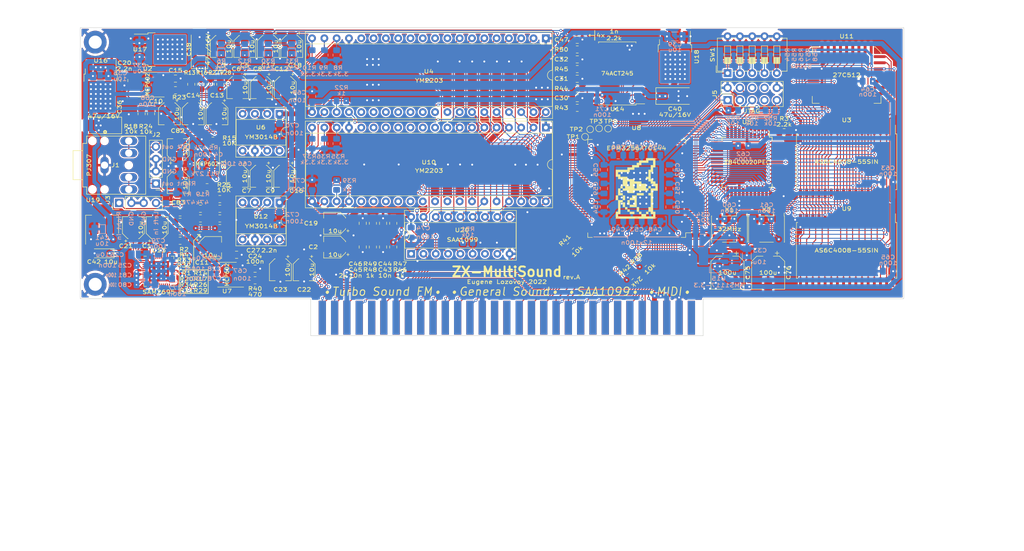
<source format=kicad_pcb>
(kicad_pcb (version 20211014) (generator pcbnew)
  (title_block (title "ZX-MULTISOUND") (date "2022-06-02") (rev "A") (company "Eugene Lozovoy"))
  (layers (0 "F.Cu" signal) (31 "B.Cu" signal) (34 "B.Paste" user) (35 "F.Paste" user) (36 "B.SilkS" user "B.Silkscreen") (37 "F.SilkS" user "F.Silkscreen") (38 "B.Mask" user) (39 "F.Mask" user) (44 "Edge.Cuts" user))
  (net 0 "")
  (net 1 "GND")
  (net 2 "+5V")
  (net 3 "+3V3")
  (net 4 "/CLK32")
  (net 5 "Net-(C12-Pad2)")
  (net 6 "Net-(C13-Pad1)")
  (net 7 "Net-(C14-Pad1)")
  (net 8 "Net-(C16-Pad2)")
  (net 9 "/CFG4")
  (net 10 "/CFG3")
  (net 11 "Net-(C17-Pad2)")
  (net 12 "Net-(C20-Pad1)")
  (net 13 "Net-(C22-Pad1)")
  (net 14 "+5VA")
  (net 15 "/GA10")
  (net 16 "/~{GIORQ}")
  (net 17 "/GA9")
  (net 18 "/~{GMREQ}")
  (net 19 "/GA8")
  (net 20 "/GA7")
  (net 21 "/GA6")
  (net 22 "/~{GINT}")
  (net 23 "/GA5")
  (net 24 "/GD1")
  (net 25 "/GA4")
  (net 26 "/GD0")
  (net 27 "/GA3")
  (net 28 "/GD7")
  (net 29 "/GA2")
  (net 30 "/GD2")
  (net 31 "/GA1")
  (net 32 "/GA0")
  (net 33 "/GD6")
  (net 34 "/GD5")
  (net 35 "/GD3")
  (net 36 "/~{GM1}")
  (net 37 "/GD4")
  (net 38 "/~{GRESET}")
  (net 39 "/GCLK")
  (net 40 "/GA15")
  (net 41 "/GA14")
  (net 42 "/GA13")
  (net 43 "/~{GWR}")
  (net 44 "/GA12")
  (net 45 "/~{GRD}")
  (net 46 "/GA11")
  (net 47 "/YM_M")
  (net 48 "/AA0")
  (net 49 "/SAA_CLK")
  (net 50 "/~{SAA_CS}")
  (net 51 "/~{GROM}")
  (net 52 "+12V")
  (net 53 "/GMA17")
  (net 54 "/GMA18")
  (net 55 "/GMA16")
  (net 56 "/GMA15")
  (net 57 "/SAA_L")
  (net 58 "/SAA_R")
  (net 59 "Net-(C25-Pad1)")
  (net 60 "/FM1")
  (net 61 "/FM2")
  (net 62 "Net-(C1-Pad2)")
  (net 63 "Net-(C2-Pad2)")
  (net 64 "/GCH0")
  (net 65 "Net-(C3-Pad2)")
  (net 66 "/GCH1")
  (net 67 "Net-(C4-Pad2)")
  (net 68 "Net-(C5-Pad2)")
  (net 69 "Net-(C6-Pad2)")
  (net 70 "Net-(C7-Pad2)")
  (net 71 "Net-(C8-Pad2)")
  (net 72 "Net-(C9-Pad2)")
  (net 73 "Net-(C10-Pad2)")
  (net 74 "Net-(C27-Pad1)")
  (net 75 "/GCH2")
  (net 76 "/GCH3")
  (net 77 "Net-(C18-Pad2)")
  (net 78 "Net-(C23-Pad1)")
  (net 79 "Net-(C43-Pad1)")
  (net 80 "Net-(R23-Pad1)")
  (net 81 "/GDAC0")
  (net 82 "/GDAC1")
  (net 83 "/GDAC2")
  (net 84 "/GDAC3")
  (net 85 "/CFG0")
  (net 86 "/CFG1")
  (net 87 "/CFG2")
  (net 88 "/AD1")
  (net 89 "/AD2")
  (net 90 "/AD3")
  (net 91 "/AD4")
  (net 92 "/AD5")
  (net 93 "/AD6")
  (net 94 "/AD7")
  (net 95 "/~{AWR}")
  (net 96 "/~{ARD}")
  (net 97 "/AD0")
  (net 98 "+3.3VA")
  (net 99 "/MIDI_R")
  (net 100 "/MIDI_L")
  (net 101 "/MIDI_IN")
  (net 102 "/~{YM1_CS}")
  (net 103 "/~{YM2_CS}")
  (net 104 "/MIDI_CLK")
  (net 105 "/AY_C2")
  (net 106 "/AY_C1")
  (net 107 "/AY_B2")
  (net 108 "/AY_B1")
  (net 109 "/AY_A2")
  (net 110 "/AY_A1")
  (net 111 "/FM1_ENA")
  (net 112 "Net-(C11-Pad2)")
  (net 115 "Net-(C19-Pad2)")
  (net 116 "Net-(C21-Pad2)")
  (net 118 "Net-(C28-Pad1)")
  (net 119 "Net-(C82-Pad1)")
  (net 120 "Net-(R21-Pad1)")
  (net 121 "Net-(R22-Pad1)")
  (net 122 "Net-(C44-Pad1)")
  (net 123 "Net-(R39-Pad1)")
  (net 124 "Net-(C83-Pad1)")
  (net 125 "Net-(R43-Pad2)")
  (net 126 "Net-(R44-Pad2)")
  (net 127 "Net-(R45-Pad2)")
  (net 128 "Net-(R40-Pad1)")
  (net 129 "Net-(R50-Pad2)")
  (net 130 "Net-(R51-Pad1)")
  (net 131 "Net-(U4-Pad22)")
  (net 132 "Net-(U4-Pad39)")
  (net 135 "/FM2_ENA")
  (net 153 "D2")
  (net 154 "A8")
  (net 155 "~{WAIT}")
  (net 156 "A12")
  (net 157 "A9")
  (net 158 "A11")
  (net 159 "A10")
  (net 160 "~{IORQ}")
  (net 161 "D7")
  (net 162 "~{WR}")
  (net 163 "D6")
  (net 164 "~{RD}")
  (net 165 "D5")
  (net 166 "A13")
  (net 167 "D4")
  (net 168 "D3")
  (net 169 "A15")
  (net 170 "A14")
  (net 172 "A7")
  (net 173 "A6")
  (net 174 "A4")
  (net 175 "A3")
  (net 176 "A2")
  (net 177 "A1")
  (net 178 "A0")
  (net 179 "A5")
  (net 180 "D0")
  (net 181 "D1")
  (net 190 "Net-(TP2-Pad1)")
  (net 191 "Net-(TP3-Pad1)")
  (net 201 "Net-(U10-Pad22)")
  (net 212 "Net-(U10-Pad39)")
  (net 245 "/TCK")
  (net 246 "/TDO")
  (net 247 "/TMS")
  (net 248 "/TDI")
  (net 252 "~{DOS}")
  (net 254 "~{IORQGE}")
  (net 256 "~{M1}")
  (net 257 "~{RSTBUS}")
  (net 258 "/~{RST}")
  (net 259 "+5VA_1")
  (net 260 "+5VA_2")
  (net 261 "/~{GRAM2}")
  (net 270 "/~{GRAM1}")
  (net 272 "/SND_R")
  (net 273 "/SND_L")
  (net 274 "/IN_R")
  (net 275 "/IN_L")
  (net 276 "Net-(R1-Pad1)")
  (net 277 "~{IODOS}")
  (net 278 "/CLKx")
  (net 279 "Net-(TP1-Pad1)")
  (net 280 "Net-(TP4-Pad1)")
  (footprint "Resistor_SMD:R_0805_2012Metric_Pad1.20x1.40mm_HandSolder" (layer "F.Cu") (at 203.9 93.2 180)
    (fp_text reference "R3")
    (fp_text value "2.2k")
  )
  (footprint "Package_DIP:DIP-40_W15.24mm_Socket" (layer "F.Cu") (at 154.7 92.24 -90)
    (fp_text reference "U10")
    (fp_text value "YM2203")
  )
  (footprint "Resistor_SMD:R_0805_2012Metric_Pad1.20x1.40mm_HandSolder" (layer "F.Cu") (at 119 112 90)
    (fp_text reference "R49")
    (fp_text value "1k")
  )
  (footprint "Resistor_SMD:R_0805_2012Metric_Pad1.20x1.40mm_HandSolder" (layer "F.Cu") (at 119 116.9 -90)
    (fp_text reference "R48")
    (fp_text value "1k")
  )
  (footprint "Resistor_SMD:R_0805_2012Metric_Pad1.20x1.40mm_HandSolder" (layer "F.Cu") (at 123.2 112 90)
    (fp_text reference "R47")
    (fp_text value "1k")
  )
  (footprint "Resistor_SMD:R_0805_2012Metric_Pad1.20x1.40mm_HandSolder" (layer "F.Cu") (at 87.4 111)
    (fp_text reference "R26")
    (fp_text value "47k")
  )
  (footprint "Resistor_SMD:R_0805_2012Metric_Pad1.20x1.40mm_HandSolder" (layer "F.Cu") (at 85.5 83.3 -90)
    (fp_text reference "R27")
    (fp_text value "47k")
  )
  (footprint "Resistor_SMD:R_0805_2012Metric_Pad1.20x1.40mm_HandSolder" (layer "F.Cu") (at 87.4 113)
    (fp_text reference "R29")
    (fp_text value "24k")
  )
  (footprint "Resistor_SMD:R_0805_2012Metric_Pad1.20x1.40mm_HandSolder" (layer "F.Cu") (at 87.5 83.3 -90)
    (fp_text reference "R28")
    (fp_text value "24k")
  )
  (footprint "Resistor_SMD:R_0805_2012Metric_Pad1.20x1.40mm_HandSolder" (layer "F.Cu") (at 83.5 83.3 -90)
    (fp_text reference "R16")
    (fp_text value "47k")
  )
  (footprint "Resistor_SMD:R_0805_2012Metric_Pad1.20x1.40mm_HandSolder" (layer "F.Cu") (at 87.4 109)
    (fp_text reference "R17")
    (fp_text value "47k")
  )
  (footprint "Resistor_SMD:R_0805_2012Metric_Pad1.20x1.40mm_HandSolder" (layer "F.Cu") (at 81.5 83.3 -90)
    (fp_text reference "R13")
    (fp_text value "24k")
  )
  (footprint "Resistor_SMD:R_0805_2012Metric_Pad1.20x1.40mm_HandSolder" (layer "F.Cu") (at 87.4 107)
    (fp_text reference "R14")
    (fp_text value "24k")
  )
  (footprint "Capacitor_SMD:C_0805_2012Metric_Pad1.18x1.45mm_HandSolder" (layer "F.Cu") (at 116.9 112 90)
    (fp_text reference "C46")
    (fp_text value "10n")
  )
  (footprint "Capacitor_SMD:C_0805_2012Metric_Pad1.18x1.45mm_HandSolder" (layer "F.Cu") (at 67.675 82.5275 -90)
    (fp_text reference "C20")
    (fp_text value "2.2n")
  )
  (footprint "Capacitor_SMD:C_0805_2012Metric_Pad1.18x1.45mm_HandSolder" (layer "F.Cu") (at 94.675 121.3725)
    (fp_text reference "C24")
    (fp_text value "100n")
  )
  (footprint "Capacitor_SMD:C_0805_2012Metric_Pad1.18x1.45mm_HandSolder" (layer "F.Cu") (at 90.8625 118.5)
    (fp_text reference "C27")
    (fp_text value "2.2n")
  )
  (footprint "Resistor_SMD:R_0805_2012Metric_Pad1.20x1.40mm_HandSolder" (layer "F.Cu") (at 83.4 113)
    (fp_text reference "R21")
    (fp_text value "10k")
  )
  (footprint "Resistor_SMD:R_0805_2012Metric_Pad1.20x1.40mm_HandSolder" (layer "F.Cu") (at 73.2 89.4 90)
    (fp_text reference "R24")
    (fp_text value "10k")
  )
  (footprint "Package_DIP:DIP-8_W7.62mm_Socket" (layer "F.Cu") (at 99.72 89.4 -90)
    (fp_text reference "U6")
    (fp_text value "YM3014B")
  )
  (footprint "Capacitor_SMD:C_0805_2012Metric_Pad1.18x1.45mm_HandSolder" (layer "F.Cu") (at 78.2375 82.1275)
    (fp_text reference "C15")
    (fp_text value "100n")
  )
  (footprint "Package_DIP:DIP-18_W7.62mm_Socket" (layer "F.Cu") (at 126.9 118.3 90)
    (fp_text reference "U20")
    (fp_text value "SAA1099")
  )
  (footprint "Capacitor_SMD:CP_Elec_4x5.4" (layer "F.Cu") (at 92.55 75.5 -90)
    (fp_text reference "C5")
    (fp_text value "10u")
  )
  (footprint "Capacitor_SMD:CP_Elec_4x5.4" (layer "F.Cu") (at 100.9 84 -90)
    (fp_text reference "C12")
    (fp_text value "10u")
  )
  (footprint "Capacitor_SMD:CP_Elec_4x5.4" (layer "F.Cu") (at 95.9 102.3 -90)
    (fp_text reference "C9")
    (fp_text value "10u")
  )
  (footprint "Capacitor_SMD:CP_Elec_4x5.4" (layer "F.Cu") (at 96 84 -90)
    (fp_text reference "C8")
    (fp_text value "10u")
  )
  (footprint "Capacitor_SMD:CP_Elec_4x5.4" (layer "F.Cu") (at 77 89.4 -90)
    (fp_text reference "C10")
    (fp_text value "10u")
  )
  (footprint "Capacitor_SMD:CP_Elec_4x5.4" (layer "F.Cu") (at 91 102.3 -90)
    (fp_text reference "C7")
    (fp_text value "10u")
  )
  (footprint "Capacitor_SMD:CP_Elec_4x5.4" (layer "F.Cu") (at 111.1 112 180)
    (fp_text reference "C19")
    (fp_text value "10u")
  )
  (footprint "Resistor_SMD:R_0805_2012Metric_Pad1.20x1.40mm_HandSolder" (layer "F.Cu") (at 79.2 115.6 180)
    (fp_text reference "R32")
    (fp_text value "10k")
  )
  (footprint "Package_SO:SOIC-8_3.9x4.9mm_P1.27mm" (layer "F.Cu") (at 72.475 83.365 180)
    (fp_text reference "U2")
    (fp_text value "MCP602")
  )
  (footprint "Capacitor_SMD:CP_Elec_4x5.4" (layer "F.Cu") (at 100.8 102.3 -90)
    (fp_text reference "C16")
    (fp_text value "10u")
  )
  (footprint "Resistor_SMD:R_0805_2012Metric_Pad1.20x1.40mm_HandSolder" (layer "F.Cu") (at 161.1875 84.165)
    (fp_text reference "R44")
    (fp_text value "2.2k")
  )
  (footprint "Resistor_SMD:R_0805_2012Metric_Pad1.20x1.40mm_HandSolder" (layer "F.Cu") (at 161.1875 88.165)
    (fp_text reference "R43")
    (fp_text value "2.2k")
  )
  (footprint "Capacitor_SMD:C_0805_2012Metric_Pad1.18x1.45mm_HandSolder" (layer "F.Cu") (at 161.1875 82.165)
    (fp_text reference "C31")
    (fp_text value "1n")
  )
  (footprint "Capacitor_SMD:C_0805_2012Metric_Pad1.18x1.45mm_HandSolder" (layer "F.Cu") (at 161.1875 86.165)
    (fp_text reference "C30")
    (fp_text value "1n")
  )
  (footprint "Capacitor_SMD:C_0805_2012Metric_Pad1.18x1.45mm_HandSolder" (layer "F.Cu") (at 161.1875 74.115)
    (fp_text reference "C47")
    (fp_text value "1n")
  )
  (footprint "Capacitor_SMD:C_0805_2012Metric_Pad1.18x1.45mm_HandSolder" (layer "F.Cu") (at 161.1875 78.165)
    (fp_text reference "C32")
    (fp_text value "1n")
  )
  (footprint "Oscillator:Oscillator_SMD_SeikoEpson_SG8002CA-4Pin_7.0x5.0mm" (layer "F.Cu") (at 192.6 113.2 180)
    (fp_text reference "X1")
    (fp_text value "32MHz")
  )
  (footprint "mygraphic:black-mage-12.5x8.6" (layer "F.Cu") (at 173.47 104.8)
    (fp_text reference "LOGO1" hide)
    (fp_text value "graphic" hide)
  )
  (footprint "Capacitor_SMD:CP_Elec_4x5.4" (layer "F.Cu") (at 91.1 84 -90)
    (fp_text reference "C6")
    (fp_text value "10u")
  )
  (footprint "Package_SO:SOIC-8_3.9x4.9mm_P1.27mm" (layer "F.Cu") (at 84.7625 99.75 -90)
    (fp_text reference "U1")
    (fp_text value "MCP602")
  )
  (footprint "Resistor_SMD:R_0805_2012Metric_Pad1.20x1.40mm_HandSolder" (layer "F.Cu") (at 84.7625 104.55)
    (fp_text reference "R25")
    (fp_text value "10K")
  )
  (footprint "Connector_PinHeader_2.54mm:PinHeader_2x05_P2.54mm_Vertical" (layer "F.Cu") (at 192.225 86.575 90)
    (fp_text reference "J5")
    (fp_text value "PinHeader" hide)
  )
  (footprint "Capacitor_SMD:CP_Elec_6.3x7.7" (layer "F.Cu") (at 192.2 122.2 -90)
    (fp_text reference "C75")
    (fp_text value "100u")
  )
  (footprint "Capacitor_SMD:CP_Elec_4x5.4" (layer "F.Cu") (at 87.7 75.5 -90)
    (fp_text reference "C3")
    (fp_text value "10u")
  )
  (footprint "Package_DIP:DIP-8_W7.62mm_Socket" (layer "F.Cu") (at 99.72 107.7 -90)
    (fp_text reference "U12")
    (fp_text value "YM3014B")
  )
  (footprint "Package_DFN_QFN:QFN-48-1EP_6x6mm_P0.4mm_EP4.2x4.2mm" (layer "F.Cu") (at 74.8 121.9)
    (fp_text reference "U13")
    (fp_text value "SAM2695")
  )
  (footprint "Capacitor_SMD:CP_Elec_4x5.4" (layer "F.Cu") (at 81.9 89.4 -90)
    (fp_text reference "C14")
    (fp_text value "10u")
  )
  (footprint "Capacitor_SMD:CP_Elec_4x5.4" (layer "F.Cu") (at 104.8 121.6 -90)
    (fp_text reference "C22")
    (fp_text value "10u")
  )
  (footprint "Capacitor_SMD:CP_Elec_4x5.4" (layer "F.Cu") (at 99.9 121.6 -90)
    (fp_text reference "C23")
    (fp_text value "10u")
  )
  (footprint "Capacitor_SMD:CP_Elec_4x5.4" (layer "F.Cu") (at 111.1 116.9 180)
    (fp_text reference "C2")
    (fp_text value "10u")
  )
  (footprint "Capacitor_SMD:CP_Elec_4x5.4" (layer "F.Cu") (at 102.25 75.5 -90)
    (fp_text reference "C18")
    (fp_text value "10u")
  )
  (footprint "Capacitor_SMD:CP_Elec_4x5.4" (layer "F.Cu") (at 97.4 75.5 -90)
    (fp_text reference "C17")
    (fp_text value "10u")
  )
  (footprint "Resistor_SMD:R_0805_2012Metric_Pad1.20x1.40mm_HandSolder" (layer "F.Cu") (at 79.2 109.75 180)
    (fp_text reference "R2")
    (fp_text value "24k")
  )
  (footprint "Resistor_SMD:R_0805_2012Metric_Pad1.20x1.40mm_HandSolder" (layer "F.Cu") (at 79.2 113.65 180)
    (fp_text reference "R33")
    (fp_text value "24k")
  )
  (footprint "Capacitor_SMD:CP_Elec_4x5.4" (layer "F.Cu") (at 69.55 112.9 90)
    (fp_text reference "C21")
    (fp_text value "10u")
  )
  (footprint "Capacitor_SMD:CP_Elec_4x5.4" (layer "F.Cu") (at 74.45 112.9 90)
    (fp_text reference "C1")
    (fp_text value "10u")
  )
  (footprint "Resistor_SMD:R_0805_2012Metric_Pad1.20x1.40mm_HandSolder" (layer "F.Cu") (at 94.675 123.7725)
    (fp_text reference "R40")
    (fp_text value "470")
  )
  (footprint "Resistor_SMD:R_0805_2012Metric_Pad1.20x1.40mm_HandSolder" (layer "F.Cu") (at 78.2375 84.5275)
    (fp_text reference "R23")
    (fp_text value "470")
  )
  (footprint "Resistor_SMD:R_0805_2012Metric_Pad1.20x1.40mm_HandSolder" (layer "F.Cu") (at 79.2 111.7 180)
    (fp_text reference "R4")
    (fp_text value "10k")
  )
  (footprint "Resistor_SMD:R_0805_2012Metric_Pad1.20x1.40mm_HandSolder" (layer "F.Cu") (at 71.25 89.4 90)
    (fp_text reference "R18")
    (fp_text value "10k")
  )
  (footprint "Capacitor_SMD:CP_Elec_4x5.4" (layer "F.Cu") (at 85.5 117)
    (fp_text reference "C11")
    (fp_text value "10u")
  )
  (footprint "Resistor_SMD:R_0805_2012Metric_Pad1.20x1.40mm_HandSolder" (layer "F.Cu") (at 83.4 111)
    (fp_text reference "R20")
    (fp_text value "10k")
  )
  (footprint "Package_QFP:TQFP-144_20x20mm_P0.5mm" (layer "F.Cu") (at 173.47 104.8 180)
    (fp_text reference "U8")
    (fp_text value "EPM3256ATC144")
  )
  (footprint "Resistor_SMD:R_0805_2012Metric_Pad1.20x1.40mm_HandSolder" (layer "F.Cu") (at 123.2 116.9 90)
    (fp_text reference "R46")
    (fp_text value "1k")
  )
  (footprint "Capacitor_SMD:CP_Elec_4x5.4" (layer "F.Cu") (at 86.8 89.4 -90)
    (fp_text reference "C13")
    (fp_text value "10u")
  )
  (footprint "Package_DIP:DIP-40_W15.24mm_Socket" (layer "F.Cu") (at 154.7 73.8 -90)
    (fp_text reference "U4")
    (fp_text value "YM2203")
  )
  (footprint "Resistor_SMD:R_0805_2012Metric_Pad1.20x1.40mm_HandSolder" (layer "F.Cu") (at 161.1875 80.165)
    (fp_text reference "R45")
    (fp_text value "2.2k")
  )
  (footprint "Resistor_SMD:R_0805_2012Metric_Pad1.20x1.40mm_HandSolder" (layer "F.Cu") (at 161.1875 76.115)
    (fp_text reference "R50")
    (fp_text value "2.2k")
  )
  (footprint "Capacitor_SMD:C_0805_2012Metric_Pad1.18x1.45mm_HandSolder" (layer "F.Cu") (at 121.1 116.9 -90)
    (fp_text reference "C43")
    (fp_text value "10n")
  )
  (footprint "Capacitor_SMD:C_0805_2012Metric_Pad1.18x1.45mm_HandSolder" (layer "F.Cu") (at 121.1 112 90)
    (fp_text reference "C44")
    (fp_text value "10n")
  )
  (footprint "Capacitor_SMD:C_0805_2012Metric_Pad1.18x1.45mm_HandSolder" (layer "F.Cu") (at 116.9 116.9 -90)
    (fp_text reference "C45")
    (fp_text value "10n")
  )
  (footprint "Resistor_SMD:R_0805_2012Metric_Pad1.20x1.40mm_HandSolder" (layer "F.Cu") (at 85.9625 94.95)
    (fp_text reference "R15")
    (fp_text value "10K")
  )
  (footprint "Package_SO:SOIC-8_3.9x4.9mm_P1.27mm" (layer "F.Cu") (at 88.875 122.61 180)
    (fp_text reference "U7")
    (fp_text value "MCP602")
  )
  (footprint "my:PLCC-32_11.4x14.0mm_P1.27mm-longpads" (layer "F.Cu") (at 216.8 81.4 -90)
    (fp_text reference "U11")
    (fp_text value "27C512")
  )
  (footprint "TestPoint:TestPoint_Pad_D1.0mm" (layer "F.Cu") (at 167.55 92.45)
    (fp_text reference "TP4")
    (fp_text value "TestPoint")
  )
  (footprint "Package_TO_SOT_SMD:SOT-223-3_TabPin2" (layer "F.Cu") (at 63.1 112.2375 90)
    (fp_text reference "U19")
    (fp_text value "AMS1117-3.3")
  )
  (footprint "Capacitor_Tantalum_SMD:CP_EIA-3216-18_Kemet-A_Pad1.58x1.35mm_HandSolder" (layer "F.Cu") (at 63.08 118.2 180)
    (fp_text reference "C42")
    (fp_text value "10u")
  )
  (footprint "Package_TO_SOT_SMD:TO-252-2" (layer "F.Cu") (at 181.35 77.625 -90)
    (fp_text reference "U18")
    (fp_text value "NCP1117-5.0_TO252")
  )
  (footprint "MountingHole:MountingHole_2.7mm_M2.5_DIN965_Pad" (layer "F.Cu") (at 61.675 74.6)
    (fp_text reference "H2" hide)
    (fp_text value "MountingHole_Pad" hide)
  )
  (footprint "Connector_PinHeader_2.54mm:PinHeader_1x04_P2.54mm_Vertical" (layer "F.Cu") (at 74.2 103.8 180)
    (fp_text reference "J2")
    (fp_text value "Conn_01x04")
  )
  (footprint "Capacitor_SMD:CP_Elec_4x5.4" (layer "F.Cu") (at 78.8 103.6 -90)
    (fp_text reference "C83")
    (fp_text value "10u")
  )
  (footprint "my:TQFP-44_14x14mm_P0.8mm" (layer "F.Cu") (at 196.25 99.4 -90)
    (fp_text reference "U5")
    (fp_text value "Z84C0020PEC ")
  )
  (footprint "Button_Switch_THT:SW_DIP_SPSTx05_Slide_6.7x14.26mm_W7.62mm_P2.54mm_LowProfile" (layer "F.Cu") (at 192.225 81 90)
    (fp_text reference "SW1")
    (fp_text value "SW_DIP_x05")
  )
  (footprint "Package_TO_SOT_SMD:TO-252-2" (layer "F.Cu") (at 75.025 76.125)
    (fp_text reference "U17")
    (fp_text value "NCP1117-5.0_TO252")
  )
  (footprint "TestPoint:TestPoint_Pad_D1.0mm" (layer "F.Cu") (at 163.85 92.6)
    (fp_text reference "TP2")
    (fp_text value "TestPoint")
  )
  (footprint "Resistor_SMD:R_0805_2012Metric_Pad1.20x1.40mm_HandSolder" (layer "F.Cu") (at 172.092893 123.007107 -135)
    (fp_text reference "R42")
    (fp_text value "24k")
  )
  (footprint "Package_SO:SSOP-32_11.305x20.495mm_P1.27mm" (layer "F.Cu") (at 216.8 117.6 -90)
    (fp_text reference "U9")
    (fp_text value "AS6C4008-55SIN")
  )
  (footprint "Resistor_SMD:R_0805_2012Metric_Pad1.20x1.40mm_HandSolder" (layer "F.Cu") (at 174.8 120.3 45)
    (fp_text reference "R38")
    (fp_text value "10k")
  )
  (footprint "Oscillator:Oscillator_SMD_SeikoEpson_SG8002CA-4Pin_7.0x5.0mm" (layer "F.Cu") (at 200.26 113.2 180)
    (fp_text reference "X2")
    (fp_text value "??MHz")
  )
  (footprint "Capacitor_SMD:CP_Elec_4x5.4" (layer "F.Cu") (at 78.8 96.8 90)
    (fp_text reference "C82")
    (fp_text value "10u")
  )
  (footprint "Capacitor_SMD:CP_Elec_6.3x7.7" (layer "F.Cu") (at 200.6 122.2 -90)
    (fp_text reference "C76")
    (fp_text value "100u")
  )
  (footprint "Package_SO:SSOP-32_11.305x20.495mm_P1.27mm" (layer "F.Cu") (at 216.8 99.3 -90)
    (fp_text reference "U3")
    (fp_text value "AS6C4008-55SIN")
  )
  (footprint "Resistor_SMD:R_0805_2012Metric_Pad1.20x1.40mm_HandSolder" (layer "F.Cu") (at 159.8 116.7 45)
    (fp_text reference "R41")
    (fp_text value "10k")
  )
  (footprint "Package_SO:SOIC-20W_7.5x12.8mm_P1.27mm" (layer "F.Cu") (at 169.45 81.065 180)
    (fp_text reference "U14")
    (fp_text value "74ACT245")
  )
  (footprint "TestPoint:TestPoint_Pad_D1.0mm" (layer "F.Cu") (at 165.7 92.4)
    (fp_text reference "TP3")
    (fp_text value "TestPoint")
  )
  (footprint "Capacitor_Tantalum_SMD:CP_EIA-6032-28_Kemet-C_Pad2.25x2.35mm_HandSolder" (layer "F.Cu") (at 181.35 85.725)
    (fp_text reference "C40")
    (fp_text value "47u/16V")
  )
  (footprint "Resistor_SMD:R_0805_2012Metric_Pad1.20x1.40mm_HandSolder" (layer "F.Cu") (at 83.4 107 180)
    (fp_text reference "R1")
    (fp_text value "24k")
  )
  (footprint "my:SWITCHCRAFT_35RAPC4BHN2" (layer "F.Cu") (at 64.6 100.0027 -90)
    (fp_text reference "J1")
    (fp_text value "PJ307")
  )
  (footprint "Resistor_SMD:R_0805_2012Metric_Pad1.20x1.40mm_HandSolder" (layer "F.Cu") (at 83.4 109 180)
    (fp_text reference "R34")
    (fp_text value "24k")
  )
  (footprint "Capacitor_Tantalum_SMD:CP_EIA-6032-28_Kemet-C_Pad2.25x2.35mm_HandSolder" (layer "F.Cu") (at 83.2 76.125 90)
    (fp_text reference "C38")
    (fp_text value "47u/16V")
  )
  (footprint "my:ZX_NEMO_EDGE" (layer "F.Cu") (at 106.15 127.56)
    (fp_text reference "J4" hide)
    (fp_text value "Conn_02x31_Row_Letter_First" hide)
  )
  (footprint "Package_TO_SOT_SMD:TO-252-2" (layer "F.Cu") (at 62.8 83.675 -90)
    (fp_text reference "U16")
    (fp_text value "NCP1117-5.0_TO252")
  )
  (footprint "MountingHole:MountingHole_2.7mm_M2.5_DIN965_Pad" (layer "F.Cu") (at 61.675 124.6)
    (fp_text reference "H1" hide)
    (fp_text value "MountingHole_Pad" hide)
  )
  (footprint "Capacitor_Tantalum_SMD:CP_EIA-6032-28_Kemet-C_Pad2.25x2.35mm_HandSolder" (layer "F.Cu") (at 63.2 91.8 180)
    (fp_text reference "C36")
    (fp_text value "47u/16V")
  )
  (footprint "TestPoint:TestPoint_Pad_D1.0mm" (layer "F.Cu") (at 162.8 94.14)
    (fp_text reference "TP1")
    (fp_text value "TestPoint" hide)
  )
  (footprint "Connector_PinHeader_2.54mm:PinHeader_1x04_P2.54mm_Vertical" (layer "F.Cu") (at 66.6 107.8 90)
    (fp_text reference "J3")
    (fp_text value "Conn_01x04")
  )
  (footprint "Capacitor_SMD:C_0805_2012Metric_Pad1.18x1.45mm_HandSolder" (layer "B.Cu") (at 106.45 85.7825 -90)
    (fp_text reference "C69")
    (fp_text value "100n")
  )
  (footprint "Capacitor_SMD:C_0805_2012Metric_Pad1.18x1.45mm_HandSolder" (layer "B.Cu") (at 99.725 92.55 90)
    (fp_text reference "C70")
    (fp_text value "100n")
  )
  (footprint "Resistor_SMD:R_0805_2012Metric_Pad1.20x1.40mm_HandSolder" (layer "B.Cu") (at 138.6 116 180)
    (fp_text reference "R51")
    (fp_text value "10k")
  )
  (footprint "Resistor_SMD:R_0805_2012Metric_Pad1.20x1.40mm_HandSolder" (layer "B.Cu") (at 109 95.55 90)
    (fp_text reference "R36")
    (fp_text value "3.3k")
  )
  (footprint "Capacitor_SMD:C_0805_2012Metric_Pad1.18x1.45mm_HandSolder" (layer "B.Cu") (at 225.3375 103.5)
    (fp_text reference "C63")
    (fp_text value "100n")
  )
  (footprint "Capacitor_SMD:C_0805_2012Metric_Pad1.18x1.45mm_HandSolder" (layer "B.Cu") (at 84.7625 99.75)
    (fp_text reference "C66")
    (fp_text value "100n")
  )
  (footprint "Capacitor_SMD:C_0805_2012Metric_Pad1.18x1.45mm_HandSolder" (layer "B.Cu") (at 221.15 82.675)
    (fp_text reference "C64")
    (fp_text value "100n")
  )
  (footprint "Capacitor_SMD:C_0805_2012Metric_Pad1.18x1.45mm_HandSolder" (layer "B.Cu") (at 72.475 83.365 -90)
    (fp_text reference "C68")
    (fp_text value "100n")
  )
  (footprint "Capacitor_SMD:C_0805_2012Metric_Pad1.18x1.45mm_HandSolder" (layer "B.Cu") (at 106.45 104.1 -90)
    (fp_text reference "C73")
    (fp_text value "100n")
  )
  (footprint "Capacitor_SMD:C_0805_2012Metric_Pad1.18x1.45mm_HandSolder" (layer "B.Cu") (at 99.725 110.85 90)
    (fp_text reference "C72")
    (fp_text value "100n")
  )
  (footprint "Capacitor_SMD:C_0805_2012Metric_Pad1.18x1.45mm_HandSolder" (layer "B.Cu") (at 126.9 113.9 90)
    (fp_text reference "C74")
    (fp_text value "100n")
  )
  (footprint "Capacitor_SMD:C_0805_2012Metric_Pad1.18x1.45mm_HandSolder" (layer "B.Cu") (at 88.875 122.61 -90)
    (fp_text reference "C67")
    (fp_text value "100n")
  )
  (footprint "Resistor_SMD:R_0805_2012Metric_Pad1.20x1.40mm_HandSolder" (layer "B.Cu") (at 92.55 76 -90)
    (fp_text reference "R12")
    (fp_text value "24k")
  )
  (footprint "Resistor_SMD:R_0805_2012Metric_Pad1.20x1.40mm_HandSolder" (layer "B.Cu") (at 80.2 97.7 180)
    (fp_text reference "R5")
    (fp_text value "47k")
  )
  (footprint "Resistor_SMD:R_0805_2012Metric_Pad1.20x1.40mm_HandSolder" (layer "B.Cu") (at 87.7 76 -90)
    (fp_text reference "R6")
    (fp_text value "24k")
  )
  (footprint "Resistor_SMD:R_0805_2012Metric_Pad1.20x1.40mm_HandSolder" (layer "B.Cu") (at 102.25 76 -90)
    (fp_text reference "R31")
    (fp_text value "24k")
  )
  (footprint "Resistor_SMD:R_0805_2012Metric_Pad1.20x1.40mm_HandSolder" (layer "B.Cu") (at 97.4 76 -90)
    (fp_text reference "R30")
    (fp_text value "24k")
  )
  (footprint "Resistor_SMD:R_0805_2012Metric_Pad1.20x1.40mm_HandSolder" (layer "B.Cu") (at 106.45 77.27 90)
    (fp_text reference "R10")
    (fp_text value "3.3k")
  )
  (footprint "Capacitor_SMD:C_0805_2012Metric_Pad1.18x1.45mm_HandSolder" (layer "B.Cu") (at 169.65 111.6)
    (fp_text reference "C49")
    (fp_text value "100n")
  )
  (footprint "Capacitor_SMD:C_0805_2012Metric_Pad1.18x1.45mm_HandSolder" (layer "B.Cu") (at 180.225 104.8 90)
    (fp_text reference "C51")
    (fp_text value "100n")
  )
  (footprint "Capacitor_SMD:C_0805_2012Metric_Pad1.18x1.45mm_HandSolder" (layer "B.Cu") (at 180.225 100.9375 90)
    (fp_text reference "C52")
    (fp_text value "100n")
  )
  (footprint "Capacitor_SMD:C_0805_2012Metric_Pad1.18x1.45mm_HandSolder" (layer "B.Cu") (at 173.47 111.6)
    (fp_text reference "C53")
    (fp_text value "100n")
  )
  (footprint "Capacitor_SMD:C_0805_2012Metric_Pad1.18x1.45mm_HandSolder" (layer "B.Cu") (at 166.7 108.6375 -90)
    (fp_text reference "C54")
    (fp_text value "100n")
  )
  (footprint "Capacitor_SMD:C_0805_2012Metric_Pad1.18x1.45mm_HandSolder" (layer "B.Cu") (at 169.65 97.95 180)
    (fp_text reference "C56")
    (fp_text value "100n")
  )
  (footprint "Capacitor_SMD:C_0805_2012Metric_Pad1.18x1.45mm_HandSolder" (layer "B.Cu") (at 173.47 97.95 180)
    (fp_text reference "C57")
    (fp_text value "100n")
  )
  (footprint "Capacitor_SMD:C_0805_2012Metric_Pad1.18x1.45mm_HandSolder" (layer "B.Cu") (at 177.3 97.95 180)
    (fp_text reference "C58")
    (fp_text value "100n")
  )
  (footprint "Capacitor_SMD:C_0805_2012Metric_Pad1.18x1.45mm_HandSolder" (layer "B.Cu") (at 166.7 104.8 -90)
    (fp_text reference "C59")
    (fp_text value "100n")
  )
  (footprint "Capacitor_SMD:C_0805_2012Metric_Pad1.18x1.45mm_HandSolder" (layer "B.Cu") (at 80.2 99.75)
    (fp_text reference "C4")
    (fp_text value "100n")
  )
  (footprint "Resistor_SMD:R_0805_2012Metric_Pad1.20x1.40mm_HandSolder" (layer "B.Cu") (at 111.5 77.27 90)
    (fp_text reference "R8")
    (fp_text value "3.3k")
  )
  (footprint "Resistor_SMD:R_0805_2012Metric_Pad1.20x1.40mm_HandSolder" (layer "B.Cu") (at 111.5 95.55 90)
    (fp_text reference "R35")
    (fp_text value "3.3k")
  )
  (footprint "Resistor_SMD:R_0805_2012Metric_Pad1.20x1.40mm_HandSolder" (layer "B.Cu") (at 106.45 95.55 90)
    (fp_text reference "R37")
    (fp_text value "3.3k")
  )
  (footprint "Resistor_SMD:R_0805_2012Metric_Pad1.20x1.40mm_HandSolder" (layer "B.Cu") (at 197.25 88.7)
    (fp_text reference "R53")
    (fp_text value "10k")
  )
  (footprint "Resistor_SMD:R_0805_2012Metric_Pad1.20x1.40mm_HandSolder" (layer "B.Cu") (at 193.4 88.7 180)
    (fp_text reference "R59")
    (fp_text value "10k")
  )
  (footprint "Resistor_SMD:R_0805_2012Metric_Pad1.20x1.40mm_HandSolder" (layer "B.Cu") (at 80.2 101.8 180)
    (fp_text reference "R11")
    (fp_text value "27k")
  )
  (footprint "Capacitor_SMD:C_0805_2012Metric_Pad1.18x1.45mm_HandSolder" (layer "B.Cu") (at 71.2375 120.7)
    (fp_text reference "C25")
    (fp_text value "100n")
  )
  (footprint "Capacitor_SMD:C_0805_2012Metric_Pad1.18x1.45mm_HandSolder" (layer "B.Cu") (at 75.6 124.3 90)
    (fp_text reference "C77")
    (fp_text value "100n")
  )
  (footprint "Capacitor_SMD:C_0805_2012Metric_Pad1.18x1.45mm_HandSolder" (layer "B.Cu") (at 74.7 119.5 -90)
    (fp_text reference "C79")
    (fp_text value "100n")
  )
  (footprint "Capacitor_SMD:C_0805_2012Metric_Pad1.18x1.45mm_HandSolder" (layer "B.Cu") (at 71.2375 122.7)
    (fp_text reference "C81")
    (fp_text value "100n")
  )
  (footprint "Capacitor_SMD:C_0805_2012Metric_Pad1.18x1.45mm_HandSolder" (layer "B.Cu") (at 71.2375 124.7)
    (fp_text reference "C80")
    (fp_text value "100n")
  )
  (footprint "Capacitor_SMD:C_1206_3216Metric_Pad1.33x1.80mm_HandSolder" (layer "B.Cu") (at 70.71 118.5)
    (fp_text reference "C26")
    (fp_text value "10u")
  )
  (footprint "Capacitor_SMD:C_0805_2012Metric_Pad1.18x1.45mm_HandSolder" (layer "B.Cu") (at 78.6 121.4 180)
    (fp_text reference "C28")
    (fp_text value "100n")
  )
  (footprint "Capacitor_SMD:C_1206_3216Metric_Pad1.33x1.80mm_HandSolder" (layer "B.Cu") (at 79.125 119.2 180)
    (fp_text reference "C29")
    (fp_text value "10u")
  )
  (footprint "Resistor_SMD:R_0805_2012Metric_Pad1.20x1.40mm_HandSolder" (layer "B.Cu") (at 112.5 86.7125)
    (fp_text reference "R22")
    (fp_text value "1k")
  )
  (footprint "Capacitor_SMD:C_0805_2012Metric_Pad1.18x1.45mm_HandSolder" (layer "B.Cu") (at 195.45 96)
    (fp_text reference "C62")
    (fp_text value "100n")
  )
  (footprint "Resistor_SMD:R_0805_2012Metric_Pad1.20x1.40mm_HandSolder" (layer "B.Cu") (at 111.5 104.1 90)
    (fp_text reference "R39")
    (fp_text value "1k")
  )
  (footprint "Resistor_SMD:R_0805_2012Metric_Pad1.20x1.40mm_HandSolder" (layer "B.Cu") (at 192.22 77.2 -90)
    (fp_text reference "R54")
    (fp_text value "10k")
  )
  (footprint "Resistor_SMD:R_0805_2012Metric_Pad1.20x1.40mm_HandSolder" (layer "B.Cu") (at 194.76 77.2 -90)
    (fp_text reference "R55")
    (fp_text value "10k")
  )
  (footprint "Resistor_SMD:R_0805_2012Metric_Pad1.20x1.40mm_HandSolder" (layer "B.Cu") (at 197.3 77.2 -90)
    (fp_text reference "R56")
    (fp_text value "10k")
  )
  (footprint "Resistor_SMD:R_0805_2012Metric_Pad1.20x1.40mm_HandSolder" (layer "B.Cu") (at 109 77.27 90)
    (fp_text reference "R9")
    (fp_text value "3.3k")
  )
  (footprint "Capacitor_SMD:C_0805_2012Metric_Pad1.18x1.45mm_HandSolder" (layer "B.Cu") (at 177.3 111.6)
    (fp_text reference "C48")
    (fp_text value "100n")
  )
  (footprint "Package_TO_SOT_SMD:SOT-223-3_TabPin2" (layer "B.Cu") (at 190.4 118.8 180)
    (fp_text reference "U15")
    (fp_text value "AMS1117-3.3")
  )
  (footprint "Resistor_SMD:R_0805_2012Metric_Pad1.20x1.40mm_HandSolder" (layer "B.Cu") (at 201.1 88.7 180)
    (fp_text reference "R52")
    (fp_text value "10k")
  )
  (footprint "Capacitor_SMD:C_0805_2012Metric_Pad1.18x1.45mm_HandSolder" (layer "B.Cu") (at 180.225 108.6375 90)
    (fp_text reference "C50")
    (fp_text value "100n")
  )
  (footprint "Capacitor_SMD:C_0805_2012Metric_Pad1.18x1.45mm_HandSolder" (layer "B.Cu") (at 78.6 123.4 180)
    (fp_text reference "C78")
    (fp_text value "100n")
  )
  (footprint "Capacitor_SMD:C_0805_2012Metric_Pad1.18x1.45mm_HandSolder" (layer "B.Cu") (at 166.7 100.95 -90)
    (fp_text reference "C55")
    (fp_text value "100n")
  )
  (footprint "Capacitor_SMD:C_1206_3216Metric_Pad1.33x1.80mm_HandSolder" (layer "B.Cu") (at 63.1 113.2 180)
    (fp_text reference "C41")
    (fp_text value "10u")
  )
  (footprint "Capacitor_SMD:C_1206_3216Metric_Pad1.33x1.80mm_HandSolder" (layer "B.Cu") (at 62.8 81.6)
    (fp_text reference "C35")
    (fp_text value "10u")
  )
  (footprint "Capacitor_SMD:C_1206_3216Metric_Pad1.33x1.80mm_HandSolder" (layer "B.Cu") (at 181.35 73.425)
    (fp_text reference "C39")
    (fp_text value "10u")
  )
  (footprint "Capacitor_SMD:C_1206_3216Metric_Pad1.33x1.80mm_HandSolder" (layer "B.Cu") (at 187.2 113.35)
    (fp_text reference "C34")
    (fp_text value "10u")
  )
  (footprint "Capacitor_SMD:C_0805_2012Metric_Pad1.18x1.45mm_HandSolder" (layer "B.Cu") (at 192.6 111.1)
    (fp_text reference "C60")
    (fp_text value "100n")
  )
  (footprint "Resistor_SMD:R_0805_2012Metric_Pad1.20x1.40mm_HandSolder" (layer "B.Cu") (at 78.4 106.8 90)
    (fp_text reference "R19")
    (fp_text value "47k")
  )
  (footprint "Capacitor_SMD:C_0805_2012Metric_Pad1.18x1.45mm_HandSolder" (layer "B.Cu") (at 200.26 111.1)
    (fp_text reference "C61")
    (fp_text value "100n")
  )
  (footprint "Resistor_SMD:R_0805_2012Metric_Pad1.20x1.40mm_HandSolder" (layer "B.Cu") (at 202.39 77.2 -90)
    (fp_text reference "R58")
    (fp_text value "10k")
  )
  (footprint "Capacitor_SMD:C_0805_2012Metric_Pad1.18x1.45mm_HandSolder" (layer "B.Cu") (at 225.3375 121.9)
    (fp_text reference "C65")
    (fp_text value "100n")
  )
  (footprint "Capacitor_SMD:C_1206_3216Metric_Pad1.33x1.80mm_HandSolder" (layer "B.Cu") (at 70.825 76.125 90)
    (fp_text reference "C37")
    (fp_text value "10u")
  )
  (footprint "Resistor_SMD:R_0805_2012Metric_Pad1.20x1.40mm_HandSolder" (layer "B.Cu") (at 76.3 106.8 90)
    (fp_text reference "R7")
    (fp_text value "47k")
  )
  (footprint "Capacitor_SMD:C_1206_3216Metric_Pad1.33x1.80mm_HandSolder" (layer "B.Cu") (at 196.2 118.8 90)
    (fp_text reference "C33")
    (fp_text value "10u")
  )
  (footprint "Capacitor_SMD:C_0805_2012Metric_Pad1.18x1.45mm_HandSolder" (layer "B.Cu") (at 166.35 86.765 180)
    (fp_text reference "C71")
    (fp_text value "100n")
  )
  (footprint "Resistor_SMD:R_0805_2012Metric_Pad1.20x1.40mm_HandSolder" (layer "B.Cu") (at 199.84 77.2 -90)
    (fp_text reference "R57")
    (fp_text value "10k")
  )
  (gr_line (start 171.6 114.8) (end 164.6 114.8) (layer "B.SilkS") (width 0.15))
  (gr_line (start 171.6 114.8) (end 171.6 115.2) (layer "B.SilkS") (width 0.15))
  (gr_line (start 182.2 114.8) (end 175.2 114.8) (layer "B.SilkS") (width 0.15))
  (gr_line (start 175.2 114.8) (end 175.2 115.2) (layer "B.SilkS") (width 0.15))
  (gr_line (start 79.3 121.6) (end 79.2 121.6) (layer "F.SilkS") (width 0.15))
  (gr_line (start 79.2 121.6) (end 79 121.8) (layer "F.SilkS") (width 0.15))
  (gr_line (start 82 121.6) (end 82 115.6) (layer "F.SilkS") (width 0.15))
  (gr_line (start 79.3 121.6) (end 84.7 121.6) (layer "F.SilkS") (width 0.15))
  (gr_line (start 164.8 74.2) (end 164.8 73.2) (layer "F.SilkS") (width 0.15))
  (gr_line (start 163.6 73.2) (end 163.8 73.4) (layer "F.SilkS") (width 0.15))
  (gr_line (start 82 115.6) (end 83.3 114.3) (layer "F.SilkS") (width 0.15))
  (gr_line (start 83.3 114.8) (end 83.3 114.3) (layer "F.SilkS") (width 0.15))
  (gr_line (start 163.8 73) (end 163.8 73.4) (layer "F.SilkS") (width 0.15))
  (gr_line (start 79 126.5) (end 85 126.5) (layer "F.SilkS") (width 0.15))
  (gr_line (start 85 121.7) (end 84.9 121.6) (layer "F.SilkS") (width 0.15))
  (gr_line (start 164.8 72.2) (end 164.8 74.2) (layer "F.SilkS") (width 0.15))
  (gr_line (start 85 126.5) (end 85 121.7) (layer "F.SilkS") (width 0.15))
  (gr_line (start 82.8 114.3) (end 83.3 114.8) (layer "F.SilkS") (width 0.15))
  (gr_line (start 79 121.8) (end 79 126.5) (layer "F.SilkS") (width 0.15))
  (gr_line (start 84.9 121.6) (end 84.7 121.6) (layer "F.SilkS") (width 0.15))
  (gr_line (start 83.3 114.3) (end 82.8 114.3) (layer "F.SilkS") (width 0.15))
  (gr_line (start 163.6 73.2) (end 163.8 73) (layer "F.SilkS") (width 0.15))
  (gr_line (start 164.8 73.2) (end 163.6 73.2) (layer "F.SilkS") (width 0.15))
  (gr_line (start 58.6 127.57) (end 58.6 71.6) (layer "Edge.Cuts") (width 0.1))
  (gr_line (start 106.15 135.19) (end 187.18 135.19) (layer "Edge.Cuts") (width 0.1))
  (gr_line (start 106.15 127.57) (end 106.15 135.19) (layer "Edge.Cuts") (width 0.1))
  (gr_line (start 228.6 127.57) (end 228.6 71.6) (layer "Edge.Cuts") (width 0.1))
  (gr_line (start 228.6 127.57) (end 187.18 127.57) (layer "Edge.Cuts") (width 0.1))
  (gr_line (start 187.18 127.57) (end 187.18 135.19) (layer "Edge.Cuts") (width 0.1))
  (gr_line (start 58.6 127.57) (end 106.15 127.57) (layer "Edge.Cuts") (width 0.1))
  (gr_line (start 58.6 71.6) (end 228.6 71.6) (layer "Edge.Cuts") (width 0.1))
  (gr_text "12x100n" (at 173.45 116) (layer "B.SilkS") (effects (font (size 0.8 1)) (justify mirror)))
  (gr_text "2x" (at 112.8 122.8) (layer "F.SilkS") (effects (font (size 0.8 1))))
  (gr_text "rev.A" (at 160 123.116) (layer "F.SilkS") (effects (font (size 0.8 1))))
  (gr_text "Eugene Lozovoy 2022" (at 146.657143 124.1) (layer "F.SilkS") (effects (font (size 0.8 1))))
  (gr_text "4x" (at 166 73.2) (layer "F.SilkS") (effects (font (size 0.8 1))))
  (gr_text "ZX-MultiSound" (at 146.657143 122) (layer "F.SilkS") (effects (font (size 2 2) (thickness 0.4))))
  (gr_text "•Turbo Sound FM• •General Sound• •SAA1099• •MIDI•" (at 108.347619 126.1) (layer "F.SilkS") (effects (font (size 1.7 1.7) (thickness 0.2) italic) (justify left)))
  (segment (start 197.72 111.1) (end 199.2225 111.1) (width 1) (layer "F.Cu") (net 1))
  (segment (start 182.79844 111.687913) (end 183.09548 111.984953) (width 0.2) (layer "F.Cu") (net 1))
  (segment (start 63.8 79.8) (end 64.125 79.475) (width 1) (layer "F.Cu") (net 1))
  (segment (start 183.09548 112.280131) (end 183.365349 112.55) (width 0.2) (layer "F.Cu") (net 1))
  (segment (start 209.9625 80.13) (end 211.62 80.13) (width 0.5) (layer "F.Cu") (net 1))
  (segment (start 200.6 124.9) (end 202.3 124.9) (width 0.8) (layer "F.Cu") (net 1))
  (segment (start 72.6 124.85) (end 72.6 124.1) (width 0.2) (layer "F.Cu") (net 1))
  (segment (start 71.85 122.9) (end 73.8 122.9) (width 0.2) (layer "F.Cu") (net 1))
  (segment (start 207.2505 112.775) (end 207.275 112.7505) (width 0.5) (layer "F.Cu") (net 1))
  (segment (start 62.8 91.8) (end 61.9 91.8) (width 1) (layer "F.Cu") (net 1))
  (segment (start 163.95 112.05) (end 164.2 112.3) (width 0.2) (layer "F.Cu") (net 1))
  (segment (start 166.77 114.1) (end 165.9 114.1) (width 0.5) (layer "F.Cu") (net 1))
  (segment (start 192.2 124.9) (end 190.8 124.9) (width 0.8) (layer "F.Cu") (net 1))
  (segment (start 182.92 101.05) (end 182.77 101.05) (width 0.2) (layer "F.Cu") (net 1))
  (segment (start 207.275 111.05) (end 206.4 111.05) (width 0.5) (layer "F.Cu") (net 1))
  (segment (start 209.9625 80.13) (end 208.330941 80.13) (width 0.5) (layer "F.Cu") (net 1))
  (segment (start 82.8575 97.275) (end 82.8575 96.755) (width 0.2) (layer "F.Cu") (net 1))
  (segment (start 77 124.1) (end 74.8 121.9) (width 0.2) (layer "F.Cu") (net 1))
  (segment (start 61 91.8) (end 62.4 90.8) (width 1) (layer "F.Cu") (net 1))
  (segment (start 73 124.85) (end 73 123.7) (width 0.2) (layer "F.Cu") (net 1))
  (segment (start 166.345 85.51) (end 164.8 85.51) (width 0.2) (layer "F.Cu") (net 1))
  (segment (start 77 119.7) (end 74.8 121.9) (width 0.2) (layer "F.Cu") (net 1))
  (segment (start 70.825 73.845) (end 72.645 73.845) (width 1) (layer "F.Cu") (net 1))
  (segment (start 183.09548 111.984953) (end 183.09548 112.280131) (width 0.2) (layer "F.Cu") (net 1))
  (segment (start 183.9 85.75) (end 182.1 85.75) (width 1) (layer "F.Cu") (net 1))
  (segment (start 184.1325 107.55) (end 182.92 107.55) (width 0.2) (layer "F.Cu") (net 1))
  (segment (start 77.75 119.7) (end 77 119.7) (width 0.2) (layer "F.Cu") (net 1))
  (segment (start 190.06 111.1) (end 191.5625 111.1) (width 1) (layer "F.Cu") (net 1))
  (segment (start 184.1325 101.05) (end 182.92 101.05) (width 0.2) (layer "F.Cu") (net 1))
  (segment (start 194.65 105.6) (end 194.65 104.05) (width 0.5) (layer "F.Cu") (net 1))
  (segment (start 73.8 120.9) (end 74.8 121.9) (width 0.2) (layer "F.Cu") (net 1))
  (segment (start 192.225 73.38) (end 202.385 73.38) (width 0.5) (layer "F.Cu") (net 1))
  (segment (start 73.3425 81.46) (end 72.475 82.3275) (width 0.5) (layer "F.Cu") (net 1))
  (segment (start 211.62 80.13) (end 211.65 80.1) (width 0.5) (layer "F.Cu") (net 1))
  (segment (start 61.6425 117.2425) (end 61.6425 118.2) (width 1) (layer "F.Cu") (net 1))
  (segment (start 172.22 94.95) (end 172.77 95.5) (width 0.2) (layer "F.Cu") (net 1))
  (segment (start 82.8575 96.755) (end 82.8625 96.75) (width 0.2) (layer "F.Cu") (net 1))
  (segment (start 193.6 85.41) (end 193.6 87.5) (width 0.2) (layer "F.Cu") (net 1))
  (segment (start 194.65 96.25) (end 194.65 108.35) (width 0.5) (layer "F.Cu") (net 1))
  (segment (start 163.87 106.55) (end 164.22 106.2) (width 0.2) (layer "F.Cu") (net 1))
  (segment (start 73.8 118.95) (end 73.8 120.9) (width 0.2) (layer "F.Cu") (net 1))
  (segment (start 168.72 94.1375) (end 168.72 95.35) (width 0.2) (layer "F.Cu") (net 1))
  (segment (start 163.67 98.05) (end 164.17 98.55) (width 0.2) (layer "F.Cu") (net 1))
  (segment (start 208.330941 80.13) (end 208.325941 80.125) (width 0.5) (layer "F.Cu") (net 1))
  (segment (start 194.4 96) (end 194.65 96.25) (width 0.5) (layer "F.Cu") (net 1))
  (segment (start 91.35 120.705) (end 89.7425 120.705) (width 0.5) (layer "F.Cu") (net 1))
  (segment (start 79.275 82.125) (end 79.3 82.1) (width 0.5) (layer "F.Cu") (net 1))
  (segment (start 72.6 124.1) (end 74.8 121.9) (width 0.2) (layer "F.Cu") (net 1))
  (segment (start 83.2 73.5625) (end 85 73.5625) (width 1) (layer "F.Cu") (net 1))
  (segment (start 71.85 120.9) (end 73.8 120.9) (width 0.2) (layer "F.Cu") (net 1))
  (segment (start 69 73.85) (end 69.005 73.845) (width 1) (layer "F.Cu") (net 1))
  (segment (start 184.1325 97.55) (end 182.87 97.55) (width 0.2) (layer "F.Cu") (net 1))
  (segment (start 164.02 102.05) (end 164.17 102.05) (width 0.2) (layer "F.Cu") (net 1))
  (segment (start 67.685 83.565) (end 67.7 83.55) (width 0.5) (layer "F.Cu") (net 1))
  (segment (start 89.7425 120.705) (end 88.875 121.5725) (width 0.5) (layer "F.Cu") (net 1))
  (segment (start 72.6 119.7) (end 74.8 121.9) (width 0.2) (layer "F.Cu") (net 1))
  (segment (start 75.69 81.46) (end 74.95 81.46) (width 0.5) (layer "F.Cu") (net 1))
  (segment (start 74.6 124.85) (end 74.6 122.1) (width 0.2) (layer "F.Cu") (net 1))
  (segment (start 60.65 91.8) (end 61 91.8) (width 1) (layer "F.Cu") (net 1))
  (segment (start 61 91.8) (end 61.9 91.8) (width 1) (layer "F.Cu") (net 1))
  (segment (start 192.225 84.035) (end 193.6 85.41) (width 0.2) (layer "F.Cu") (net 1))
  (segment (start 184.1325 105.55) (end 182.92 105.55) (width 0.2) (layer "F.Cu") (net 1))
  (segment (start 82.8625 95.44998) (end 82.8625 96.75) (width 0.5) (layer "F.Cu") (net 1))
  (segment (start 206.4 111.05) (end 206.175 111.275) (width 0.5) (layer "F.Cu") (net 1))
  (segment (start 162.225 86.165) (end 162.25 86.165) (width 0.2) (layer "F.Cu") (net 1))
  (segment (start 60.8 116.4) (end 61.6425 117.2425) (width 1) (layer "F.Cu") (net 1))
  (segment (start 67.675 83.565) (end 67.685 83.565) (width 0.5) (layer "F.Cu") (net 1))
  (segment (start 60.8 115.3875) (end 60.8 116.4) (width 1) (layer "F.Cu") (net 1))
  (segment (start 172.22 114.350003) (end 172.470003 114.1) (width 0.2) (layer "F.Cu") (net 1))
  (segment (start 194.65 105.6) (end 194.65 107.4) (width 0.5) (layer "F.Cu") (net 1))
  (segment (start 174.72 115.4625) (end 174.72 114.35) (width 0.2) (layer "F.Cu") (net 1))
  (segment (start 183.875 85.75) (end 182.1 86.7) (width 1) (layer "F.Cu") (net 1))
  (segment (start 172.46 75.35) (end 172.45 75.34) (width 0.5) (layer "F.Cu") (net 1))
  (segment (start 167.22 115.4625) (end 167.22 114.55) (width 0.2) (layer "F.Cu") (net 1))
  (segment (start 167.22 114.55) (end 166.77 114.1) (width 0.2) (layer "F.Cu") (net 1))
  (segment (start 183.365349 112.55) (end 184.1325 112.55) (width 0.2) (layer "F.Cu") (net 1))
  (segment (start 162.8075 98.05) (end 163.67 98.05) (width 0.2) (layer "F.Cu") (net 1))
  (segment (start 172.22 94.1375) (end 172.22 94.95) (width 0.2) (layer "F.Cu") (net 1))
  (segment (start 73.4 123.3) (end 74.8 121.9) (width 0.2) (layer "F.Cu") (net 1))
  (segment (start 69.005 73.845) (end 70.825 73.845) (width 1) (layer "F.Cu") (net 1))
  (segment (start 83.2 73.5625) (end 85 74.5875) (width 1) (layer "F.Cu") (net 1))
  (segment (start 73.8 122.9) (end 74.8 121.9) (width 0.2) (layer "F.Cu") (net 1))
  (segment (start 65.08 79.475) (end 65.08 80.92) (width 1) (layer "F.Cu") (net 1))
  (segment (start 73.4 124.85) (end 73.4 123.3) (width 0.2) (layer "F.Cu") (net 1))
  (segment (start 171.22 94.1375) (end 171.22 95) (width 0.2) (layer "F.Cu") (net 1))
  (segment (start 174.72 114.35) (end 174.47 114.1) (width 0.2) (layer "F.Cu") (net 1))
  (segment (start 207.275 112.7505) (end 207.275 111.05) (width 0.5) (layer "F.Cu") (net 1))
  (segment (start 207.275 92.75) (end 207.275 95.47098) (width 0.5) (layer "F.Cu") (net 1))
  (segment (start 71.85 122.1) (end 74.6 122.1) (width 0.2) (layer "F.Cu") (net 1))
  (segment (start 73 123.7) (end 74.8 121.9) (width 0.2) (layer "F.Cu") (net 1))
  (segment (start 72.645 73.845) (end 72.65 73.85) (width 1) (layer "F.Cu") (net 1))
  (segment (start 174.72 95.2) (end 174.42 95.5) (width 0.2) (layer "F.Cu") (net 1))
  (segment (start 83.2 73.5625) (end 83.225 73.5625) (width 1) (layer "F.Cu") (net 1))
  (segment (start 194.65 105.6) (end 194.65 108.35) (width 0.5) (layer "F.Cu") (net 1))
  (segment (start 174.72 94.1375) (end 174.72 95.2) (width 0.2) (layer "F.Cu") (net 1))
  (segment (start 166.35 85.515) (end 166.345 85.51) (width 0.2) (layer "F.Cu") (net 1))
  (segment (start 162.8075 102.05) (end 164.02 102.05) (width 0.2) (layer "F.Cu") (net 1))
  (segment (start 162.8075 112.05) (end 163.95 112.05) (width 0.2) (layer "F.Cu") (net 1))
  (segment (start 162.225 78.165) (end 162.25 78.165) (width 0.2) (layer "F.Cu") (net 1))
  (segment (start 171.22 95) (end 170.72 95.5) (width 0.2) (layer "F.Cu") (net 1))
  (segment (start 83.225 73.5625) (end 85 72.6125) (width 1) (layer "F.Cu") (net 1))
  (segment (start 182.215 127.315) (end 182.215 131.49) (width 1) (layer "F.Cu") (net 1))
  (segment (start 162.8075 106.55) (end 163.87 106.55) (width 0.2) (layer "F.Cu") (net 1))
  (segment (start 75.725 81.425) (end 75.69 81.46) (width 0.5) (layer "F.Cu") (net 1))
  (segment (start 62.8 79.8) (end 61.819511 79.8) (width 1) (layer "F.Cu") (net 1))
  (segment (start 70.825 73.845) (end 70.825 74.775) (width 1) (layer "F.Cu") (net 1))
  (segment (start 79.275 82.1275) (end 79.275 82.125) (width 0.5) (layer "F.Cu") (net 1))
  (segment (start 83.6625 94.64998) (end 82.8625 95.44998) (width 0.5) (layer "F.Cu") (net 1))
  (segment (start 174.1 75.35) (end 172.46 75.35) (width 0.5) (layer "F.Cu") (net 1))
  (segment (start 200.6 124.9) (end 199 124.9) (width 0.8) (layer "F.Cu") (net 1))
  (segment (start 64.125 79.475) (end 65.08 79.475) (width 1) (layer "F.Cu") (net 1))
  (segment (start 192.2 124.9) (end 193.8 124.9) (width 0.8) (layer "F.Cu") (net 1))
  (segment (start 71.85 123.3) (end 73.4 123.3) (width 0.2) (layer "F.Cu") (net 1))
  (segment (start 162.225 82.165) (end 162.25 82.165) (width 0.2) (layer "F.Cu") (net 1))
  (segment (start 61 91.8) (end 62.4 92.8) (width 1) (layer "F.Cu") (net 1))
  (segment (start 177.72 115.4625) (end 177.72 114.1) (width 0.2) (layer "F.Cu") (net 1))
  (segment (start 63.8 79.8) (end 62.8 79.8) (width 1) (layer "F.Cu") (net 1))
  (segment (start 207.275 95.47098) (end 207.24598 95.5) (width 0.5) (layer "F.Cu") (net 1))
  (segment (start 74.6 122.1) (end 74.8 121.9) (width 0.2) (layer "F.Cu") (net 1))
  (segment (start 72.6 118.95) (end 72.6 119.7) (width 0.2) (layer "F.Cu") (net 1))
  (segment (start 172.22 115.4625) (end 172.22 114.350003) (width 0.2) (layer "F.Cu") (net 1))
  (segment (start 65.08 80.92) (end 64.4 81.6) (width 1) (layer "F.Cu") (net 1))
  (segment (start 193.6 87.5) (end 192.4 88.7) (width 0.2) (layer "F.Cu") (net 1))
  (segment (start 207.275 92.75) (end 206.35 92.75) (width 0.5) (layer "F.Cu") (net 1))
  (segment (start 74.95 81.46) (end 73.3425 81.46) (width 0.5) (layer "F.Cu") (net 1))
  (segment (start 191.05 111.1) (end 191.04 111.1) (width 0.5) (layer "F.Cu") (net 1))
  (segment (start 183.9 85.75) (end 182.1 84.725) (width 1) (layer "F.Cu") (net 1))
  (segment (start 77.75 124.1) (end 77 124.1) (width 0.2) (layer "F.Cu") (net 1))
  (via (at 152.7 84) (size 0.8) (drill 0.4) (layers "F.Cu" "B.Cu") (net 1))
  (via (at 176.72 101.6) (size 0.8) (drill 0.4) (layers "F.Cu" "B.Cu") (net 1))
  (via (at 157.9 78) (size 0.8) (drill 0.4) (layers "F.Cu" "B.Cu") (net 1))
  (via (at 72.475 82.3275) (size 0.8) (drill 0.4) (layers "F.Cu" "B.Cu") (net 1))
  (via (at 199.2225 111.1) (size 0.8) (drill 0.4) (layers "F.Cu" "B.Cu") (net 1))
  (via (at 116.9 117.9375) (size 0.8) (drill 0.4) (layers "F.Cu" "B.Cu") (net 1))
  (via (at 172.91 107.95) (size 0.8) (drill 0.4) (layers "F.Cu" "B.Cu") (net 1))
  (via (at 75.3 122.4) (size 0.6) (drill 0.3) (layers "F.Cu" "B.Cu") (net 1))
  (via (at 172.91 105.41) (size 0.8) (drill 0.4) (layers "F.Cu" "B.Cu") (net 1))
  (via (at 150.9 109.7) (size 0.8) (drill 0.4) (layers "F.Cu" "B.Cu") (net 1))
  (via (at 99 87.4) (size 0.8) (drill 0.4) (layers "F.Cu" "B.Cu") (net 1))
  (via (at 182.1 85.75) (size 0.8) (drill 0.4) (layers "F.Cu" "B.Cu") (net 1))
  (via (at 158 73.2) (size 0.6) (drill 0.3) (layers "F.Cu" "B.Cu") (net 1))
  (via (at 85 73.5625) (size 0.8) (drill 0.4) (layers "F.Cu" "B.Cu") (net 1))
  (via (at 152.7 86.4) (size 0.8) (drill 0.4) (layers "F.Cu" "B.Cu") (net 1))
  (via (at 184.4 117.6) (size 0.8) (drill 0.4) (layers "F.Cu" "B.Cu") (net 1))
  (via (at 64.4 81.6) (size 0.8) (drill 0.4) (layers "F.Cu" "B.Cu") (net 1))
  (via (at 73.3 121.4) (size 0.6) (drill 0.3) (layers "F.Cu" "B.Cu") (net 1))
  (via (at 68.6 92.4) (size 0.8) (drill 0.4) (layers "F.Cu" "B.Cu") (net 1))
  (via (at 176.72 105.41) (size 0.8) (drill 0.4) (layers "F.Cu" "B.Cu") (net 1))
  (via (at 167.4 88.4) (size 0.8) (drill 0.4) (layers "F.Cu" "B.Cu") (net 1))
  (via (at 74.3 123.4) (size 0.6) (drill 0.3) (layers "F.Cu" "B.Cu") (net 1))
  (via (at 164.22 106.2) (size 0.8) (drill 0.4) (layers "F.Cu" "B.Cu") (net 1))
  (via (at 75.3 123.4) (size 0.6) (drill 0.3) (layers "F.Cu" "B.Cu") (net 1))
  (via (at 134.5 99.865) (size 0.8) (drill 0.4) (layers "F.Cu" "B.Cu") (net 1))
  (via (at 93.45 102.325) (size 0.8) (drill 0.4) (layers "F.Cu" "B.Cu") (net 1))
  (via (at 150.6 99.9) (size 0.8) (drill 0.4) (layers "F.Cu" "B.Cu") (net 1))
  (via (at 165.9 114.1) (size 0.8) (drill 0.4) (layers "F.Cu" "B.Cu") (net 1))
  (via (at 190 117.6) (size 0.8) (drill 0.4) (layers "F.Cu" "B.Cu") (net 1))
  (via (at 104.8 117.4) (size 0.8) (drill 0.4) (layers "F.Cu" "B.Cu") (net 1))
  (via (at 175.45 106.68) (size 0.8) (drill 0.4) (layers "F.Cu" "B.Cu") (net 1))
  (via (at 202.8 122.2) (size 0.8) (drill 0.4) (layers "F.Cu" "B.Cu") (net 1))
  (via (at 197.7 111.1) (size 0.8) (drill 0.4) (layers "F.Cu" "B.Cu") (net 1))
  (via (at 176.72 102.87) (size 0.8) (drill 0.4) (layers "F.Cu" "B.Cu") (net 1))
  (via (at 172.91 104.14) (size 0.8) (drill 0.4) (layers "F.Cu" "B.Cu") (net 1))
  (via (at 83.725 99.75) (size 0.8) (drill 0.4) (layers "F.Cu" "B.Cu") (net 1))
  (via (at 187.5 114.5) (size 0.8) (drill 0.4) (layers "F.Cu" "B.Cu") (net 1))
  (via (at 182.92 107.55) (size 0.8) (drill 0.4) (layers "F.Cu" "B.Cu") (net 1))
  (via (at 164.2 112.3) (size 0.8) (drill 0.4) (layers "F.Cu" "B.Cu") (net 1))
  (via (at 205.2 122.2) (size 0.8) (drill 0.4) (layers "F.Cu" "B.Cu") (net 1))
  (via (at 211.65 80.1) (size 0.8) (drill 0.4) (layers "F.Cu" "B.Cu") (net 1))
  (via (at 175.1 89.4) (size 0.8) (drill 0.4) (layers "F.Cu" "B.Cu") (net 1))
  (via (at 164.22 108.8) (size 0.8) (drill 0.4) (layers "F.Cu" "B.Cu") (net 1))
  (via (at 169.1 86.775) (size 0.8) (drill 0.4) (layers "F.Cu" "B.Cu") (net 1))
  (via (at 184.575 73.4) (size 0.8) (drill 0.4) (layers "F.Cu" "B.Cu") (net 1))
  (via (at 172.470003 114.1) (size 0.8) (drill 0.4) (layers "F.Cu" "B.Cu") (net 1))
  (via (at 117.8 86.6) (size 0.8) (drill 0.4) (layers "F.Cu" "B.Cu") (net 1))
  (via (at 136.9 78.6) (size 0.8) (drill 0.4) (layers "F.Cu" "B.Cu") (net 1))
  (via (at 182.92 105.55) (size 0.8) (drill 0.4) (layers "F.Cu" "B.Cu") (net 1))
  (via (at 172.91 101.6) (size 0.8) (drill 0.4) (layers "F.Cu" "B.Cu") (net 1))
  (via (at 182.79844 111.687913) (size 0.8) (drill 0.4) (layers "F.Cu" "B.Cu") (net 1))
  (via (at 120.2 86.6) (size 0.8) (drill 0.4) (layers "F.Cu" "B.Cu") (net 1))
  (via (at 83.4 114.8) (size 0.8) (drill 0.4) (layers "F.Cu" "B.Cu") (net 1))
  (via (at 88.875 121.5725) (size 0.8) (drill 0.4) (layers "F.Cu" "B.Cu") (net 1))
  (via (at 184.4 118.5) (size 0.8) (drill 0.4) (layers "F.Cu" "B.Cu") (net 1))
  (via (at 164.17 102.05) (size 0.8) (drill 0.4) (layers "F.Cu" "B.Cu") (net 1))
  (via (at 98.35 104.75) (size 0.8) (drill 0.4) (layers "F.Cu" "B.Cu") (net 1))
  (via (at 81.9 91.5) (size 0.8) (drill 0.4) (layers "F.Cu" "B.Cu") (net 1))
  (via (at 169.77 114.1) (size 0.8) (drill 0.4) (layers "F.Cu" "B.Cu") (net 1))
  (via (at 172.77 95.5) (size 0.8) (drill 0.4) (layers "F.Cu" "B.Cu") (net 1))
  (via (at 170.37 106.68) (size 0.8) (drill 0.4) (layers "F.Cu" "B.Cu") (net 1))
  (via (at 170.37 101.6) (size 0.8) (drill 0.4) (layers "F.Cu" "B.Cu") (net 1))
  (via (at 84.1 122.7) (size 0.8) (drill 0.4) (layers "F.Cu" "B.Cu") (net 1))
  (via (at 182.675 73.4) (size 0.8) (drill 0.4) (layers "F.Cu" "B.Cu") (net 1))
  (via (at 168.72 95.35) (size 0.8) (drill 0.4) (layers "F.Cu" "B.Cu") (net 1))
  (via (at 76.3 122.4) (size 0.6) (drill 0.3) (layers "F.Cu" "B.Cu") (net 1))
  (via (at 190.05 111.1) (size 0.8) (drill 0.4) (layers "F.Cu" "B.Cu") (net 1))
  (via (at 182.1 86.7) (size 0.8) (drill 0.4) (layers "F.Cu" "B.Cu") (net 1))
  (via (at 106.45 103.05) (size 0.8) (drill 0.4) (layers "F.Cu" "B.Cu") (net 1))
  (via (at 72.65 73.85) (size 0.8) (drill 0.4) (layers "F.Cu" "B.Cu") (net 1))
  (via (at 68.6 89.5) (size 0.8) (drill 0.4) (layers "F.Cu" "B.Cu") (net 1))
  (via (at 208.325941 80.125) (size 0.8) (drill 0.4) (layers "F.Cu" "B.Cu") (net 1))
  (via (at 191.5625 111.1) (size 0.8) (drill 0.4) (layers "F.Cu" "B.Cu") (net 1))
  (via (at 174.47 114.1) (size 0.8) (drill 0.4) (layers "F.Cu" "B.Cu") (net 1))
  (via (at 162.25 78.165) (size 0.8) (drill 0.4) (layers "F.Cu" "B.Cu") (net 1))
  (via (at 204 121) (size 0.8) (drill 0.4) (layers "F.Cu" "B.Cu") (net 1))
  (via (at 92.1 120.7) (size 0.8) (drill 0.4) (layers "F.Cu" "B.Cu") (net 1))
  (via (at 99.825 74) (size 0.8) (drill 0.4) (layers "F.Cu" "B.Cu") (net 1))
  (via (at 158 97.8) (size 0.8) (drill 0.4) (layers "F.Cu" "B.Cu") (net 1))
  (via (at 153 99.9) (size 0.8) (drill 0.4) (layers "F.Cu" "B.Cu") (net 1))
  (via (at 60.8 115.3) (size 0.8) (drill 0.4) (layers "F.Cu" "B.Cu") (net 1))
  (via (at 85 74.5875) (size 0.8) (drill 0.4) (layers "F.Cu" "B.Cu") (net 1))
  (via (at 171.55 75.34) (size 0.8) (drill 0.4) (layers "F.Cu" "B.Cu") (net 1))
  (via (at 108.2 114.5) (size 0.8) (drill 0.4) (layers "F.Cu" "B.Cu") (net 1))
  (via (at 62.8 79.8) (size 0.8) (drill 0.4) (layers "F.Cu" "B.Cu") (net 1))
  (via (at 76.3 120.4) (size 0.6) (drill 0.3) (layers "F.Cu" "B.Cu") (net 1))
  (via (at 172.91 106.68) (size 0.8) (drill 0.4) (layers "F.Cu" "B.Cu") (net 1))
  (via (at 196.2 118.6) (size 0.8) (drill 0.4) (layers "F.Cu" "B.Cu") (net 1))
  (via (at 148.4 99.9) (size 0.8) (drill 0.4) (layers "F.Cu" "B.Cu") (net 1))
  (via (at 155.1 84) (size 0.8) (drill 0.4) (layers "F.Cu" "B.Cu") (net 1))
  (via (at 194.4 96) (size 0.8) (drill 0.4) (layers "F.Cu" "B.Cu") (net 1))
  (via (at 170.37 102.87) (size 0.8) (drill 0.4) (layers "F.Cu" "B.Cu") (net 1))
  (via (at 204 122.2) (size 0.8) (drill 0.4) (layers "F.Cu" "B.Cu") (net 1))
  (via (at 144.6 78.6) (size 0.8) (drill 0.4) (layers "F.Cu" "B.Cu") (net 1))
  (via (at 171.64 107.95) (size 0.8) (drill 0.4) (layers "F.Cu" "B.Cu") (net 1))
  (via (at 121.1 117.9375) (size 0.8) (drill 0.4) (layers "F.Cu" "B.Cu") (net 1))
  (via (at 166.35 85.515) (size 0.8) (drill 0.4) (layers "F.Cu" "B.Cu") (net 1))
  (via (at 85 72.6125) (size 0.8) (drill 0.4) (layers "F.Cu" "B.Cu") (net 1))
  (via (at 111.4 122.6) (size 0.8) (drill 0.4) (layers "F.Cu" "B.Cu") (net 1))
  (via (at 162.25 74.065) (size 0.8) (drill 0.4) (layers "F.Cu" "B.Cu") (net 1))
  (via (at 174.18 107.95) (size 0.8) (drill 0.4) (layers "F.Cu" "B.Cu") (net 1))
  (via (at 83.225 73.5625) (size 0.8) (drill 0.4) (layers "F.Cu" "B.Cu") (net 1))
  (via (at 69 73.85) (size 0.8) (drill 0.4) (layers "F.Cu" "B.Cu") (net 1))
  (via (at 93.55 86.45) (size 0.8) (drill 0.4) (layers "F.Cu" "B.Cu") (net 1))
  (via (at 162.25 86.165) (size 0.8) (drill 0.4) (layers "F.Cu" "B.Cu") (net 1))
  (via (at 128.2 119.8) (size 0.8) (drill 0.4) (layers "F.Cu" "B.Cu") (net 1))
  (via (at 103 86.4) (size 0.8) (drill 0.4) (layers "F.Cu" "B.Cu") (net 1))
  (via (at 192.6 114.5) (size 0.8) (drill 0.4) (layers "F.Cu" "B.Cu") (net 1))
  (via (at 117.8 78.1) (size 0.8) (drill 0.4) (layers "F.Cu" "B.Cu") (net 1))
  (via (at 67 111.8) (size 0.8) (drill 0.4) (layers "F.Cu" "B.Cu") (net 1))
  (via (at 172.45 75.34) (size 0.8) (drill 0.4) (layers "F.Cu" "B.Cu") (net 1))
  (via (at 99.9 124.05) (size 0.8) (drill 0.4) (layers "F.Cu" "B.Cu") (net 1))
  (via (at 117.2 99.865) (size 0.8) (drill 0.4) (layers "F.Cu" "B.Cu") (net 1))
  (via (at 120.2 79.3) (size 0.8) (drill 0.4) (layers "F.Cu" "B.Cu") (net 1))
  (via (at 144.6 116) (size 0.8) (drill 0.4) (layers "F.Cu" "B.Cu") (net 1))
  (via (at 176.72 106.68) (size 0.8) (drill 0.4) (layers "F.Cu" "B.Cu") (net 1))
  (via (at 104.8 124) (size 0.8) (drill 0.4) (layers "F.Cu" "B.Cu") (net 1))
  (via (at 98.35 100.5) (size 0.8) (drill 0.4) (layers "F.Cu" "B.Cu") (net 1))
  (via (at 99.725 93.6) (size 0.8) (drill 0.4) (layers "F.Cu" "B.Cu") (net 1))
  (via (at 147.1 78.6) (size 0.8) (drill 0.4) (layers "F.Cu" "B.Cu") (net 1))
  (via (at 164.9 104.05) (size 0.8) (drill 0.4) (layers "F.Cu" "B.Cu") (net 1))
  (via (at 165.42 95.8) (size 0.8) (drill 0.4) (layers "F.Cu" "B.Cu") (net 1))
  (via (at 76.5 116.5) (size 0.8) (drill 0.4) (layers "F.Cu" "B.Cu") (net 1))
  (via (at 137 99.865) (size 0.8) (drill 0.4) (layers "F.Cu" "B.Cu") (net 1))
  (via (at 164.17 98.55) (size 0.8) (drill 0.4) (layers "F.Cu" "B.Cu") (net 1))
  (via (at 119 79.3) (size 0.8) (drill 0.4) (layers "F.Cu" "B.Cu") (net 1))
  (via (at 86.7 91.5) (size 0.8) (drill 0.4) (layers "F.Cu" "B.Cu") (net 1))
  (via (at 174.18 104.14) (size 0.8) (drill 0.4) (layers "F.Cu" "B.Cu") (net 1))
  (via (at 103.65 96.825) (size 0.8) (drill 0.4) (layers "F.Cu" "B.Cu") (net 1))
  (via (at 131.9 99.865) (size 0.8) (drill 0.4) (layers "F.Cu" "B.Cu") (net 1))
  (via (at 176.72 104.14) (size 0.8) (drill 0.4) (layers "F.Cu" "B.Cu") (net 1))
  (via (at 103 85.4) (size 0.8) (drill 0.4) (layers "F.Cu" "B.Cu") (net 1))
  (via (at 95.725 121.375) (size 0.8) (drill 0.4) (layers "F.Cu" "B.Cu") (net 1))
  (via (at 206.35 92.75) (size 0.8) (drill 0.4) (layers "F.Cu" "B.Cu") (net 1))
  (via (at 74.3 121.4) (size 0.6) (drill 0.3) (layers "F.Cu" "B.Cu") (net 1))
  (via (at 197.9 117.3) (size 0.8) (drill 0.4) (layers "F.Cu" "B.Cu") (net 1))
  (via (at 192.4 88.7) (size 0.8) (drill 0.4) (layers "F.Cu" "B.Cu") (net 1))
  (via (at 73.3 123.4) (size 0.6) (drill 0.3) (layers "F.Cu" "B.Cu") (net 1))
  (via (at 121.1 110.9625) (size 0.8) (drill 0.4) (layers "F.Cu" "B.Cu") (net 1))
  (via (at 73.3 122.4) (size 0.6) (drill 0.3) (layers "F.Cu" "B.Cu") (net 1))
  (via (at 203.8 106.4) (size 0.8) (drill 0.4) (layers "F.Cu" "B.Cu") (net 1))
  (via (at 119 86.6) (size 0.8) (drill 0.4) (layers "F.Cu" "B.Cu") (net 1))
  (via (at 132.4 78.6) (size 0.8) (drill 0.4) (layers "F.Cu" "B.Cu") (net 1))
  (via (at 175.45 104.14) (size 0.8) (drill 0.4) (layers "F.Cu" "B.Cu") (net 1))
  (via (at 99.725 111.9) (size 0.8) (drill 0.4) (layers "F.Cu" "B.Cu") (net 1))
  (via (at 149.7 78.6) (size 0.8) (drill 0.4) (layers "F.Cu" "B.Cu") (net 1))
  (via (at 79.3 82.1) (size 0.8) (drill 0.4) (layers "F.Cu" "B.Cu") (net 1))
  (via (at 62.4 92.8) (size 0.8) (drill 0.4) (layers "F.Cu" "B.Cu") (net 1))
  (via (at 119 78.1) (size 0.8) (drill 0.4) (layers "F.Cu" "B.Cu") (net 1))
  (via (at 61.9 91.8) (size 0.8) (drill 0.4) (layers "F.Cu" "B.Cu") (net 1))
  (via (at 91.915 118.5) (size 0.8) (drill 0.4) (layers "F.Cu" "B.Cu") (net 1))
  (via (at 99.825 78) (size 0.8) (drill 0.4) (layers "F.Cu" "B.Cu") (net 1))
  (via (at 207.2505 112.775) (size 0.8) (drill 0.4) (layers "F.Cu" "B.Cu") (net 1))
  (via (at 75.725 81.425) (size 0.8) (drill 0.4) (layers "F.Cu" "B.Cu") (net 1))
  (via (at 171.64 101.6) (size 0.8) (drill 0.4) (layers "F.Cu" "B.Cu") (net 1))
  (via (at 194.65 107.4) (size 0.8) (drill 0.4) (layers "F.Cu" "B.Cu") (net 1))
  (via (at 207.24598 95.5) (size 0.8) (drill 0.4) (layers "F.Cu" "B.Cu") (net 1))
  (via (at 79.5 90.1) (size 0.8) (drill 0.4) (layers "F.Cu" "B.Cu") (net 1))
  (via (at 73.3 120.4) (size 0.6) (drill 0.3) (layers "F.Cu" "B.Cu") (net 1))
  (via (at 81.975 121.9) (size 0.6) (drill 0.3) (layers "F.Cu" "B.Cu") (net 1))
  (via (at 189.8 124.3) (size 0.8) (drill 0.4) (layers "F.Cu" "B.Cu") (net 1))
  (via (at 172.91 102.87) (size 0.8) (drill 0.4) (layers "F.Cu" "B.Cu") (net 1))
  (via (at 157.9 82.1) (size 0.8) (drill 0.4) (layers "F.Cu" "B.Cu") (net 1))
  (via (at 170.37 104.14) (size 0.8) (drill 0.4) (layers "F.Cu" "B.Cu") (net 1))
  (via (at 98.45 82.6) (size 0.8) (drill 0.4) (layers "F.Cu" "B.Cu") (net 1))
  (via (at 177.72 114.1) (size 0.8) (drill 0.4) (layers "F.Cu" "B.Cu") (net 1))
  (via (at 194.65 108.35) (size 0.8) (drill 0.4) (layers "F.Cu" "B.Cu") (net 1))
  (via (at 106.45 84.75) (size 0.8) (drill 0.4) (layers "F.Cu" "B.Cu") (net 1))
  (via (at 174.42 95.5) (size 0.8) (drill 0.4) (layers "F.Cu" "B.Cu") (net 1))
  (via (at 115 114.5) (size 0.8) (drill 0.4) (layers "F.Cu" "B.Cu") (net 1))
  (via (at 62.8 91.8) (size 0.8) (drill 0.4) (layers "F.Cu" "B.Cu") (net 1))
  (via (at 63.8 79.8) (size 0.8) (drill 0.4) (layers "F.Cu" "B.Cu") (net 1))
  (via (at 103 87.4) (size 0.8) (drill 0.4) (layers "F.Cu" "B.Cu") (net 1))
  (via (at 173.9 89.4) (size 0.8) (drill 0.4) (layers "F.Cu" "B.Cu") (net 1))
  (via (at 175.45 101.6) (size 0.8) (drill 0.4) (layers "F.Cu" "B.Cu") (net 1))
  (via (at 187.4 125.5) (size 0.8) (drill 0.4) (layers "F.Cu" "B.Cu") (net 1))
  (via (at 155.1 86.4) (size 0.8) (drill 0.4) (layers "F.Cu" "B.Cu") (net 1))
  (via (at 172 76.165) (size 0.8) (drill 0.4) (layers "F.Cu" "B.Cu") (net 1))
  (via (at 177.52 95.55) (size 0.8) (drill 0.4) (layers "F.Cu" "B.Cu") (net 1))
  (via (at 182.1 84.725) (size 0.8) (drill 0.4) (layers "F.Cu" "B.Cu") (net 1))
  (via (at 87.2 99.6) (size 0.8) (drill 0.4) (layers "F.Cu" "B.Cu") (net 1))
  (via (at 171.64 106.68) (size 0.8) (drill 0.4) (layers "F.Cu" "B.Cu") (net 1))
  (via (at 171.64 105.41) (size 0.8) (drill 0.4) (layers "F.Cu" "B.Cu") (net 1))
  (via (at 76.3 123.4) (size 0.6) (drill 0.3) (layers "F.Cu" "B.Cu") (net 1))
  (via (at 170.72 95.5) (size 0.8) (drill 0.4) (layers "F.Cu" "B.Cu") (net 1))
  (via (at 176.72 107.95) (size 0.8) (drill 0.4) (layers "F.Cu" "B.Cu") (net 1))
  (via (at 174.18 101.6) (size 0.8) (drill 0.4) (layers "F.Cu" "B.Cu") (net 1))
  (via (at 61.819511 79.8) (size 0.8) (drill 0.4) (layers "F.Cu" "B.Cu") (net 1))
  (via (at 90.1 95.1) (size 0.8) (drill 0.4) (layers "F.Cu" "B.Cu") (net 1))
  (via (at 171.64 104.14) (size 0.8) (drill 0.4) (layers "F.Cu" "B.Cu") (net 1))
  (via (at 75.3 120.4) (size 0.6) (drill 0.3) (layers "F.Cu" "B.Cu") (net 1))
  (via (at 182.77 101.05) (size 0.8) (drill 0.4) (layers "F.Cu" "B.Cu") (net 1))
  (via (at 187.4 124.3) (size 0.8) (drill 0.4) (layers "F.Cu" "B.Cu") (net 1))
  (via (at 75.3 121.4) (size 0.6) (drill 0.3) (layers "F.Cu" "B.Cu") (net 1))
  (via (at 189.8 125.5) (size 0.8) (drill 0.4) (layers "F.Cu" "B.Cu") (net 1))
  (via (at 174.18 106.68) (size 0.8) (drill 0.4) (layers "F.Cu" "B.Cu") (net 1))
  (via (at 119 83.4) (size 0.8) (drill 0.4) (layers "F.Cu" "B.Cu") (net 1))
  (via (at 170.37 105.41) (size 0.8) (drill 0.4) (layers "F.Cu" "B.Cu") (net 1))
  (via (at 183.875 85.75) (size 0.8) (drill 0.4) (layers "F.Cu" "B.Cu") (net 1))
  (via (at 188.6 125.5) (size 0.8) (drill 0.4) (layers "F.Cu" "B.Cu") (net 1))
  (via (at 205.2 121) (size 0.8) (drill 0.4) (layers "F.Cu" "B.Cu") (net 1))
  (via (at 175.45 105.41) (size 0.8) (drill 0.4) (layers "F.Cu" "B.Cu") (net 1))
  (via (at 162.25 82.165) (size 0.8) (drill 0.4) (layers "F.Cu" "B.Cu") (net 1))
  (via (at 70.8 74.8) (size 0.8) (drill 0.4) (layers "F.Cu" "B.Cu") (net 1))
  (via (at 95 74) (size 0.8) (drill 0.4) (layers "F.Cu" "B.Cu") (net 1))
  (via (at 180.22 114.05) (size 0.8) (drill 0.4) (layers "F.Cu" "B.Cu") (net 1))
  (via (at 117.8 79.3) (size 0.8) (drill 0.4) (layers "F.Cu" "B.Cu") (net 1))
  (via (at 141.2 116) (size 0.8) (drill 0.4) (layers "F.Cu" "B.Cu") (net 1))
  (via (at 75.3 89.4) (size 0.8) (drill 0.4) (layers "F.Cu" "B.Cu") (net 1))
  (via (at 67.7 83.55) (size 0.8) (drill 0.4) (layers "F.Cu" "B.Cu") (net 1))
  (via (at 175.45 107.95) (size 0.8) (drill 0.4) (layers "F.Cu" "B.Cu") (net 1))
  (via (at 67.35 86.8) (size 0.8) (drill 0.4) (layers "F.Cu" "B.Cu") (net 1))
  (via (at 166.77 114.1) (size 0.8) (drill 0.4) (layers "F.Cu" "B.Cu") (net 1))
  (via (at 117.8 83.4) (size 0.8) (drill 0.4) (layers "F.Cu" "B.Cu") (net 1))
  (via (at 116.9 110.9625) (size 0.8) (drill 0.4) (layers "F.Cu" "B.Cu") (net 1))
  (via (at 72 111.6) (size 0.8) (drill 0.4) (layers "F.Cu" "B.Cu") (net 1))
  (via (at 172.7 89.4) (size 0.8) (drill 0.4) (layers "F.Cu" "B.Cu") (net 1))
  (via (at 171.64 102.87) (size 0.8) (drill 0.4) (layers "F.Cu" "B.Cu") (net 1))
  (via (at 120.2 78.1) (size 0.8) (drill 0.4) (layers "F.Cu" "B.Cu") (net 1))
  (via (at 82.8625 96.75) (size 0.8) (drill 0.4) (layers "F.Cu" "B.Cu") (net 1))
  (via (at 175.45 102.87) (size 0.8) (drill 0.4) (layers "F.Cu" "B.Cu") (net 1))
  (via (at 139.5 99.9) (size 0.8) (drill 0.4) (layers "F.Cu" "B.Cu") (net 1))
  (via (at 76.8 100.2) (size 0.8) (drill 0.4) (layers "F.Cu" "B.Cu") (net 1))
  (via (at 74.3 122.4) (size 0.6) (drill 0.3) (layers "F.Cu" "B.Cu") (net 1))
  (via (at 98.2 86.45) (size 0.8) (drill 0.4) (layers "F.Cu" "B.Cu") (net 1))
  (via (at 76.3 121.4) (size 0.6) (drill 0.3) (layers "F.Cu" "B.Cu") (net 1))
  (via (at 206.175 111.275) (size 0.8) (drill 0.4) (layers "F.Cu" "B.Cu") (net 1))
  (via (at 188.6 124.3) (size 0.8) (drill 0.4) (layers "F.Cu" "B.Cu") (net 1))
  (via (at 139.5 78.6) (size 0.8) (drill 0.4) (layers "F.Cu" "B.Cu") (net 1))
  (via (at 74.9 87.2) (size 0.8) (drill 0.4) (layers "F.Cu" "B.Cu") (net 1))
  (via (at 174.18 105.41) (size 0.8) (drill 0.4) (layers "F.Cu" "B.Cu") (net 1))
  (via (at 95 78) (size 0.8) (drill 0.4) (layers "F.Cu" "B.Cu") (net 1))
  (via (at 142 78.6) (size 0.8) (drill 0.4) (layers "F.Cu" "B.Cu") (net 1))
  (via (at 153.9 84) (size 0.8) (drill 0.4) (layers "F.Cu" "B.Cu") (net 1))
  (via (at 182.87 97.55) (size 0.8) (drill 0.4) (layers "F.Cu" "B.Cu") (net 1))
  (via (at 74.3 120.4) (size 0.6) (drill 0.3) (layers "F.Cu" "B.Cu") (net 1))
  (via (at 90.8 111.3) (size 0.8) (drill 0.4) (layers "F.Cu" "B.Cu") (net 1))
  (via (at 182.215 127.315) (size 0.8) (drill 0.4) (layers "F.Cu" "B.Cu") (net 1))
  (via (at 120.2 83.4) (size 0.8) (drill 0.4) (layers "F.Cu" "B.Cu") (net 1))
  (via (at 61.5375 118.2) (size 0.8) (drill 0.4) (layers "F.Cu" "B.Cu") (net 1))
  (via (at 169.1 88.4) (size 0.8) (drill 0.4) (layers "F.Cu" "B.Cu") (net 1))
  (via (at 202.8 121) (size 0.8) (drill 0.4) (layers "F.Cu" "B.Cu") (net 1))
  (via (at 79.8 126.1) (size 0.8) (drill 0.4) (layers "F.Cu" "B.Cu") (net 1))
  (via (at 182.77 103.25) (size 0.8) (drill 0.4) (layers "F.Cu" "B.Cu") (net 1))
  (via (at 124.325 99.865) (size 0.8) (drill 0.4) (layers "F.Cu" "B.Cu") (net 1))
  (via (at 174.18 102.87) (size 0.8) (drill 0.4) (layers "F.Cu" "B.Cu") (net 1))
  (via (at 170.37 107.95) (size 0.8) (drill 0.4) (layers "F.Cu" "B.Cu") (net 1))
  (via (at 83.6625 94.64998) (size 0.8) (drill 0.4) (layers "F.Cu" "B.Cu") (net 1))
  (via (at 62.4 90.8) (size 0.8) (drill 0.4) (layers "F.Cu" "B.Cu") (net 1))
  (via (at 155.4 104.8) (size 0.8) (drill 0.4) (layers "F.Cu" "B.Cu") (net 1))
  (via (at 153.9 86.4) (size 0.8) (drill 0.4) (layers "F.Cu" "B.Cu") (net 1))
  (segment (start 72.275 122.7) (end 72.275 124.7) (width 0.5) (layer "B.Cu") (net 1))
  (segment (start 77.5625 123.4) (end 76.8 123.4) (width 0.5) (layer "B.Cu") (net 1))
  (segment (start 72.275 124.7) (end 73.5 124.7) (width 0.5) (layer "B.Cu") (net 1))
  (segment (start 193.55 116.5) (end 194.5 116.5) (width 0.8) (layer "B.Cu") (net 1))
  (segment (start 61.5375 114.5625) (end 60.8 115.3) (width 1) (layer "B.Cu") (net 1))
  (segment (start 76.8 123.4) (end 76.6625 123.2625) (width 0.5) (layer "B.Cu") (net 1))
  (segment (start 72.475 82.3275) (end 71.1275 82.3275) (width 0.8) (layer "B.Cu") (net 1))
  (segment (start 77.5625 119.2) (end 77.5625 121.4) (width 0.5) (layer "B.Cu") (net 1))
  (segment (start 72.275 119.825) (end 72.275 120.7) (width 0.5) (layer "B.Cu") (net 1))
  (segment (start 76.6625 123.2625) (end 75.6 123.2625) (width 0.5) (layer "B.Cu") (net 1))
  (segment (start 64.4 81.6) (end 64.3625 81.6) (width 1) (layer "B.Cu") (net 1))
  (segment (start 194.5 116.5) (end 195.2375 117.2375) (width 0.8) (layer "B.Cu") (net 1))
  (segment (start 77.5625 119.2) (end 77.5 119.2) (width 0.5) (layer "B.Cu") (net 1))
  (segment (start 123.795 131.49) (end 123.795 127.505) (width 1) (layer "B.Cu") (net 1))
  (segment (start 76.0375 119.2) (end 74.7 120.5375) (width 0.5) (layer "B.Cu") (net 1))
  (segment (start 72.2725 118.5) (end 73.2 118.5) (width 0.5) (layer "B.Cu") (net 1))
  (segment (start 61.5375 113.2) (end 61.5375 114.5625) (width 1) (layer "B.Cu") (net 1))
  (segment (start 75.6 122.3) (end 74.7 121.4) (width 0.5) (layer "B.Cu") (net 1))
  (segment (start 73.35 120.35) (end 73.3 120.4) (width 0.5) (layer "B.Cu") (net 1))
  (segment (start 72.475 82.3275) (end 73.8725 82.3275) (width 0.8) (layer "B.Cu") (net 1))
  (segment (start 141.575 131.49) (end 141.575 127.425) (width 1) (layer "B.Cu") (net 1))
  (segment (start 73.9 124.3) (end 73.9 123.7) (width 0.5) (layer "B.Cu") (net 1))
  (segment (start 72.2725 119.8225) (end 72.275 119.825) (width 0.5) (layer "B.Cu") (net 1))
  (segment (start 72.275 120.7) (end 74.5375 120.7) (width 0.5) (layer "B.Cu") (net 1))
  (segment (start 73.3 120.4) (end 73.3 121.4) (width 0.5) (layer "B.Cu") (net 1))
  (segment (start 73.5 124.7) (end 73.9 124.3) (width 0.5) (layer "B.Cu") (net 1))
  (segment (start 73.2 118.5) (end 73.35 118.65) (width 0.5) (layer "B.Cu") (net 1))
  (segment (start 77.5625 121.4) (end 77.6 121.4) (width 0.5) (layer "B.Cu") (net 1))
  (segment (start 73.9 123.7) (end 74.3375 123.2625) (width 0.5) (layer "B.Cu") (net 1))
  (segment (start 72.2725 118.5) (end 72.2725 119.8225) (width 0.5) (layer "B.Cu") (net 1))
  (segment (start 106.45 78.27) (end 111.5 78.27) (width 0.5) (layer "B.Cu") (net 1))
  (segment (start 182.215 131.49) (end 182.215 127.315) (width 1) (layer "B.Cu") (net 1))
  (segment (start 123.795 127.505) (end 123.8 127.5) (width 1) (layer "B.Cu") (net 1))
  (segment (start 72.275 120.7) (end 72.275 122.7) (width 0.5) (layer "B.Cu") (net 1))
  (segment (start 77.5625 119.2) (end 76.0375 119.2) (width 0.5) (layer "B.Cu") (net 1))
  (segment (start 74.7 121.4) (end 74.7 120.5375) (width 0.5) (layer "B.Cu") (net 1))
  (segment (start 75.6 123.2625) (end 75.6 122.3) (width 0.5) (layer "B.Cu") (net 1))
  (segment (start 74.3375 123.2625) (end 75.6 123.2625) (width 0.5) (layer "B.Cu") (net 1))
  (segment (start 195.2375 117.2375) (end 196.2 117.2375) (width 0.8) (layer "B.Cu") (net 1))
  (segment (start 74.5375 120.7) (end 74.7 120.5375) (width 0.5) (layer "B.Cu") (net 1))
  (segment (start 121.255 131.49) (end 121.255 127.445) (width 1) (layer "B.Cu") (net 1))
  (segment (start 73.35 118.65) (end 73.35 120.35) (width 0.5) (layer "B.Cu") (net 1))
  (segment (start 77.5625 121.4) (end 77.5625 123.4) (width 0.5) (layer "B.Cu") (net 1))
  (segment (start 77.5625 121.4) (end 78.875 120.35) (width 0.5) (layer "B.Cu") (net 1))
  (segment (start 106.45 96.55) (end 111.5 96.55) (width 0.5) (layer "B.Cu") (net 1))
  (segment (start 191.7 103) (end 191.7 102.575) (width 0.2) (layer "F.Cu") (net 2))
  (segment (start 196.25 93.2) (end 196.25 95.15) (width 0.5) (layer "F.Cu") (net 2))
  (segment (start 114.575 122.6) (end 113.625 123.05) (width 1) (layer "F.Cu") (net 2))
  (segment (start 192.2 96.2) (end 193.25 95.15) (width 0.2) (layer "F.Cu") (net 2))
  (segment (start 226.325 105.85) (end 226.325 103.575) (width 0.5) (layer "F.Cu") (net 2))
  (segment (start 191.7 102.575) (end 192.225 102.05) (width 0.2) (layer "F.Cu") (net 2))
  (segment (start 196.25 95.15) (end 196.25 95.75) (width 0.5) (layer "F.Cu") (net 2))
  (segment (start 191.6 103.4) (end 190.05 103.4) (width 0.2) (layer "F.Cu") (net 2))
  (segment (start 190.6 120.2) (end 189.9 120.9) (width 1) (layer "F.Cu") (net 2))
  (segment (start 192.225 102.05) (end 192.225 96.175) (width 0.2) (layer "F.Cu") (net 2))
  (segment (start 196.25 95.75) (end 196.5 96) (width 0.5) (layer "F.Cu") (net 2))
  (segment (start 226.325 121.975) (end 226.4 121.9) (width 0.5) (layer "F.Cu") (net 2))
  (segment (start 196.25 95.15) (end 199.9 95.15) (width 0.2) (layer "F.Cu") (net 2))
  (segment (start 226.325 103.575) (end 226.425 103.475) (width 0.5) (layer "F.Cu") (net 2))
  (segment (start 193.25 95.15) (end 196.25 95.15) (width 0.2) (layer "F.Cu") (net 2))
  (segment (start 190.6 120.2) (end 190.6 120.9) (width 1) (layer "F.Cu") (net 2))
  (segment (start 192.2 119.5) (end 191.3 119.5) (width 1) (layer "F.Cu") (net 2))
  (segment (start 113.625 122.15) (end 114.575 122.6) (width 1) (layer "F.Cu") (net 2))
  (segment (start 200.249511 94.800489) (end 203.299511 94.800489) (width 0.2) (layer "F.Cu") (net 2))
  (segment (start 177.135 131.49) (end 177.135 127.015) (width 1) (layer "F.Cu") (net 2))
  (segment (start 191.6 102.6) (end 191.7 102.7) (width 0.2) (layer "F.Cu") (net 2))
  (segment (start 177.8 127) (end 178.4 127) (width 1) (layer "F.Cu") (net 2))
  (segment (start 125.175 123.05) (end 124.225 122.6) (width 1) (layer "F.Cu") (net 2))
  (segment (start 222.1875 82.675) (end 221.95 82.4375) (width 0.2) (layer "F.Cu") (net 2))
  (segment (start 190.6 120.9) (end 183.9 120.9) (width 1) (layer "F.Cu") (net 2))
  (segment (start 190.05 96.2) (end 192.2 96.2) (width 0.2) (layer "F.Cu") (net 2))
  (segment (start 183.9 120.9) (end 177.8 127) (width 1) (layer "F.Cu") (net 2))
  (segment (start 191.7 103.3) (end 191.6 103.4) (width 0.2) (layer "F.Cu") (net 2))
  (segment (start 125.175 123.05) (end 125.175 122.15) (width 1) (layer "F.Cu") (net 2))
  (segment (start 191.3 119.5) (end 190.6 120.2) (width 1) (layer "F.Cu") (net 2))
  (segment (start 203.299511 94.800489) (end 204.9 93.2) (width 0.2) (layer "F.Cu") (net 2))
  (segment (start 222.1925 82.67) (end 222.1875 82.675) (width 0.5) (layer "F.Cu") (net 2))
  (segment (start 191.7 103) (end 191.7 103.3) (width 0.2) (layer "F.Cu") (net 2))
  (segment (start 189.9 120.9) (end 189.6 120.9) (width 1) (layer "F.Cu") (net 2))
  (segment (start 114.575 122.6) (end 124.225 122.6) (width 1) (layer "F.Cu") (net 2))
  (segment (start 124.225 122.6) (end 125.175 122.15) (width 1) (layer "F.Cu") (net 2))
  (segment (start 199.9 95.15) (end 200.249511 94.800489) (width 0.2) (layer "F.Cu") (net 2))
  (segment (start 223.6375 82.67) (end 222.1925 82.67) (width 0.5) (layer "F.Cu") (net 2))
  (segment (start 113.625 122.15) (end 113.625 123.05) (width 1) (layer "F.Cu") (net 2))
  (segment (start 221.95 82.4375) (end 221.95 79.5) (width 0.2) (layer "F.Cu") (net 2))
  (segment (start 226.325 124.15) (end 226.325 121.975) (width 0.5) (layer "F.Cu") (net 2))
  (segment (start 190.05 102.6) (end 191.6 102.6) (width 0.2) (layer "F.Cu") (net 2))
  (segment (start 177.15 127) (end 177.8 127) (width 1) (layer "F.Cu") (net 2))
  (segment (start 191.7 102.7) (end 191.7 103) (width 0.2) (layer "F.Cu") (net 2))
  (via (at 177.15 127) (size 0.8) (drill 0.4) (layers "F.Cu" "B.Cu") (net 2))
  (via (at 190.6 120.9) (size 0.8) (drill 0.4) (layers "F.Cu" "B.Cu") (net 2))
  (via (at 221.95 79.5) (size 0.6) (drill 0.3) (layers "F.Cu" "B.Cu") (net 2))
  (via (at 125.175 122.15) (size 0.8) (drill 0.4) (layers "F.Cu" "B.Cu") (net 2))
  (via (at 226.4 121.9) (size 0.8) (drill 0.4) (layers "F.Cu" "B.Cu") (net 2))
  (via (at 189.6 120.9) (size 0.8) (drill 0.4) (layers "F.Cu" "B.Cu") (net 2))
  (via (at 124.225 122.6) (size 0.8) (drill 0.4) (layers "F.Cu" "B.Cu") (net 2))
  (via (at 178.4 127) (size 0.8) (drill 0.4) (layers "F.Cu" "B.Cu") (net 2))
  (via (at 113.625 123.05) (size 0.8) (drill 0.4) (layers "F.Cu" "B.Cu") (net 2))
  (via (at 114.575 122.6) (size 0.8) (drill 0.4) (layers "F.Cu" "B.Cu") (net 2))
  (via (at 113.625 122.15) (size 0.8) (drill 0.4) (layers "F.Cu" "B.Cu") (net 2))
  (via (at 196.5 96) (size 0.8) (drill 0.4) (layers "F.Cu" "B.Cu") (net 2))
  (via (at 222.1875 82.675) (size 0.8) (drill 0.4) (layers "F.Cu" "B.Cu") (net 2))
  (via (at 226.425 103.475) (size 0.8) (drill 0.4) (layers "F.Cu" "B.Cu") (net 2))
  (via (at 125.175 123.05) (size 0.8) (drill 0.4) (layers "F.Cu" "B.Cu") (net 2))
  (segment (start 226.375 86.8625) (end 222.1875 82.675) (width 1) (layer "B.Cu") (net 2))
  (segment (start 198.736477 96) (end 200.335988 94.400489) (width 1) (layer "B.Cu") (net 2))
  (segment (start 221.95 79.5) (end 221.95 77.35) (width 0.5) (layer "B.Cu") (net 2))
  (segment (start 179.675 131.49) (end 179.675 127.225) (width 1) (layer "B.Cu") (net 2))
  (segment (start 192.22 76.2) (end 194.76 76.2) (width 0.5) (layer "B.Cu") (net 2))
  (segment (start 176.4 126.25) (end 177.15 127) (width 1) (layer "B.Cu") (net 2))
  (segment (start 125.175 122.15) (end 124.225 122.6) (width 1) (layer "B.Cu") (net 2))
  (segment (start 192.4 123.7) (end 191.1 122.4) (width 1) (layer "B.Cu") (net 2))
  (segment (start 226.375 122.628622) (end 225.303622 123.7) (width 1) (layer "B.Cu") (net 2))
  (segment (start 199.84 76.2) (end 197.3 76.2) (width 0.5) (layer "B.Cu") (net 2))
  (segment (start 193.55 121.1) (end 190.8 121.1) (width 0.8) (layer "B.Cu") (net 2))
  (segment (start 195.4625 121.1) (end 196.2 120.3625) (width 0.8) (layer "B.Cu") (net 2))
  (segment (start 179.45 127) (end 177.15 127) (width 1) (layer "B.Cu") (net 2))
  (segment (start 189.6 120.9) (end 190.6 121.9) (width 1) (layer "B.Cu") (net 2))
  (segment (start 190.6 121.9) (end 190.6 120.9) (width 1) (layer "B.Cu") (net 2))
  (segment (start 179.675 127.225) (end 179.45 127) (width 1) (layer "B.Cu") (net 2))
  (segment (start 124.225 122.6) (end 148.2 122.6) (width 1) (layer "B.Cu") (net 2))
  (segment (start 226.100489 94.400489) (end 226.375 94.675) (width 1) (layer "B.Cu") (net 2))
  (segment (start 226.375 103.5) (end 226.375 121.9) (width 1) (layer "B.Cu") (net 2))
  (segment (start 200.335988 94.400489) (end 226.100489 94.400489) (width 1) (layer "B.Cu") (net 2))
  (segment (start 225.303622 123.7) (end 200.9 123.7) (width 1) (layer "B.Cu") (net 2))
  (segment (start 151.85 126.25) (end 176.4 126.25) (width 1) (layer "B.Cu") (net 2))
  (segment (start 190.6 120.9) (end 189.6 120.9) (width 1) (layer "B.Cu") (net 2))
  (segment (start 226.375 94.675) (end 226.375 86.8625) (width 1) (layer "B.Cu") (net 2))
  (segment (start 221.95 77.35) (end 220.8 76.2) (width 0.5) (layer "B.Cu") (net 2))
  (segment (start 190.8 121.1) (end 190.6 120.9) (width 0.8) (layer "B.Cu") (net 2))
  (segment (start 226.375 103.5) (end 226.375 94.675) (width 1) (layer "B.Cu") (net 2))
  (segment (start 114.575 122.6) (end 113.625 123.05) (width 1) (layer "B.Cu") (net 2))
  (segment (start 196.4875 96) (end 198.736477 96) (width 1) (layer "B.Cu") (net 2))
  (segment (start 148.2 122.6) (end 151.85 126.25) (width 1) (layer "B.Cu") (net 2))
  (segment (start 124.225 122.6) (end 125.175 123.05) (width 1) (layer "B.Cu") (net 2))
  (segment (start 113.635 131.49) (end 113.635 123.085) (width 1) (layer "B.Cu") (net 2))
  (segment (start 125.175 122.15) (end 125.175 123.05) (width 1) (layer "B.Cu") (net 2))
  (segment (start 200.9 123.7) (end 192.4 123.7) (width 1) (layer "B.Cu") (net 2))
  (segment (start 202.39 76.2) (end 220.8 76.2) (width 0.5) (layer "B.Cu") (net 2))
  (segment (start 193.55 121.1) (end 195.4625 121.1) (width 0.8) (layer "B.Cu") (net 2))
  (segment (start 226.375 121.9) (end 226.375 122.628622) (width 1) (layer "B.Cu") (net 2))
  (segment (start 202.39 76.2) (end 199.84 76.2) (width 0.5) (layer "B.Cu") (net 2))
  (segment (start 191.1 122.4) (end 190.6 121.9) (width 1) (layer "B.Cu") (net 2))
  (segment (start 197.3 76.2) (end 194.76 76.2) (width 0.5) (layer "B.Cu") (net 2))
  (segment (start 113.625 122.15) (end 114.575 122.6) (width 1) (layer "B.Cu") (net 2))
  (segment (start 113.625 122.15) (end 113.625 123.05) (width 1) (layer "B.Cu") (net 2))
  (segment (start 202.8 111.1) (end 201.2975 111.1) (width 1) (layer "F.Cu") (net 3))
  (segment (start 193.650489 89.549511) (end 194.6 88.6) (width 0.5) (layer "F.Cu") (net 3))
  (segment (start 171.72 94.1375) (end 171.72 95.5) (width 0.2) (layer "F.Cu") (net 3))
  (segment (start 195.14 115.34) (end 195.15 115.35) (width 0.5) (layer "F.Cu") (net 3))
  (segment (start 159.092893 117.407107) (end 160.992893 117.407107) (width 0.2) (layer "F.Cu") (net 3))
  (segment (start 162.8075 96.05) (end 164.07 96.05) (width 0.2) (layer "F.Cu") (net 3))
  (segment (start 174.092893 121.007107) (end 172.8 122.3) (width 0.2) (layer "F.Cu") (net 3))
  (segment (start 171.72 114.35) (end 171.47 114.1) (width 0.2) (layer "F.Cu") (net 3))
  (segment (start 170.976089 118.676089) (end 171.72 117.932178) (width 0.2) (layer "F.Cu") (net 3))
  (segment (start 163.87 107.05) (end 164.22 107.4) (width 0.2) (layer "F.Cu") (net 3))
  (segment (start 182.819996 102.05) (end 182.769996 102.1) (width 0.2) (layer "F.Cu") (net 3))
  (segment (start 184.1325 102.05) (end 182.819996 102.05) (width 0.2) (layer "F.Cu") (net 3))
  (segment (start 195.14 115.3) (end 195.14 115.34) (width 0.5) (layer "F.Cu") (net 3))
  (segment (start 175.72 94.1375) (end 175.72 94.975) (width 0.2) (layer "F.Cu") (net 3))
  (segment (start 195.2 88) (end 198.25 88) (width 0.2) (layer "F.Cu") (net 3))
  (segment (start 195.14 111.1) (end 193.6375 111.1) (width 1) (layer "F.Cu") (net 3))
  (segment (start 164.060678 97.55) (end 164.107287 97.503391) (width 0.2) (layer "F.Cu") (net 3))
  (segment (start 171.72 117.932178) (end 171.72 115.4625) (width 0.2) (layer "F.Cu") (net 3))
  (segment (start 175.72 94.975) (end 176.294996 95.549996) (width 0.2) (layer "F.Cu") (net 3))
  (segment (start 194.6 88.6) (end 195.2 88) (width 0.5) (layer "F.Cu") (net 3))
  (segment (start 175.22 95.353938) (end 175.41862 95.552558) (width 0.2) (layer "F.Cu") (net 3))
  (segment (start 167.72 114.4) (end 168.02 114.1) (width 0.2) (layer "F.Cu") (net 3))
  (segment (start 176.294996 95.549996) (end 176.32 95.549996) (width 0.2) (layer "F.Cu") (net 3))
  (segment (start 182.22 115.4625) (end 182.22 114.2) (width 0.2) (layer "F.Cu") (net 3))
  (segment (start 175.22 115.4625) (end 175.22 114.350003) (width 0.2) (layer "F.Cu") (net 3))
  (segment (start 160.992893 117.407107) (end 165.2 113.2) (width 0.2) (layer "F.Cu") (net 3))
  (segment (start 165.2 113.2) (end 167.12 113.2) (width 0.2) (layer "F.Cu") (net 3))
  (segment (start 175.22 94.1375) (end 175.22 95.353938) (width 0.2) (layer "F.Cu") (net 3))
  (segment (start 167.12 113.2) (end 168.02 114.1) (width 0.2) (layer "F.Cu") (net 3))
  (segment (start 175.22 114.350003) (end 175.470003 114.1) (width 0.2) (layer "F.Cu") (net 3))
  (segment (start 196.05 85.32) (end 196.05 87.15) (width 0.2) (layer "F.Cu") (net 3))
  (segment (start 167.72 115.4625) (end 167.72 114.4) (width 0.2) (layer "F.Cu") (net 3))
  (segment (start 191.849511 89.549511) (end 193.650489 89.549511) (width 0.5) (layer "F.Cu") (net 3))
  (segment (start 171.72 115.4625) (end 171.72 114.35) (width 0.2) (layer "F.Cu") (net 3))
  (segment (start 162.8075 107.05) (end 163.87 107.05) (width 0.2) (layer "F.Cu") (net 3))
  (segment (start 182.22 114.2) (end 182.02 114) (width 0.2) (layer "F.Cu") (net 3))
  (segment (start 162.8075 97.55) (end 164.060678 97.55) (width 0.2) (layer "F.Cu") (net 3))
  (segment (start 196.05 87.15) (end 195.2 88) (width 0.2) (layer "F.Cu") (net 3))
  (segment (start 190.9 88.6) (end 191.849511 89.549511) (width 0.5) (layer "F.Cu") (net 3))
  (segment (start 194.765 84.035) (end 196.05 85.32) (width 0.2) (layer "F.Cu") (net 3))
  (via (at 164.107287 97.503391) (size 0.8) (drill 0.4) (layers "F.Cu" "B.Cu") (net 3))
  (via (at 174.092893 121.007107) (size 0.6) (drill 0.3) (layers "F.Cu" "B.Cu") (net 3))
  (via (at 164.07 96.05) (size 0.8) (drill 0.4) (layers "F.Cu" "B.Cu") (net 3))
  (via (at 170.976089 118.676089) (size 0.6) (drill 0.3) (layers "F.Cu" "B.Cu") (net 3))
  (via (at 168.02 114.1) (size 0.8) (drill 0.4) (layers "F.Cu" "B.Cu") (net 3))
  (via (at 175.470003 114.1) (size 0.8) (drill 0.4) (layers "F.Cu" "B.Cu") (net 3))
  (via (at 164.22 107.4) (size 0.8) (drill 0.4) (layers "F.Cu" "B.Cu") (net 3))
  (via (at 190.9 88.6) (size 0.8) (drill 0.4) (layers "F.Cu" "B.Cu") (net 3))
  (via (at 176.32 95.549996) (size 0.8) (drill 0.4) (layers "F.Cu" "B.Cu") (net 3))
  (via (at 175.41862 95.552558) (size 0.8) (drill 0.4) (layers "F.Cu" "B.Cu") (net 3))
  (via (at 198.25 88) (size 0.8) (drill 0.4) (layers "F.Cu" "B.Cu") (net 3))
  (via (at 201.2975 111.1) (size 0.8) (drill 0.4) (layers "F.Cu" "B.Cu") (net 3))
  (via (at 182.02 114) (size 0.8) (drill 0.4) (layers "F.Cu" "B.Cu") (net 3))
  (via (at 195.15 115.35) (size 0.8) (drill 0.4) (layers "F.Cu" "B.Cu") (net 3))
  (via (at 171.72 95.5) (size 0.8) (drill 0.4) (layers "F.Cu" "B.Cu") (net 3))
  (via (at 171.47 114.1) (size 0.8) (drill 0.4) (layers "F.Cu" "B.Cu") (net 3))
  (via (at 182.769996 102.1) (size 0.8) (drill 0.4) (layers "F.Cu" "B.Cu") (net 3))
  (via (at 193.6375 111.1) (size 0.8) (drill 0.4) (layers "F.Cu" "B.Cu") (net 3))
  (via (at 202.8 115.3) (size 0.8) (drill 0.4) (layers "F.Cu" "B.Cu") (net 3))
  (segment (start 166.7 107.6) (end 164.42 107.6) (width 0.5) (layer "B.Cu") (net 3))
  (segment (start 168.6125 111.6) (end 168.6125 110.7875) (width 0.5) (layer "B.Cu") (net 3))
  (segment (start 198.25 88) (end 198.25 88.7) (width 0.2) (layer "B.Cu") (net 3))
  (segment (start 176.2625 109.6875) (end 176.275 109.675) (width 0.5) (layer "B.Cu") (net 3))
  (segment (start 168.4 99.55) (end 168.35 99.6) (width 1) (layer "B.Cu") (net 3))
  (segment (start 170.6875 96.733891) (end 171.72 95.701391) (width 0.5) (layer "B.Cu") (net 3))
  (segment (start 176.2625 111.6) (end 176.2625 109.6875) (width 0.5) (layer "B.Cu") (net 3))
  (segment (start 168.35 99.6) (end 168.35 103.75) (width 1) (layer "B.Cu") (net 3))
  (segment (start 171.72 95.701391) (end 171.72 95.5) (width 0.5) (layer "B.Cu") (net 3))
  (segment (start 167.5 107.6) (end 168.35 106.75) (width 0.5) (layer "B.Cu") (net 3))
  (segment (start 168.35 103.75) (end 168.35 106.75) (width 1) (layer "B.Cu") (net 3))
  (segment (start 172.4325 111.6) (end 172.4325 109.6825) (width 0.5) (layer "B.Cu") (net 3))
  (segment (start 178.6625 105.8375) (end 178.6 105.9) (width 0.5) (layer "B.Cu") (net 3))
  (segment (start 190.9 88.6) (end 189.6 88.6) (width 0.5) (layer "B.Cu") (net 3))
  (segment (start 164.683391 97.503391) (end 165.303391 97.503391) (width 0.5) (layer "B.Cu") (net 3))
  (segment (start 189.6 88.6) (end 178.6 99.6) (width 0.5) (layer "B.Cu") (net 3))
  (segment (start 178.6 99.75) (end 178.4 99.55) (width 1) (layer "B.Cu") (net 3))
  (segment (start 165.303391 97.503391) (end 166.7 98.9) (width 0.5) (layer "B.Cu") (net 3))
  (segment (start 170.6875 97.95) (end 170.6875 99.5375) (width 0.5) (layer "B.Cu") (net 3))
  (segment (start 168.6125 113.5075) (end 168.02 114.1) (width 0.5) (layer "B.Cu") (net 3))
  (segment (start 180.225 112.205) (end 180.225 109.675) (width 0.5) (layer "B.Cu") (net 3))
  (segment (start 180.225 105.8375) (end 178.6625 105.8375) (width 0.5) (layer "B.Cu") (net 3))
  (segment (start 193.6375 111.1) (end 195.0375 109.7) (width 0.8) (layer "B.Cu") (net 3))
  (segment (start 176.275 109.675) (end 172.425 109.675) (width 1) (layer "B.Cu") (net 3))
  (segment (start 193.6375 113.8375) (end 193.6375 111.1) (width 0.2) (layer "B.Cu") (net 3))
  (segment (start 176.2625 113.307503) (end 175.470003 114.1) (width 0.5) (layer "B.Cu") (net 3))
  (segment (start 174.5075 97.362496) (end 175.41862 96.451376) (width 0.5) (layer "B.Cu") (net 3))
  (segment (start 173.307107 121.007107) (end 174.092893 121.007107) (width 0.2) (layer "B.Cu") (net 3))
  (segment (start 199.8975 109.7) (end 201.2975 111.1) (width 0.8) (layer "B.Cu") (net 3))
  (segment (start 201.2975 113.7975) (end 202.8 115.3) (width 0.2) (layer "B.Cu") (net 3))
  (segment (start 174.5075 97.95) (end 174.5075 99.5075) (width 0.5) (layer "B.Cu") (net 3))
  (segment (start 180.225 109.675) (end 178.6 109.675) (width 1) (layer "B.Cu") (net 3))
  (segment (start 175.41862 95.552558) (end 175.41862 96.451376) (width 0.5) (layer "B.Cu") (net 3))
  (segment (start 170.6875 97.95) (end 170.6875 96.733891) (width 0.5) (layer "B.Cu") (net 3))
  (segment (start 172.425 109.675) (end 169.725 109.675) (width 1) (layer "B.Cu") (net 3))
  (segment (start 170.976089 118.676089) (end 173.307107 121.007107) (width 0.2) (layer "B.Cu") (net 3))
  (segment (start 176.32 95.549996) (end 175.41862 96.451376) (width 0.5) (layer "B.Cu") (net 3))
  (segment (start 193.6375 111.1) (end 187.25 117.4875) (width 0.8) (layer "B.Cu") (net 3))
  (segment (start 178.4 99.55) (end 174.55 99.55) (width 1) (layer "B.Cu") (net 3))
  (segment (start 201.2975 111.1) (end 201.2975 113.7975) (width 0.2) (layer "B.Cu") (net 3))
  (segment (start 182.644996 101.975) (end 182.769996 102.1) (width 0.5) (layer "B.Cu") (net 3))
  (segment (start 166.7 103.7625) (end 168.3375 103.7625) (width 0.5) (layer "B.Cu") (net 3))
  (segment (start 164.42 107.6) (end 164.22 107.4) (width 0.5) (layer "B.Cu") (net 3))
  (segment (start 178.6 99.6) (end 178.6 99.75) (width 0.5) (layer "B.Cu") (net 3))
  (segment (start 178.3375 97.95) (end 178.3375 99.4875) (width 0.5) (layer "B.Cu") (net 3))
  (segment (start 178.3375 99.4875) (end 178.4 99.55) (width 0.5) (layer "B.Cu") (net 3))
  (segment (start 168.6125 110.7875) (end 169.725 109.675) (width 0.5) (layer "B.Cu") (net 3))
  (segment (start 185.6375 113.35) (end 185.6375 117.1875) (width 1) (layer "B.Cu") (net 3))
  (segment (start 174.5075 99.5075) (end 174.55 99.55) (width 0.5) (layer "B.Cu") (net 3))
  (segment (start 178.6 109.675) (end 176.275 109.675) (width 1) (layer "B.Cu") (net 3))
  (segment (start 168.0375 99.9125) (end 168.35 99.6) (width 0.5) (layer "B.Cu") (net 3))
  (segment (start 198.25 88.7) (end 200.1 88.7) (width 0.5) (layer "B.Cu") (net 3))
  (segment (start 172.4325 111.6) (end 172.4325 112.936112) (width 0.5) (layer "B.Cu") (net 3))
  (segment (start 166.7 98.9) (end 166.7 99.9125) (width 0.5) (layer "B.Cu") (net 3))
  (segment (start 178.625 101.975) (end 178.6 102) (width 0.5) (layer "B.Cu") (net 3))
  (segment (start 193.55 118.8) (end 187.25 118.8) (width 0.8) (layer "B.Cu") (net 3))
  (segment (start 178.6 102) (end 178.6 99.75) (width 1) (layer "B.Cu") (net 3))
  (segment (start 178.6 105.9) (end 178.6 102) (width 1) (layer "B.Cu") (net 3))
  (segment (start 185.6375 117.1875) (end 187.25 118.8) (width 1) (layer "B.Cu") (net 3))
  (segment (start 174.55 99.55) (end 170.7 99.55) (width 1) (layer "B.Cu") (net 3))
  (segment (start 172.4325 109.6825) (end 172.425 109.675) (width 0.5) (layer "B.Cu") (net 3))
  (segment (start 170.7 99.55) (end 168.4 99.55) (width 1) (layer "B.Cu") (net 3))
  (segment (start 187.25 117.4875) (end 187.25 118.8) (width 0.8) (layer "B.Cu") (net 3))
  (segment (start 176.2625 111.6) (end 176.2625 113.307503) (width 0.5) (layer "B.Cu") (net 3))
  (segment (start 195.0375 109.7) (end 199.8975 109.7) (width 0.8) (layer "B.Cu") (net 3))
  (segment (start 164.683391 96.663391) (end 164.07 96.05) (width 0.5) (layer "B.Cu") (net 3))
  (segment (start 174.5075 97.95) (end 174.5075 97.362496) (width 0.5) (layer "B.Cu") (net 3))
  (segment (start 185.6375 111.4375) (end 183.875 109.675) (width 1) (layer "B.Cu") (net 3))
  (segment (start 180.225 101.975) (end 178.625 101.975) (width 0.5) (layer "B.Cu") (net 3))
  (segment (start 171.47 113.898612) (end 171.47 114.1) (width 0.5) (layer "B.Cu") (net 3))
  (segment (start 168.6125 111.6) (end 168.6125 113.5075) (width 0.5) (layer "B.Cu") (net 3))
  (segment (start 195.15 115.35) (end 193.6375 113.8375) (width 0.2) (layer "B.Cu") (net 3))
  (segment (start 172.4325 112.936112) (end 171.47 113.898612) (width 0.5) (layer "B.Cu") (net 3))
  (segment (start 170.6875 99.5375) (end 170.7 99.55) (width 0.5) (layer "B.Cu") (net 3))
  (segment (start 178.6 109.675) (end 178.6 105.9) (width 1) (layer "B.Cu") (net 3))
  (segment (start 185.6375 113.35) (end 185.6375 111.4375) (width 1) (layer "B.Cu") (net 3))
  (segment (start 164.683391 97.503391) (end 164.683391 96.663391) (width 0.5) (layer "B.Cu") (net 3))
  (segment (start 182.02 114) (end 180.225 112.205) (width 0.5) (layer "B.Cu") (net 3))
  (segment (start 166.7 107.6) (end 167.5 107.6) (width 0.5) (layer "B.Cu") (net 3))
  (segment (start 166.7 99.9125) (end 168.0375 99.9125) (width 0.5) (layer "B.Cu") (net 3))
  (segment (start 180.225 101.975) (end 182.644996 101.975) (width 0.5) (layer "B.Cu") (net 3))
  (segment (start 183.875 109.675) (end 180.225 109.675) (width 1) (layer "B.Cu") (net 3))
  (segment (start 164.107287 97.503391) (end 164.683391 97.503391) (width 0.5) (layer "B.Cu") (net 3))
  (segment (start 168.3375 103.7625) (end 168.35 103.75) (width 0.5) (layer "B.Cu") (net 3))
  (segment (start 182.5 117.2) (end 184.4 115.3) (width 0.2) (layer "F.Cu") (net 4))
  (segment (start 174.22 117.1005) (end 174.22 115.4625) (width 0.2) (layer "F.Cu") (net 4))
  (segment (start 184.4 115.3) (end 190.06 115.3) (width 0.2) (layer "F.Cu") (net 4))
  (segment (start 174.3195 117.2) (end 174.22 117.1005) (width 0.2) (layer "F.Cu") (net 4))
  (via (at 174.3195 117.2) (size 0.6) (drill 0.3) (layers "F.Cu" "B.Cu") (net 4))
  (via (at 182.5 117.2) (size 0.6) (drill 0.3) (layers "F.Cu" "B.Cu") (net 4))
  (segment (start 182.5 117.2) (end 174.3195 117.2) (width 0.2) (layer "B.Cu") (net 4))
  (segment (start 89.123661 83.175839) (end 89.747822 83.8) (width 0.2) (layer "F.Cu") (net 5))
  (segment (start 89.747822 83.8) (end 98.9 83.8) (width 0.2) (layer "F.Cu") (net 5))
  (segment (start 98.9 83.8) (end 100.9 85.8) (width 0.2) (layer "F.Cu") (net 5))
  (via (at 89.123661 83.175839) (size 0.6) (drill 0.3) (layers "F.Cu" "B.Cu") (net 5))
  (via (at 87.5 84.3) (size 0.6) (drill 0.3) (layers "F.Cu" "B.Cu") (net 5))
  (segment (start 89.123661 83.175839) (end 87.9995 84.3) (width 0.2) (layer "B.Cu") (net 5))
  (segment (start 87.9995 84.3) (end 87.5 84.3) (width 0.2) (layer "B.Cu") (net 5))
  (segment (start 79.2375 84.5275) (end 80.70856 85.99856) (width 0.2) (layer "F.Cu") (net 6))
  (segment (start 85.19856 85.99856) (end 86.8 87.6) (width 0.2) (layer "F.Cu") (net 6))
  (segment (start 91 91.5) (end 94.2 91.5) (width 0.2) (layer "F.Cu") (net 6))
  (segment (start 87.1 87.6) (end 91 91.5) (width 0.2) (layer "F.Cu") (net 6))
  (segment (start 94.2 91.5) (end 99.72 97.02) (width 0.2) (layer "F.Cu") (net 6))
  (segment (start 80.70856 85.99856) (end 85.19856 85.99856) (width 0.2) (layer "F.Cu") (net 6))
  (segment (start 86.8 87.6) (end 87.1 87.6) (width 0.2) (layer "F.Cu") (net 6))
  (segment (start 76.17 82.73) (end 76.7725 82.1275) (width 0.2) (layer "F.Cu") (net 7))
  (segment (start 78.2 85.067138) (end 79.782862 86.65) (width 0.2) (layer "F.Cu") (net 7))
  (segment (start 88.334994 89.4) (end 90.834514 91.89952) (width 0.2) (layer "F.Cu") (net 7))
  (segment (start 77.2 82.1275) (end 78.2 83.1275) (width 0.2) (layer "F.Cu") (net 7))
  (segment (start 78.2 83.1275) (end 78.2 85.067138) (width 0.2) (layer "F.Cu") (net 7))
  (segment (start 79.782862 86.65) (end 84.45 86.65) (width 0.2) (layer "F.Cu") (net 7))
  (segment (start 76.7725 82.1275) (end 77.2 82.1275) (width 0.2) (layer "F.Cu") (net 7))
  (segment (start 85.325 88.925) (end 85.8 89.4) (width 0.2) (layer "F.Cu") (net 7))
  (segment (start 92.05952 91.89952) (end 97.18 97.02) (width 0.2) (layer "F.Cu") (net 7))
  (segment (start 85.325 87.525) (end 85.325 88.925) (width 0.2) (layer "F.Cu") (net 7))
  (segment (start 85.8 89.4) (end 88.334994 89.4) (width 0.2) (layer "F.Cu") (net 7))
  (segment (start 84.45 86.65) (end 85.325 87.525) (width 0.2) (layer "F.Cu") (net 7))
  (segment (start 74.95 82.73) (end 76.17 82.73) (width 0.2) (layer "F.Cu") (net 7))
  (segment (start 90.834514 91.89952) (end 92.05952 91.89952) (width 0.2) (layer "F.Cu") (net 7))
  (segment (start 98.80048 106.09952) (end 100.8 104.1) (width 0.2) (layer "F.Cu") (net 8))
  (segment (start 89.821072 107.628928) (end 91.35048 106.09952) (width 0.2) (layer "F.Cu") (net 8))
  (segment (start 89.821072 111.578928) (end 89.821072 107.628928) (width 0.2) (layer "F.Cu") (net 8))
  (segment (start 91.35048 106.09952) (end 98.80048 106.09952) (width 0.2) (layer "F.Cu") (net 8))
  (segment (start 88.4 113) (end 89.821072 111.578928) (width 0.2) (layer "F.Cu") (net 8))
  (segment (start 175.624077 91.75) (end 175.807725 91.566352) (width 0.2) (layer "F.Cu") (net 9))
  (segment (start 174.569988 91.75) (end 175.624077 91.75) (width 0.2) (layer "F.Cu") (net 9))
  (segment (start 190.700002 78.5) (end 199.885 78.5) (width 0.2) (layer "F.Cu") (net 9))
  (segment (start 179.053592 88.3) (end 185.9 88.3) (width 0.2) (layer "F.Cu") (net 9))
  (segment (start 175.807725 91.566352) (end 175.807725 91.545867) (width 0.2) (layer "F.Cu") (net 9))
  (segment (start 188.201469 80.998531) (end 190.700002 78.5) (width 0.2) (layer "F.Cu") (net 9))
  (segment (start 185.9 88.3) (end 188.201467 85.998533) (width 0.2) (layer "F.Cu") (net 9))
  (segment (start 188.201467 85.998533) (end 188.201469 80.998531) (width 0.2) (layer "F.Cu") (net 9))
  (segment (start 199.885 78.5) (end 202.385 81) (width 0.2) (layer "F.Cu") (net 9))
  (segment (start 173.22 94.1375) (end 173.22 93.099988) (width 0.2) (layer "F.Cu") (net 9))
  (segment (start 173.22 93.099988) (end 174.569988 91.75) (width 0.2) (layer "F.Cu") (net 9))
  (segment (start 175.807725 91.545867) (end 179.053592 88.3) (width 0.2) (layer "F.Cu") (net 9))
  (segment (start 202.39 78.2) (end 202.385 78.205) (width 0.2) (layer "B.Cu") (net 9))
  (segment (start 202.385 78.205) (end 202.385 81) (width 0.2) (layer "B.Cu") (net 9))
  (segment (start 188.600978 86.164028) (end 188.600979 81.164015) (width 0.2) (layer "F.Cu") (net 10))
  (segment (start 186.862548 87.902445) (end 186.862561 87.902445) (width 0.2) (layer "F.Cu") (net 10))
  (segment (start 179.23956 88.699511) (end 186.065484 88.69951) (width 0.2) (layer "F.Cu") (net 10))
  (segment (start 175.789071 92.15) (end 179.23956 88.699511) (width 0.2) (layer "F.Cu") (net 10))
  (segment (start 190.865484 78.899511) (end 197.744511 78.899511) (width 0.2) (layer "F.Cu") (net 10))
  (segment (start 173.72 93.164994) (end 174.734994 92.15) (width 0.2) (layer "F.Cu") (net 10))
  (segment (start 174.734994 92.15) (end 175.789071 92.15) (width 0.2) (layer "F.Cu") (net 10))
  (segment (start 173.72 94.1375) (end 173.72 93.164994) (width 0.2) (layer "F.Cu") (net 10))
  (segment (start 188.600979 81.164015) (end 190.865484 78.899511) (width 0.2) (layer "F.Cu") (net 10))
  (segment (start 186.065484 88.69951) (end 186.862548 87.902445) (width 0.2) (layer "F.Cu") (net 10))
  (segment (start 186.862561 87.902445) (end 188.600978 86.164028) (width 0.2) (layer "F.Cu") (net 10))
  (segment (start 197.744511 78.899511) (end 199.845 81) (width 0.2) (layer "F.Cu") (net 10))
  (segment (start 199.845 78.205) (end 199.845 81) (width 0.2) (layer "B.Cu") (net 10))
  (segment (start 199.84 78.2) (end 199.845 78.205) (width 0.2) (layer "B.Cu") (net 10))
  (via (at 97.4 77.3) (size 0.6) (drill 0.3) (layers "F.Cu" "B.Cu") (net 11))
  (segment (start 97.4 77) (end 97.4 77.3) (width 0.2) (layer "B.Cu") (net 11))
  (segment (start 90.5 89.9) (end 90.5 88.622862) (width 0.2) (layer "F.Cu") (net 12))
  (segment (start 90.5 88.622862) (end 87.476178 85.59904) (width 0.2) (layer "F.Cu") (net 12))
  (segment (start 92.6 90.6) (end 91.2 90.6) (width 0.2) (layer "F.Cu") (net 12))
  (segment (start 80.3 81.3) (end 79.65 80.65) (width 0.2) (layer "F.Cu") (net 12))
  (segment (start 96.080489 88.300489) (end 94.149511 88.300489) (width 0.2) (layer "F.Cu") (net 12))
  (segment (start 80.3 84.8) (end 80.3 81.3) (width 0.2) (layer "F.Cu") (net 12))
  (segment (start 79.65 80.65) (end 71.65 80.65) (width 0.2) (layer "F.Cu") (net 12))
  (segment (start 71.65 80.65) (end 70.84 81.46) (width 0.2) (layer "F.Cu") (net 12))
  (segment (start 87.476178 85.59904) (end 81.09904 85.59904) (width 0.2) (layer "F.Cu") (net 12))
  (segment (start 93.35 89.1) (end 93.35 89.85) (width 0.2) (layer "F.Cu") (net 12))
  (segment (start 70.84 81.46) (end 70 81.46) (width 0.2) (layer "F.Cu") (net 12))
  (segment (start 67.675 81.49) (end 69.97 81.49) (width 0.2) (layer "F.Cu") (net 12))
  (segment (start 69.97 81.49) (end 70 81.46) (width 0.2) (layer "F.Cu") (net 12))
  (segment (start 93.35 89.85) (end 92.6 90.6) (width 0.2) (layer "F.Cu") (net 12))
  (segment (start 91.2 90.6) (end 90.5 89.9) (width 0.2) (layer "F.Cu") (net 12))
  (segment (start 97.18 89.4) (end 96.080489 88.300489) (width 0.2) (layer "F.Cu") (net 12))
  (segment (start 94.149511 88.300489) (end 93.35 89.1) (width 0.2) (layer "F.Cu") (net 12))
  (segment (start 81.09904 85.59904) (end 80.3 84.8) (width 0.2) (layer "F.Cu") (net 12))
  (segment (start 104.8 119.8) (end 100.32 115.32) (width 0.2) (layer "F.Cu") (net 13))
  (segment (start 100.32 115.32) (end 99.72 115.32) (width 0.2) (layer "F.Cu") (net 13))
  (segment (start 103.1 121.5) (end 97.9475 121.5) (width 0.2) (layer "F.Cu") (net 13))
  (segment (start 104.8 119.8) (end 103.1 121.5) (width 0.2) (layer "F.Cu") (net 13))
  (segment (start 97.9475 121.5) (end 95.675 123.7725) (width 0.2) (layer "F.Cu") (net 13))
  (segment (start 65.75 91.8) (end 62.8 88.85) (width 1.5) (layer "F.Cu") (net 14))
  (segment (start 87.285 124.515) (end 86.4 124.515) (width 0.5) (layer "F.Cu") (net 14))
  (segment (start 88.15 123.65) (end 87.285 124.515) (width 0.5) (layer "F.Cu") (net 14))
  (segment (start 71.6075 85.27) (end 72.475 84.4025) (width 0.5) (layer "F.Cu") (net 14))
  (segment (start 70 85.27) (end 71.6075 85.27) (width 0.5) (layer "F.Cu") (net 14))
  (segment (start 62.8 88.85) (end 62.8 85.775) (width 1.5) (layer "F.Cu") (net 14))
  (via (at 61.8 88.3) (size 0.8) (drill 0.4) (layers "F.Cu" "B.Cu") (net 14))
  (via (at 61.8 85.3) (size 0.8) (drill 0.4) (layers "F.Cu" "B.Cu") (net 14))
  (via (at 63.8 88.3) (size 0.8) (drill 0.4) (layers "F.Cu" "B.Cu") (net 14))
  (via (at 63.8 83.3) (size 0.8) (drill 0.4) (layers "F.Cu" "B.Cu") (net 14))
  (via (at 64.8 87.3) (size 0.8) (drill 0.4) (layers "F.Cu" "B.Cu") (net 14))
  (via (at 62.8 87.3) (size 0.8) (drill 0.4) (layers "F.Cu" "B.Cu") (net 14))
  (via (at 88.15 123.65) (size 0.8) (drill 0.4) (layers "F.Cu" "B.Cu") (net 14))
  (via (at 63.8 86.3) (size 0.8) (drill 0.4) (layers "F.Cu" "B.Cu") (net 14))
  (via (at 61.8 83.3) (size 0.8) (drill 0.4) (layers "F.Cu" "B.Cu") (net 14))
  (via (at 64.8 88.3) (size 0.8) (drill 0.4) (layers "F.Cu" "B.Cu") (net 14))
  (via (at 64.8 83.3) (size 0.8) (drill 0.4) (layers "F.Cu" "B.Cu") (net 14))
  (via (at 60.8 83.3) (size 0.8) (drill 0.4) (layers "F.Cu" "B.Cu") (net 14))
  (via (at 63.8 85.3) (size 0.8) (drill 0.4) (layers "F.Cu" "B.Cu") (net 14))
  (via (at 60.8 87.3) (size 0.8) (drill 0.4) (layers "F.Cu" "B.Cu") (net 14))
  (via (at 62.8 86.3) (size 0.8) (drill 0.4) (layers "F.Cu" "B.Cu") (net 14))
  (via (at 61.8 86.3) (size 0.8) (drill 0.4) (layers "F.Cu" "B.Cu") (net 14))
  (via (at 60.8 88.3) (size 0.8) (drill 0.4) (layers "F.Cu" "B.Cu") (net 14))
  (via (at 62.8 84.3) (size 0.8) (drill 0.4) (layers "F.Cu" "B.Cu") (net 14))
  (via (at 64.8 86.3) (size 0.8) (drill 0.4) (layers "F.Cu" "B.Cu") (net 14))
  (via (at 72.475 84.4025) (size 0.8) (drill 0.4) (layers "F.Cu" "B.Cu") (net 14))
  (via (at 61.8 84.3) (size 0.8) (drill 0.4) (layers "F.Cu" "B.Cu") (net 14))
  (via (at 61.8 87.3) (size 0.8) (drill 0.4) (layers "F.Cu" "B.Cu") (net 14))
  (via (at 63.8 87.3) (size 0.8) (drill 0.4) (layers "F.Cu" "B.Cu") (net 14))
  (via (at 62.8 83.3) (size 0.8) (drill 0.4) (layers "F.Cu" "B.Cu") (net 14))
  (via (at 60.8 86.3) (size 0.8) (drill 0.4) (layers "F.Cu" "B.Cu") (net 14))
  (via (at 60.8 85.3) (size 0.8) (drill 0.4) (layers "F.Cu" "B.Cu") (net 14))
  (via (at 64.8 85.3) (size 0.8) (drill 0.4) (layers "F.Cu" "B.Cu") (net 14))
  (via (at 63.8 84.3) (size 0.8) (drill 0.4) (layers "F.Cu" "B.Cu") (net 14))
  (via (at 60.8 84.3) (size 0.8) (drill 0.4) (layers "F.Cu" "B.Cu") (net 14))
  (via (at 62.8 85.3) (size 0.8) (drill 0.4) (layers "F.Cu" "B.Cu") (net 14))
  (via (at 86.6625 102.85) (size 0.8) (drill 0.4) (layers "F.Cu" "B.Cu") (net 14))
  (via (at 64.8 84.3) (size 0.8) (drill 0.4) (layers "F.Cu" "B.Cu") (net 14))
  (via (at 62.8 88.3) (size 0.8) (drill 0.4) (layers "F.Cu" "B.Cu") (net 14))
  (segment (start 81.826023 94.3) (end 81.8 94.3) (width 0.8) (layer "B.Cu") (net 14))
  (segment (start 81.8 94.273977) (end 75.826023 88.3) (width 0.8) (layer "B.Cu") (net 14))
  (segment (start 64.8 85.3) (end 71.5775 85.3) (width 0.8) (layer "B.Cu") (net 14))
  (segment (start 87.4475 123.6475) (end 86.8 123) (width 0.8) (layer "B.Cu") (net 14))
  (segment (start 86.8 123) (end 86.8 120.6) (width 0.8) (layer "B.Cu") (net 14))
  (segment (start 76 109.8) (end 65.5 109.8) (width 0.8) (layer "B.Cu") (net 14))
  (segment (start 61.5 96.6) (end 61.5 103.46) (width 0.8) (layer "B.Cu") (net 14))
  (segment (start 85.8 101.9875) (end 86.6625 102.85) (width 0.8) (layer "B.Cu") (net 14))
  (segment (start 81.8 94.3) (end 81.8 94.273977) (width 0.8) (layer "B.Cu") (net 14))
  (segment (start 61.5 103.46) (end 62.26 104.22) (width 0.8) (layer "B.Cu") (net 14))
  (segment (start 62.309521 94.309521) (end 62.309521 95.790479) (width 0.62) (layer "B.Cu") (net 14))
  (segment (start 62.44 106.74) (end 62.44 106.73) (width 0.8) (layer "B.Cu") (net 14))
  (segment (start 71.5775 85.3) (end 72.475 84.4025) (width 0.8) (layer "B.Cu") (net 14))
  (segment (start 62.309521 95.790479) (end 62.2 95.9) (width 0.62) (layer "B.Cu") (net 14))
  (segment (start 75.826023 88.3) (end 64.8 88.3) (width 0.8) (layer "B.Cu") (net 14))
  (segment (start 62.2 95.9) (end 61.5 96.6) (width 0.8) (layer "B.Cu") (net 14))
  (segment (start 88.875 123.6475) (end 87.4475 123.6475) (width 0.8) (layer "B.Cu") (net 14))
  (segment (start 60.8 92.8) (end 62.2 94.2) (width 0.8) (layer "B.Cu") (net 14))
  (segment (start 79.2 96.9) (end 81.763011 94.336989) (width 0.5) (layer "B.Cu") (net 14))
  (segment (start 85.8 99.75) (end 85.8 98.273977) (width 0.8) (layer "B.Cu") (net 14))
  (segment (start 65.5 109.8) (end 62.44 106.74) (width 0.8) (layer "B.Cu") (net 14))
  (segment (start 62.35 106.7) (end 62.35 104.35) (width 0.62) (layer "B.Cu") (net 14))
  (segment (start 60.8 88.3) (end 60.8 92.8) (width 0.8) (layer "B.Cu") (net 14))
  (segment (start 86.8 120.6) (end 76 109.8) (width 0.8) (layer "B.Cu") (net 14))
  (segment (start 79.2 97.7) (end 79.2 96.9) (width 0.5) (layer "B.Cu") (net 14))
  (segment (start 85.8 99.75) (end 85.8 101.9875) (width 0.8) (layer "B.Cu") (net 14))
  (segment (start 85.8 98.273977) (end 81.826023 94.3) (width 0.8) (layer "B.Cu") (net 14))
  (segment (start 187.1005 101.55) (end 187.2 101.6495) (width 0.2) (layer "F.Cu") (net 15))
  (segment (start 214.895 99.105) (end 214.895 105.85) (width 0.2) (layer "F.Cu") (net 15))
  (segment (start 214.895 105.85) (end 214.895 108.695) (width 0.2) (layer "F.Cu") (net 15))
  (segment (start 214.9 121.3) (end 214.895 121.305) (width 0.2) (layer "F.Cu") (net 15))
  (segment (start 187.2 101.6495) (end 187.2 101.700002) (width 0.2) (layer "F.Cu") (net 15))
  (segment (start 185.899162 101.550489) (end 187.050487 101.550489) (width 0.2) (layer "F.Cu") (net 15))
  (segment (start 184.1325 102.55) (end 184.899651 102.55) (width 0.2) (layer "F.Cu") (net 15))
  (segment (start 184.899651 102.55) (end 185.899162 101.550489) (width 0.2) (layer "F.Cu") (net 15))
  (segment (start 215.56548 109.36548) (end 215.56548 117.43452) (width 0.2) (layer "F.Cu") (net 15))
  (segment (start 215.53 98.47) (end 214.895 99.105) (width 0.2) (layer "F.Cu") (net 15))
  (segment (start 202.45 100.2) (end 200.75 100.2) (width 0.2) (layer "F.Cu") (net 15))
  (segment (start 214.9 118.1) (end 214.9 121.3) (width 0.2) (layer "F.Cu") (net 15))
  (segment (start 187.050487 101.550489) (end 187.2 101.700002) (width 0.2) (layer "F.Cu") (net 15))
  (segment (start 215.53 86.9625) (end 215.53 98.47) (width 0.2) (layer "F.Cu") (net 15))
  (segment (start 214.895 121.305) (end 214.895 124.15) (width 0.2) (layer "F.Cu") (net 15))
  (segment (start 202.45 100.2) (end 206.6755 100.2) (width 0.2) (layer "F.Cu") (net 15))
  (segment (start 214.895 108.695) (end 215.56548 109.36548) (width 0.2) (layer "F.Cu") (net 15))
  (segment (start 215.56548 117.43452) (end 214.9 118.1) (width 0.2) (layer "F.Cu") (net 15))
  (via (at 214.9 100.2) (size 0.6) (drill 0.3) (layers "F.Cu" "B.Cu") (net 15))
  (via (at 187.2 101.700002) (size 0.6) (drill 0.3) (layers "F.Cu" "B.Cu") (net 15))
  (via (at 200.75 100.2) (size 0.6) (drill 0.3) (layers "F.Cu" "B.Cu") (net 15))
  (via (at 206.6755 100.2) (size 0.6) (drill 0.3) (layers "F.Cu" "B.Cu") (net 15))
  (segment (start 188.800002 100.1) (end 187.2 101.700002) (width 0.2) (layer "B.Cu") (net 15))
  (segment (start 200.75 100.2) (end 200.65 100.1) (width 0.2) (layer "B.Cu") (net 15))
  (segment (start 200.65 100.1) (end 188.800002 100.1) (width 0.2) (layer "B.Cu") (net 15))
  (segment (start 206.6755 100.2) (end 214.9 100.2) (width 0.2) (layer "B.Cu") (net 15))
  (segment (start 184.1325 100.05) (end 187.05 100.05) (width 0.2) (layer "F.Cu") (net 16))
  (segment (start 187.05 100.05) (end 188.5 98.6) (width 0.2) (layer "F.Cu") (net 16))
  (segment (start 188.5 98.6) (end 190.05 98.6) (width 0.2) (layer "F.Cu") (net 16))
  (segment (start 218.705 119.395) (end 219.37548 118.72452) (width 0.2) (layer "F.Cu") (net 17))
  (segment (start 185.95 102.15) (end 185.05 103.05) (width 0.2) (layer "F.Cu") (net 17))
  (segment (start 219.30452 90.69548) (end 219.30452 99.79548) (width 0.2) (layer "F.Cu") (net 17))
  (segment (start 219.37548 108.82548) (end 218.705 108.155) (width 0.2) (layer "F.Cu") (net 17))
  (segment (start 218.705 124.15) (end 218.705 119.395) (width 0.2) (layer "F.Cu") (net 17))
  (segment (start 206.675003 101) (end 206.6755 100.999503) (width 0.2) (layer "F.Cu") (net 17))
  (segment (start 218.705 108.155) (end 218.705 105.85) (width 0.2) (layer "F.Cu") (net 17))
  (segment (start 219.37548 118.72452) (end 219.37548 108.82548) (width 0.2) (layer "F.Cu") (net 17))
  (segment (start 202.45 101) (end 206.675003 101) (width 0.2) (layer "F.Cu") (net 17))
  (segment (start 220.61 89.39) (end 219.30452 90.69548) (width 0.2) (layer "F.Cu") (net 17))
  (segment (start 186.5 102.15) (end 185.95 102.15) (width 0.2) (layer "F.Cu") (net 17))
  (segment (start 200.750497 101) (end 200.75 100.999503) (width 0.2) (layer "F.Cu") (net 17))
  (segment (start 202.45 101) (end 200.750497 101) (width 0.2) (layer "F.Cu") (net 17))
  (segment (start 220.61 86.9625) (end 220.61 89.39) (width 0.2) (layer "F.Cu") (net 17))
  (segment (start 219.30452 99.79548) (end 218.705 100.395) (width 0.2) (layer "F.Cu") (net 17))
  (segment (start 185.05 103.05) (end 184.1325 103.05) (width 0.2) (layer "F.Cu") (net 17))
  (segment (start 218.705 100.395) (end 218.705 105.85) (width 0.2) (layer "F.Cu") (net 17))
  (via (at 186.5 102.15) (size 0.6) (drill 0.3) (layers "F.Cu" "B.Cu") (net 17))
  (via (at 218.70498 101) (size 0.6) (drill 0.3) (layers "F.Cu" "B.Cu") (net 17))
  (via (at 200.75 100.999503) (size 0.6) (drill 0.3) (layers "F.Cu" "B.Cu") (net 17))
  (via (at 206.6755 100.999503) (size 0.6) (drill 0.3) (layers "F.Cu" "B.Cu") (net 17))
  (segment (start 200.201673 100.499511) (end 200.701665 100.999503) (width 0.2) (layer "B.Cu") (net 17))
  (segment (start 218.704483 100.999503) (end 218.70498 101) (width 0.2) (layer "B.Cu") (net 17))
  (segment (start 189.248313 100.499511) (end 200.201673 100.499511) (width 0.2) (layer "B.Cu") (net 17))
  (segment (start 186.649503 102.299503) (end 187.448321 102.299503) (width 0.2) (layer "B.Cu") (net 17))
  (segment (start 200.701665 100.999503) (end 200.75 100.999503) (width 0.2) (layer "B.Cu") (net 17))
  (segment (start 206.6755 100.999503) (end 218.704483 100.999503) (width 0.2) (layer "B.Cu") (net 17))
  (segment (start 187.448321 102.299503) (end 189.248313 100.499511) (width 0.2) (layer "B.Cu") (net 17))
  (segment (start 186.5 102.15) (end 186.649503 102.299503) (width 0.2) (layer "B.Cu") (net 17))
  (segment (start 186.9 99.55) (end 184.1325 99.55) (width 0.2) (layer "F.Cu") (net 18))
  (segment (start 188.65 97.8) (end 186.9 99.55) (width 0.2) (layer "F.Cu") (net 18))
  (segment (start 190.05 97.8) (end 188.65 97.8) (width 0.2) (layer "F.Cu") (net 18))
  (segment (start 206.674506 101.8) (end 206.6755 101.799006) (width 0.2) (layer "F.Cu") (net 19))
  (segment (start 185.800997 102.899003) (end 187.017517 102.899003) (width 0.2) (layer "F.Cu") (net 19))
  (segment (start 202.45 101.8) (end 206.674506 101.8) (width 0.2) (layer "F.Cu") (net 19))
  (segment (start 185.15 103.55) (end 185.800997 102.899003) (width 0.2) (layer "F.Cu") (net 19))
  (segment (start 220.57452 91.22548) (end 220.57452 100.02548) (width 0.2) (layer "F.Cu") (net 19))
  (segment (start 184.1325 103.55) (end 185.15 103.55) (width 0.2) (layer "F.Cu") (net 19))
  (segment (start 221.88 89.92) (end 220.57452 91.22548) (width 0.2) (layer "F.Cu") (net 19))
  (segment (start 219.975 124.15) (end 219.975 119.925) (width 0.2) (layer "F.Cu") (net 19))
  (segment (start 220.6 119.3) (end 220.6 108.9) (width 0.2) (layer "F.Cu") (net 19))
  (segment (start 219.975 108.275) (end 219.975 105.85) (width 0.2) (layer "F.Cu") (net 19))
  (segment (start 200.750994 101.8) (end 200.75 101.799006) (width 0.2) (layer "F.Cu") (net 19))
  (segment (start 202.45 101.8) (end 200.750994 101.8) (width 0.2) (layer "F.Cu") (net 19))
  (segment (start 220.57452 100.02548) (end 219.975 100.625) (width 0.2) (layer "F.Cu") (net 19))
  (segment (start 221.88 86.9625) (end 221.88 89.92) (width 0.2) (layer "F.Cu") (net 19))
  (segment (start 219.975 100.625) (end 219.975 105.85) (width 0.2) (layer "F.Cu") (net 19))
  (segment (start 220.6 108.9) (end 219.975 108.275) (width 0.2) (layer "F.Cu") (net 19))
  (segment (start 219.975 119.925) (end 220.6 119.3) (width 0.2) (layer "F.Cu") (net 19))
  (via (at 206.6755 101.799006) (size 0.6) (drill 0.3) (layers "F.Cu" "B.Cu") (net 19))
  (via (at 200.75 101.799006) (size 0.6) (drill 0.3) (layers "F.Cu" "B.Cu") (net 19))
  (via (at 187.017517 102.899003) (size 0.6) (drill 0.3) (layers "F.Cu" "B.Cu") (net 19))
  (via (at 219.97498 101.8) (size 0.6) (drill 0.3) (layers "F.Cu" "B.Cu") (net 19))
  (segment (start 200.75 101.799006) (end 200.599006 101.799006) (width 0.2) (layer "B.Cu") (net 19))
  (segment (start 187.217508 102.699012) (end 187.017517 102.899003) (width 0.2) (layer "B.Cu") (net 19))
  (segment (start 200.599006 101.799006) (end 199.699022 100.899022) (width 0.2) (layer "B.Cu") (net 19))
  (segment (start 199.699022 100.899022) (end 189.413795 100.899022) (width 0.2) (layer "B.Cu") (net 19))
  (segment (start 206.6755 101.799006) (end 219.973986 101.799006) (width 0.2) (layer "B.Cu") (net 19))
  (segment (start 189.413795 100.899022) (end 187.613805 102.699012) (width 0.2) (layer "B.Cu") (net 19))
  (segment (start 219.973986 101.799006) (end 219.97498 101.8) (width 0.2) (layer "B.Cu") (net 19))
  (segment (start 187.613805 102.699012) (end 187.217508 102.699012) (width 0.2) (layer "B.Cu") (net 19))
  (segment (start 223.785 101.115) (end 223.11452 101.78548) (width 0.2) (layer "F.Cu") (net 20))
  (segment (start 223.785 108.534994) (end 223.785 111.05) (width 0.2) (layer "F.Cu") (net 20))
  (segment (start 223.11452 107.864514) (end 223.785 108.534994) (width 0.2) (layer "F.Cu") (net 20))
  (segment (start 223.11452 101.78548) (end 223.11452 107.864514) (width 0.2) (layer "F.Cu") (net 20))
  (segment (start 186.497178 104.55) (end 184.1325 104.55) (width 0.2) (layer "F.Cu") (net 20))
  (segment (start 223.785 91.515) (end 223.785 92.75) (width 0.2) (layer "F.Cu") (net 20))
  (segment (start 223.785 92.75) (end 223.785 101.115) (width 0.2) (layer "F.Cu") (net 20))
  (segment (start 224.99 77.59) (end 225.99952 78.59952) (width 0.2) (layer "F.Cu") (net 20))
  (segment (start 202.45 102.6) (end 206.6755 102.6) (width 0.2) (layer "F.Cu") (net 20))
  (segment (start 225.99952 89.30048) (end 223.785 91.515) (width 0.2) (layer "F.Cu") (net 20))
  (segment (start 187.548589 103.498589) (end 186.497178 104.55) (width 0.2) (layer "F.Cu") (net 20))
  (segment (start 202.45 102.6) (end 200.751491 102.6) (width 0.2) (layer "F.Cu") (net 20))
  (segment (start 223.6375 77.59) (end 224.99 77.59) (width 0.2) (layer "F.Cu") (net 20))
  (segment (start 225.99952 78.59952) (end 225.99952 89.30048) (width 0.2) (layer "F.Cu") (net 20))
  (segment (start 200.751491 102.6) (end 200.75 102.598509) (width 0.2) (layer "F.Cu") (net 20))
  (via (at 223.1 102.6) (size 0.6) (drill 0.3) (layers "F.Cu" "B.Cu") (net 20))
  (via (at 187.548589 103.498589) (size 0.6) (drill 0.3) (layers "F.Cu" "B.Cu") (net 20))
  (via (at 206.6755 102.6) (size 0.6) (drill 0.3) (layers "F.Cu" "B.Cu") (net 20))
  (via (at 200.75 102.598509) (size 0.6) (drill 0.3) (layers "F.Cu" "B.Cu") (net 20))
  (segment (start 206.6755 102.6) (end 223.1 102.6) (width 0.2) (layer "B.Cu") (net 20))
  (segment (start 200.75 102.598509) (end 200.701665 102.598509) (width 0.2) (layer "B.Cu") (net 20))
  (segment (start 200.701665 102.598509) (end 199.401689 101.298533) (width 0.2) (layer "B.Cu") (net 20))
  (segment (start 199.401689 101.298533) (end 189.748644 101.298533) (width 0.2) (layer "B.Cu") (net 20))
  (segment (start 189.748644 101.298533) (end 187.548589 103.498589) (width 0.2) (layer "B.Cu") (net 20))
  (segment (start 206.675003 103.4) (end 206.6755 103.399503) (width 0.2) (layer "F.Cu") (net 21))
  (segment (start 219.975 90.925) (end 219.975 92.75) (width 0.2) (layer "F.Cu") (net 21))
  (segment (start 219.975 108.859994) (end 219.37548 108.260474) (width 0.2) (layer "F.Cu") (net 21))
  (segment (start 221.20952 89.69048) (end 219.975 90.925) (width 0.2) (layer "F.Cu") (net 21))
  (segment (start 202.45 103.4) (end 200.751988 103.4) (width 0.2) (layer "F.Cu") (net 21))
  (segment (start 221.88 75.8375) (end 221.88 78.72) (width 0.2) (layer "F.Cu") (net 21))
  (segment (start 221.20952 79.39048) (end 221.20952 89.69048) (width 0.2) (layer "F.Cu") (net 21))
  (segment (start 219.37548 100.42452) (end 219.975 99.825) (width 0.2) (layer "F.Cu") (net 21))
  (segment (start 221.88 78.72) (end 221.20952 79.39048) (width 0.2) (layer "F.Cu") (net 21))
  (segment (start 200.751988 103.4) (end 200.75 103.398012) (width 0.2) (layer "F.Cu") (net 21))
  (segment (start 187.649519 104.291695) (end 186.891214 105.05) (width 0.2) (layer "F.Cu") (net 21))
  (segment (start 219.975 111.05) (end 219.975 108.859994) (width 0.2) (layer "F.Cu") (net 21))
  (segment (start 219.37548 108.260474) (end 219.37548 100.42452) (width 0.2) (layer "F.Cu") (net 21))
  (segment (start 219.975 99.825) (end 219.975 92.75) (width 0.2) (layer "F.Cu") (net 21))
  (segment (start 186.891214 105.05) (end 184.1325 105.05) (width 0.2) (layer "F.Cu") (net 21))
  (segment (start 202.45 103.4) (end 206.675003 103.4) (width 0.2) (layer "F.Cu") (net 21))
  (via (at 219.3755 103.4) (size 0.6) (drill 0.3) (layers "F.Cu" "B.Cu") (net 21))
  (via (at 200.75 103.398012) (size 0.6) (drill 0.3) (layers "F.Cu" "B.Cu") (net 21))
  (via (at 187.649519 104.291695) (size 0.6) (drill 0.3) (layers "F.Cu" "B.Cu") (net 21))
  (via (at 206.6755 103.399503) (size 0.6) (drill 0.3) (layers "F.Cu" "B.Cu") (net 21))
  (segment (start 200.75 103.398012) (end 200.701665 103.398012) (width 0.2) (layer "B.Cu") (net 21))
  (segment (start 219.3755 103.4) (end 219.375003 103.399503) (width 0.2) (layer "B.Cu") (net 21))
  (segment (start 190.24317 101.698044) (end 187.649519 104.291695) (width 0.2) (layer "B.Cu") (net 21))
  (segment (start 200.701665 103.398012) (end 199.001697 101.698044) (width 0.2) (layer "B.Cu") (net 21))
  (segment (start 199.001697 101.698044) (end 190.24317 101.698044) (width 0.2) (layer "B.Cu") (net 21))
  (segment (start 219.375003 103.399503) (end 206.6755 103.399503) (width 0.2) (layer "B.Cu") (net 21))
  (segment (start 186.65 96.05) (end 187.3 95.4) (width 0.2) (layer "F.Cu") (net 22))
  (segment (start 187.3 95.4) (end 190.05 95.4) (width 0.2) (layer "F.Cu") (net 22))
  (segment (start 184.1325 96.05) (end 186.65 96.05) (width 0.2) (layer "F.Cu") (net 22))
  (segment (start 219.93952 88.236197) (end 219.739519 88.436198) (width 0.2) (layer "F.Cu") (net 23))
  (segment (start 218.10548 100.04452) (end 218.705 99.445) (width 0.2) (layer "F.Cu") (net 23))
  (segment (start 220.61 75.8375) (end 220.61 78.34) (width 0.2) (layer "F.Cu") (net 23))
  (segment (start 199.45 105.6) (end 199.45 103.9) (width 0.2) (layer "F.Cu") (net 23))
  (segment (start 219.739519 88.436198) (end 219.739519 89.025487) (width 0.2) (layer "F.Cu") (net 23))
  (segment (start 199.45 103.9) (end 200.40415 103.9) (width 0.2) (layer "F.Cu") (net 23))
  (segment (start 218.705 90.060006) (end 218.705 92.75) (width 0.2) (layer "F.Cu") (net 23))
  (segment (start 219.93952 79.01048) (end 219.93952 88.236197) (width 0.2) (layer "F.Cu") (net 23))
  (segment (start 218.10548 108.164228) (end 218.10548 100.04452) (width 0.2) (layer "F.Cu") (net 23))
  (segment (start 200.40415 103.9) (end 200.9 104.2) (width 0.2) (layer "F.Cu") (net 23))
  (segment (start 200.9 104.2) (end 206.65 104.2) (width 0.2) (layer "F.Cu") (net 23))
  (segment (start 187.644518 105.144518) (end 186.739036 106.05) (width 0.2) (layer "F.Cu") (net 23))
  (segment (start 186.739036 106.05) (end 184.1325 106.05) (width 0.2) (layer "F.Cu") (net 23))
  (segment (start 218.705 108.763748) (end 218.10548 108.164228) (width 0.2) (layer "F.Cu") (net 23))
  (segment (start 218.705 99.445) (end 218.705 92.75) (width 0.2) (layer "F.Cu") (net 23))
  (segment (start 220.61 78.34) (end 219.93952 79.01048) (width 0.2) (layer "F.Cu") (net 23))
  (segment (start 219.739519 89.025487) (end 218.705 90.060006) (width 0.2) (layer "F.Cu") (net 23))
  (segment (start 218.705 111.05) (end 218.705 108.763748) (width 0.2) (layer "F.Cu") (net 23))
  (via (at 199.45 103.9) (size 0.6) (drill 0.3) (layers "F.Cu" "B.Cu") (net 23))
  (via (at 218.1055 104.2) (size 0.6) (drill 0.3) (layers "F.Cu" "B.Cu") (net 23))
  (via (at 187.644518 105.144518) (size 0.6) (drill 0.3) (layers "F.Cu" "B.Cu") (net 23))
  (via (at 206.65 104.2) (size 0.6) (drill 0.3) (layers "F.Cu" "B.Cu") (net 23))
  (segment (start 199.249511 103.651673) (end 199.249511 103.699511) (width 0.2) (layer "B.Cu") (net 23))
  (segment (start 206.65 104.2) (end 218.1055 104.2) (width 0.2) (layer "B.Cu") (net 23))
  (segment (start 199.249511 103.699511) (end 199.45 103.9) (width 0.2) (layer "B.Cu") (net 23))
  (segment (start 187.644518 105.144518) (end 190.689036 102.1) (width 0.2) (layer "B.Cu") (net 23))
  (segment (start 190.689036 102.1) (end 197.697838 102.1) (width 0.2) (layer "B.Cu") (net 23))
  (segment (start 197.697838 102.1) (end 199.249511 103.651673) (width 0.2) (layer "B.Cu") (net 23))
  (segment (start 191.552508 90.252508) (end 193.05 91.75) (width 0.2) (layer "F.Cu") (net 24))
  (segment (start 209.9625 77.59) (end 208.51 77.59) (width 0.2) (layer "F.Cu") (net 24))
  (segment (start 207.026941 79.073059) (end 207.026941 88.726941) (width 0.2) (layer "F.Cu") (net 24))
  (segment (start 202.912629 88.80144) (end 195.99856 88.80144) (width 0.2) (layer "F.Cu") (net 24))
  (segment (start 179.195027 92.175) (end 180.270027 91.1) (width 0.2) (layer "F.Cu") (net 24))
  (segment (start 208.51 77.59) (end 207.026941 79.073059) (width 0.2) (layer "F.Cu") (net 24))
  (segment (start 208.545 96.155) (end 208.545 92.75) (width 0.2) (layer "F.Cu") (net 24))
  (segment (start 180.270027 91.1) (end 188.6 91.1) (width 0.2) (layer "F.Cu") (net 24))
  (segment (start 178.22 94.1375) (end 178.22 93.150012) (width 0.2) (layer "F.Cu") (net 24))
  (segment (start 208.545 90.245) (end 208.545 92.75) (width 0.2) (layer "F.Cu") (net 24))
  (segment (start 193.05 91.75) (end 193.05 93.2) (width 0.2) (layer "F.Cu") (net 24))
  (segment (start 207.026941 88.726941) (end 208.545 90.245) (width 0.2) (layer "F.Cu") (net 24))
  (segment (start 188.6 91.1) (end 189.447492 90.252508) (width 0.2) (layer "F.Cu") (net 24))
  (segment (start 205.7 86.927902) (end 204.786167 86.927902) (width 0.2) (layer "F.Cu") (net 24))
  (segment (start 208.545 109.245) (end 207.94548 108.64548) (width 0.2) (layer "F.Cu") (net 24))
  (segment (start 207.94548 96.75452) (end 208.545 96.155) (width 0.2) (layer "F.Cu") (net 24))
  (segment (start 208.545 111.05) (end 208.545 109.245) (width 0.2) (layer "F.Cu") (net 24))
  (segment (start 207.94548 108.64548) (end 207.94548 96.75452) (width 0.2) (layer "F.Cu") (net 24))
  (segment (start 195.99856 88.80144) (end 193.05 91.75) (width 0.2) (layer "F.Cu") (net 24))
  (segment (start 178.22 93.150012) (end 179.195012 92.175) (width 0.2) (layer "F.Cu") (net 24))
  (segment (start 204.786167 86.927902) (end 202.912629 88.80144) (width 0.2) (layer "F.Cu") (net 24))
  (segment (start 189.447492 90.252508) (end 191.552508 90.252508) (width 0.2) (layer "F.Cu") (net 24))
  (segment (start 179.195012 92.175) (end 179.195027 92.175) (width 0.2) (layer "F.Cu") (net 24))
  (via (at 207.02693 86.9) (size 0.6) (drill 0.3) (layers "F.Cu" "B.Cu") (net 24))
  (via (at 205.7 86.927902) (size 0.6) (drill 0.3) (layers "F.Cu" "B.Cu") (net 24))
  (segment (start 205.727902 86.9) (end 205.7 86.927902) (width 0.2) (layer "B.Cu") (net 24))
  (segment (start 207.02693 86.9) (end 205.727902 86.9) (width 0.2) (layer "B.Cu") (net 24))
  (segment (start 219.34 78.06) (end 217.435 79.965) (width 0.2) (layer "F.Cu") (net 25))
  (segment (start 198.65 105.6) (end 198.65 103.9) (width 0.2) (layer "F.Cu") (net 25))
  (segment (start 217.435 99.165) (end 217.435 92.75) (width 0.2) (layer "F.Cu") (net 25))
  (segment (start 217.435 109.035) (end 216.83548 108.43548) (width 0.2) (layer "F.Cu") (net 25))
  (segment (start 188.55 105.1) (end 187.1 106.55) (width 0.2) (layer "F.Cu") (net 25))
  (segment (start 219.34 75.8375) (end 219.34 78.06) (width 0.2) (layer "F.Cu") (net 25))
  (segment (start 217.435 79.965) (end 217.435 92.75) (width 0.2) (layer "F.Cu") (net 25))
  (segment (start 198.65 105.6) (end 198.65 106.924022) (width 0.2) (layer "F.Cu") (net 25))
  (segment (start 199.275978 107.55) (end 206.6755 107.55) (width 0.2) (layer "F.Cu") (net 25))
  (segment (start 216.83548 108.43548) (end 216.83548 99.76452) (width 0.2) (layer "F.Cu") (net 25))
  (segment (start 216.83548 99.76452) (end 217.435 99.165) (width 0.2) (layer "F.Cu") (net 25))
  (segment (start 198.65 106.924022) (end 199.275978 107.55) (width 0.2) (layer "F.Cu") (net 25))
  (segment (start 217.435 111.05) (end 217.435 109.035) (width 0.2) (layer "F.Cu") (net 25))
  (segment (start 187.1 106.55) (end 184.1325 106.55) (width 0.2) (layer "F.Cu") (net 25))
  (via (at 198.65 103.9) (size 0.6) (drill 0.3) (layers "F.Cu" "B.Cu") (net 25))
  (via (at 216.8355 107.55) (size 0.6) (drill 0.3) (layers "F.Cu" "B.Cu") (net 25))
  (via (at 188.55 105.1) (size 0.6) (drill 0.3) (layers "F.Cu" "B.Cu") (net 25))
  (via (at 206.6755 107.55) (size 0.6) (drill 0.3) (layers "F.Cu" "B.Cu") (net 25))
  (segment (start 191.150489 102.499511) (end 188.55 105.1) (width 0.2) (layer "B.Cu") (net 25))
  (segment (start 197.297846 102.499511) (end 191.150489 102.499511) (width 0.2) (layer "B.Cu") (net 25))
  (segment (start 206.6755 107.55) (end 216.8355 107.55) (width 0.2) (layer "B.Cu") (net 25))
  (segment (start 198.65 103.9) (end 198.65 103.851665) (width 0.2) (layer "B.Cu") (net 25))
  (segment (start 198.65 103.851665) (end 197.297846 102.499511) (width 0.2) (layer "B.Cu") (net 25))
  (segment (start 207.95 114.15) (end 207.95 112.115717) (width 0.2) (layer "F.Cu") (net 26))
  (segment (start 206.42743 87.57257) (end 206.42743 89.02743) (width 0.2) (layer "F.Cu") (net 26))
  (segment (start 207.94548 110.059763) (end 207.275 109.389283) (width 0.2) (layer "F.Cu") (net 26))
  (segment (start 206.42743 78.97257) (end 206.42743 87.57257) (width 0.2) (layer "F.Cu") (net 26))
  (segment (start 207.95 112.115717) (end 207.94548 112.111197) (width 0.2) (layer "F.Cu") (net 26))
  (segment (start 188.669988 91.5) (end 188.670477 91.499511) (width 0.2) (layer "F.Cu") (net 26))
  (segment (start 188.670477 91.499511) (end 188.765483 91.499511) (width 0.2) (layer "F.Cu") (net 26))
  (segment (start 196.39904 89.20096) (end 203.078115 89.20096) (width 0.2) (layer "F.Cu") (net 26))
  (segment (start 189.412975 90.852019) (end 190.75902 90.852019) (width 0.2) (layer "F.Cu") (net 26))
  (segment (start 206.42743 89.02743) (end 207.94548 90.54548) (width 0.2) (layer "F.Cu") (net 26))
  (segment (start 211.72 75.8375) (end 209.5625 75.8375) (width 0.2) (layer "F.Cu") (net 26))
  (segment (start 188.765483 91.499511) (end 189.412975 90.852019) (width 0.2) (layer "F.Cu") (net 26))
  (segment (start 207.275 114.825) (end 207.95 114.15) (width 0.2) (layer "F.Cu") (net 26))
  (segment (start 203.078115 89.20096) (end 204.706505 87.57257) (width 0.2) (layer "F.Cu") (net 26))
  (segment (start 207.275 96.625) (end 207.275 105.85) (width 0.2) (layer "F.Cu") (net 26))
  (segment (start 178.72 94.1375) (end 178.72 93.215006) (width 0.2) (layer "F.Cu") (net 26))
  (segment (start 193.85 91.75) (end 196.39904 89.20096) (width 0.2) (layer "F.Cu") (net 26))
  (segment (start 209.5625 75.8375) (end 206.42743 78.97257) (width 0.2) (layer "F.Cu") (net 26))
  (segment (start 204.706505 87.57257) (end 206.42743 87.57257) (width 0.2) (layer "F.Cu") (net 26))
  (segment (start 207.94548 112.111197) (end 207.94548 110.059763) (width 0.2) (layer "F.Cu") (net 26))
  (segment (start 180.435006 91.5) (end 188.669988 91.5) (width 0.2) (layer "F.Cu") (net 26))
  (segment (start 193.85 91.85) (end 193.85 91.75) (width 0.2) (layer "F.Cu") (net 26))
  (segment (start 207.94548 95.95452) (end 207.275 96.625) (width 0.2) (layer "F.Cu") (net 26))
  (segment (start 178.72 93.215006) (end 180.435006 91.5) (width 0.2) (layer "F.Cu") (net 26))
  (segment (start 207.94548 90.54548) (end 207.94548 95.95452) (width 0.2) (layer "F.Cu") (net 26))
  (segment (start 207.275 124.15) (end 207.275 114.825) (width 0.2) (layer "F.Cu") (net 26))
  (segment (start 207.275 109.389283) (end 207.275 105.85) (width 0.2) (layer "F.Cu") (net 26))
  (via (at 193.85 91.85) (size 0.6) (drill 0.3) (layers "F.Cu" "B.Cu") (net 26))
  (via (at 190.75902 90.852019) (size 0.6) (drill 0.3) (layers "F.Cu" "B.Cu") (net 26))
  (segment (start 191.667025 90.852019) (end 192.665006 91.85) (width 0.2) (layer "B.Cu") (net 26))
  (segment (start 190.75902 90.852019) (end 191.667025 90.852019) (width 0.2) (layer "B.Cu") (net 26))
  (segment (start 192.665006 91.85) (end 193.85 91.85) (width 0.2) (layer "B.Cu") (net 26))
  (segment (start 216.20048 92.71452) (end 216.165 92.75) (width 0.2) (layer "F.Cu") (net 27))
  (segment (start 197.85 107) (end 197.85 105.6) (width 0.2) (layer "F.Cu") (net 27))
  (segment (start 189.373663 105.12416) (end 187.447823 107.05) (width 0.2) (layer "F.Cu") (net 27))
  (segment (start 216.165 98.735) (end 215.5 99.4) (width 0.2) (layer "F.Cu") (net 27))
  (segment (start 187.447823 107.05) (end 184.1325 107.05) (width 0.2) (layer "F.Cu") (net 27))
  (segment (start 206.148492 108.151221) (end 205.946791 107.94952) (width 0.2) (layer "F.Cu") (net 27))
  (segment (start 218.07 77.93) (end 216.20048 79.79952) (width 0.2) (layer "F.Cu") (net 27))
  (segment (start 215.5 99.4) (end 215.5 108.6) (width 0.2) (layer "F.Cu") (net 27))
  (segment (start 216.20048 79.79952) (end 216.20048 92.71452) (width 0.2) (layer "F.Cu") (net 27))
  (segment (start 216.165 109.265) (end 216.165 111.05) (width 0.2) (layer "F.Cu") (net 27))
  (segment (start 197.85 105.6) (end 197.85 103.900497) (width 0.2) (layer "F.Cu") (net 27))
  (segment (start 218.07 75.8375) (end 218.07 77.93) (width 0.2) (layer "F.Cu") (net 27))
  (segment (start 197.85 103.900497) (end 197.850497 103.9) (width 0.2) (layer "F.Cu") (net 27))
  (segment (start 215.5 108.6) (end 216.165 109.265) (width 0.2) (layer "F.Cu") (net 27))
  (segment (start 205.946791 107.94952) (end 198.79952 107.94952) (width 0.2) (layer "F.Cu") (net 27))
  (segment (start 216.165 92.75) (end 216.165 98.735) (width 0.2) (layer "F.Cu") (net 27))
  (segment (start 198.79952 107.94952) (end 197.85 107) (width 0.2) (layer "F.Cu") (net 27))
  (via (at 197.850497 103.9) (size 0.6) (drill 0.3) (layers "F.Cu" "B.Cu") (net 27))
  (via (at 206.148492 108.151221) (size 0.6) (drill 0.3) (layers "F.Cu" "B.Cu") (net 27))
  (via (at 215.5 108.1495) (size 0.6) (drill 0.3) (layers "F.Cu" "B.Cu") (net 27))
  (via (at 189.373663 105.12416) (size 0.6) (drill 0.3) (layers "F.Cu" "B.Cu") (net 27))
  (segment (start 196.897854 102.899022) (end 197.850497 103.851665) (width 0.2) (layer "B.Cu") (net 27))
  (segment (start 191.598801 102.899022) (end 196.897854 102.899022) (width 0.2) (layer "B.Cu") (net 27))
  (segment (start 215.5 108.1495) (end 215.498279 108.151221) (width 0.2) (layer "B.Cu") (net 27))
  (segment (start 215.498279 108.151221) (end 206.148492 108.151221) (width 0.2) (layer "B.Cu") (net 27))
  (segment (start 197.850497 103.851665) (end 197.850497 103.9) (width 0.2) (layer "B.Cu") (net 27))
  (segment (start 189.373663 105.12416) (end 191.598801 102.899022) (width 0.2) (layer "B.Cu") (net 27))
  (segment (start 203.243601 89.60048) (end 204.643081 88.201) (width 0.2) (layer "F.Cu") (net 28))
  (segment (start 191.055012 91.462172) (end 191.044359 91.451519) (width 0.2) (layer "F.Cu") (net 28))
  (segment (start 180.6 91.9) (end 179.22 93.28) (width 0.2) (layer "F.Cu") (net 28))
  (segment (start 179.22 93.28) (end 179.22 94.1375) (width 0.2) (layer "F.Cu") (net 28))
  (segment (start 212.3 124.095) (end 212.355 124.15) (width 0.2) (layer "F.Cu") (net 28))
  (segment (start 212.355 107.789994) (end 213 108.434994) (width 0.2) (layer "F.Cu") (net 28))
  (segment (start 213 116.6) (end 212.3 117.3) (width 0.2) (layer "F.Cu") (net 28))
  (segment (start 213 108.434994) (end 213 116.6) (width 0.2) (layer "F.Cu") (net 28))
  (segment (start 212.99 86.9625) (end 212.99 97.71) (width 0.2) (layer "F.Cu") (net 28))
  (segment (start 212.355 98.345) (end 212.355 105.85) (width 0.2) (layer "F.Cu") (net 28))
  (segment (start 212.99 97.71) (end 212.355 98.345) (width 0.2) (layer "F.Cu") (net 28))
  (segment (start 191.337828 91.462172) (end 191.055012 91.462172) (width 0.2) (layer "F.Cu") (net 28))
  (segment (start 204.643081 88.201) (end 205.565051 88.201) (width 0.2) (layer "F.Cu") (net 28))
  (segment (start 194.65 91.75) (end 196.799519 89.600481) (width 0.2) (layer "F.Cu") (net 28))
  (segment (start 212.3 117.3) (end 212.3 124.095) (width 0.2) (layer "F.Cu") (net 28))
  (segment (start 188.929986 91.9) (end 180.6 91.9) (width 0.2) (layer "F.Cu") (net 28))
  (segment (start 189.378467 91.451519) (end 188.929986 91.9) (width 0.2) (layer "F.Cu") (net 28))
  (segment (start 194.65 92.25) (end 194.65 91.75) (width 0.2) (layer "F.Cu") (net 28))
  (segment (start 212.355 105.85) (end 212.355 107.789994) (width 0.2) (layer "F.Cu") (net 28))
  (segment (start 191.044359 91.451519) (end 189.378467 91.451519) (width 0.2) (layer "F.Cu") (net 28))
  (segment (start 196.799519 89.600481) (end 203.243601 89.60048) (width 0.2) (layer "F.Cu") (net 28))
  (via (at 191.337828 91.462172) (size 0.6) (drill 0.3) (layers "F.Cu" "B.Cu") (net 28))
  (via (at 194.65 92.25) (size 0.6) (drill 0.3) (layers "F.Cu" "B.Cu") (net 28))
  (via (at 205.565051 88.201) (size 0.6) (drill 0.3) (layers "F.Cu" "B.Cu") (net 28))
  (via (at 213 88.7) (size 0.6) (drill 0.3) (layers "F.Cu" "B.Cu") (net 28))
  (segment (start 194.450489 92.449511) (end 194.65 92.25) (width 0.2) (layer "B.Cu") (net 28))
  (segment (start 192.699511 92.449511) (end 194.450489 92.449511) (width 0.2) (layer "B.Cu") (net 28))
  (segment (start 205.589473 88.176578) (end 212.476578 88.176578) (width 0.2) (layer "B.Cu") (net 28))
  (segment (start 212.476578 88.176578) (end 213 88.7) (width 0.2) (layer "B.Cu") (net 28))
  (segment (start 205.565051 88.201) (end 205.589473 88.176578) (width 0.2) (layer "B.Cu") (net 28))
  (segment (start 191.712172 91.462172) (end 192.699511 92.449511) (width 0.2) (layer "B.Cu") (net 28))
  (segment (start 191.337828 91.462172) (end 191.712172 91.462172) (width 0.2) (layer "B.Cu") (net 28))
  (segment (start 206.647069 108.77622) (end 205.925653 108.77622) (width 0.2) (layer "F.Cu") (net 29))
  (segment (start 205.925653 108.77622) (end 205.498473 108.34904) (width 0.2) (layer "F.Cu") (net 29))
  (segment (start 197.05 105.6) (end 197.05 103.900994) (width 0.2) (layer "F.Cu") (net 29))
  (segment (start 214.895 98.255) (end 214.29548 98.85452) (width 0.2) (layer "F.Cu") (net 29))
  (segment (start 214.29548 108.89548) (end 214.895 109.495) (width 0.2) (layer "F.Cu") (net 29))
  (segment (start 214.29548 98.85452) (end 214.29548 108.89548) (width 0.2) (layer "F.Cu") (net 29))
  (segment (start 216.8 75.8375) (end 216.8 77.8) (width 0.2) (layer "F.Cu") (net 29))
  (segment (start 198.44904 108.34904) (end 197.05 106.95) (width 0.2) (layer "F.Cu") (net 29))
  (segment (start 205.498473 108.34904) (end 198.44904 108.34904) (width 0.2) (layer "F.Cu") (net 29))
  (segment (start 214.895 109.495) (end 214.895 111.05) (width 0.2) (layer "F.Cu") (net 29))
  (segment (start 216.8 77.8) (end 214.93048 79.66952) (width 0.2) (layer "F.Cu") (net 29))
  (segment (start 214.895 92.75) (end 214.895 98.255) (width 0.2) (layer "F.Cu") (net 29))
  (segment (start 197.05 103.900994) (end 197.050994 103.9) (width 0.2) (layer "F.Cu") (net 29))
  (segment (start 187.34538 108.05) (end 189.47864 105.91674) (width 0.2) (layer "F.Cu") (net 29))
  (segment (start 214.93048 92.71452) (end 214.895 92.75) (width 0.2) (layer "F.Cu") (net 29))
  (segment (start 197.05 106.95) (end 197.05 105.6) (width 0.2) (layer "F.Cu") (net 29))
  (segment (start 184.1325 108.05) (end 187.34538 108.05) (width 0.2) (layer "F.Cu") (net 29))
  (segment (start 214.93048 79.66952) (end 214.93048 92.71452) (width 0.2) (layer "F.Cu") (net 29))
  (via (at 214.305419 108.803607) (size 0.6) (drill 0.3) (layers "F.Cu" "B.Cu") (net 29))
  (via (at 197.050994 103.9) (size 0.6) (drill 0.3) (layers "F.Cu" "B.Cu") (net 29))
  (via (at 189.47864 105.91674) (size 0.6) (drill 0.3) (layers "F.Cu" "B.Cu") (net 29))
  (via (at 206.647069 108.77622) (size 0.6) (drill 0.3) (layers "F.Cu" "B.Cu") (net 29))
  (segment (start 206.647069 108.77622) (end 206.670849 108.8) (width 0.2) (layer "B.Cu") (net 29))
  (segment (start 206.670849 108.8) (end 214.301812 108.8) (width 0.2) (layer "B.Cu") (net 29))
  (segment (start 197.050994 103.851665) (end 197.050994 103.9) (width 0.2) (layer "B.Cu") (net 29))
  (segment (start 192.096847 103.298533) (end 196.497862 103.298533) (width 0.2) (layer "B.Cu") (net 29))
  (segment (start 214.301812 108.8) (end 214.305419 108.803607) (width 0.2) (layer "B.Cu") (net 29))
  (segment (start 196.497862 103.298533) (end 197.050994 103.851665) (width 0.2) (layer "B.Cu") (net 29))
  (segment (start 189.47864 105.91674) (end 192.096847 103.298533) (width 0.2) (layer "B.Cu") (net 29))
  (segment (start 204.608587 88.8005) (end 205 88.8005) (width 0.2) (layer "F.Cu") (net 30))
  (segment (start 189.54394 91.851039) (end 189.094979 92.3) (width 0.2) (layer "F.Cu") (net 30))
  (segment (start 208.545 108.345) (end 209.14452 108.94452) (width 0.2) (layer "F.Cu") (net 30))
  (segment (start 209.14452 114.75548) (end 208.545 115.355) (width 0.2) (layer "F.Cu") (net 30))
  (segment (start 208.545 115.355) (end 208.545 124.15) (width 0.2) (layer "F.Cu") (net 30))
  (segment (start 208.545 105.85) (end 208.545 108.345) (width 0.2) (layer "F.Cu") (net 30))
  (segment (start 180.765009 92.3) (end 179.943141 93.121868) (width 0.2) (layer "F.Cu") (net 30))
  (segment (start 191.316378 92.261386) (end 190.748961 91.851039) (width 0.2) (layer "F.Cu") (net 30))
  (segment (start 179.740676 93.35133) (end 179.72 93.372006) (width 0.2) (layer "F.Cu") (net 30))
  (segment (start 195.475498 91.724502) (end 197.2 90) (width 0.2) (layer "F.Cu") (net 30))
  (segment (start 208.545 105.85) (end 208.545 96.855) (width 0.2) (layer "F.Cu") (net 30))
  (segment (start 179.72 93.372006) (end 179.72 94.1375) (width 0.2) (layer "F.Cu") (net 30))
  (segment (start 208.545 96.855) (end 209.14452 96.25548) (width 0.2) (layer "F.Cu") (net 30))
  (segment (start 208.44 78.86) (end 209.9625 78.86) (width 0.2) (layer "F.Cu") (net 30))
  (segment (start 189.094979 92.3) (end 180.765009 92.3) (width 0.2) (layer "F.Cu") (net 30))
  (segment (start 179.943141 93.121868) (end 179.740676 93.35133) (width 0.2) (layer "F.Cu") (net 30))
  (segment (start 209.14452 96.25548) (end 209.14452 89.99452) (width 0.2) (layer "F.Cu") (net 30))
  (segment (start 203.409087 90) (end 204.608587 88.8005) (width 0.2) (layer "F.Cu") (net 30))
  (segment (start 209.14452 89.99452) (end 207.626441 88.476441) (width 0.2) (layer "F.Cu") (net 30))
  (segment (start 209.14452 108.94452) (end 209.14452 114.75548) (width 0.2) (layer "F.Cu") (net 30))
  (segment (start 207.626441 88.476441) (end 207.626441 79.673559) (width 0.2) (layer "F.Cu") (net 30))
  (segment (start 197.2 90) (end 203.409087 90) (width 0.2) (layer "F.Cu") (net 30))
  (segment (start 195.475498 92.65) (end 195.475498 91.724502) (width 0.2) (layer "F.Cu") (net 30))
  (segment (start 207.626441 79.673559) (end 208.44 78.86) (width 0.2) (layer "F.Cu") (net 30))
  (segment (start 190.748961 91.851039) (end 189.54394 91.851039) (width 0.2) (layer "F.Cu") (net 30))
  (via (at 207.923911 88.776089) (size 0.6) (drill 0.3) (layers "F.Cu" "B.Cu") (net 30))
  (via (at 195.475498 92.65) (size 0.6) (drill 0.3) (layers "F.Cu" "B.Cu") (net 30))
  (via (at 191.316378 92.261386) (size 0.6) (drill 0.3) (layers "F.Cu" "B.Cu") (net 30))
  (via (at 205 88.8005) (size 0.6) (drill 0.3) (layers "F.Cu" "B.Cu") (net 30))
  (segment (start 191.316378 92.261386) (end 191.904503 92.849511) (width 0.2) (layer "B.Cu") (net 30))
  (segment (start 205 88.8005) (end 207.8995 88.8005) (width 0.2) (layer "B.Cu") (net 30))
  (segment (start 195.275987 92.849511) (end 195.475498 92.65) (width 0.2) (layer "B.Cu") (net 30))
  (segment (start 191.904503 92.849511) (end 195.275987 92.849511) (width 0.2) (layer "B.Cu") (net 30))
  (segment (start 207.8995 88.8005) (end 207.923911 88.776089) (width 0.2) (layer "B.Cu") (net 30))
  (segment (start 196.25 103.901491) (end 196.251491 103.9) (width 0.2) (layer "F.Cu") (net 31))
  (segment (start 196.25 106.9) (end 198.09856 108.74856) (width 0.2) (layer "F.Cu") (net 31))
  (segment (start 213.625 92.75) (end 213.625 97.775) (width 0.2) (layer "F.Cu") (net 31))
  (segment (start 213.625 79.775) (end 213.625 92.75) (width 0.2) (layer "F.Cu") (net 31))
  (segment (start 198.09856 108.74856) (end 205.332987 108.74856) (width 0.2) (layer "F.Cu") (net 31))
  (segment (start 215.53 77.87) (end 213.625 79.775) (width 0.2) (layer "F.Cu") (net 31))
  (segment (start 213.625 97.775) (end 213.02548 98.37452) (width 0.2) (layer "F.Cu") (net 31))
  (segment (start 187.693202 108.55) (end 190.346811 105.896391) (width 0.2) (layer "F.Cu") (net 31))
  (segment (start 196.25 105.6) (end 196.25 106.9) (width 0.2) (layer "F.Cu") (net 31))
  (segment (start 184.1325 108.55) (end 187.693202 108.55) (width 0.2) (layer "F.Cu") (net 31))
  (segment (start 196.25 105.6) (end 196.25 103.901491) (width 0.2) (layer "F.Cu") (net 31))
  (segment (start 205.332987 108.74856) (end 205.985648 109.401221) (width 0.2) (layer "F.Cu") (net 31))
  (segment (start 215.53 75.8375) (end 215.53 77.87) (width 0.2) (layer "F.Cu") (net 31))
  (segment (start 213.02548 107.82548) (end 213.625 108.425) (width 0.2) (layer "F.Cu") (net 31))
  (segment (start 213.02548 98.37452) (end 213.02548 107.82548) (width 0.2) (layer "F.Cu") (net 31))
  (segment (start 213.625 108.425) (end 213.625 111.05) (width 0.2) (layer "F.Cu") (net 31))
  (segment (start 205.985648 109.401221) (end 206.148492 109.401221) (width 0.2) (layer "F.Cu") (net 31))
  (via (at 190.346811 105.896391) (size 0.6) (drill 0.3) (layers "F.Cu" "B.Cu") (net 31))
  (via (at 213.625 109.4) (size 0.6) (drill 0.3) (layers "F.Cu" "B.Cu") (net 31))
  (via (at 206.148492 109.401221) (size 0.6) (drill 0.3) (layers "F.Cu" "B.Cu") (net 31))
  (via (at 196.251491 103.9) (size 0.6) (drill 0.3) (layers "F.Cu" "B.Cu") (net 31))
  (segment (start 192.343202 103.9) (end 196.251491 103.9) (width 0.2) (layer "B.Cu") (net 31))
  (segment (start 206.148492 109.401221) (end 213.623779 109.401221) (width 0.2) (layer "B.Cu") (net 31))
  (segment (start 190.346811 105.896391) (end 192.343202 103.9) (width 0.2) (layer "B.Cu") (net 31))
  (segment (start 213.623779 109.401221) (end 213.625 109.4) (width 0.2) (layer "B.Cu") (net 31))
  (segment (start 195.45 106.875) (end 195.45 105.6) (width 0.2) (layer "F.Cu") (net 32))
  (segment (start 211.7 107.7) (end 212.355 108.355) (width 0.2) (layer "F.Cu") (net 32))
  (segment (start 212.355 97.445) (end 211.7 98.1) (width 0.2) (layer "F.Cu") (net 32))
  (segment (start 190.341259 106.749765) (end 188.041024 109.05) (width 0.2) (layer "F.Cu") (net 32))
  (segment (start 206.15 110.25) (end 206.149433 110.25) (width 0.2) (layer "F.Cu") (net 32))
  (segment (start 206.149433 110.25) (end 205.047513 109.14808) (width 0.2) (layer "F.Cu") (net 32))
  (segment (start 211.7 98.1) (end 211.7 107.7) (width 0.2) (layer "F.Cu") (net 32))
  (segment (start 212.355 108.355) (end 212.355 111.05) (width 0.2) (layer "F.Cu") (net 32))
  (segment (start 195.45 104.4995) (end 195.45 105.6) (width 0.2) (layer "F.Cu") (net 32))
  (segment (start 212.355 92.75) (end 212.355 97.445) (width 0.2) (layer "F.Cu") (net 32))
  (segment (start 197.72308 109.14808) (end 195.45 106.875) (width 0.2) (layer "F.Cu") (net 32))
  (segment (start 205.047513 109.14808) (end 197.72308 109.14808) (width 0.2) (layer "F.Cu") (net 32))
  (segment (start 212.355 79.645) (end 212.355 92.75) (width 0.2) (layer "F.Cu") (net 32))
  (segment (start 214.26 77.74) (end 212.355 79.645) (width 0.2) (layer "F.Cu") (net 32))
  (segment (start 214.26 75.8375) (end 214.26 77.74) (width 0.2) (layer "F.Cu") (net 32))
  (segment (start 188.041024 109.05) (end 184.1325 109.05) (width 0.2) (layer "F.Cu") (net 32))
  (via (at 190.341259 106.749765) (size 0.6) (drill 0.3) (layers "F.Cu" "B.Cu") (net 32))
  (via (at 195.45 104.4995) (size 0.6) (drill 0.3) (layers "F.Cu" "B.Cu") (net 32))
  (via (at 206.15 110.25) (size 0.6) (drill 0.3) (layers "F.Cu" "B.Cu") (net 32))
  (via (at 212.35498 110.25) (size 0.6) (drill 0.3) (layers "F.Cu" "B.Cu") (net 32))
  (segment (start 192.591524 104.4995) (end 195.45 104.4995) (width 0.2) (layer "B.Cu") (net 32))
  (segment (start 206.15 110.25) (end 212.35498 110.25) (width 0.2) (layer "B.Cu") (net 32))
  (segment (start 190.341259 106.749765) (end 192.591524 104.4995) (width 0.2) (layer "B.Cu") (net 32))
  (segment (start 211.085 116.715) (end 211.75548 116.04452) (width 0.2) (layer "F.Cu") (net 33))
  (segment (start 211.1 105.835) (end 211.085 105.85) (width 0.2) (layer "F.Cu") (net 33))
  (segment (start 211.085 124.15) (end 211.085 116.715) (width 0.2) (layer "F.Cu") (net 33))
  (segment (start 198.39904 90.40096) (end 203.88985 90.40096) (width 0.2) (layer "F.Cu") (net 33))
  (segment (start 211.72 86.9625) (end 211.72 97.08) (width 0.2) (layer "F.Cu") (net 33))
  (segment (start 197.024502 93.05) (end 197.024502 91.775498) (width 0.2) (layer "F.Cu") (net 33))
  (segment (start 211.085 107.985) (end 211.085 105.85) (width 0.2) (layer "F.Cu") (net 33))
  (segment (start 181.22 92.98) (end 181.22 94.1375) (width 0.2) (layer "F.Cu") (net 33))
  (segment (start 211.75548 116.04452) (end 211.75548 108.65548) (width 0.2) (layer "F.Cu") (net 33))
  (segment (start 211.72 97.08) (end 211.1 97.7) (width 0.2) (layer "F.Cu") (net 33))
  (segment (start 211.1 97.7) (end 211.1 105.835) (width 0.2) (layer "F.Cu") (net 33))
  (segment (start 197.024502 91.775498) (end 198.39904 90.40096) (width 0.2) (layer "F.Cu") (net 33))
  (segment (start 181.5 92.7) (end 181.22 92.98) (width 0.2) (layer "F.Cu") (net 33))
  (segment (start 190.539576 92.45055) (end 189.54945 92.45055) (width 0.2) (layer "F.Cu") (net 33))
  (segment (start 189.3 92.7) (end 181.5 92.7) (width 0.2) (layer "F.Cu") (net 33))
  (segment (start 203.88985 90.40096) (end 204.735742 89.555068) (width 0.2) (layer "F.Cu") (net 33))
  (segment (start 211.75548 108.65548) (end 211.085 107.985) (width 0.2) (layer "F.Cu") (net 33))
  (segment (start 189.54945 92.45055) (end 189.3 92.7) (width 0.2) (layer "F.Cu") (net 33))
  (via (at 211.7 89.4) (size 0.6) (drill 0.3) (layers "F.Cu" "B.Cu") (net 33))
  (via (at 204.735742 89.555068) (size 0.6) (drill 0.3) (layers "F.Cu" "B.Cu") (net 33))
  (via (at 190.539576 92.45055) (size 0.6) (drill 0.3) (layers "F.Cu" "B.Cu") (net 33))
  (via (at 197.024502 93.05) (size 0.6) (drill 0.3) (layers "F.Cu" "B.Cu") (net 33))
  (segment (start 190.539576 92.45055) (end 190.630562 92.45055) (width 0.2) (layer "B.Cu") (net 33))
  (segment (start 204.89081 89.4) (end 211.7 89.4) (width 0.2) (layer "B.Cu") (net 33))
  (segment (start 190.630562 92.45055) (end 191.429523 93.249511) (width 0.2) (layer "B.Cu") (net 33))
  (segment (start 196.824991 93.249511) (end 197.024502 93.05) (width 0.2) (layer "B.Cu") (net 33))
  (segment (start 191.429523 93.249511) (end 196.824991 93.249511) (width 0.2) (layer "B.Cu") (net 33))
  (segment (start 204.735742 89.555068) (end 204.89081 89.4) (width 0.2) (layer "B.Cu") (net 33))
  (segment (start 210.48548 97.42952) (end 211.085 96.83) (width 0.2) (layer "F.Cu") (net 34))
  (segment (start 189.9 93.1) (end 181.85 93.1) (width 0.2) (layer "F.Cu") (net 34))
  (segment (start 198.79952 90.80048) (end 197.85 91.75) (width 0.2) (layer "F.Cu") (net 34))
  (segment (start 209.9625 85.21) (end 209.9625 88.0625) (width 0.2) (layer "F.Cu") (net 34))
  (segment (start 211.085 108.550006) (end 210.48548 107.950486) (width 0.2) (layer "F.Cu") (net 34))
  (segment (start 211.085 89.185) (end 211.085 92.75) (width 0.2) (layer "F.Cu") (net 34))
  (segment (start 197.85 91.75) (end 197.85 93.2) (width 0.2) (layer "F.Cu") (net 34))
  (segment (start 209.9625 88.0625) (end 211.085 89.185) (width 0.2) (layer "F.Cu") (net 34))
  (segment (start 204.59952 90.80048) (end 198.79952 90.80048) (width 0.2) (layer "F.Cu") (net 34))
  (segment (start 181.72 93.23) (end 181.72 94.1375) (width 0.2) (layer "F.Cu") (net 34))
  (segment (start 210.48548 107.950486) (end 210.48548 97.42952) (width 0.2) (layer "F.Cu") (net 34))
  (segment (start 211.085 96.83) (end 211.085 92.75) (width 0.2) (layer "F.Cu") (net 34))
  (segment (start 211.085 111.05) (end 211.085 108.550006) (width 0.2) (layer "F.Cu") (net 34))
  (segment (start 181.85 93.1) (end 181.72 93.23) (width 0.2) (layer "F.Cu") (net 34))
  (segment (start 205.4 90) (end 204.59952 90.80048) (width 0.2) (layer "F.Cu") (net 34))
  (via (at 189.9 93.1) (size 0.6) (drill 0.3) (layers "F.Cu" "B.Cu") (net 34))
  (via (at 211.1 90) (size 0.6) (drill 0.3) (layers "F.Cu" "B.Cu") (net 34))
  (via (at 197.85 93.2) (size 0.6) (drill 0.3) (layers "F.Cu" "B.Cu") (net 34))
  (via (at 205.4 90) (size 0.6) (drill 0.3) (layers "F.Cu" "B.Cu") (net 34))
  (segment (start 197.400489 93.649511) (end 197.85 93.2) (width 0.2) (layer "B.Cu") (net 34))
  (segment (start 205.419011 89.980989) (end 211.080989 89.980989) (width 0.2) (layer "B.Cu") (net 34))
  (segment (start 190.715006 93.1) (end 191.264517 93.649511) (width 0.2) (layer "B.Cu") (net 34))
  (segment (start 189.9 93.1) (end 190.715006 93.1) (width 0.2) (layer "B.Cu") (net 34))
  (segment (start 205.4 90) (end 205.419011 89.980989) (width 0.2) (layer "B.Cu") (net 34))
  (segment (start 211.080989 89.980989) (end 211.1 90) (width 0.2) (layer "B.Cu") (net 34))
  (segment (start 191.264517 93.649511) (end 197.400489 93.649511) (width 0.2) (layer "B.Cu") (net 34))
  (segment (start 209.815 92.75) (end 209.815 96.385) (width 0.2) (layer "F.Cu") (net 35))
  (segment (start 209.21548 96.98452) (end 209.21548 108.150474) (width 0.2) (layer "F.Cu") (net 35))
  (segment (start 209.21548 108.150474) (end 209.815 108.749994) (width 0.2) (layer "F.Cu") (net 35))
  (segment (start 205.988171 90.585805) (end 205.373976 91.2) (width 0.2) (layer "F.Cu") (net 35))
  (segment (start 182.22 94.1375) (end 183.3625 94.1375) (width 0.2) (layer "F.Cu") (net 35))
  (segment (start 209.815 96.385) (end 209.21548 96.98452) (width 0.2) (layer "F.Cu") (net 35))
  (segment (start 209.815 108.749994) (end 209.815 111.05) (width 0.2) (layer "F.Cu") (net 35))
  (segment (start 183.3625 94.1375) (end 183.8005 93.6995) (width 0.2) (layer "F.Cu") (net 35))
  (segment (start 208.02596 83.27404) (end 208.02596 87.82596) (width 0.2) (layer "F.Cu") (net 35))
  (segment (start 208.63 82.67) (end 208.02596 83.27404) (width 0.2) (layer "F.Cu") (net 35))
  (segment (start 208.02596 87.82596) (end 209.815 89.615) (width 0.2) (layer "F.Cu") (net 35))
  (segment (start 198.65 91.875978) (end 198.65 93.2) (width 0.2) (layer "F.Cu") (net 35))
  (segment (start 199.325978 91.2) (end 198.65 91.875978) (width 0.2) (layer "F.Cu") (net 35))
  (segment (start 205.373976 91.2) (end 199.325978 91.2) (width 0.2) (layer "F.Cu") (net 35))
  (segment (start 209.9625 82.67) (end 208.63 82.67) (width 0.2) (layer "F.Cu") (net 35))
  (segment (start 209.815 89.615) (end 209.815 92.75) (width 0.2) (layer "F.Cu") (net 35))
  (segment (start 183.8005 93.6995) (end 189.2 93.6995) (width 0.2) (layer "F.Cu") (net 35))
  (via (at 198.65 93.2) (size 0.6) (drill 0.3) (layers "F.Cu" "B.Cu") (net 35))
  (via (at 205.988171 90.585805) (size 0.6) (drill 0.3) (layers "F.Cu" "B.Cu") (net 35))
  (via (at 209.82 90.5805) (size 0.6) (drill 0.3) (layers "F.Cu" "B.Cu") (net 35))
  (via (at 189.2 93.6995) (size 0.6) (drill 0.3) (layers "F.Cu" "B.Cu") (net 35))
  (segment (start 198.100489 94.049511) (end 191.099511 94.049511) (width 0.2) (layer "B.Cu") (net 35))
  (segment (start 190.7495 93.6995) (end 189.2 93.6995) (width 0.2) (layer "B.Cu") (net 35))
  (segment (start 198.65 93.2) (end 198.65 93.5) (width 0.2) (layer "B.Cu") (net 35))
  (segment (start 205.993476 90.5805) (end 209.82 90.5805) (width 0.2) (layer "B.Cu") (net 35))
  (segment (start 205.988171 90.585805) (end 205.993476 90.5805) (width 0.2) (layer "B.Cu") (net 35))
  (segment (start 198.65 93.5) (end 198.100489 94.049511) (width 0.2) (layer "B.Cu") (net 35))
  (segment (start 191.099511 94.049511) (end 190.7495 93.6995) (width 0.2) (layer "B.Cu") (net 35))
  (segment (start 189.171036 109.05) (end 188.171036 110.05) (width 0.2) (layer "F.Cu") (net 36))
  (segment (start 191.55 109.05) (end 189.171036 109.05) (width 0.2) (layer "F.Cu") (net 36))
  (segment (start 193.05 107.55) (end 191.55 109.05) (width 0.2) (layer "F.Cu") (net 36))
  (segment (start 193.05 105.6) (end 193.05 107.55) (width 0.2) (layer "F.Cu") (net 36))
  (segment (start 188.171036 110.05) (end 184.1325 110.05) (width 0.2) (layer "F.Cu") (net 36))
  (segment (start 180.72 94.92) (end 180.97452 95.17452) (width 0.2) (layer "F.Cu") (net 37))
  (segment (start 199.45 91.75) (end 199.45 93.2) (width 0.2) (layer "F.Cu") (net 37))
  (segment (start 184.014017 94.200989) (end 188.624751 94.200989) (width 0.2) (layer "F.Cu") (net 37))
  (segment (start 188.722762 94.299) (end 189.8 94.299) (width 0.2) (layer "F.Cu") (net 37))
  (segment (start 206.09 91.61) (end 199.59 91.61) (width 0.2) (layer "F.Cu") (net 37))
  (segment (start 209.815 108.015) (end 210.41452 108.61452) (width 0.2) (layer "F.Cu") (net 37))
  (segment (start 209.815 105.85) (end 209.815 97.217503) (width 0.2) (layer "F.Cu") (net 37))
  (segment (start 210.48548 96.547023) (end 210.48548 89.48548) (width 0.2) (layer "F.Cu") (net 37))
  (segment (start 199.59 91.61) (end 199.45 91.75) (width 0.2) (layer "F.Cu") (net 37))
  (segment (start 188.624751 94.200989) (end 188.722762 94.299) (width 0.2) (layer "F.Cu") (net 37))
  (segment (start 206.5 91.2) (end 206.09 91.61) (width 0.2) (layer "F.Cu") (net 37))
  (segment (start 183.040486 95.17452) (end 184.014017 94.200989) (width 0.2) (layer "F.Cu") (net 37))
  (segment (start 208.42548 84.27452) (end 208.76 83.94) (width 0.2) (layer "F.Cu") (net 37))
  (segment (start 209.815 97.217503) (end 210.48548 96.547023) (width 0.2) (layer "F.Cu") (net 37))
  (segment (start 210.41452 108.61452) (end 210.41452 115.43548) (width 0.2) (layer "F.Cu") (net 37))
  (segment (start 209.815 105.85) (end 209.815 108.015) (width 0.2) (layer "F.Cu") (net 37))
  (segment (start 180.97452 95.17452) (end 183.040486 95.17452) (width 0.2) (layer "F.Cu") (net 37))
  (segment (start 180.72 94.1375) (end 180.72 94.92) (width 0.2) (layer "F.Cu") (net 37))
  (segment (start 209.815 116.035) (end 209.815 124.15) (width 0.2) (layer "F.Cu") (net 37))
  (segment (start 208.42548 87.42548) (end 208.42548 84.27452) (width 0.2) (layer "F.Cu") (net 37))
  (segment (start 210.48548 89.48548) (end 208.42548 87.42548) (width 0.2) (layer "F.Cu") (net 37))
  (segment (start 210.41452 115.43548) (end 209.815 116.035) (width 0.2) (layer "F.Cu") (net 37))
  (segment (start 208.76 83.94) (end 209.9625 83.94) (width 0.2) (layer "F.Cu") (net 37))
  (via (at 189.8 94.299) (size 0.6) (drill 0.3) (layers "F.Cu" "B.Cu") (net 37))
  (via (at 199.45 93.2) (size 0.6) (drill 0.3) (layers "F.Cu" "B.Cu") (net 37))
  (via (at 206.5 91.2) (size 0.6) (drill 0.3) (layers "F.Cu" "B.Cu") (net 37))
  (via (at 210.4855 91.18) (size 0.6) (drill 0.3) (layers "F.Cu" "B.Cu") (net 37))
  (segment (start 189.95003 94.44903) (end 189.8 94.299) (width 0.2) (layer "B.Cu") (net 37))
  (segment (start 198.265976 94.44903) (end 189.95003 94.44903) (width 0.2) (layer "B.Cu") (net 37))
  (segment (start 199.45 93.265006) (end 198.265976 94.44903) (width 0.2) (layer "B.Cu") (net 37))
  (segment (start 199.45 93.2) (end 199.45 93.265006) (width 0.2) (layer "B.Cu") (net 37))
  (segment (start 206.5 91.2) (end 206.52 91.18) (width 0.2) (layer "B.Cu") (net 37))
  (segment (start 206.52 91.18) (end 210.4855 91.18) (width 0.2) (layer "B.Cu") (net 37))
  (segment (start 188.10603 109.55) (end 184.1325 109.55) (width 0.2) (layer "F.Cu") (net 38))
  (segment (start 191.267497 108.567497) (end 189.088533 108.567497) (width 0.2) (layer "F.Cu") (net 38))
  (segment (start 192.25 107.584994) (end 191.267497 108.567497) (width 0.2) (layer "F.Cu") (net 38))
  (segment (start 189.088533 108.567497) (end 188.10603 109.55) (width 0.2) (layer "F.Cu") (net 38))
  (segment (start 192.25 105.6) (end 192.25 107.584994) (width 0.2) (layer "F.Cu") (net 38))
  (segment (start 183.42596 95.57404) (end 180.77404 95.57404) (width 0.2) (layer "F.Cu") (net 39))
  (segment (start 200.25 93.2) (end 202.9 93.2) (width 0.2) (layer "F.Cu") (net 39))
  (segment (start 188.320924 94.8005) (end 184.1995 94.8005) (width 0.2) (layer "F.Cu") (net 39))
  (segment (start 184.1995 94.8005) (end 183.42596 95.57404) (width 0.2) (layer "F.Cu") (net 39))
  (segment (start 180.77404 95.57404) (end 180.22 95.02) (width 0.2) (layer "F.Cu") (net 39))
  (segment (start 180.22 95.02) (end 180.22 94.1375) (width 0.2) (layer "F.Cu") (net 39))
  (via (at 200.25 93.2) (size 0.6) (drill 0.3) (layers "F.Cu" "B.Cu") (net 39))
  (via (at 188.320924 94.8005) (size 0.6) (drill 0.3) (layers "F.Cu" "B.Cu") (net 39))
  (segment (start 188.368974 94.84855) (end 189.501726 94.84855) (width 0.2) (layer "B.Cu") (net 39))
  (segment (start 190.098274 94.84855) (end 198.649288 94.84855) (width 0.2) (layer "B.Cu") (net 39))
  (segment (start 189.501726 94.84855) (end 189.551677 94.898501) (width 0.2) (layer "B.Cu") (net 39))
  (segment (start 190.048323 94.898501) (end 190.098274 94.84855) (width 0.2) (layer "B.Cu") (net 39))
  (segment (start 188.320924 94.8005) (end 188.368974 94.84855) (width 0.2) (layer "B.Cu") (net 39))
  (segment (start 189.551677 94.898501) (end 190.048323 94.898501) (width 0.2) (layer "B.Cu") (net 39))
  (segment (start 200.25 93.247838) (end 200.25 93.2) (width 0.2) (layer "B.Cu") (net 39))
  (segment (start 198.649288 94.84855) (end 200.25 93.247838) (width 0.2) (layer "B.Cu") (net 39))
  (segment (start 187.7 96.4505) (end 187.6005 96.55) (width 0.2) (layer "F.Cu") (net 40))
  (segment (start 187.6005 96.55) (end 184.1325 96.55) (width 0.2) (layer "F.Cu") (net 40))
  (segment (start 202.45 95.4) (end 200.75 95.4) (width 0.2) (layer "F.Cu") (net 40))
  (via (at 187.7 96.4505) (size 0.6) (drill 0.3) (layers "F.Cu" "B.Cu") (net 40))
  (via (at 200.75 95.4) (size 0.6) (drill 0.3) (layers "F.Cu" "B.Cu") (net 40))
  (segment (start 198.851682 97.25048) (end 200.702162 95.4) (width 0.2) (layer "B.Cu") (net 40))
  (segment (start 200.702162 95.4) (end 200.75 95.4) (width 0.2) (layer "B.Cu") (net 40))
  (segment (start 189.298318 97.25048) (end 198.851682 97.25048) (width 0.2) (layer "B.Cu") (net 40))
  (segment (start 187.7 96.4505) (end 188.498338 96.4505) (width 0.2) (layer "B.Cu") (net 40))
  (segment (start 188.498338 96.4505) (end 189.298318 97.25048) (width 0.2) (layer "B.Cu") (net 40))
  (segment (start 221.245 101.055) (end 221.245 105.85) (width 0.2) (layer "F.Cu") (net 41))
  (segment (start 225.17452 84.27452) (end 225.17452 88.42548) (width 0.2) (layer "F.Cu") (net 41))
  (segment (start 221.9 119.9) (end 221.245 120.555) (width 0.2) (layer "F.Cu") (net 41))
  (segment (start 202.45 96.2) (end 206.674469 96.2) (width 0.2) (layer "F.Cu") (net 41))
  (segment (start 223.6375 83.94) (end 224.84 83.94) (width 0.2) (layer "F.Cu") (net 41))
  (segment (start 202.45 96.2) (end 200.75 96.2) (width 0.2) (layer "F.Cu") (net 41))
  (segment (start 224.84 83.94) (end 225.17452 84.27452) (width 0.2) (layer "F.Cu") (net 41))
  (segment (start 221.84452 100.45548) (end 221.245 101.055) (width 0.2) (layer "F.Cu") (net 41))
  (segment (start 221.245 120.555) (end 221.245 124.15) (width 0.2) (layer "F.Cu") (net 41))
  (segment (start 188.25 97.05) (end 184.1325 97.05) (width 0.2) (layer "F.Cu") (net 41))
  (segment (start 222.9 90.7) (end 222.9 90.704283) (width 0.2) (layer "F.Cu") (net 41))
  (segment (start 206.674469 96.2) (end 206.674967 96.200498) (width 0.2) (layer "F.Cu") (net 41))
  (segment (start 221.245 108.045) (end 221.9 108.7) (width 0.2) (layer "F.Cu") (net 41))
  (segment (start 221.245 105.85) (end 221.245 108.045) (width 0.2) (layer "F.Cu") (net 41))
  (segment (start 225.17452 88.42548) (end 222.9 90.7) (width 0.2) (layer "F.Cu") (net 41))
  (segment (start 221.9 108.7) (end 221.9 119.9) (width 0.2) (layer "F.Cu") (net 41))
  (segment (start 222.9 90.704283) (end 221.84452 91.759763) (width 0.2) (layer "F.Cu") (net 41))
  (segment (start 221.84452 91.759763) (end 221.84452 100.45548) (width 0.2) (layer "F.Cu") (net 41))
  (via (at 221.8445 96.2) (size 0.6) (drill 0.3) (layers "F.Cu" "B.Cu") (net 41))
  (via (at 188.25 97.05) (size 0.6) (drill 0.3) (layers "F.Cu" "B.Cu") (net 41))
  (via (at 206.674967 96.200498) (size 0.6) (drill 0.3) (layers "F.Cu" "B.Cu") (net 41))
  (via (at 200.75 96.2) (size 0.6) (drill 0.3) (layers "F.Cu" "B.Cu") (net 41))
  (segment (start 206.674967 96.200498) (end 221.844002 96.200498) (width 0.2) (layer "B.Cu") (net 41))
  (segment (start 200.702162 96.2) (end 200.75 96.2) (width 0.2) (layer "B.Cu") (net 41))
  (segment (start 188.25 97.05) (end 188.85 97.65) (width 0.2) (layer "B.Cu") (net 41))
  (segment (start 221.844002 96.200498) (end 221.8445 96.2) (width 0.2) (layer "B.Cu") (net 41))
  (segment (start 199.252162 97.65) (end 200.702162 96.2) (width 0.2) (layer "B.Cu") (net 41))
  (segment (start 188.85 97.65) (end 199.252162 97.65) (width 0.2) (layer "B.Cu") (net 41))
  (segment (start 221.245 100.255) (end 221.245 92.75) (width 0.2) (layer "F.Cu") (net 42))
  (segment (start 223.6375 88.9875) (end 223.6375 85.21) (width 0.2) (layer "F.Cu") (net 42))
  (segment (start 202.45 97) (end 206.6755 97) (width 0.2) (layer "F.Cu") (net 42))
  (segment (start 220.6 108.1) (end 220.6 100.9) (width 0.2) (layer "F.Cu") (net 42))
  (segment (start 202.45 97) (end 200.75 97) (width 0.2) (layer "F.Cu") (net 42))
  (segment (start 221.245 91.38) (end 223.6375 88.9875) (width 0.2) (layer "F.Cu") (net 42))
  (segment (start 221.245 111.05) (end 221.245 108.745) (width 0.2) (layer "F.Cu") (net 42))
  (segment (start 220.6 100.9) (end 221.245 100.255) (width 0.2) (layer "F.Cu") (net 42))
  (segment (start 185.775 98.05) (end 184.1325 98.05) (width 0.2) (layer "F.Cu") (net 42))
  (segment (start 187.7 97.6495) (end 186.1755 97.6495) (width 0.2) (layer "F.Cu") (net 42))
  (segment (start 186.1755 97.6495) (end 185.775 98.05) (width 0.2) (layer "F.Cu") (net 42))
  (segment (start 221.245 108.745) (end 220.6 108.1) (width 0.2) (layer "F.Cu") (net 42))
  (segment (start 221.245 92.75) (end 221.245 91.38) (width 0.2) (layer "F.Cu") (net 42))
  (via (at 221.24502 97) (size 0.6) (drill 0.3) (layers "F.Cu" "B.Cu") (net 42))
  (via (at 200.75 97) (size 0.6) (drill 0.3) (layers "F.Cu" "B.Cu") (net 42))
  (via (at 206.6755 97) (size 0.6) (drill 0.3) (layers "F.Cu" "B.Cu") (net 42))
  (via (at 187.7 97.6495) (size 0.6) (drill 0.3) (layers "F.Cu" "B.Cu") (net 42))
  (segment (start 188.10002 98.04952) (end 199.652145 98.04952) (width 0.2) (layer "B.Cu") (net 42))
  (segment (start 206.6755 97) (end 221.24502 97) (width 0.2) (layer "B.Cu") (net 42))
  (segment (start 199.652145 98.04952) (end 200.701665 97) (width 0.2) (layer "B.Cu") (net 42))
  (segment (start 200.701665 97) (end 200.75 97) (width 0.2) (layer "B.Cu") (net 42))
  (segment (start 187.7 97.6495) (end 188.10002 98.04952) (width 0.2) (layer "B.Cu") (net 42))
  (segment (start 188.2 103.674022) (end 188.2 101) (width 0.2) (layer "F.Cu") (net 43))
  (segment (start 222.515 104.25002) (end 222.51498 104.25) (width 0.2) (layer "F.Cu") (net 43))
  (segment (start 222.515 124.15) (end 222.515 120.985) (width 0.2) (layer "F.Cu") (net 43))
  (segment (start 185.8 101) (end 185.25 101.55) (width 0.2) (layer "F.Cu") (net 43))
  (segment (start 188.2 101) (end 188.5 101) (width 0.2) (layer "F.Cu") (net 43))
  (segment (start 201.6 105) (end 206.4 105) (width 0.2) (layer "F.Cu") (net 43))
  (segment (start 223.11452 120.38548) (end 223.11452 108.42952) (width 0.2) (layer "F.Cu") (net 43))
  (segment (start 222.515 107.83) (end 222.515 105.85) (width 0.2) (layer "F.Cu") (net 43))
  (segment (start 222.515 105.85) (end 222.515 104.25002) (width 0.2) (layer "F.Cu") (net 43))
  (segment (start 191.6505 107.293586) (end 191.6505 105.9005) (width 0.2) (layer "F.Cu") (net 43))
  (segment (start 185.25 101.55) (end 184.1325 101.55) (width 0.2) (layer "F.Cu") (net 43))
  (segment (start 188.725978 104.2) (end 188.2 103.674022) (width 0.2) (layer "F.Cu") (net 43))
  (segment (start 223.11452 108.42952) (end 222.515 107.83) (width 0.2) (layer "F.Cu") (net 43))
  (segment (start 190.05 101) (end 188.5 101) (width 0.2) (layer "F.Cu") (net 43))
  (segment (start 188.5 101) (end 185.8 101) (width 0.2) (layer "F.Cu") (net 43))
  (segment (start 222.515 120.985) (end 223.11452 120.38548) (width 0.2) (layer "F.Cu") (net 43))
  (segment (start 189.95 104.2) (end 188.725978 104.2) (width 0.2) (layer "F.Cu") (net 43))
  (segment (start 191.6505 105.9005) (end 189.95 104.2) (width 0.2) (layer "F.Cu") (net 43))
  (via (at 206.4 105) (size 0.6) (drill 0.3) (layers "F.Cu" "B.Cu") (net 43))
  (via (at 191.6505 107.293586) (size 0.6) (drill 0.3) (layers "F.Cu" "B.Cu") (net 43))
  (via (at 222.51498 104.25) (size 0.6) (drill 0.3) (layers "F.Cu" "B.Cu") (net 43))
  (via (at 201.6 105) (size 0.6) (drill 0.3) (layers "F.Cu" "B.Cu") (net 43))
  (segment (start 206.4 105) (end 221.76498 105) (width 0.2) (layer "B.Cu") (net 43))
  (segment (start 200.7 105.9) (end 201.6 105) (width 0.2) (layer "B.Cu") (net 43))
  (segment (start 191.6505 107.293586) (end 193.044086 105.9) (width 0.2) (layer "B.Cu") (net 43))
  (segment (start 221.76498 105) (end 222.51498 104.25) (width 0.2) (layer "B.Cu") (net 43))
  (segment (start 193.044086 105.9) (end 200.7 105.9) (width 0.2) (layer "B.Cu") (net 43))
  (segment (start 184.1325 98.55) (end 186 98.55) (width 0.2) (layer "F.Cu") (net 44))
  (segment (start 222.515 91.985) (end 225.6 88.9) (width 0.2) (layer "F.Cu") (net 44))
  (segment (start 222.515 111.05) (end 222.515 108.615) (width 0.2) (layer "F.Cu") (net 44))
  (segment (start 225.6 88.9) (end 225.6 79.4) (width 0.2) (layer "F.Cu") (net 44))
  (segment (start 225.6 79.4) (end 225.06 78.86) (width 0.2) (layer "F.Cu") (net 44))
  (segment (start 222.515 100.785) (end 222.515 92.75) (width 0.2) (layer "F.Cu") (net 44))
  (segment (start 221.91548 101.38452) (end 222.515 100.785) (width 0.2) (layer "F.Cu") (net 44))
  (segment (start 186 98.55) (end 186.3 98.25) (width 0.2) (layer "F.Cu") (net 44))
  (segment (start 206.675003 97.8) (end 206.6755 97.799503) (width 0.2) (layer "F.Cu") (net 44))
  (segment (start 202.45 97.8) (end 206.675003 97.8) (width 0.2) (layer "F.Cu") (net 44))
  (segment (start 222.515 92.75) (end 222.515 91.985) (width 0.2) (layer "F.Cu") (net 44))
  (segment (start 202.45 97.8) (end 200.750497 97.8) (width 0.2) (layer "F.Cu") (net 44))
  (segment (start 200.750497 97.8) (end 200.75 97.799503) (width 0.2) (layer "F.Cu") (net 44))
  (segment (start 221.91548 108.01548) (end 221.91548 101.38452) (width 0.2) (layer "F.Cu") (net 44))
  (segment (start 186.3 98.25) (end 187.15 98.25) (width 0.2) (layer "F.Cu") (net 44))
  (segment (start 222.515 108.615) (end 221.91548 108.01548) (width 0.2) (layer "F.Cu") (net 44))
  (segment (start 225.06 78.86) (end 223.6375 78.86) (width 0.2) (layer "F.Cu") (net 44))
  (via (at 200.75 97.799503) (size 0.6) (drill 0.3) (layers "F.Cu" "B.Cu") (net 44))
  (via (at 187.15 98.25) (size 0.6) (drill 0.3) (layers "F.Cu" "B.Cu") (net 44))
  (via (at 222.5 97.8) (size 0.6) (drill 0.3) (layers "F.Cu" "B.Cu") (net 44))
  (via (at 206.6755 97.799503) (size 0.6) (drill 0.3) (layers "F.Cu" "B.Cu") (net 44))
  (segment (start 200.75 97.799503) (end 200.702659 97.799503) (width 0.2) (layer "B.Cu") (net 44))
  (segment (start 206.675997 97.8) (end 222.5 97.8) (width 0.2) (layer "B.Cu") (net 44))
  (segment (start 187.34904 98.44904) (end 187.15 98.25) (width 0.2) (layer "B.Cu") (net 44))
  (segment (start 206.6755 97.799503) (end 206.675997 97.8) (width 0.2) (layer "B.Cu") (net 44))
  (segment (start 200.053122 98.44904) (end 187.34904 98.44904) (width 0.2) (layer "B.Cu") (net 44))
  (segment (start 200.702659 97.799503) (end 200.053122 98.44904) (width 0.2) (layer "B.Cu") (net 44))
  (segment (start 184.1325 100.55) (end 187.45 100.55) (width 0.2) (layer "F.Cu") (net 45))
  (segment (start 190.05 100.2) (end 187.8 100.2) (width 0.2) (layer "F.Cu") (net 45))
  (segment (start 216.165 108.565) (end 216.165 105.85) (width 0.2) (layer "F.Cu") (net 45))
  (segment (start 206.6755 99.4) (end 204.199502 99.4) (width 0.2) (layer "F.Cu") (net 45))
  (segment (start 216.83548 117.81452) (end 216.83548 109.23548) (width 0.2) (layer "F.Cu") (net 45))
  (segment (start 216.165 124.15) (end 216.165 118.485) (width 0.2) (layer "F.Cu") (net 45))
  (segment (start 216.165 118.485) (end 216.83548 117.81452) (width 0.2) (layer "F.Cu") (net 45))
  (segment (start 216.83548 109.23548) (end 216.165 108.565) (width 0.2) (layer "F.Cu") (net 45))
  (segment (start 187.45 100.55) (end 187.8 100.2) (width 0.2) (layer "F.Cu") (net 45))
  (segment (start 216.8 86.9625) (end 216.8 98.9) (width 0.2) (layer "F.Cu") (net 45))
  (segment (start 216.165 99.535) (end 216.188911 99.558911) (width 0.2) (layer "F.Cu") (net 45))
  (segment (start 216.165 99.535) (end 216.165 105.85) (width 0.2) (layer "F.Cu") (net 45))
  (segment (start 216.8 98.9) (end 216.165 99.535) (width 0.2) (layer "F.Cu") (net 45))
  (via (at 187.8 100.2) (size 0.6) (drill 0.3) (layers "F.Cu" "B.Cu") (net 45))
  (via (at 206.6755 99.4) (size 0.6) (drill 0.3) (layers "F.Cu" "B.Cu") (net 45))
  (via (at 204.199502 99.4) (size 0.6) (drill 0.3) (layers "F.Cu" "B.Cu") (net 45))
  (via (at 216.188911 99.558911) (size 0.6) (drill 0.3) (layers "F.Cu" "B.Cu") (net 45))
  (segment (start 216.188911 99.558911) (end 216.03 99.4) (width 0.2) (layer "B.Cu") (net 45))
  (segment (start 204.199502 99.4) (end 188.6 99.4) (width 0.2) (layer "B.Cu") (net 45))
  (segment (start 188.6 99.4) (end 187.8 100.2) (width 0.2) (layer "B.Cu") (net 45))
  (segment (start 216.03 99.4) (end 206.6755 99.4) (width 0.2) (layer "B.Cu") (net 45))
  (segment (start 202.45 98.6) (end 206.674506 98.6) (width 0.2) (layer "F.Cu") (net 46))
  (segment (start 219.34 86.9625) (end 219.34 88.86) (width 0.2) (layer "F.Cu") (net 46))
  (segment (start 218.03452 99.31548) (end 217.435 99.915) (width 0.2) (layer "F.Cu") (net 46))
  (segment (start 217.435 118.865) (end 218.03452 118.26548) (width 0.2) (layer "F.Cu") (net 46))
  (segment (start 219.34 88.86) (end 218.03452 90.16548) (width 0.2) (layer "F.Cu") (net 46))
  (segment (start 217.435 124.15) (end 217.435 118.865) (width 0.2) (layer "F.Cu") (net 46))
  (segment (start 217.435 99.915) (end 217.435 105.85) (width 0.2) (layer "F.Cu") (net 46))
  (segment (start 206.674506 98.6) (end 206.6755 98.599006) (width 0.2) (layer "F.Cu") (net 46))
  (segment (start 218.03452 118.26548) (end 218.03452 108.83452) (width 0.2) (layer "F.Cu") (net 46))
  (segment (start 184.1325 99.05) (end 186.509453 99.05) (width 0.2) (layer "F.Cu") (net 46))
  (segment (start 218.03452 90.16548) (end 218.03452 99.31548) (width 0.2) (layer "F.Cu") (net 46))
  (segment (start 202.45 98.6) (end 200.75 98.6) (width 0.2) (layer "F.Cu") (net 46))
  (segment (start 217.435 108.235) (end 217.435 105.85) (width 0.2) (layer "F.Cu") (net 46))
  (segment (start 218.03452 108.83452) (end 217.435 108.235) (width 0.2) (layer "F.Cu") (net 46))
  (segment (start 186.509453 99.05) (end 186.670043 98.88941) (width 0.2) (layer "F.Cu") (net 46))
  (via (at 206.6755 98.599006) (size 0.6) (drill 0.3) (layers "F.Cu" "B.Cu") (net 46))
  (via (at 186.670043 98.88941) (size 0.6) (drill 0.3) (layers "F.Cu" "B.Cu") (net 46))
  (via (at 218.05 98.7) (size 0.6) (drill 0.3) (layers "F.Cu" "B.Cu") (net 46))
  (via (at 200.75 98.6) (size 0.6) (drill 0.3) (layers "F.Cu" "B.Cu") (net 46))
  (segment (start 206.6755 98.599006) (end 206.776494 98.7) (width 0.2) (layer "B.Cu") (net 46))
  (segment (start 206.776494 98.7) (end 218.05 98.7) (width 0.2) (layer "B.Cu") (net 46))
  (segment (start 200.46059 98.88941) (end 200.75 98.6) (width 0.2) (layer "B.Cu") (net 46))
  (segment (start 186.670043 98.88941) (end 200.46059 98.88941) (width 0.2) (layer "B.Cu") (net 46))
  (segment (start 152.6 93.7) (end 149.62 96.68) (width 0.2) (layer "F.Cu") (net 47))
  (segment (start 149.62 96.68) (end 149.62 107.48) (width 0.2) (layer "F.Cu") (net 47))
  (segment (start 152.7 93.7) (end 152.6 93.7) (width 0.2) (layer "F.Cu") (net 47))
  (segment (start 156.1 97.05) (end 162.8075 97.05) (width 0.2) (layer "F.Cu") (net 47))
  (segment (start 153.57283 94.52283) (end 156.1 97.05) (width 0.2) (layer "F.Cu") (net 47))
  (via (at 152.7 93.7) (size 0.6) (drill 0.3) (layers "F.Cu" "B.Cu") (net 47))
  (via (at 153.57283 94.52283) (size 0.6) (drill 0.3) (layers "F.Cu" "B.Cu") (net 47))
  (segment (start 152.7 93.7) (end 152.75 93.7) (width 0.2) (layer "B.Cu") (net 47))
  (segment (start 150.9 93) (end 152.7 93.7) (width 0.2) (layer "B.Cu") (net 47))
  (segment (start 150.9 90.32) (end 149.62 89.04) (width 0.2) (layer "B.Cu") (net 47))
  (segment (start 152.75 93.7) (end 153.57283 94.52283) (width 0.2) (layer "B.Cu") (net 47))
  (segment (start 150.9 93) (end 150.9 90.32) (width 0.2) (layer "B.Cu") (net 47))
  (segment (start 152.97283 95.12283) (end 156.4 98.55) (width 0.2) (layer "F.Cu") (net 48))
  (segment (start 156.4 98.55) (end 162.8075 98.55) (width 0.2) (layer "F.Cu") (net 48))
  (segment (start 147.08 98.32) (end 147.08 107.48) (width 0.2) (layer "F.Cu") (net 48))
  (segment (start 131.975 114.204243) (end 129.913008 112.142251) (width 0.2) (layer "F.Cu") (net 48))
  (segment (start 151.483577 93.916423) (end 147.08 98.32) (width 0.2) (layer "F.Cu") (net 48))
  (segment (start 131.975 114.65) (end 131.975 114.204243) (width 0.2) (layer "F.Cu") (net 48))
  (via (at 129.913008 112.142251) (size 0.8) (drill 0.4) (layers "F.Cu" "B.Cu") (net 48))
  (via (at 151.483577 93.916423) (size 0.6) (drill 0.3) (layers "F.Cu" "B.Cu") (net 48))
  (via (at 152.97283 95.12283) (size 0.6) (drill 0.3) (layers "F.Cu" "B.Cu") (net 48))
  (via (at 131.975 114.65) (size 0.8) (drill 0.4) (layers "F.Cu" "B.Cu") (net 48))
  (segment (start 148.4 90.36) (end 147.08 89.04) (width 0.2) (layer "B.Cu") (net 48))
  (segment (start 151.766423 93.916423) (end 151.483577 93.916423) (width 0.2) (layer "B.Cu") (net 48))
  (segment (start 145.36 109.2) (end 131.6 109.2) (width 0.2) (layer "B.Cu") (net 48))
  (segment (start 152.97283 95.12283) (end 151.766423 93.916423) (width 0.2) (layer "B.Cu") (net 48))
  (segment (start 148.4 92.8) (end 148.4 90.36) (width 0.2) (layer "B.Cu") (net 48))
  (segment (start 151.483577 93.916423) (end 151.283586 93.716432) (width 0.2) (layer "B.Cu") (net 48))
  (segment (start 149.316432 93.716432) (end 148.4 92.8) (width 0.2) (layer "B.Cu") (net 48))
  (segment (start 151.283586 93.716432) (end 149.316432 93.716432) (width 0.2) (layer "B.Cu") (net 48))
  (segment (start 131.6 109.2) (end 130.7 110.1) (width 0.2) (layer "B.Cu") (net 48))
  (segment (start 131.975 114.65) (end 131.98 114.655) (width 0.2) (layer "B.Cu") (net 48))
  (segment (start 130.7 110.1) (end 130.7 111.355259) (width 0.2) (layer "B.Cu") (net 48))
  (segment (start 130.7 111.355259) (end 129.913008 112.142251) (width 0.2) (layer "B.Cu") (net 48))
  (segment (start 131.98 114.655) (end 131.98 118.3) (width 0.2) (layer "B.Cu") (net 48))
  (segment (start 147.08 107.48) (end 145.36 109.2) (width 0.2) (layer "B.Cu") (net 48))
  (segment (start 153.85048 114.99952) (end 160.3 108.55) (width 0.2) (layer "F.Cu") (net 49))
  (segment (start 160.3 108.55) (end 162.8075 108.55) (width 0.2) (layer "F.Cu") (net 49))
  (segment (start 144.68 118.3) (end 147.98048 114.99952) (width 0.2) (layer "F.Cu") (net 49))
  (segment (start 147.98048 114.99952) (end 153.85048 114.99952) (width 0.2) (layer "F.Cu") (net 49))
  (segment (start 130.539511 119.399511) (end 129.44 118.3) (width 0.2) (layer "F.Cu") (net 50))
  (segment (start 160.235006 108.05) (end 153.685006 114.6) (width 0.2) (layer "F.Cu") (net 50))
  (segment (start 141 117.885056) (end 141 118.454944) (width 0.2) (layer "F.Cu") (net 50))
  (segment (start 140.055433 119.399511) (end 130.539511 119.399511) (width 0.2) (layer "F.Cu") (net 50))
  (segment (start 162.8075 108.05) (end 160.235006 108.05) (width 0.2) (layer "F.Cu") (net 50))
  (segment (start 153.685006 114.6) (end 144.285056 114.6) (width 0.2) (layer "F.Cu") (net 50))
  (segment (start 141 118.454944) (end 140.055433 119.399511) (width 0.2) (layer "F.Cu") (net 50))
  (segment (start 144.285056 114.6) (end 141 117.885056) (width 0.2) (layer "F.Cu") (net 50))
  (segment (start 205.280092 82.7) (end 205.279612 82.69952) (width 0.2) (layer "F.Cu") (net 51))
  (segment (start 190.599519 87.000481) (end 186.902934 90.697066) (width 0.2) (layer "F.Cu") (net 51))
  (segment (start 214.25 82.7) (end 214.26 82.71) (width 0.2) (layer "F.Cu") (net 51))
  (segment (start 186.902934 90.697066) (end 180.107953 90.697066) (width 0.2) (layer "F.Cu") (net 51))
  (segment (start 205.279612 82.69952) (end 191.50048 82.69952) (width 0.2) (layer "F.Cu") (net 51))
  (segment (start 190.599519 83.600481) (end 190.599519 87.000481) (width 0.2) (layer "F.Cu") (net 51))
  (segment (start 191.50048 82.69952) (end 190.599519 83.600481) (width 0.2) (layer "F.Cu") (net 51))
  (segment (start 180.107953 90.697066) (end 177.72 93.085018) (width 0.2) (layer "F.Cu") (net 51))
  (segment (start 214.26 82.71) (end 214.26 86.9625) (width 0.2) (layer "F.Cu") (net 51))
  (segment (start 177.72 93.085018) (end 177.72 94.1375) (width 0.2) (layer "F.Cu") (net 51))
  (segment (start 205.82793 82.7) (end 205.280092 82.7) (width 0.2) (layer "F.Cu") (net 51))
  (via (at 205.82793 82.7) (size 0.6) (drill 0.3) (layers "F.Cu" "B.Cu") (net 51))
  (via (at 214.25 82.7) (size 0.6) (drill 0.3) (layers "F.Cu" "B.Cu") (net 51))
  (segment (start 214.25 82.7) (end 205.82793 82.7) (width 0.2) (layer "B.Cu") (net 51))
  (segment (start 60.52 79.475) (end 60.52 80.92) (width 1) (layer "F.Cu") (net 52))
  (segment (start 179.675 127.125) (end 184.7 122.1) (width 1) (layer "F.Cu") (net 52))
  (segment (start 179.675 131.49) (end 179.675 127.125) (width 1) (layer "F.Cu") (net 52))
  (segment (start 197 119.5) (end 200.6 119.5) (width 1) (layer "F.Cu") (net 52))
  (segment (start 194.4 122.1) (end 197 119.5) (width 1) (layer "F.Cu") (net 52))
  (segment (start 184.7 122.1) (end 194.3 122.1) (width 1) (layer "F.Cu") (net 52))
  (segment (start 60.52 80.92) (end 61.2 81.6) (width 1) (layer "F.Cu") (net 52))
  (segment (start 179.07 73.425) (end 179.7 73.425) (width 1) (layer "F.Cu") (net 52))
  (segment (start 196.7 125.1) (end 195.5 125.1) (width 1) (layer "F.Cu") (net 52))
  (segment (start 195.5 123.2) (end 194.4 122.1) (width 1) (layer "F.Cu") (net 52))
  (segment (start 194.4 122.1) (end 194.3 122.1) (width 1) (layer "F.Cu") (net 52))
  (segment (start 195.5 125.1) (end 195.5 123.2) (width 1) (layer "F.Cu") (net 52))
  (segment (start 70.825 78.405) (end 70.825 77.65) (width 1) (layer "F.Cu") (net 52))
  (via (at 61.2 81.6) (size 0.8) (drill 0.4) (layers "F.Cu" "B.Cu") (net 52))
  (via (at 70.825 77.65) (size 0.8) (drill 0.4) (layers "F.Cu" "B.Cu") (net 52))
  (via (at 196.7 125.1) (size 0.8) (drill 0.4) (layers "F.Cu" "B.Cu") (net 52))
  (via (at 65.4 115.3) (size 0.8) (drill 0.4) (layers "F.Cu" "B.Cu") (net 52))
  (via (at 179.7 73.425) (size 0.8) (drill 0.4) (layers "F.Cu" "B.Cu") (net 52))
  (via (at 195.5 125.1) (size 0.8) (drill 0.4) (layers "F.Cu" "B.Cu") (net 52))
  (segment (start 64.6625 113.2) (end 64.6625 114.5625) (width 1) (layer "B.Cu") (net 52))
  (segment (start 82.6 78) (end 80.5 80.1) (width 1) (layer "B.Cu") (net 52))
  (segment (start 102.5 79.8) (end 86.4 79.8) (width 1) (layer "B.Cu") (net 52))
  (segment (start 67.3 80.1) (end 65.8 78.6) (width 1) (layer "B.Cu") (net 52))
  (segment (start 188.60048 74.90048) (end 188.10096 75.4) (width 1) (layer "B.Cu") (net 52))
  (segment (start 70.825 77.65) (end 70.825 80.075) (width 1) (layer "B.Cu") (net 52))
  (segment (start 59.700479 105.900479) (end 59.700479 82.700479) (width 1) (layer "B.Cu") (net 52))
  (segment (start 179.7875 73.425) (end 179.0625 72.7) (width 1) (layer "B.Cu") (net 52))
  (segment (start 70.8 80.1) (end 67.3 80.1) (width 1) (layer "B.Cu") (net 52))
  (segment (start 225.6 125.1) (end 227.66202 123.03798) (width 1) (layer "B.Cu") (net 52))
  (segment (start 86.4 79.8) (end 84.6 78) (width 1) (layer "B.Cu") (net 52))
  (segment (start 60 81.6) (end 61.2375 81.6) (width 1) (layer "B.Cu") (net 52))
  (segment (start 64.6625 113.2) (end 64.6625 110.8625) (width 1) (layer "B.Cu") (net 52))
  (segment (start 104.5 81.8) (end 102.5 79.8) (width 1) (layer "B.Cu") (net 52))
  (segment (start 181.7625 75.4) (end 179.7875 73.425) (width 1) (layer "B.Cu") (net 52))
  (segment (start 195.5 125.1) (end 225.6 125.1) (width 1) (layer "B.Cu") (net 52))
  (segment (start 188.10096 75.4) (end 181.7625 75.4) (width 1) (layer "B.Cu") (net 52))
  (segment (start 64.6625 110.8625) (end 59.700479 105.900479) (width 1) (layer "B.Cu") (net 52))
  (segment (start 59.700479 81.899521) (end 60 81.6) (width 1) (layer "B.Cu") (net 52))
  (segment (start 84.6 78) (end 82.6 78) (width 1) (layer "B.Cu") (net 52))
  (segment (start 179.0625 72.7) (end 160.2 72.7) (width 1) (layer "B.Cu") (net 52))
  (segment (start 64.6625 114.5625) (end 65.4 115.3) (width 1) (layer "B.Cu") (net 52))
  (segment (start 160.2 72.7) (end 151.1 81.8) (width 1) (layer "B.Cu") (net 52))
  (segment (start 151.1 81.8) (end 104.5 81.8) (width 1) (layer "B.Cu") (net 52))
  (segment (start 61.2 81.6) (end 61.2375 81.6) (width 1) (layer "B.Cu") (net 52))
  (segment (start 65.8 78.6) (end 60.2 78.6) (width 1) (layer "B.Cu") (net 52))
  (segment (start 60.2 78.6) (end 59.700479 79.099521) (width 1) (layer "B.Cu") (net 52))
  (segment (start 227.66202 78.46202) (end 224.10048 74.90048) (width 1) (layer "B.Cu") (net 52))
  (segment (start 227.66202 123.03798) (end 227.66202 78.46202) (width 1) (layer "B.Cu") (net 52))
  (segment (start 80.5 80.1) (end 70.8 80.1) (width 1) (layer "B.Cu") (net 52))
  (segment (start 70.825 80.075) (end 70.8 80.1) (width 1) (layer "B.Cu") (net 52))
  (segment (start 59.700479 82.700479) (end 59.700479 81.899521) (width 1) (layer "B.Cu") (net 52))
  (segment (start 59.700479 79.099521) (end 59.700479 82.700479) (width 1) (layer "B.Cu") (net 52))
  (segment (start 224.10048 74.90048) (end 188.60048 74.90048) (width 1) (layer "B.Cu") (net 52))
  (segment (start 225.72548 102.97452) (end 225.72548 107.42548) (width 0.2) (layer "F.Cu") (net 53))
  (segment (start 186.85 113.05) (end 187.09904 113.29904) (width 0.2) (layer "F.Cu") (net 53))
  (segment (start 226.325 115.575) (end 225.3 116.6) (width 0.2) (layer "F.Cu") (net 53))
  (segment (start 226.325 108.025) (end 226.325 111.05) (width 0.2) (layer "F.Cu") (net 53))
  (segment (start 226.325 92.75) (end 226.325 102.375) (width 0.2) (layer "F.Cu") (net 53))
  (segment (start 187.09904 113.29904) (end 203.89904 113.29904) (width 0.2) (layer "F.Cu") (net 53))
  (segment (start 226.325 111.05) (end 226.325 115.575) (width 0.2) (layer "F.Cu") (net 53))
  (segment (start 203.89904 113.29904) (end 205.7 115.1) (width 0.2) (layer "F.Cu") (net 53))
  (segment (start 226.325 102.375) (end 225.72548 102.97452) (width 0.2) (layer "F.Cu") (net 53))
  (segment (start 225.72548 107.42548) (end 226.325 108.025) (width 0.2) (layer "F.Cu") (net 53))
  (segment (start 184.1325 113.05) (end 186.85 113.05) (width 0.2) (layer "F.Cu") (net 53))
  (via (at 225.3 116.6) (size 0.6) (drill 0.3) (layers "F.Cu" "B.Cu") (net 53))
  (via (at 205.7 115.1) (size 0.6) (drill 0.3) (layers "F.Cu" "B.Cu") (net 53))
  (segment (start 223.8 115.1) (end 225.3 116.6) (width 0.2) (layer "B.Cu") (net 53))
  (segment (start 205.7 115.1) (end 223.8 115.1) (width 0.2) (layer "B.Cu") (net 53))
  (segment (start 204.8 112.5) (end 205.75 113.45) (width 0.2) (layer "F.Cu") (net 54))
  (segment (start 223.785 107.785) (end 224.45548 108.45548) (width 0.2) (layer "F.Cu") (net 54))
  (segment (start 224.45548 114.94452) (end 223.785 115.615) (width 0.2) (layer "F.Cu") (net 54))
  (segment (start 224.45548 108.45548) (end 224.45548 114.94452) (width 0.2) (layer "F.Cu") (net 54))
  (segment (start 189 112.5) (end 204.8 112.5) (width 0.2) (layer "F.Cu") (net 54))
  (segment (start 184.1325 111.05) (end 187.55 111.05) (width 0.2) (layer "F.Cu") (net 54))
  (segment (start 223.785 115.615) (end 223.785 124.15) (width 0.2) (layer "F.Cu") (net 54))
  (segment (start 223.785 105.85) (end 223.785 107.785) (width 0.2) (layer "F.Cu") (net 54))
  (segment (start 187.55 111.05) (end 189 112.5) (width 0.2) (layer "F.Cu") (net 54))
  (via (at 224.45 113.475) (size 0.6) (drill 0.3) (layers "F.Cu" "B.Cu") (net 54))
  (via (at 205.75 113.45) (size 0.6) (drill 0.3) (layers "F.Cu" "B.Cu") (net 54))
  (segment (start 224.449511 113.474511) (end 205.774511 113.474511) (width 0.2) (layer "B.Cu") (net 54))
  (segment (start 224.45 113.475) (end 224.449511 113.474511) (width 0.2) (layer "B.Cu") (net 54))
  (segment (start 205.774511 113.474511) (end 205.75 113.45) (width 0.2) (layer "B.Cu") (net 54))
  (segment (start 225.05498 114.275497) (end 225.055 114.275477) (width 0.2) (layer "F.Cu") (net 55))
  (segment (start 225.055 108.155) (end 225.055 111.05) (width 0.2) (layer "F.Cu") (net 55))
  (segment (start 225.055 114.275477) (end 225.055 111.05) (width 0.2) (layer "F.Cu") (net 55))
  (segment (start 188.834514 112.89952) (end 204.34952 112.89952) (width 0.2) (layer "F.Cu") (net 55))
  (segment (start 225.055 101.545) (end 224.45548 102.14452) (width 0.2) (layer "F.Cu") (net 55))
  (segment (start 204.34952 112.89952) (end 205.725 114.275) (width 0.2) (layer "F.Cu") (net 55))
  (segment (start 187.484994 111.55) (end 188.834514 112.89952) (width 0.2) (layer "F.Cu") (net 55))
  (segment (start 184.1325 111.55) (end 187.484994 111.55) (width 0.2) (layer "F.Cu") (net 55))
  (segment (start 224.45548 102.14452) (end 224.45548 107.55548) (width 0.2) (layer "F.Cu") (net 55))
  (segment (start 224.45548 107.55548) (end 225.055 108.155) (width 0.2) (layer "F.Cu") (net 55))
  (segment (start 225.055 92.75) (end 225.055 101.545) (width 0.2) (layer "F.Cu") (net 55))
  (via (at 205.725 114.275) (size 0.6) (drill 0.3) (layers "F.Cu" "B.Cu") (net 55))
  (via (at 225.05498 114.275497) (size 0.6) (drill 0.3) (layers "F.Cu" "B.Cu") (net 55))
  (segment (start 225.05498 114.275497) (end 205.725497 114.275497) (width 0.2) (layer "B.Cu") (net 55))
  (segment (start 205.725497 114.275497) (end 205.725 114.275) (width 0.2) (layer "B.Cu") (net 55))
  (segment (start 190.2 83.434994) (end 190.2 86.82503) (width 0.2) (layer "F.Cu") (net 56))
  (segment (start 224.7 116.3) (end 224.7 120.35) (width 0.2) (layer "F.Cu") (net 56))
  (segment (start 191.334993 82.300001) (end 190.2 83.434994) (width 0.2) (layer "F.Cu") (net 56))
  (segment (start 186.727463 90.297555) (end 179.94247 90.297555) (width 0.2) (layer "F.Cu") (net 56))
  (segment (start 226.59902 89.50098) (end 225.7 90.4) (width 0.2) (layer "F.Cu") (net 56))
  (segment (start 224.73 80.13) (end 223.6375 80.13) (width 0.2) (layer "F.Cu") (net 56))
  (segment (start 177.22 93.020025) (end 177.22 94.1375) (width 0.2) (layer "F.Cu") (net 56))
  (segment (start 202.92793 82.3) (end 191.334993 82.300001) (width 0.2) (layer "F.Cu") (net 56))
  (segment (start 225.7 90.4) (end 225.7 101.9) (width 0.2) (layer "F.Cu") (net 56))
  (segment (start 205.82793 79.4) (end 202.92793 82.3) (width 0.2) (layer "F.Cu") (net 56))
  (segment (start 225.055 120.705) (end 225.055 124.15) (width 0.2) (layer "F.Cu") (net 56))
  (segment (start 187.524541 89.500489) (end 187.524529 89.500489) (width 0.2) (layer "F.Cu") (net 56))
  (segment (start 225.72548 115.27452) (end 224.7 116.3) (width 0.2) (layer "F.Cu") (net 56))
  (segment (start 187.524529 89.500489) (end 186.727463 90.297555) (width 0.2) (layer "F.Cu") (net 56))
  (segment (start 225.055 102.545) (end 225.055 105.85) (width 0.2) (layer "F.Cu") (net 56))
  (segment (start 225.7 101.9) (end 225.055 102.545) (width 0.2) (layer "F.Cu") (net 56))
  (segment (start 179.94247 90.297555) (end 177.22 93.020025) (width 0.2) (layer "F.Cu") (net 56))
  (segment (start 225.72548 108.02548) (end 225.72548 115.27452) (width 0.2) (layer "F.Cu") (net 56))
  (segment (start 225.055 107.355) (end 225.72548 108.02548) (width 0.2) (layer "F.Cu") (net 56))
  (segment (start 226.59902 80.1) (end 226.59902 89.50098) (width 0.2) (layer "F.Cu") (net 56))
  (segment (start 225.055 105.85) (end 225.055 107.355) (width 0.2) (layer "F.Cu") (net 56))
  (segment (start 190.2 86.82503) (end 187.524541 89.500489) (width 0.2) (layer "F.Cu") (net 56))
  (segment (start 224.7 120.35) (end 225.055 120.705) (width 0.2) (layer "F.Cu") (net 56))
  (via (at 205.82793 79.4) (size 0.6) (drill 0.3) (layers "F.Cu" "B.Cu") (net 56))
  (via (at 226.59902 80.1) (size 0.6) (drill 0.3) (layers "F.Cu" "B.Cu") (net 56))
  (via (at 224.5 80.1) (size 0.6) (drill 0.3) (layers "F.Cu" "B.Cu") (net 56))
  (segment (start 221.2 80.1) (end 224.5 80.1) (width 0.2) (layer "B.Cu") (net 56))
  (segment (start 205.82793 79.4) (end 220.5 79.4) (width 0.2) (layer "B.Cu") (net 56))
  (segment (start 226.59902 80.1) (end 224.5 80.1) (width 0.2) (layer "B.Cu") (net 56))
  (segment (start 220.5 79.4) (end 221.2 80.1) (width 0.2) (layer "B.Cu") (net 56))
  (segment (start 116.9 115.8625) (end 116.9625 115.8625) (width 0.2) (layer "F.Cu") (net 57))
  (segment (start 116.9625 115.8625) (end 119 117.9) (width 0.2) (layer "F.Cu") (net 57))
  (segment (start 112.9 116.9) (end 115.8625 116.9) (width 0.2) (layer "F.Cu") (net 57))
  (segment (start 115.8625 116.9) (end 116.9 115.8625) (width 0.2) (layer "F.Cu") (net 57))
  (segment (start 115.8625 112) (end 116.9 113.0375) (width 0.2) (layer "F.Cu") (net 58))
  (segment (start 112.9 112) (end 115.8625 112) (width 0.2) (layer "F.Cu") (net 58))
  (segment (start 119 111) (end 118.9375 111) (width 0.2) (layer "F.Cu") (net 58))
  (segment (start 118.9375 111) (end 116.9 113.0375) (width 0.2) (layer "F.Cu") (net 58))
  (segment (start 71.85 121.3) (end 71.3 121.3) (width 0.2) (layer "F.Cu") (net 59))
  (segment (start 70.7 120.7) (end 70.2 120.7) (width 0.5) (layer "F.Cu") (net 59))
  (segment (start 71.3 121.3) (end 70.7 120.7) (width 0.2) (layer "F.Cu") (net 59))
  (via (at 70.2 120.7) (size 0.6) (drill 0.3) (layers "F.Cu" "B.Cu") (net 59))
  (segment (start 70.2 119.9) (end 70.2 120.7) (width 0.5) (layer "B.Cu") (net 59))
  (segment (start 69.1475 118.5) (end 69.1475 118.8475) (width 0.5) (layer "B.Cu") (net 59))
  (segment (start 69.1475 118.8475) (end 70.2 119.9) (width 0.5) (layer "B.Cu") (net 59))
  (segment (start 68.45 84.8) (end 68.45 85.75) (width 0.2) (layer "F.Cu") (net 60))
  (segment (start 69.05 86.35) (end 75.75 86.35) (width 0.2) (layer "F.Cu") (net 60))
  (segment (start 69.25 84) (end 68.45 84.8) (width 0.2) (layer "F.Cu") (net 60))
  (segment (start 70 82.73) (end 70 84) (width 0.2) (layer "F.Cu") (net 60))
  (segment (start 70 84) (end 69.25 84) (width 0.2) (layer "F.Cu") (net 60))
  (segment (start 75.75 86.35) (end 77 87.6) (width 0.2) (layer "F.Cu") (net 60))
  (segment (start 68.45 85.75) (end 69.05 86.35) (width 0.2) (layer "F.Cu") (net 60))
  (segment (start 83.7 117) (end 83.7 120.44596) (width 0.2) (layer "F.Cu") (net 61))
  (segment (start 83.7 120.44596) (end 85.17702 121.92298) (width 0.2) (layer "F.Cu") (net 61))
  (segment (start 86.4 121.975) (end 86.4 123.245) (width 0.2) (layer "F.Cu") (net 61))
  (segment (start 86.34798 121.92298) (end 86.4 121.975) (width 0.2) (layer "F.Cu") (net 61))
  (segment (start 85.17702 121.92298) (end 86.34798 121.92298) (width 0.2) (layer "F.Cu") (net 61))
  (segment (start 78.2 109.75) (end 77.35 109.75) (width 0.2) (layer "F.Cu") (net 62))
  (segment (start 77.35 109.75) (end 76 111.1) (width 0.2) (layer "F.Cu") (net 62))
  (segment (start 76 111.1) (end 74.45 111.1) (width 0.2) (layer "F.Cu") (net 62))
  (segment (start 106.434994 125.4) (end 84.865006 125.4) (width 0.2) (layer "F.Cu") (net 63))
  (segment (start 79.2 116.2) (end 79.2 112.7) (width 0.2) (layer "F.Cu") (net 63))
  (segment (start 109.3 116.9) (end 109.3 122.534994) (width 0.2) (layer "F.Cu") (net 63))
  (segment (start 109.3 122.534994) (end 106.434994 125.4) (width 0.2) (layer "F.Cu") (net 63))
  (segment (start 79.2 112.7) (end 78.2 111.7) (width 0.2) (layer "F.Cu") (net 63))
  (segment (start 83 123.534994) (end 83 119.15) (width 0.2) (layer "F.Cu") (net 63))
  (segment (start 79.65048 116.65048) (end 79.2 116.2) (width 0.2) (layer "F.Cu") (net 63))
  (segment (start 80.50048 116.65048) (end 79.65048 116.65048) (width 0.2) (layer "F.Cu") (net 63))
  (segment (start 83 119.15) (end 80.50048 116.65048) (width 0.2) (layer "F.Cu") (net 63))
  (segment (start 84.865006 125.4) (end 83 123.534994) (width 0.2) (layer "F.Cu") (net 63))
  (segment (start 160.15 76.0775) (end 160.1875 76.115) (width 0.2) (layer "F.Cu") (net 64))
  (segment (start 160.15 74.115) (end 158.235 72.2) (width 0.2) (layer "F.Cu") (net 64))
  (segment (start 160.15 74.115) (end 160.15 76.0775) (width 0.2) (layer "F.Cu") (net 64))
  (segment (start 88.6 72.8) (end 87.7 73.7) (width 0.2) (layer "F.Cu") (net 64))
  (segment (start 89.2 72.8) (end 88.6 72.8) (width 0.2) (layer "F.Cu") (net 64))
  (segment (start 158.235 72.2) (end 157.8 72.2) (width 0.2) (layer "F.Cu") (net 64))
  (via (at 89.2 72.8) (size 0.6) (drill 0.3) (layers "F.Cu" "B.Cu") (net 64))
  (via (at 157.8 72.2) (size 0.6) (drill 0.3) (layers "F.Cu" "B.Cu") (net 64))
  (segment (start 156.20096 72.2) (end 157.8 72.2) (width 0.2) (layer "B.Cu") (net 64))
  (segment (start 156.20048 72.20048) (end 156.20096 72.2) (width 0.2) (layer "B.Cu") (net 64))
  (segment (start 89.2 72.8) (end 89.79952 72.20048) (width 0.2) (layer "B.Cu") (net 64))
  (segment (start 89.79952 72.20048) (end 156.20048 72.20048) (width 0.2) (layer "B.Cu") (net 64))
  (via (at 87.7 77.3) (size 0.6) (drill 0.3) (layers "F.Cu" "B.Cu") (net 65))
  (segment (start 87.7 77) (end 87.7 77.3) (width 0.2) (layer "B.Cu") (net 65))
  (segment (start 93.45 72.8) (end 92.55 73.7) (width 0.2) (layer "F.Cu") (net 66))
  (segment (start 160.15 80.1275) (end 160.1875 80.165) (width 0.2) (layer "F.Cu") (net 66))
  (segment (start 94.2 72.8) (end 93.45 72.8) (width 0.2) (layer "F.Cu") (net 66))
  (segment (start 160.15 78.165) (end 160.15 80.1275) (width 0.2) (layer "F.Cu") (net 66))
  (segment (start 157.1 72.7995) (end 157.1 75.115) (width 0.2) (layer "F.Cu") (net 66))
  (segment (start 157.1 75.115) (end 160.15 78.165) (width 0.2) (layer "F.Cu") (net 66))
  (via (at 94.2 72.8) (size 0.6) (drill 0.3) (layers "F.Cu" "B.Cu") (net 66))
  (via (at 157.1 72.7995) (size 0.6) (drill 0.3) (layers "F.Cu" "B.Cu") (net 66))
  (segment (start 94.2 72.8) (end 94.4 72.6) (width 0.2) (layer "B.Cu") (net 66))
  (segment (start 156.9005 72.6) (end 157.1 72.7995) (width 0.2) (layer "B.Cu") (net 66))
  (segment (start 94.4 72.6) (end 156 72.6) (width 0.2) (layer "B.Cu") (net 66))
  (segment (start 156 72.6) (end 156.9005 72.6) (width 0.2) (layer "B.Cu") (net 66))
  (segment (start 82.393216 99.75) (end 82.402858 99.759642) (width 0.2) (layer "F.Cu") (net 67))
  (segment (start 82.393216 99.75) (end 81.2375 99.75) (width 0.2) (layer "F.Cu") (net 67))
  (segment (start 82.402858 99.759642) (end 82.8575 100.214283) (width 0.2) (layer "F.Cu") (net 67))
  (segment (start 82.8575 102.225) (end 82.8575 100.214283) (width 0.2) (layer "F.Cu") (net 67))
  (segment (start 84.1275 98.035) (end 84.1275 97.275) (width 0.2) (layer "F.Cu") (net 67))
  (segment (start 82.402858 99.759642) (end 84.1275 98.035) (width 0.2) (layer "F.Cu") (net 67))
  (via (at 81.2375 99.75) (size 0.6) (drill 0.3) (layers "F.Cu" "B.Cu") (net 67))
  (segment (start 81.2375 99.75) (end 81.2375 101.7625) (width 0.5) (layer "B.Cu") (net 67))
  (segment (start 81.2375 101.7625) (end 81.2 101.8) (width 0.2) (layer "B.Cu") (net 67))
  (segment (start 81.2 99.7125) (end 81.2375 99.75) (width 0.2) (layer "B.Cu") (net 67))
  (segment (start 81.2 97.7) (end 81.2 99.7125) (width 0.5) (layer "B.Cu") (net 67))
  (via (at 92.55 77.3) (size 0.6) (drill 0.3) (layers "F.Cu" "B.Cu") (net 68))
  (segment (start 92.55 77) (end 92.55 77.3) (width 0.2) (layer "B.Cu") (net 68))
  (segment (start 90.49952 85.19952) (end 82.39952 85.19952) (width 0.2) (layer "F.Cu") (net 69))
  (segment (start 91.1 85.8) (end 90.49952 85.19952) (width 0.2) (layer "F.Cu") (net 69))
  (segment (start 82.39952 85.19952) (end 81.5 84.3) (width 0.2) (layer "F.Cu") (net 69))
  (segment (start 88.4 106.7) (end 88.4 107) (width 0.2) (layer "F.Cu") (net 70))
  (segment (start 91 104.1) (end 88.4 106.7) (width 0.2) (layer "F.Cu") (net 70))
  (segment (start 83.5 84.3) (end 85.5 84.3) (width 0.2) (layer "F.Cu") (net 71))
  (segment (start 89.30048 84.20048) (end 88.4 83.3) (width 0.2) (layer "F.Cu") (net 71))
  (segment (start 88.4 83.3) (end 86.5 83.3) (width 0.2) (layer "F.Cu") (net 71))
  (segment (start 86.5 83.3) (end 85.5 84.3) (width 0.2) (layer "F.Cu") (net 71))
  (segment (start 94.40048 84.20048) (end 89.30048 84.20048) (width 0.2) (layer "F.Cu") (net 71))
  (segment (start 96 85.8) (end 94.40048 84.20048) (width 0.2) (layer "F.Cu") (net 71))
  (segment (start 91.184994 105.7) (end 89.413569 107.471425) (width 0.2) (layer "F.Cu") (net 72))
  (segment (start 89.413569 107.471425) (end 89.413569 108.063569) (width 0.2) (layer "F.Cu") (net 72))
  (segment (start 94.3 105.7) (end 91.184994 105.7) (width 0.2) (layer "F.Cu") (net 72))
  (segment (start 88.4 111) (end 88.4 109) (width 0.2) (layer "F.Cu") (net 72))
  (segment (start 88.477138 109) (end 88.4 109) (width 0.2) (layer "F.Cu") (net 72))
  (segment (start 89.413569 108.063569) (end 88.477138 109) (width 0.2) (layer "F.Cu") (net 72))
  (segment (start 95.9 104.1) (end 94.3 105.7) (width 0.2) (layer "F.Cu") (net 72))
  (segment (start 71.25 88.4) (end 73.2 88.4) (width 0.2) (layer "F.Cu") (net 73))
  (segment (start 73.2 88.4) (end 76 91.2) (width 0.2) (layer "F.Cu") (net 73))
  (segment (start 76 91.2) (end 77 91.2) (width 0.2) (layer "F.Cu") (net 73))
  (segment (start 90.3 117.3) (end 90.3 114) (width 0.2) (layer "F.Cu") (net 74))
  (segment (start 89.825 118.5) (end 89.825 117.775) (width 0.2) (layer "F.Cu") (net 74))
  (segment (start 94.40098 109.89902) (end 95 109.89902) (width 0.2) (layer "F.Cu") (net 74))
  (segment (start 86.4 120.705) (end 87.62 120.705) (width 0.2) (layer "F.Cu") (net 74))
  (segment (start 87.62 120.705) (end 89.825 118.5) (width 0.2) (layer "F.Cu") (net 74))
  (segment (start 89.825 117.775) (end 90.3 117.3) (width 0.2) (layer "F.Cu") (net 74))
  (segment (start 90.3 114) (end 94.40098 109.89902) (width 0.2) (layer "F.Cu") (net 74))
  (via (at 95 109.89902) (size 0.6) (drill 0.3) (layers "F.Cu" "B.Cu") (net 74))
  (segment (start 97.18 107.7) (end 95 109.88) (width 0.2) (layer "B.Cu") (net 74))
  (segment (start 95 109.88) (end 95 109.89902) (width 0.2) (layer "B.Cu") (net 74))
  (segment (start 155.90048 72.10048) (end 98.99952 72.10048) (width 0.2) (layer "F.Cu") (net 75))
  (segment (start 156.39952 78.41452) (end 156.39952 72.59952) (width 0.2) (layer "F.Cu") (net 75))
  (segment (start 156.39952 72.59952) (end 155.90048 72.10048) (width 0.2) (layer "F.Cu") (net 75))
  (segment (start 160.1875 82.2025) (end 160.1875 84.165) (width 0.2) (layer "F.Cu") (net 75))
  (segment (start 160.15 82.165) (end 160.1875 82.2025) (width 0.2) (layer "F.Cu") (net 75))
  (segment (start 98.99952 72.10048) (end 97.4 73.7) (width 0.2) (layer "F.Cu") (net 75))
  (segment (start 160.15 82.165) (end 156.39952 78.41452) (width 0.2) (layer "F.Cu") (net 75))
  (segment (start 156 72.8) (end 156 82.015) (width 0.2) (layer "F.Cu") (net 76))
  (segment (start 103.45 72.5) (end 155.7 72.5) (width 0.2) (layer "F.Cu") (net 76))
  (segment (start 160.15 86.165) (end 160.15 88.1275) (width 0.2) (layer "F.Cu") (net 76))
  (segment (start 160.15 88.1275) (end 160.1875 88.165) (width 0.2) (layer "F.Cu") (net 76))
  (segment (start 156 82.015) (end 160.15 86.165) (width 0.2) (layer "F.Cu") (net 76))
  (segment (start 102.25 73.7) (end 103.45 72.5) (width 0.2) (layer "F.Cu") (net 76))
  (segment (start 155.7 72.5) (end 156 72.8) (width 0.2) (layer "F.Cu") (net 76))
  (via (at 102.25 77.3) (size 0.6) (drill 0.3) (layers "F.Cu" "B.Cu") (net 77))
  (segment (start 102.25 77) (end 102.25 77.3) (width 0.2) (layer "B.Cu") (net 77))
  (segment (start 95.21 119.8) (end 93.6375 121.3725) (width 0.2) (layer "F.Cu") (net 78))
  (segment (start 91.35 121.975) (end 92.025 121.975) (width 0.2) (layer "F.Cu") (net 78))
  (segment (start 97.18 117.08) (end 97.18 115.32) (width 0.2) (layer "F.Cu") (net 78))
  (segment (start 99.9 119.8) (end 95.21 119.8) (width 0.2) (layer "F.Cu") (net 78))
  (segment (start 99.9 119.8) (end 97.18 117.08) (width 0.2) (layer "F.Cu") (net 78))
  (segment (start 92.6275 121.3725) (end 93.6375 121.3725) (width 0.2) (layer "F.Cu") (net 78))
  (segment (start 92.025 121.975) (end 92.6275 121.3725) (width 0.2) (layer "F.Cu") (net 78))
  (segment (start 121.1625 115.8625) (end 123.2 117.9) (width 0.2) (layer "F.Cu") (net 79))
  (segment (start 132.72 116.5) (end 134.52 118.3) (width 0.2) (layer "F.Cu") (net 79))
  (segment (start 123.2 117.9) (end 123.78 117.9) (width 0.2) (layer "F.Cu") (net 79))
  (segment (start 121.1 115.8625) (end 121.1625 115.8625) (width 0.2) (layer "F.Cu") (net 79))
  (segment (start 125.18 116.5) (end 132.72 116.5) (width 0.2) (layer "F.Cu") (net 79))
  (segment (start 121.0625 115.9) (end 121.1 115.8625) (width 0.2) (layer "F.Cu") (net 79))
  (segment (start 123.78 117.9) (end 125.18 116.5) (width 0.2) (layer "F.Cu") (net 79))
  (segment (start 119 115.9) (end 121.0625 115.9) (width 0.2) (layer "F.Cu") (net 79))
  (segment (start 76.5275 84.5275) (end 77.2375 84.5275) (width 0.2) (layer "F.Cu") (net 80))
  (segment (start 74.95 84) (end 76 84) (width 0.2) (layer "F.Cu") (net 80))
  (segment (start 76 84) (end 76.5275 84.5275) (width 0.2) (layer "F.Cu") (net 80))
  (segment (start 74.95 84) (end 74.95 85.27) (width 0.2) (layer "F.Cu") (net 80))
  (segment (start 169.22 94.1375) (end 169.22 92.482527) (width 0.2) (layer "F.Cu") (net 81))
  (segment (start 173.41 77.89) (end 174.1 77.89) (width 0.2) (layer "F.Cu") (net 81))
  (segment (start 170.3 81) (end 173.41 77.89) (width 0.2) (layer "F.Cu") (net 81))
  (segment (start 169.22 92.482527) (end 170.3 91.402527) (width 0.2) (layer "F.Cu") (net 81))
  (segment (start 170.3 91.402527) (end 170.3 81) (width 0.2) (layer "F.Cu") (net 81))
  (segment (start 169.72 92.547521) (end 169.72 94.1375) (width 0.2) (layer "F.Cu") (net 82))
  (segment (start 170.69952 83.10048) (end 170.699519 91.568002) (width 0.2) (layer "F.Cu") (net 82))
  (segment (start 173.37 80.43) (end 170.69952 83.10048) (width 0.2) (layer "F.Cu") (net 82))
  (segment (start 174.1 80.43) (end 173.37 80.43) (width 0.2) (layer "F.Cu") (net 82))
  (segment (start 170.699519 91.568002) (end 169.72 92.547521) (width 0.2) (layer "F.Cu") (net 82))
  (segment (start 174.1 82.97) (end 173.43 82.97) (width 0.2) (layer "F.Cu") (net 83))
  (segment (start 171.099038 91.733477) (end 170.22 92.612515) (width 0.2) (layer "F.Cu") (net 83))
  (segment (start 173.43 82.97) (end 171.09904 85.30096) (width 0.2) (layer "F.Cu") (net 83))
  (segment (start 171.09904 85.30096) (end 171.099038 91.733477) (width 0.2) (layer "F.Cu") (net 83))
  (segment (start 170.22 92.612515) (end 170.22 94.1375) (width 0.2) (layer "F.Cu") (net 83))
  (segment (start 174.1 85.51) (end 172.39 85.51) (width 0.2) (layer "F.Cu") (net 84))
  (segment (start 172.39 85.51) (end 171.49856 86.40144) (width 0.2) (layer "F.Cu") (net 84))
  (segment (start 170.72 92.677509) (end 170.72 94.1375) (width 0.2) (layer "F.Cu") (net 84))
  (segment (start 171.49856 86.40144) (end 171.49856 91.898949) (width 0.2) (layer "F.Cu") (net 84))
  (segment (start 171.49856 91.898949) (end 170.72 92.677509) (width 0.2) (layer "F.Cu") (net 84))
  (segment (start 187.161939 89.29804) (end 187.161936 89.29804) (width 0.2) (layer "F.Cu") (net 85))
  (segment (start 189.800489 82.424511) (end 189.800489 86.659535) (width 0.2) (layer "F.Cu") (net 85))
  (segment (start 191.225 81) (end 189.800489 82.424511) (width 0.2) (layer "F.Cu") (net 85))
  (segment (start 187.161936 89.29804) (end 186.561932 89.898044) (width 0.2) (layer "F.Cu") (net 85))
  (segment (start 192.225 81) (end 191.225 81) (width 0.2) (layer "F.Cu") (net 85))
  (segment (start 179.776985 89.898044) (end 176.72 92.955029) (width 0.2) (layer "F.Cu") (net 85))
  (segment (start 187.260352 89.199672) (end 187.260303 89.199672) (width 0.2) (layer "F.Cu") (net 85))
  (segment (start 189.800489 86.659535) (end 187.260352 89.199672) (width 0.2) (layer "F.Cu") (net 85))
  (segment (start 187.260303 89.199672) (end 187.161939 89.29804) (width 0.2) (layer "F.Cu") (net 85))
  (segment (start 186.561932 89.898044) (end 179.776985 89.898044) (width 0.2) (layer "F.Cu") (net 85))
  (segment (start 176.72 92.955029) (end 176.72 94.1375) (width 0.2) (layer "F.Cu") (net 85))
  (segment (start 192.22 78.2) (end 192.225 78.205) (width 0.2) (layer "B.Cu") (net 85))
  (segment (start 192.225 78.205) (end 192.225 81) (width 0.2) (layer "B.Cu") (net 85))
  (segment (start 191.196461 79.698533) (end 189.4 81.494994) (width 0.2) (layer "F.Cu") (net 86))
  (segment (start 194.765 81) (end 193.463533 79.698533) (width 0.2) (layer "F.Cu") (net 86))
  (segment (start 186.39645 89.498532) (end 179.611501 89.498533) (width 0.2) (layer "F.Cu") (net 86))
  (segment (start 176.22 92.890024) (end 176.22 94.1375) (width 0.2) (layer "F.Cu") (net 86))
  (segment (start 187.096449 88.798532) (end 186.39645 89.498532) (width 0.2) (layer "F.Cu") (net 86))
  (segment (start 179.611501 89.498533) (end 176.523921 92.586113) (width 0.2) (layer "F.Cu") (net 86))
  (segment (start 176.523911 92.586113) (end 176.22 92.890024) (width 0.2) (layer "F.Cu") (net 86))
  (segment (start 193.463533 79.698533) (end 191.196461 79.698533) (width 0.2) (layer "F.Cu") (net 86))
  (segment (start 189.4 86.495018) (end 187.096486 88.798532) (width 0.2) (layer "F.Cu") (net 86))
  (segment (start 187.096486 88.798532) (end 187.096449 88.798532) (width 0.2) (layer "F.Cu") (net 86))
  (segment (start 176.523921 92.586113) (end 176.523911 92.586113) (width 0.2) (layer "F.Cu") (net 86))
  (segment (start 189.4 81.494994) (end 189.4 86.495018) (width 0.2) (layer "F.Cu") (net 86))
  (segment (start 194.765 78.205) (end 194.765 81) (width 0.2) (layer "B.Cu") (net 86))
  (segment (start 194.76 78.2) (end 194.765 78.205) (width 0.2) (layer "B.Cu") (net 86))
  (segment (start 189.000489 86.329523) (end 189.000489 81.329499) (width 0.2) (layer "F.Cu") (net 87))
  (segment (start 187.028056 88.301956) (end 189.000489 86.329523) (width 0.2) (layer "F.Cu") (net 87))
  (segment (start 191.030966 79.299022) (end 195.604022 79.299022) (width 0.2) (layer "F.Cu") (net 87))
  (segment (start 187.028031 88.301956) (end 187.028056 88.301956) (width 0.2) (layer "F.Cu") (net 87))
  (segment (start 186.230968 89.099021) (end 187.028031 88.301956) (width 0.2) (layer "F.Cu") (net 87))
  (segment (start 175.954546 92.54952) (end 179.405044 89.099022) (width 0.2) (layer "F.Cu") (net 87))
  (segment (start 174.22 93.23) (end 174.90048 92.54952) (width 0.2) (layer "F.Cu") (net 87))
  (segment (start 179.405044 89.099022) (end 186.230968 89.099021) (width 0.2) (layer "F.Cu") (net 87))
  (segment (start 174.90048 92.54952) (end 175.954546 92.54952) (width 0.2) (layer "F.Cu") (net 87))
  (segment (start 195.604022 79.299022) (end 197.305 81) (width 0.2) (layer "F.Cu") (net 87))
  (segment (start 174.22 94.1375) (end 174.22 93.23) (width 0.2) (layer "F.Cu") (net 87))
  (segment (start 189.000489 81.329499) (end 191.030966 79.299022) (width 0.2) (layer "F.Cu") (net 87))
  (segment (start 197.3 78.2) (end 197.305 78.205) (width 0.2) (layer "B.Cu") (net 87))
  (segment (start 197.305 78.205) (end 197.305 81) (width 0.2) (layer "B.Cu") (net 87))
  (segment (start 144.68 110.68) (end 145.8 109.56) (width 0.2) (layer "F.Cu") (net 88))
  (segment (start 152.48386 111.779511) (end 161.213371 103.05) (width 0.2) (layer "F.Cu") (net 88))
  (segment (start 145.8 109.56) (end 145.8 98.6) (width 0.2) (layer "F.Cu") (net 88))
  (segment (start 150.9 75.06) (end 150.9 90.98) (width 0.2) (layer "F.Cu") (net 88))
  (segment (start 145.8 98.6) (end 152.16 92.24) (width 0.2) (layer "F.Cu") (net 88))
  (segment (start 152.16 73.8) (end 150.9 75.06) (width 0.2) (layer "F.Cu") (net 88))
  (segment (start 145.779511 111.779511) (end 152.48386 111.779511) (width 0.2) (layer "F.Cu") (net 88))
  (segment (start 161.213371 103.05) (end 162.8075 103.05) (width 0.2) (layer "F.Cu") (net 88))
  (segment (start 150.9 90.98) (end 152.16 92.24) (width 0.2) (layer "F.Cu") (net 88))
  (segment (start 144.68 110.68) (end 145.779511 111.779511) (width 0.2) (layer "F.Cu") (net 88))
  (segment (start 143.3 109.52) (end 143.3 98.56) (width 0.2) (layer "F.Cu") (net 89))
  (segment (start 143.639031 112.179031) (end 152.691003 112.179031) (width 0.2) (layer "F.Cu") (net 89))
  (segment (start 161.320034 103.55) (end 162.8075 103.55) (width 0.2) (layer "F.Cu") (net 89))
  (segment (start 149.62 73.8) (end 148.4 75.02) (width 0.2) (layer "F.Cu") (net 89))
  (segment (start 142.14 110.68) (end 143.3 109.52) (width 0.2) (layer "F.Cu") (net 89))
  (segment (start 148.4 75.02) (end 148.4 91.02) (width 0.2) (layer "F.Cu") (net 89))
  (segment (start 142.14 110.68) (end 143.639031 112.179031) (width 0.2) (layer "F.Cu") (net 89))
  (segment (start 148.4 91.02) (end 149.62 92.24) (width 0.2) (layer "F.Cu") (net 89))
  (segment (start 152.691003 112.179031) (end 161.320034 103.55) (width 0.2) (layer "F.Cu") (net 89))
  (segment (start 143.3 98.56) (end 149.62 92.24) (width 0.2) (layer "F.Cu") (net 89))
  (segment (start 141.498551 112.578551) (end 152.881461 112.578551) (width 0.2) (layer "F.Cu") (net 90))
  (segment (start 147.08 73.8) (end 145.8 75.08) (width 0.2) (layer "F.Cu") (net 90))
  (segment (start 160.910012 104.55) (end 162.8075 104.55) (width 0.2) (layer "F.Cu") (net 90))
  (segment (start 140.7 109.58) (end 140.7 98.62) (width 0.2) (layer "F.Cu") (net 90))
  (segment (start 139.6 110.68) (end 141.498551 112.578551) (width 0.2) (layer "F.Cu") (net 90))
  (segment (start 145.8 75.08) (end 145.8 90.96) (width 0.2) (layer "F.Cu") (net 90))
  (segment (start 140.7 98.62) (end 147.08 92.24) (width 0.2) (layer "F.Cu") (net 90))
  (segment (start 152.881461 112.578551) (end 160.910012 104.55) (width 0.2) (layer "F.Cu") (net 90))
  (segment (start 139.6 110.68) (end 140.7 109.58) (width 0.2) (layer "F.Cu") (net 90))
  (segment (start 145.8 90.96) (end 147.08 92.24) (width 0.2) (layer "F.Cu") (net 90))
  (segment (start 160.975018 105.05) (end 162.8075 105.05) (width 0.2) (layer "F.Cu") (net 91))
  (segment (start 139.358071 112.978071) (end 153.046948 112.97807) (width 0.2) (layer "F.Cu") (net 91))
  (segment (start 153.046948 112.97807) (end 160.975018 105.05) (width 0.2) (layer "F.Cu") (net 91))
  (segment (start 144.54 73.8) (end 143.3 75.04) (width 0.2) (layer "F.Cu") (net 91))
  (segment (start 137.06 110.68) (end 138.2 109.54) (width 0.2) (layer "F.Cu") (net 91))
  (segment (start 143.3 75.04) (end 143.3 91) (width 0.2) (layer "F.Cu") (net 91))
  (segment (start 137.06 110.68) (end 139.358071 112.978071) (width 0.2) (layer "F.Cu") (net 91))
  (segment (start 138.2 98.58) (end 144.54 92.24) (width 0.2) (layer "F.Cu") (net 91))
  (segment (start 143.3 91) (end 144.54 92.24) (width 0.2) (layer "F.Cu") (net 91))
  (segment (start 138.2 109.54) (end 138.2 98.58) (width 0.2) (layer "F.Cu") (net 91))
  (segment (start 140.8 75) (end 140.8 91.04) (width 0.2) (layer "F.Cu") (net 92))
  (segment (start 137.217591 113.377591) (end 153.212433 113.377591) (width 0.2) (layer "F.Cu") (net 92))
  (segment (start 134.52 110.68) (end 135.7 109.5) (width 0.2) (layer "F.Cu") (net 92))
  (segment (start 135.7 109.5) (end 135.7 98.54) (width 0.2) (layer "F.Cu") (net 92))
  (segment (start 134.52 110.68) (end 137.217591 113.377591) (width 0.2) (layer "F.Cu") (net 92))
  (segment (start 153.212433 113.377591) (end 161.040024 105.55) (width 0.2) (layer "F.Cu") (net 92))
  (segment (start 142 73.8) (end 140.8 75) (width 0.2) (layer "F.Cu") (net 92))
  (segment (start 161.040024 105.55) (end 162.8075 105.55) (width 0.2) (layer "F.Cu") (net 92))
  (segment (start 135.7 98.54) (end 142 92.24) (width 0.2) (layer "F.Cu") (net 92))
  (segment (start 140.8 91.04) (end 142 92.24) (width 0.2) (layer "F.Cu") (net 92))
  (segment (start 133.1 109.56) (end 133.1 98.6) (width 0.2) (layer "F.Cu") (net 93))
  (segment (start 153.377907 113.777111) (end 161.105018 106.05) (width 0.2) (layer "F.Cu") (net 93))
  (segment (start 133.1 98.6) (end 139.46 92.24) (width 0.2) (layer "F.Cu") (net 93))
  (segment (start 131.98 110.68) (end 135.077111 113.777111) (width 0.2) (layer "F.Cu") (net 93))
  (segment (start 139.46 73.8) (end 138.2 75.06) (width 0.2) (layer "F.Cu") (net 93))
  (segment (start 161.105018 106.05) (end 162.8075 106.05) (width 0.2) (layer "F.Cu") (net 93))
  (segment (start 131.98 110.68) (end 133.1 109.56) (width 0.2) (layer "F.Cu") (net 93))
  (segment (start 138.2 90.98) (end 139.46 92.24) (width 0.2) (layer "F.Cu") (net 93))
  (segment (start 135.077111 113.777111) (end 153.377907 113.777111) (width 0.2) (layer "F.Cu") (net 93))
  (segment (start 138.2 75.06) (end 138.2 90.98) (width 0.2) (layer "F.Cu") (net 93))
  (segment (start 153.543369 114.176631) (end 160.17 107.55) (width 0.2) (layer "F.Cu") (net 94))
  (segment (start 129.44 110.68) (end 132.936631 114.176631) (width 0.2) (layer "F.Cu") (net 94))
  (segment (start 136.92 92.24) (end 135.6 90.92) (width 0.2) (layer "F.Cu") (net 94))
  (segment (start 129.44 110.68) (end 130.6 109.52) (width 0.2) (layer "F.Cu") (net 94))
  (segment (start 132.936631 114.176631) (end 153.543369 114.176631) (width 0.2) (layer "F.Cu") (net 94))
  (segment (start 130.6 109.52) (end 130.6 98.56) (width 0.2) (layer "F.Cu") (net 94))
  (segment (start 135.6 75.12) (end 136.92 73.8) (width 0.2) (layer "F.Cu") (net 94))
  (segment (start 160.17 107.55) (end 162.8075 107.55) (width 0.2) (layer "F.Cu") (net 94))
  (segment (start 130.6 98.56) (end 136.92 92.24) (width 0.2) (layer "F.Cu") (net 94))
  (segment (start 135.6 90.92) (end 135.6 75.12) (width 0.2) (layer "F.Cu") (net 94))
  (segment (start 145.75 94.85) (end 142 98.6) (width 0.2) (layer "F.Cu") (net 95))
  (segment (start 145.75 94.8) (end 145.75 94.85) (width 0.2) (layer "F.Cu") (net 95))
  (segment (start 128.1 111.9) (end 128.1 109.4) (width 0.2) (layer "F.Cu") (net 95))
  (segment (start 152.2995 96.480339) (end 155.369161 99.55) (width 0.2) (layer "F.Cu") (net 95))
  (segment (start 155.369161 99.55) (end 162.8075 99.55) (width 0.2) (layer "F.Cu") (net 95))
  (segment (start 129.65 114.675) (end 129.65 113.45) (width 0.2) (layer "F.Cu") (net 95))
  (segment (start 129.65 113.45) (end 128.1 111.9) (width 0.2) (layer "F.Cu") (net 95))
  (segment (start 142 98.6) (end 142 107.48) (width 0.2) (layer "F.Cu") (net 95))
  (via (at 145.75 94.8) (size 0.6) (drill 0.3) (layers "F.Cu" "B.Cu") (net 95))
  (via (at 129.65 114.675) (size 0.8) (drill 0.4) (layers "F.Cu" "B.Cu") (net 95))
  (via (at 152.2995 96.480339) (size 0.6) (drill 0.3) (layers "F.Cu" "B.Cu") (net 95))
  (via (at 128.1 109.4) (size 0.8) (drill 0.4) (layers "F.Cu" "B.Cu") (net 95))
  (segment (start 145.75 94.8) (end 145.75048 94.80048) (width 0.2) (layer "B.Cu") (net 95))
  (segment (start 143.25 90.29) (end 142 89.04) (width 0.2) (layer "B.Cu") (net 95))
  (segment (start 129.65 114.675) (end 129.65 115.55) (width 0.2) (layer "B.Cu") (net 95))
  (segment (start 145.75048 94.80048) (end 150.619641 94.80048) (width 0.2) (layer "B.Cu") (net 95))
  (segment (start 129.65 115.55) (end 126.9 118.3) (width 0.2) (layer "B.Cu") (net 95))
  (segment (start 145.75 94.8) (end 145.25 94.8) (width 0.2) (layer "B.Cu") (net 95))
  (segment (start 150.619641 94.80048) (end 152.2995 96.480339) (width 0.2) (layer "B.Cu") (net 95))
  (segment (start 143.25 92.8) (end 143.25 90.29) (width 0.2) (layer "B.Cu") (net 95))
  (segment (start 140.73 108.75) (end 142 107.48) (width 0.2) (layer "B.Cu") (net 95))
  (segment (start 128.1 109.4) (end 128.75 108.75) (width 0.2) (layer "B.Cu") (net 95))
  (segment (start 145.25 94.8) (end 143.25 92.8) (width 0.2) (layer "B.Cu") (net 95))
  (segment (start 128.75 108.75) (end 140.73 108.75) (width 0.2) (layer "B.Cu") (net 95))
  (segment (start 152.407496 95.688164) (end 155.769332 99.05) (width 0.2) (layer "F.Cu") (net 96))
  (segment (start 148.95 94.25) (end 144.54 98.66) (width 0.2) (layer "F.Cu") (net 96))
  (segment (start 144.54 98.66) (end 144.54 107.48) (width 0.2) (layer "F.Cu") (net 96))
  (segment (start 148.95 94.20098) (end 148.95 94.25) (width 0.2) (layer "F.Cu") (net 96))
  (segment (start 155.769332 99.05) (end 162.8075 99.05) (width 0.2) (layer "F.Cu") (net 96))
  (via (at 152.407496 95.688164) (size 0.6) (drill 0.3) (layers "F.Cu" "B.Cu") (net 96))
  (via (at 148.95 94.20098) (size 0.6) (drill 0.3) (layers "F.Cu" "B.Cu") (net 96))
  (segment (start 148.95 94.20098) (end 147.348798 94.20098) (width 0.2) (layer "B.Cu") (net 96))
  (segment (start 148.95 94.20098) (end 150.920312 94.20098) (width 0.2) (layer "B.Cu") (net 96))
  (segment (start 145.8 90.3) (end 144.54 89.04) (width 0.2) (layer "B.Cu") (net 96))
  (segment (start 150.920312 94.20098) (end 152.407496 95.688164) (width 0.2) (layer "B.Cu") (net 96))
  (segment (start 145.8 92.652182) (end 145.8 90.3) (width 0.2) (layer "B.Cu") (net 96))
  (segment (start 147.348798 94.20098) (end 145.8 92.652182) (width 0.2) (layer "B.Cu") (net 96))
  (segment (start 154.7 89.04) (end 153.499511 90.240489) (width 0.2) (layer "F.Cu") (net 97))
  (segment (start 159.63 102.55) (end 154.7 107.48) (width 0.2) (layer "F.Cu") (net 97))
  (segment (start 151.7 95.547838) (end 151.7 104.48) (width 0.2) (layer "F.Cu") (net 97))
  (segment (start 153.499511 90.240489) (end 153.499511 93.748327) (width 0.2) (layer "F.Cu") (net 97))
  (segment (start 151.5 110.68) (end 154.7 107.48) (width 0.2) (layer "F.Cu") (net 97))
  (segment (start 147.22 110.68) (end 151.5 110.68) (width 0.2) (layer "F.Cu") (net 97))
  (segment (start 151.7 104.48) (end 154.7 107.48) (width 0.2) (layer "F.Cu") (net 97))
  (segment (start 162.8075 102.55) (end 159.63 102.55) (width 0.2) (layer "F.Cu") (net 97))
  (segment (start 153.499511 93.748327) (end 151.7 95.547838) (width 0.2) (layer "F.Cu") (net 97))
  (segment (start 79.6375 122.8375) (end 78.75 121.95) (width 0.5) (layer "F.Cu") (net 98))
  (segment (start 75.4 117.8) (end 75.4 118) (width 0.5) (layer "F.Cu") (net 98))
  (segment (start 71.3 124.1) (end 71.85 124.1) (width 0.2) (layer "F.Cu") (net 98))
  (segment (start 71.85 122.5) (end 70.9 122.5) (width 0.2) (layer "F.Cu") (net 98))
  (segment (start 77.75 121.7) (end 78.5 121.7) (width 0.2) (layer "F.Cu") (net 98))
  (segment (start 75.4 118.95) (end 75.4 118) (width 0.2) (layer "F.Cu") (net 98))
  (segment (start 70.2 123.7) (end 70.6 123.7) (width 0.5) (layer "F.Cu") (net 98))
  (segment (start 64.5175 117.9175) (end 64.5175 118.2) (width 1) (layer "F.Cu") (net 98))
  (segment (start 79.2 120.1) (end 79.5 120.1) (width 0.5) (layer "F.Cu") (net 98))
  (segment (start 79.6375 124) (end 79.6375 122.8375) (width 0.5) (layer "F.Cu") (net 98))
  (segment (start 75.2 117.6) (end 75.4 117.8) (width 0.5) (layer "F.Cu") (net 98))
  (segment (start 75.4 125.5375) (end 75.11875 125.81875) (width 0.2) (layer "F.Cu") (net 98))
  (segment (start 70.7 124.7) (end 71.3 124.1) (width 0.2) (layer "F.Cu") (net 98))
  (segment (start 80.099511 122.375489) (end 79.6375 122.8375) (width 0.5) (layer "F.Cu") (net 98))
  (segment (start 65.8 118.2) (end 64.6625 118.2) (width 1) (layer "F.Cu") (net 98))
  (segment (start 75.4 124.85) (end 75.4 125.5375) (width 0.2) (layer "F.Cu") (net 98))
  (segment (start 70.55 122.85) (end 70.9 122.5) (width 0.5) (layer "F.Cu") (net 98))
  (segment (start 79.5 120.1) (end 80.099511 120.699511) (width 0.5) (layer "F.Cu") (net 98))
  (segment (start 70.2 124.7) (end 70.7 124.7) (width 0.2) (layer "F.Cu") (net 98))
  (segment (start 80.099511 120.699511) (end 80.099511 122.375489) (width 0.5) (layer "F.Cu") (net 98))
  (segment (start 71.85 121.7) (end 70.9 121.7) (width 0.2) (layer "F.Cu") (net 98))
  (segment (start 70.5245 121.7) (end 70.9 121.7) (width 0.5) (layer "F.Cu") (net 98))
  (segment (start 70.2 122.85) (end 70.55 122.85) (width 0.5) (layer "F.Cu") (net 98))
  (segment (start 70.5245 121.7) (end 70.2 122.0245) (width 0.5) (layer "F.Cu") (net 98))
  (segment (start 63.1 116.5) (end 64.5175 117.9175) (width 1) (layer "F.Cu") (net 98))
  (segment (start 73 117.7) (end 73 118.95) (width 0.2) (layer "F.Cu") (net 98))
  (segment (start 73 117) (end 73 117.7) (width 0.2) (layer "F.Cu") (net 98))
  (segment (start 74.2 117.6) (end 73.9 117.9) (width 0.5) (layer "F.Cu") (net 98))
  (segment (start 63.1 115.3875) (end 63.1 116.5) (width 1) (layer "F.Cu") (net 98))
  (segment (start 73.4 118.4) (end 73.9 117.9) (width 0.2) (layer "F.Cu") (net 98))
  (segment (start 77.75 120.1) (end 79.2 120.1) (width 0.2) (layer "F.Cu") (net 98))
  (segment (start 78.5 121.7) (end 78.75 121.95) (width 0.2) (layer "F.Cu") (net 98))
  (segment (start 63.1 109.0875) (end 63.1 115.3875) (width 1) (layer "F.Cu") (net 98))
  (segment (start 71.85 123.7) (end 70.6 123.7) (width 0.2) (layer "F.Cu") (net 98))
  (segment (start 74.8375 126.1) (end 75.11875 125.81875) (width 0.5) (layer "F.Cu") (net 98))
  (segment (start 73.4 118.95) (end 73.4 118.4) (width 0.2) (layer "F.Cu") (net 98))
  (via (at 70.2 122.85) (size 0.8) (drill 0.4) (layers "F.Cu" "B.Cu") (net 98))
  (via (at 74.8375 126.1) (size 0.8) (drill 0.4) (layers "F.Cu" "B.Cu") (net 98))
  (via (at 65.8 118.2) (size 0.8) (drill 0.4) (layers "F.Cu" "B.Cu") (net 98))
  (via (at 73 117) (size 0.6) (drill 0.3) (layers "F.Cu" "B.Cu") (net 98))
  (via (at 70.2 122.0245) (size 0.8) (drill 0.4) (layers "F.Cu" "B.Cu") (net 98))
  (via (at 79.6375 122.8375) (size 0.8) (drill 0.4) (layers "F.Cu" "B.Cu") (net 98))
  (via (at 70.2 124.7) (size 0.6) (drill 0.3) (layers "F.Cu" "B.Cu") (net 98))
  (via (at 74.2 117.6) (size 0.8) (drill 0.4) (layers "F.Cu" "B.Cu") (net 98))
  (via (at 70.2 123.7) (size 0.8) (drill 0.4) (layers "F.Cu" "B.Cu") (net 98))
  (via (at 79.6375 124) (size 0.8) (drill 0.4) (layers "F.Cu" "B.Cu") (net 98))
  (via (at 75.2 117.6) (size 0.8) (drill 0.4) (layers "F.Cu" "B.Cu") (net 98))
  (via (at 64.6625 118.2) (size 0.8) (drill 0.4) (layers "F.Cu" "B.Cu") (net 98))
  (segment (start 79.6375 124) (end 79.6375 124.525) (width 1) (layer "B.Cu") (net 98))
  (segment (start 68.5 116.7) (end 67.1 118.1) (width 1) (layer "B.Cu") (net 98))
  (segment (start 74.7 117.2) (end 74.7 118.4625) (width 1) (layer "B.Cu") (net 98))
  (segment (start 74.2 116.7) (end 74.7 117.2) (width 1) (layer "B.Cu") (net 98))
  (segment (start 74.2 117.6) (end 74.7 118.1) (width 0.5) (layer "B.Cu") (net 98))
  (segment (start 67.4 123.8) (end 67.4 118.5) (width 1) (layer "B.Cu") (net 98))
  (segment (start 67.4 125) (end 67.4 123.8) (width 1) (layer "B.Cu") (net 98))
  (segment (start 74.8375 126.1) (end 74.7375 126.2) (width 1) (layer "B.Cu") (net 98))
  (segment (start 64.6625 118.2) (end 67.1 118.2) (width 1) (layer "B.Cu") (net 98))
  (segment (start 72.7 116.7) (end 74.2 116.7) (width 1) (layer "B.Cu") (net 98))
  (segment (start 70.2 122.85) (end 70.2 124.7) (width 1) (layer "B.Cu") (net 98))
  (segment (start 78.825 125.3375) (end 75.6 125.3375) (width 1) (layer "B.Cu") (net 98))
  (segment (start 67.5 123.7) (end 67.4 123.8) (width 1) (layer "B.Cu") (net 98))
  (segment (start 67.1 118.2) (end 67.4 118.5) (width 1) (layer "B.Cu") (net 98))
  (segment (start 70.2 123.7) (end 67.5 123.7) (width 1) (layer "B.Cu") (net 98))
  (segment (start 75.2 117.6) (end 74.7 118.1) (width 0.5) (layer "B.Cu") (net 98))
  (segment (start 74.8375 126.1) (end 75.6 125.3375) (width 1) (layer "B.Cu") (net 98))
  (segment (start 68.6 126.2) (end 67.4 125) (width 1) (layer "B.Cu") (net 98))
  (segment (start 73 117) (end 72.7 116.7) (width 0.5) (layer "B.Cu") (net 98))
  (segment (start 74.7375 126.2) (end 68.6 126.2) (width 1) (layer "B.Cu") (net 98))
  (segment (start 67.1 118.1) (end 67.1 118.2) (width 1) (layer "B.Cu") (net 98))
  (segment (start 72.7 116.7) (end 68.5 116.7) (width 1) (layer "B.Cu") (net 98))
  (segment (start 74.7 118.1) (end 74.7 118.4625) (width 0.5) (layer "B.Cu") (net 98))
  (segment (start 70.2 122.0245) (end 70.2 122.85) (width 0.2) (layer "B.Cu") (net 98))
  (segment (start 79.6375 124.525) (end 78.825 125.3375) (width 1) (layer "B.Cu") (net 98))
  (segment (start 70.734994 120.1) (end 71.85 120.1) (width 0.2) (layer "F.Cu") (net 99))
  (segment (start 69.55 118.915006) (end 70.734994 120.1) (width 0.2) (layer "F.Cu") (net 99))
  (segment (start 69.55 114.7) (end 69.55 118.915006) (width 0.2) (layer "F.Cu") (net 99))
  (segment (start 70.5 117.4) (end 70.5 119.3) (width 0.2) (layer "F.Cu") (net 100))
  (segment (start 74.45 114.7) (end 73.2 114.7) (width 0.2) (layer "F.Cu") (net 100))
  (segment (start 73.2 114.7) (end 70.5 117.4) (width 0.2) (layer "F.Cu") (net 100))
  (segment (start 70.9 119.7) (end 71.85 119.7) (width 0.2) (layer "F.Cu") (net 100))
  (segment (start 70.5 119.3) (end 70.9 119.7) (width 0.2) (layer "F.Cu") (net 100))
  (segment (start 130 105.6) (end 130 97.8) (width 0.2) (layer "F.Cu") (net 101))
  (segment (start 109.852212 125.09561) (end 107.949742 126.99808) (width 0.2) (layer "F.Cu") (net 101))
  (segment (start 133.15 85.27) (end 121.68 73.8) (width 0.2) (layer "F.Cu") (net 101))
  (segment (start 73.8 126.4) (end 73.8 124.85) (width 0.2) (layer "F.Cu") (net 101))
  (segment (start 74.39808 126.99808) (end 73.8 126.4) (width 0.2) (layer "F.Cu") (net 101))
  (segment (start 107.713985 119.163985) (end 106.95 118.4) (width 0.2) (layer "F.Cu") (net 101))
  (segment (start 107.80192 110.49808) (end 113.40192 110.49808) (width 0.2) (layer "F.Cu") (net 101))
  (segment (start 107.713985 122.987919) (end 107.713985 119.163985) (width 0.2) (layer "F.Cu") (net 101))
  (segment (start 116.05 106.3) (end 129.3 106.3) (width 0.2) (layer "F.Cu") (net 101))
  (segment (start 115.3 108.6) (end 115.3 107.05) (width 0.2) (layer "F.Cu") (net 101))
  (segment (start 106.95 111.35) (end 107.80192 110.49808) (width 0.2) (layer "F.Cu") (net 101))
  (segment (start 113.40192 110.49808) (end 115.3 108.6) (width 0.2) (layer "F.Cu") (net 101))
  (segment (start 115.3 107.05) (end 116.05 106.3) (width 0.2) (layer "F.Cu") (net 101))
  (segment (start 106.95 118.4) (end 106.95 111.35) (width 0.2) (layer "F.Cu") (net 101))
  (segment (start 133.15 94.65) (end 133.15 85.27) (width 0.2) (layer "F.Cu") (net 101))
  (segment (start 107.949742 126.99808) (end 74.39808 126.99808) (width 0.2) (layer "F.Cu") (net 101))
  (segment (start 129.3 106.3) (end 130 105.6) (width 0.2) (layer "F.Cu") (net 101))
  (segment (start 130 97.8) (end 133.15 94.65) (width 0.2) (layer "F.Cu") (net 101))
  (via (at 109.852212 125.09561) (size 0.6) (drill 0.3) (layers "F.Cu" "B.Cu") (net 101))
  (via (at 107.713985 122.987919) (size 0.6) (drill 0.3) (layers "F.Cu" "B.Cu") (net 101))
  (segment (start 109.821676 125.09561) (end 107.713985 122.987919) (width 0.2) (layer "B.Cu") (net 101))
  (segment (start 109.852212 125.09561) (end 109.821676 125.09561) (width 0.2) (layer "B.Cu") (net 101))
  (segment (start 152.3 97.5) (end 154.85 100.05) (width 0.2) (layer "F.Cu") (net 102))
  (segment (start 154.85 100.05) (end 162.8075 100.05) (width 0.2) (layer "F.Cu") (net 102))
  (via (at 152.3 97.5) (size 0.6) (drill 0.3) (layers "F.Cu" "B.Cu") (net 102))
  (segment (start 150.199511 95.399511) (end 152.3 97.5) (width 0.2) (layer "B.Cu") (net 102))
  (segment (start 140.7 92.7) (end 143.399511 95.399511) (width 0.2) (layer "B.Cu") (net 102))
  (segment (start 140.7 90.28) (end 140.7 92.7) (width 0.2) (layer "B.Cu") (net 102))
  (segment (start 139.46 89.04) (end 140.7 90.28) (width 0.2) (layer "B.Cu") (net 102))
  (segment (start 143.399511 95.399511) (end 150.199511 95.399511) (width 0.2) (layer "B.Cu") (net 102))
  (segment (start 139.45 104.4005) (end 139.46 104.4105) (width 0.2) (layer "F.Cu") (net 103))
  (segment (start 139.46 104.4105) (end 139.46 107.48) (width 0.2) (layer "F.Cu") (net 103))
  (segment (start 152.2995 103.79977) (end 155.54927 100.55) (width 0.2) (layer "F.Cu") (net 103))
  (segment (start 155.54927 100.55) (end 162.8075 100.55) (width 0.2) (layer "F.Cu") (net 103))
  (via (at 139.45 104.4005) (size 0.6) (drill 0.3) (layers "F.Cu" "B.Cu") (net 103))
  (via (at 152.2995 103.79977) (size 0.6) (drill 0.3) (layers "F.Cu" "B.Cu") (net 103))
  (segment (start 151.69927 104.4) (end 152.2995 103.79977) (width 0.2) (layer "B.Cu") (net 103))
  (segment (start 139.4505 104.4) (end 151.69927 104.4) (width 0.2) (layer "B.Cu") (net 103))
  (segment (start 139.45 104.4005) (end 139.4505 104.4) (width 0.2) (layer "B.Cu") (net 103))
  (segment (start 81.336051 125.248338) (end 81.687224 125.599511) (width 0.2) (layer "F.Cu") (net 104))
  (segment (start 81.699511 125.599511) (end 82.69856 126.59856) (width 0.2) (layer "F.Cu") (net 104))
  (segment (start 109.9 124.2) (end 125.3 124.2) (width 0.2) (layer "F.Cu") (net 104))
  (segment (start 147.130238 119.9) (end 147.729669 119.300569) (width 0.2) (layer "F.Cu") (net 104))
  (segment (start 79.3 117.6) (end 81.336051 119.636051) (width 0.2) (layer "F.Cu") (net 104))
  (segment (start 160.365006 109.05) (end 162.8075 109.05) (width 0.2) (layer "F.Cu") (net 104))
  (segment (start 82.69856 126.59856) (end 107.50144 126.59856) (width 0.2) (layer "F.Cu") (net 104))
  (segment (start 76.2 118) (end 76.6 117.6) (width 0.2) (layer "F.Cu") (net 104))
  (segment (start 125.3 124.2) (end 129.6 119.9) (width 0.2) (layer "F.Cu") (net 104))
  (segment (start 150.114437 119.300569) (end 160.365006 109.05) (width 0.2) (layer "F.Cu") (net 104))
  (segment (start 81.687224 125.599511) (end 81.699511 125.599511) (width 0.2) (layer "F.Cu") (net 104))
  (segment (start 107.50144 126.59856) (end 109.9 124.2) (width 0.2) (layer "F.Cu") (net 104))
  (segment (start 76.2 118.95) (end 76.2 118) (width 0.2) (layer "F.Cu") (net 104))
  (segment (start 147.729669 119.300569) (end 150.114437 119.300569) (width 0.2) (layer "F.Cu") (net 104))
  (segment (start 76.6 117.6) (end 79.3 117.6) (width 0.2) (layer "F.Cu") (net 104))
  (segment (start 129.6 119.9) (end 147.130238 119.9) (width 0.2) (layer "F.Cu") (net 104))
  (segment (start 81.336051 119.636051) (end 81.336051 125.248338) (width 0.2) (layer "F.Cu") (net 104))
  (segment (start 103.15 100.5) (end 100.8 100.5) (width 0.2) (layer "F.Cu") (net 105))
  (segment (start 107.7 91.35) (end 107.7 95.95) (width 0.2) (layer "F.Cu") (net 105))
  (segment (start 107.7 95.95) (end 103.15 100.5) (width 0.2) (layer "F.Cu") (net 105))
  (via (at 107.7 91.35) (size 0.6) (drill 0.3) (layers "F.Cu" "B.Cu") (net 105))
  (segment (start 111.52 94.53) (end 111.5 94.55) (width 0.2) (layer "B.Cu") (net 105))
  (segment (start 107.909511 91.140489) (end 110.420489 91.140489) (width 0.2) (layer "B.Cu") (net 105))
  (segment (start 110.420489 91.140489) (end 111.52 92.24) (width 0.2) (layer "B.Cu") (net 105))
  (segment (start 107.7 91.35) (end 107.909511 91.140489) (width 0.2) (layer "B.Cu") (net 105))
  (segment (start 111.52 92.24) (end 111.52 94.53) (width 0.2) (layer "B.Cu") (net 105))
  (segment (start 100.9 82.2) (end 103.165006 82.2) (width 0.2) (layer "F.Cu") (net 106))
  (segment (start 103.165006 82.2) (end 111.52 73.845006) (width 0.2) (layer "F.Cu") (net 106))
  (segment (start 111.52 73.845006) (end 111.52 73.8) (width 0.2) (layer "F.Cu") (net 106))
  (segment (start 111.52 76.25) (end 111.5 76.27) (width 0.2) (layer "B.Cu") (net 106))
  (segment (start 111.52 73.8) (end 111.52 76.25) (width 0.2) (layer "B.Cu") (net 106))
  (segment (start 108.98 92.24) (end 108.98 95.985006) (width 0.2) (layer "F.Cu") (net 107))
  (segment (start 102.715006 102.25) (end 97.65 102.25) (width 0.2) (layer "F.Cu") (net 107))
  (segment (start 97.65 102.25) (end 95.9 100.5) (width 0.2) (layer "F.Cu") (net 107))
  (segment (start 108.98 95.985006) (end 102.715006 102.25) (width 0.2) (layer "F.Cu") (net 107))
  (segment (start 108.98 94.53) (end 109 94.55) (width 0.2) (layer "B.Cu") (net 107))
  (segment (start 108.98 92.24) (end 108.98 94.53) (width 0.2) (layer "B.Cu") (net 107))
  (segment (start 104.19952 80.60048) (end 108.98 75.82) (width 0.2) (layer "F.Cu") (net 108))
  (segment (start 97.59952 80.60048) (end 104.19952 80.60048) (width 0.2) (layer "F.Cu") (net 108))
  (segment (start 96 82.2) (end 97.59952 80.60048) (width 0.2) (layer "F.Cu") (net 108))
  (segment (start 108.98 75.82) (end 108.98 73.8) (width 0.2) (layer "F.Cu") (net 108))
  (segment (start 108.98 73.8) (end 108.98 76.25) (width 0.2) (layer "B.Cu") (net 108))
  (segment (start 108.98 76.25) (end 109 76.27) (width 0.2) (layer "B.Cu") (net 108))
  (segment (start 103.09952 98.90048) (end 92.59952 98.90048) (width 0.2) (layer "F.Cu") (net 109))
  (segment (start 106.44 95.76) (end 103.3 98.9) (width 0.2) (layer "F.Cu") (net 109))
  (segment (start 92.59952 98.90048) (end 91 100.5) (width 0.2) (layer "F.Cu") (net 109))
  (segment (start 103.1 98.9) (end 103.09952 98.90048) (width 0.2) (layer "F.Cu") (net 109))
  (segment (start 103.3 98.9) (end 103.1 98.9) (width 0.2) (layer "F.Cu") (net 109))
  (segment (start 106.44 92.24) (end 106.44 95.76) (width 0.2) (layer "F.Cu") (net 109))
  (segment (start 106.44 92.24) (end 106.44 94.54) (width 0.2) (layer "B.Cu") (net 109))
  (segment (start 106.44 94.54) (end 106.45 94.55) (width 0.2) (layer "B.Cu") (net 109))
  (segment (start 93.09904 80.20096) (end 104.034034 80.20096) (width 0.2) (layer "F.Cu") (net 110))
  (segment (start 106.44 77.794994) (end 106.44 73.8) (width 0.2) (layer "F.Cu") (net 110))
  (segment (start 91.1 82.2) (end 93.09904 80.20096) (width 0.2) (layer "F.Cu") (net 110))
  (segment (start 104.034034 80.20096) (end 106.44 77.794994) (width 0.2) (layer "F.Cu") (net 110))
  (segment (start 106.44 73.8) (end 106.44 76.26) (width 0.2) (layer "B.Cu") (net 110))
  (segment (start 106.44 76.26) (end 106.45 76.27) (width 0.2) (layer "B.Cu") (net 110))
  (segment (start 114.4 87.6) (end 132.45 87.6) (width 0.2) (layer "F.Cu") (net 111))
  (segment (start 97.8 88.2) (end 104.65 88.2) (width 0.2) (layer "F.Cu") (net 111))
  (segment (start 93.65 87.85) (end 97.45 87.85) (width 0.2) (layer "F.Cu") (net 111))
  (segment (start 108.45 87.85) (end 109.6 86.7) (width 0.2) (layer "F.Cu") (net 111))
  (segment (start 109.6 86.7) (end 113.5 86.7) (width 0.2) (layer "F.Cu") (net 111))
  (segment (start 113.5 86.7) (end 114.4 87.6) (width 0.2) (layer "F.Cu") (net 111))
  (segment (start 154.195313 93.820165) (end 156.925148 96.55) (width 0.2) (layer "F.Cu") (net 111))
  (segment (start 156.925148 96.55) (end 162.8075 96.55) (width 0.2) (layer "F.Cu") (net 111))
  (segment (start 97.45 87.85) (end 97.8 88.2) (width 0.2) (layer "F.Cu") (net 111))
  (segment (start 105 87.85) (end 108.45 87.85) (width 0.2) (layer "F.Cu") (net 111))
  (segment (start 104.65 88.2) (end 105 87.85) (width 0.2) (layer "F.Cu") (net 111))
  (segment (start 92.1 89.4) (end 93.65 87.85) (width 0.2) (layer "F.Cu") (net 111))
  (via (at 113.5 86.7) (size 0.6) (drill 0.3) (layers "F.Cu" "B.Cu") (net 111))
  (via (at 132.45 87.6) (size 0.6) (drill 0.3) (layers "F.Cu" "B.Cu") (net 111))
  (via (at 154.195313 93.820165) (size 0.6) (drill 0.3) (layers "F.Cu" "B.Cu") (net 111))
  (segment (start 153.4 88.5) (end 152.3 87.4) (width 0.2) (layer "B.Cu") (net 111))
  (segment (start 153.4 93.024852) (end 153.4 88.5) (width 0.2) (layer "B.Cu") (net 111))
  (segment (start 154.195313 93.820165) (end 153.4 93.024852) (width 0.2) (layer "B.Cu") (net 111))
  (segment (start 152.3 87.4) (end 132.65 87.4) (width 0.2) (layer "B.Cu") (net 111))
  (segment (start 132.65 87.4) (end 132.45 87.6) (width 0.2) (layer "B.Cu") (net 111))
  (segment (start 84.4 114.1) (end 87.3 117) (width 0.2) (layer "F.Cu") (net 112))
  (segment (start 84.4 111) (end 84.4 113) (width 0.2) (layer "F.Cu") (net 112))
  (segment (start 84.4 113) (end 84.4 114.1) (width 0.2) (layer "F.Cu") (net 112))
  (segment (start 111.05 117.85) (end 109.75 119.15) (width 0.2) (layer "F.Cu") (net 115))
  (segment (start 84.69952 125.79952) (end 82.60048 123.70048) (width 0.2) (layer "F.Cu") (net 115))
  (segment (start 109.75 119.15) (end 109.75 122.65) (width 0.2) (layer "F.Cu") (net 115))
  (segment (start 82.60048 123.70048) (end 82.60048 119.315486) (width 0.2) (layer "F.Cu") (net 115))
  (segment (start 78.2 115.765006) (end 78.2 115.6) (width 0.2) (layer "F.Cu") (net 115))
  (segment (start 80.334994 117.05) (end 79.484994 117.05) (width 0.2) (layer "F.Cu") (net 115))
  (segment (start 106.60048 125.79952) (end 84.69952 125.79952) (width 0.2) (layer "F.Cu") (net 115))
  (segment (start 79.484994 117.05) (end 78.2 115.765006) (width 0.2) (layer "F.Cu") (net 115))
  (segment (start 111.05 113.75) (end 111.05 117.85) (width 0.2) (layer "F.Cu") (net 115))
  (segment (start 109.3 112) (end 111.05 113.75) (width 0.2) (layer "F.Cu") (net 115))
  (segment (start 109.75 122.65) (end 106.60048 125.79952) (width 0.2) (layer "F.Cu") (net 115))
  (segment (start 82.60048 119.315486) (end 80.334994 117.05) (width 0.2) (layer "F.Cu") (net 115))
  (segment (start 76.15 112.9) (end 71.35 112.9) (width 0.2) (layer "F.Cu") (net 116))
  (segment (start 78.2 113.65) (end 76.9 113.65) (width 0.2) (layer "F.Cu") (net 116))
  (segment (start 76.9 113.65) (end 76.15 112.9) (width 0.2) (layer "F.Cu") (net 116))
  (segment (start 71.35 112.9) (end 69.55 111.1) (width 0.2) (layer "F.Cu") (net 116))
  (segment (start 77.75 120.5) (end 78.7375 120.5) (width 0.2) (layer "F.Cu") (net 118))
  (segment (start 79.35 121.45) (end 79.35 121.1125) (width 0.5) (layer "F.Cu") (net 118))
  (segment (start 79.35 121.1125) (end 79.0375 120.8) (width 0.5) (layer "F.Cu") (net 118))
  (segment (start 78.7375 120.5) (end 79.0375 120.8) (width 0.2) (layer "F.Cu") (net 118))
  (via (at 79.35 121.45) (size 0.6) (drill 0.3) (layers "F.Cu" "B.Cu") (net 118))
  (segment (start 80.6875 120.1125) (end 80.6875 119.2) (width 0.5) (layer "B.Cu") (net 118))
  (segment (start 79.35 121.45) (end 80.6875 120.1125) (width 0.5) (layer "B.Cu") (net 118))
  (segment (start 81.8125 93.9) (end 80.7625 94.95) (width 0.2) (layer "F.Cu") (net 119))
  (segment (start 86.6675 97.275) (end 86.6675 95.245) (width 0.2) (layer "F.Cu") (net 119))
  (segment (start 80.7625 94.95) (end 80.7625 96.6375) (width 0.2) (layer "F.Cu") (net 119))
  (segment (start 86.9625 94.95) (end 85.9125 93.9) (width 0.2) (layer "F.Cu") (net 119))
  (segment (start 86.6675 95.245) (end 86.9625 94.95) (width 0.2) (layer "F.Cu") (net 119))
  (segment (start 85.9125 93.9) (end 81.8125 93.9) (width 0.2) (layer "F.Cu") (net 119))
  (segment (start 80.7625 96.6375) (end 78.8 98.6) (width 0.2) (layer "F.Cu") (net 119))
  (segment (start 88.8 94) (end 88.8 100.9) (width 0.2) (layer "F.Cu") (net 120))
  (segment (start 87.599521 92.799521) (end 88.8 94) (width 0.2) (layer "F.Cu") (net 120))
  (segment (start 85.5 82.3) (end 85.5 83.2005) (width 0.2) (layer "F.Cu") (net 120))
  (segment (start 80.2 114.6) (end 80.2 115.6) (width 0.2) (layer "F.Cu") (net 120))
  (segment (start 84.4 109) (end 86.4 111) (width 0.2) (layer "F.Cu") (net 120))
  (segment (start 88.799989 100.900011) (end 88.8 100.9) (width 0.2) (layer "F.Cu") (net 120))
  (segment (start 84.1275 104.185) (end 83.7625 104.55) (width 0.2) (layer "F.Cu") (net 120))
  (segment (start 85.299521 89.799521) (end 84.5 89) (width 0.2) (layer "F.Cu") (net 120))
  (segment (start 80.8 114.6) (end 82.4 113) (width 0.2) (layer "F.Cu") (net 120))
  (segment (start 86.4 111) (end 86.4 113) (width 0.2) (layer "F.Cu") (net 120))
  (segment (start 80.2 114.6) (end 80.8 114.6) (width 0.2) (layer "F.Cu") (net 120))
  (segment (start 91.972862 75.5) (end 90.8 76.672862) (width 0.2) (layer "F.Cu") (net 120))
  (segment (start 87.4 110) (end 86.4 111) (width 0.2) (layer "F.Cu") (net 120))
  (segment (start 84.1275 101.884283) (end 85.111783 100.9) (width 0.2) (layer "F.Cu") (net 120))
  (segment (start 73.2 90.4) (end 75.599521 92.799521) (width 0.2) (layer "F.Cu") (net 120))
  (segment (start 84.1275 102.225) (end 84.1275 101.884283) (width 0.2) (layer "F.Cu") (net 120))
  (segment (start 85.111794 100.900011) (end 88.799989 100.900011) (width 0.2) (layer "F.Cu") (net 120))
  (segment (start 87.4 106.165006) (end 87.4 110) (width 0.2) (layer "F.Cu") (net 120))
  (segment (start 85.299521 92.799521) (end 87.599521 92.799521) (width 0.2) (layer "F.Cu") (net 120))
  (segment (start 84.1275 102.225) (end 84.1275 104.185) (width 0.2) (layer "F.Cu") (net 120))
  (segment (start 87.5 80.9) (end 87.5 82.3) (width 0.2) (layer "F.Cu") (net 120))
  (segment (start 85.5 82.3) (end 87.5 82.3) (width 0.2) (layer "F.Cu") (net 120))
  (segment (start 90.8 77.6) (end 87.5 80.9) (width 0.2) (layer "F.Cu") (net 120))
  (segment (start 84.5 87.8) (end 84.5 89) (width 0.2) (layer "F.Cu") (net 120))
  (segment (start 99.8 75.5) (end 91.972862 75.5) (width 0.2) (layer "F.Cu") (net 120))
  (segment (start 90.8 76.672862) (end 90.8 77.6) (width 0.2) (layer "F.Cu") (net 120))
  (segment (start 85.299521 92.799521) (end 85.299521 89.799521) (width 0.2) (layer "F.Cu") (net 120))
  (segment (start 85.111783 100.9) (end 85.111794 100.900011) (width 0.2) (layer "F.Cu") (net 120))
  (segment (start 88.8 104.765006) (end 87.4 106.165006) (width 0.2) (layer "F.Cu") (net 120))
  (segment (start 88.8 100.9) (end 88.8 104.765006) (width 0.2) (layer "F.Cu") (net 120))
  (segment (start 80.2 113.65) (end 80.2 114.6) (width 0.2) (layer "F.Cu") (net 120))
  (segment (start 75.599521 92.799521) (end 85.299521 92.799521) (width 0.2) (layer "F.Cu") (net 120))
  (via (at 84.5 87.8) (size 0.6) (drill 0.3) (layers "F.Cu" "B.Cu") (net 120))
  (via (at 82.4 113) (size 0.6) (drill 0.3) (layers "F.Cu" "B.Cu") (net 120))
  (via (at 85.5 83.2005) (size 0.6) (drill 0.3) (layers "F.Cu" "B.Cu") (net 120))
  (via (at 99.8 75.5) (size 0.6) (drill 0.3) (layers "F.Cu" "B.Cu") (net 120))
  (via (at 86.4 113) (size 0.6) (drill 0.3) (layers "F.Cu" "B.Cu") (net 120))
  (segment (start 85.5 83.2005) (end 84.5 84.2005) (width 0.2) (layer "B.Cu") (net 120))
  (segment (start 84.5 84.2005) (end 84.5 87.8) (width 0.2) (layer "B.Cu") (net 120))
  (segment (start 99.8 75) (end 102.25 75) (width 0.2) (layer "B.Cu") (net 120))
  (segment (start 97.4 75) (end 99.8 75) (width 0.2) (layer "B.Cu") (net 120))
  (segment (start 99.8 75) (end 99.8 75.5) (width 0.2) (layer "B.Cu") (net 120))
  (segment (start 82.4 113) (end 86.4 113) (width 0.2) (layer "B.Cu") (net 120))
  (segment (start 111.52 89.04) (end 111.5 89.02) (width 0.2) (layer "B.Cu") (net 121))
  (segment (start 111.5 89.02) (end 111.5 86.8) (width 0.2) (layer "B.Cu") (net 121))
  (segment (start 119 113) (end 123.3 113) (width 0.2) (layer "F.Cu") (net 122))
  (segment (start 123.3 113) (end 126.3 116) (width 0.2) (layer "F.Cu") (net 122))
  (segment (start 126.3 116) (end 134.76 116) (width 0.2) (layer "F.Cu") (net 122))
  (segment (start 134.76 116) (end 137.06 118.3) (width 0.2) (layer "F.Cu") (net 122))
  (segment (start 111.52 105.12) (end 111.52 107.48) (width 0.2) (layer "B.Cu") (net 123))
  (segment (start 111.5 105.1) (end 111.52 105.12) (width 0.2) (layer "B.Cu") (net 123))
  (segment (start 85.3975 102.225) (end 85.3975 104.185) (width 0.2) (layer "F.Cu") (net 124))
  (segment (start 84.76298 105.54952) (end 82.54952 105.54952) (width 0.2) (layer "F.Cu") (net 124))
  (segment (start 85.3975 104.185) (end 85.7625 104.55) (width 0.2) (layer "F.Cu") (net 124))
  (segment (start 82.54952 105.54952) (end 78.8 101.8) (width 0.2) (layer "F.Cu") (net 124))
  (segment (start 84.76298 105.54952) (end 85.7625 104.55) (width 0.2) (layer "F.Cu") (net 124))
  (segment (start 163.775 84.24) (end 164.8 84.24) (width 0.2) (layer "F.Cu") (net 125))
  (segment (start 163.25 87.265) (end 163.25 84.765) (width 0.2) (layer "F.Cu") (net 125))
  (segment (start 162.35 88.165) (end 163.25 87.265) (width 0.2) (layer "F.Cu") (net 125))
  (segment (start 162.1875 88.165) (end 162.35 88.165) (width 0.2) (layer "F.Cu") (net 125))
  (segment (start 163.25 84.765) (end 163.775 84.24) (width 0.2) (layer "F.Cu") (net 125))
  (segment (start 163.35 81.965) (end 163.615 81.7) (width 0.2) (layer "F.Cu") (net 126))
  (segment (start 163.35 83.065) (end 163.35 81.965) (width 0.2) (layer "F.Cu") (net 126))
  (segment (start 163.615 81.7) (end 164.8 81.7) (width 0.2) (layer "F.Cu") (net 126))
  (segment (start 162.25 84.165) (end 163.35 83.065) (width 0.2) (layer "F.Cu") (net 126))
  (segment (start 162.1875 84.165) (end 162.25 84.165) (width 0.2) (layer "F.Cu") (net 126))
  (segment (start 162.1875 80.165) (end 162.55 80.165) (width 0.2) (layer "F.Cu") (net 127))
  (segment (start 162.55 80.165) (end 163.555 79.16) (width 0.2) (layer "F.Cu") (net 127))
  (segment (start 163.555 79.16) (end 164.8 79.16) (width 0.2) (layer "F.Cu") (net 127))
  (segment (start 91.35 123.245) (end 93.1475 123.245) (width 0.2) (layer "F.Cu") (net 128))
  (segment (start 91.35 123.445) (end 91.35 124.715) (width 0.2) (layer "F.Cu") (net 128))
  (segment (start 163.405 76.62) (end 164.8 76.62) (width 0.2) (layer "F.Cu") (net 129))
  (segment (start 162.9 76.115) (end 163.405 76.62) (width 0.2) (layer "F.Cu") (net 129))
  (segment (start 162.1875 76.115) (end 162.9 76.115) (width 0.2) (layer "F.Cu") (net 129))
  (segment (start 139.6 116) (end 139.6 118.3) (width 0.2) (layer "B.Cu") (net 130))
  (segment (start 96.24 91) (end 94.64 89.4) (width 0.2) (layer "F.Cu") (net 131))
  (segment (start 105.034524 90.20047) (end 104.234994 91) (width 0.2) (layer "F.Cu") (net 131))
  (segment (start 104.234994 91) (end 96.24 91) (width 0.2) (layer "F.Cu") (net 131))
  (segment (start 107.819531 90.200469) (end 105.034524 90.20047) (width 0.2) (layer "F.Cu") (net 131))
  (segment (start 108.98 89.04) (end 107.819531 90.200469) (width 0.2) (layer "F.Cu") (net 131))
  (segment (start 132.449989 90.599989) (end 105.200011 90.599989) (width 0.2) (layer "F.Cu") (net 132))
  (segment (start 100.25 98.3) (end 93.38 98.3) (width 0.2) (layer "F.Cu") (net 132))
  (segment (start 104.45 94.1) (end 100.25 98.3) (width 0.2) (layer "F.Cu") (net 132))
  (segment (start 132.45 90.6) (end 132.449989 90.599989) (width 0.2) (layer "F.Cu") (net 132))
  (segment (start 93.38 98.3) (end 92.1 97.02) (width 0.2) (layer "F.Cu") (net 132))
  (segment (start 104.45 91.35) (end 104.45 94.1) (width 0.2) (layer "F.Cu") (net 132))
  (segment (start 105.200011 90.599989) (end 104.45 91.35) (width 0.2) (layer "F.Cu") (net 132))
  (via (at 132.45 90.6) (size 0.6) (drill 0.3) (layers "F.Cu" "B.Cu") (net 132))
  (segment (start 135.7 88.5) (end 136.3 87.9) (width 0.2) (layer "B.Cu") (net 132))
  (segment (start 132.45 90.6) (end 135 90.6) (width 0.2) (layer "B.Cu") (net 132))
  (segment (start 135.7 89.9) (end 135.7 88.5) (width 0.2) (layer "B.Cu") (net 132))
  (segment (start 151.02 87.9) (end 152.16 89.04) (width 0.2) (layer "B.Cu") (net 132))
  (segment (start 135 90.6) (end 135.7 89.9) (width 0.2) (layer "B.Cu") (net 132))
  (segment (start 136.3 87.9) (end 151.02 87.9) (width 0.2) (layer "B.Cu") (net 132))
  (segment (start 109.10048 109.29952) (end 110.3 108.1) (width 0.2) (layer "F.Cu") (net 135))
  (segment (start 110.3 108.1) (end 110.3 104.3) (width 0.2) (layer "F.Cu") (net 135))
  (segment (start 153.233911 105.166089) (end 156.85 101.55) (width 0.2) (layer "F.Cu") (net 135))
  (segment (start 93.69952 109.29952) (end 109.10048 109.29952) (width 0.2) (layer "F.Cu") (net 135))
  (segment (start 129.376339 105.375839) (end 129.1005 105.1) (width 0.2) (layer "F.Cu") (net 135))
  (segment (start 92.1 107.7) (end 93.69952 109.29952) (width 0.2) (layer "F.Cu") (net 135))
  (segment (start 129.1005 105.1) (end 113.5 105.1) (width 0.2) (layer "F.Cu") (net 135))
  (segment (start 110.3 104.3) (end 111.5 103.1) (width 0.2) (layer "F.Cu") (net 135))
  (segment (start 113.5 105.1) (end 111.5 103.1) (width 0.2) (layer "F.Cu") (net 135))
  (segment (start 156.85 101.55) (end 162.8075 101.55) (width 0.2) (layer "F.Cu") (net 135))
  (via (at 111.5 103.1) (size 0.6) (drill 0.3) (layers "F.Cu" "B.Cu") (net 135))
  (via (at 129.376339 105.375839) (size 0.6) (drill 0.3) (layers "F.Cu" "B.Cu") (net 135))
  (via (at 153.233911 105.166089) (size 0.6) (drill 0.3) (layers "F.Cu" "B.Cu") (net 135))
  (segment (start 129.6005 105.6) (end 152.8 105.6) (width 0.2) (layer "B.Cu") (net 135))
  (segment (start 152.8 105.6) (end 153.233911 105.166089) (width 0.2) (layer "B.Cu") (net 135))
  (segment (start 129.376339 105.375839) (end 129.6005 105.6) (width 0.2) (layer "B.Cu") (net 135))
  (segment (start 162.205507 119.599511) (end 165.22 116.585018) (width 0.2) (layer "F.Cu") (net 153))
  (segment (start 148.534459 123.750481) (end 149.112639 123.172301) (width 0.2) (layer "F.Cu") (net 153))
  (segment (start 156.635469 119.599511) (end 162.205507 119.599511) (width 0.2) (layer "F.Cu") (net 153))
  (segment (start 126.335 128.74) (end 131.324519 123.750481) (width 0.2) (layer "F.Cu") (net 153))
  (segment (start 165.22 116.585018) (end 165.22 115.4625) (width 0.2) (layer "F.Cu") (net 153))
  (segment (start 153.062679 123.172301) (end 156.635469 119.599511) (width 0.2) (layer "F.Cu") (net 153))
  (segment (start 131.324519 123.750481) (end 148.534459 123.750481) (width 0.2) (layer "F.Cu") (net 153))
  (segment (start 126.335 131.49) (end 126.335 128.74) (width 0.2) (layer "F.Cu") (net 153))
  (segment (start 149.112639 123.172301) (end 153.062679 123.172301) (width 0.2) (layer "F.Cu") (net 153))
  (segment (start 180.22 120.58) (end 180.22 115.4625) (width 0.2) (layer "F.Cu") (net 154))
  (segment (start 172.055 131.49) (end 172.055 128.745) (width 0.2) (layer "F.Cu") (net 154))
  (segment (start 172.055 128.745) (end 180.22 120.58) (width 0.2) (layer "F.Cu") (net 154))
  (segment (start 176.72 120.68) (end 171.803435 125.596565) (width 0.2) (layer "F.Cu") (net 155))
  (segment (start 171.803435 125.596565) (end 161.548435 125.596565) (width 0.2) (layer "F.Cu") (net 155))
  (segment (start 159.355 127.79) (end 159.355 131.49) (width 0.2) (layer "F.Cu") (net 155))
  (segment (start 176.72 115.4625) (end 176.72 120.68) (width 0.2) (layer "F.Cu") (net 155))
  (segment (start 161.548435 125.596565) (end 159.355 127.79) (width 0.2) (layer "F.Cu") (net 155))
  (segment (start 130.334483 121.350481) (end 126.032564 125.6524) (width 0.2) (layer "F.Cu") (net 156))
  (segment (start 148.134513 120.750481) (end 147.534513 121.350481) (width 0.2) (layer "F.Cu") (net 156))
  (segment (start 161.834994 110.55) (end 151.634513 120.750481) (width 0.2) (layer "F.Cu") (net 156))
  (segment (start 126.032564 125.6524) (end 112.988098 125.6524) (width 0.2) (layer "F.Cu") (net 156))
  (segment (start 147.534513 121.350481) (end 130.334483 121.350481) (width 0.2) (layer "F.Cu") (net 156))
  (segment (start 151.634513 120.750481) (end 148.134513 120.750481) (width 0.2) (layer "F.Cu") (net 156))
  (segment (start 162.8075 110.55) (end 161.834994 110.55) (width 0.2) (layer "F.Cu") (net 156))
  (segment (start 112.988098 125.6524) (end 111.15 127.490498) (width 0.2) (layer "F.Cu") (net 156))
  (via (at 111.15 127.490498) (size 0.6) (drill 0.3) (layers "F.Cu" "B.Cu") (net 156))
  (segment (start 111.15 127.490498) (end 111.095 127.545498) (width 0.2) (layer "B.Cu") (net 156))
  (segment (start 111.095 127.545498) (end 111.095 131.49) (width 0.2) (layer "B.Cu") (net 156))
  (segment (start 174.6 126.770012) (end 174.6 127.490498) (width 0.2) (layer "F.Cu") (net 157))
  (segment (start 180.72 120.650012) (end 174.6 126.770012) (width 0.2) (layer "F.Cu") (net 157))
  (segment (start 180.72 115.4625) (end 180.72 120.650012) (width 0.2) (layer "F.Cu") (net 157))
  (via (at 174.6 127.490498) (size 0.6) (drill 0.3) (layers "F.Cu" "B.Cu") (net 157))
  (segment (start 174.595 127.495498) (end 174.595 131.49) (width 0.2) (layer "B.Cu") (net 157))
  (segment (start 174.6 127.490498) (end 174.595 127.495498) (width 0.2) (layer "B.Cu") (net 157))
  (segment (start 181.72 115.4625) (end 181.72 120.78) (width 0.2) (layer "F.Cu") (net 158))
  (segment (start 181.72 120.78) (end 175.9 126.6) (width 0.2) (layer "F.Cu") (net 158))
  (segment (start 175.9 126.6) (end 175.9 127.5) (width 0.2) (layer "F.Cu") (net 158))
  (via (at 175.9 127.5) (size 0.6) (drill 0.3) (layers "F.Cu" "B.Cu") (net 158))
  (segment (start 175.9 127.5) (end 177.135 128.735) (width 0.2) (layer "B.Cu") (net 158))
  (segment (start 177.135 128.735) (end 177.135 131.49) (width 0.2) (layer "B.Cu") (net 158))
  (segment (start 175.199511 130.885489) (end 174.595 131.49) (width 0.2) (layer "F.Cu") (net 159))
  (segment (start 181.22 120.715006) (end 175.199511 126.735495) (width 0.2) (layer "F.Cu") (net 159))
  (segment (start 181.22 115.4625) (end 181.22 120.715006) (width 0.2) (layer "F.Cu") (net 159))
  (segment (start 175.199511 126.735495) (end 175.199511 130.885489) (width 0.2) (layer "F.Cu") (net 159))
  (segment (start 164.93293 123.597082) (end 171.22 117.310012) (width 0.2) (layer "F.Cu") (net 160))
  (segment (start 154.717488 127.1675) (end 158.287904 123.597084) (width 0.2) (layer "F.Cu") (net 160))
  (segment (start 150.7675 127.1675) (end 154.717488 127.1675) (width 0.2) (layer "F.Cu") (net 160))
  (segment (start 149.195 128.74) (end 150.7675 127.1675) (width 0.2) (layer "F.Cu") (net 160))
  (segment (start 171.22 117.310012) (end 171.22 115.4625) (width 0.2) (layer "F.Cu") (net 160))
  (segment (start 149.195 131.49) (end 149.195 128.74) (width 0.2) (layer "F.Cu") (net 160))
  (segment (start 158.287904 123.597084) (end 164.93293 123.597082) (width 0.2) (layer "F.Cu") (net 160))
  (segment (start 115.92356 126.45144) (end 113.635 128.74) (width 0.2) (layer "F.Cu") (net 161))
  (segment (start 162.8075 112.55) (end 160.965006 112.55) (width 0.2) (layer "F.Cu") (net 161))
  (segment (start 160.965006 112.55) (end 151.940783 121.574223) (width 0.2) (layer "F.Cu") (net 161))
  (segment (start 130.664016 122.15096) (end 126.363536 126.45144) (width 0.2) (layer "F.Cu") (net 161))
  (segment (start 113.635 128.74) (end 113.635 131.49) (width 0.2) (layer "F.Cu") (net 161))
  (segment (start 126.363536 126.45144) (end 115.92356 126.45144) (width 0.2) (layer "F.Cu") (net 161))
  (segment (start 147.873956 122.15096) (end 130.664016 122.15096) (width 0.2) (layer "F.Cu") (net 161))
  (segment (start 148.450693 121.574223) (end 147.873956 122.15096) (width 0.2) (layer "F.Cu") (net 161))
  (segment (start 151.940783 121.574223) (end 148.450693 121.574223) (width 0.2) (layer "F.Cu") (net 161))
  (segment (start 154.275 128.74) (end 154.275 131.49) (width 0.2) (layer "F.Cu") (net 162))
  (segment (start 158.618894 124.396106) (end 154.275 128.74) (width 0.2) (layer "F.Cu") (net 162))
  (segment (start 175.72 115.4625) (end 175.72 116.8995) (width 0.2) (layer "F.Cu") (net 162))
  (segment (start 175.72 116.8995) (end 174.3195 118.3) (width 0.2) (layer "F.Cu") (net 162))
  (segment (start 173.067497 118.3) (end 166.971391 124.396106) (width 0.2) (layer "F.Cu") (net 162))
  (segment (start 174.3195 118.3) (end 173.067497 118.3) (width 0.2) (layer "F.Cu") (net 162))
  (segment (start 166.971391 124.396106) (end 158.618894 124.396106) (width 0.2) (layer "F.Cu") (net 162))
  (segment (start 149.443611 123.971341) (end 153.393627 123.971341) (width 0.2) (layer "F.Cu") (net 163))
  (segment (start 156.966436 120.398533) (end 162.536473 120.398533) (width 0.2) (layer "F.Cu") (net 163))
  (segment (start 148.864952 124.55) (end 149.443611 123.971341) (width 0.2) (layer "F.Cu") (net 163))
  (segment (start 128.875 131.49) (end 128.875 128.74) (width 0.2) (layer "F.Cu") (net 163))
  (segment (start 162.536473 120.398533) (end 166.22 116.715006) (width 0.2) (layer "F.Cu") (net 163))
  (segment (start 166.22 116.715006) (end 166.22 115.4625) (width 0.2) (layer "F.Cu") (net 163))
  (segment (start 153.393627 123.971341) (end 156.966436 120.398533) (width 0.2) (layer "F.Cu") (net 163))
  (segment (start 128.875 128.74) (end 133.065 124.55) (width 0.2) (layer "F.Cu") (net 163))
  (segment (start 133.065 124.55) (end 148.864952 124.55) (width 0.2) (layer "F.Cu") (net 163))
  (segment (start 154.850006 127.6) (end 158.453421 123.996586) (width 0.2) (layer "F.Cu") (net 164))
  (segment (start 158.453421 123.996586) (end 166.503414 123.996586) (width 0.2) (layer "F.Cu") (net 164))
  (segment (start 173.22 117.28) (end 173.22 115.4625) (width 0.2) (layer "F.Cu") (net 164))
  (segment (start 152.875 127.6) (end 154.850006 127.6) (width 0.2) (layer "F.Cu") (net 164))
  (segment (start 166.503414 123.996586) (end 173.22 117.28) (width 0.2) (layer "F.Cu") (net 164))
  (segment (start 151.735 131.49) (end 151.735 128.74) (width 0.2) (layer "F.Cu") (net 164))
  (segment (start 171.385786 123.714214) (end 171.4 123.7) (width 0.2) (layer "F.Cu") (net 164))
  (segment (start 151.735 128.74) (end 152.875 127.6) (width 0.2) (layer "F.Cu") (net 164))
  (via (at 169.1 121.4) (size 0.6) (drill 0.3) (layers "F.Cu" "B.Cu") (net 164))
  (via (at 171.4 123.7) (size 0.6) (drill 0.3) (layers "F.Cu" "B.Cu") (net 164))
  (segment (start 171.4 123.7) (end 169.1 121.4) (width 0.2) (layer "B.Cu") (net 164))
  (segment (start 149.774584 124.77038) (end 149.193522 125.351442) (width 0.2) (layer "F.Cu") (net 165))
  (segment (start 168.22 116.920012) (end 163.940012 121.2) (width 0.2) (layer "F.Cu") (net 165))
  (segment (start 131.415 128.74) (end 131.415 131.49) (width 0.2) (layer "F.Cu") (net 165))
  (segment (start 153.724572 124.77038) (end 149.774584 124.77038) (width 0.2) (layer "F.Cu") (net 165))
  (segment (start 149.193522 125.351442) (end 134.803558 125.351442) (width 0.2) (layer "F.Cu") (net 165))
  (segment (start 157.294952 121.2) (end 153.724572 124.77038) (width 0.2) (layer "F.Cu") (net 165))
  (segment (start 163.940012 121.2) (end 157.294952 121.2) (width 0.2) (layer "F.Cu") (net 165))
  (segment (start 134.803558 125.351442) (end 131.415 128.74) (width 0.2) (layer "F.Cu") (net 165))
  (segment (start 168.22 115.4625) (end 168.22 116.920012) (width 0.2) (layer "F.Cu") (net 165))
  (segment (start 126.19805 126.05192) (end 113.78308 126.05192) (width 0.2) (layer "F.Cu") (net 166))
  (segment (start 162.8075 111.05) (end 161.9 111.05) (width 0.2) (layer "F.Cu") (net 166))
  (segment (start 113.78308 126.05192) (end 111.095 128.74) (width 0.2) (layer "F.Cu") (net 166))
  (segment (start 147.70991 121.75) (end 130.49997 121.75) (width 0.2) (layer "F.Cu") (net 166))
  (segment (start 151.775297 121.174703) (end 148.285206 121.174704) (width 0.2) (layer "F.Cu") (net 166))
  (segment (start 161.9 111.05) (end 151.775297 121.174703) (width 0.2) (layer "F.Cu") (net 166))
  (segment (start 130.49997 121.75) (end 126.19805 126.05192) (width 0.2) (layer "F.Cu") (net 166))
  (segment (start 111.095 128.74) (end 111.095 131.49) (width 0.2) (layer "F.Cu") (net 166))
  (segment (start 148.285206 121.174704) (end 147.70991 121.75) (width 0.2) (layer "F.Cu") (net 166))
  (segment (start 136.495 131.49) (end 136.495 128.74) (width 0.2) (layer "F.Cu") (net 167))
  (segment (start 164.601956 122.798044) (end 170.22 117.18) (width 0.2) (layer "F.Cu") (net 167))
  (segment (start 154.386541 126.36846) (end 157.956957 122.798044) (width 0.2) (layer "F.Cu") (net 167))
  (segment (start 150.436528 126.36846) (end 154.386541 126.36846) (width 0.2) (layer "F.Cu") (net 167))
  (segment (start 149.854988 126.95) (end 150.436528 126.36846) (width 0.2) (layer "F.Cu") (net 167))
  (segment (start 157.956957 122.798044) (end 164.601956 122.798044) (width 0.2) (layer "F.Cu") (net 167))
  (segment (start 138.285 126.95) (end 149.854988 126.95) (width 0.2) (layer "F.Cu") (net 167))
  (segment (start 136.495 128.74) (end 138.285 126.95) (width 0.2) (layer "F.Cu") (net 167))
  (segment (start 170.22 117.18) (end 170.22 115.4625) (width 0.2) (layer "F.Cu") (net 167))
  (segment (start 150.105556 125.56942) (end 149.524496 126.15048) (width 0.2) (layer "F.Cu") (net 168))
  (segment (start 133.955 128.74) (end 133.955 131.49) (width 0.2) (layer "F.Cu") (net 168))
  (segment (start 164.27099 121.999022) (end 164.079029 121.99902) (width 0.2) (layer "F.Cu") (net 168))
  (segment (start 136.54452 126.15048) (end 133.955 128.74) (width 0.2) (layer "F.Cu") (net 168))
  (segment (start 169.22 117.050012) (end 164.27099 121.999022) (width 0.2) (layer "F.Cu") (net 168))
  (segment (start 154.33162 125.293369) (end 154.331595 125.293369) (width 0.2) (layer "F.Cu") (net 168))
  (segment (start 157.625966 121.999023) (end 154.33162 125.293369) (width 0.2) (layer "F.Cu") (net 168))
  (segment (start 169.22 115.4625) (end 169.22 117.050012) (width 0.2) (layer "F.Cu") (net 168))
  (segment (start 154.055544 125.56942) (end 150.105556 125.56942) (width 0.2) (layer "F.Cu") (net 168))
  (segment (start 149.524496 126.15048) (end 136.54452 126.15048) (width 0.2) (layer "F.Cu") (net 168))
  (segment (start 154.331595 125.293369) (end 154.055544 125.56942) (width 0.2) (layer "F.Cu") (net 168))
  (segment (start 164.079029 121.99902) (end 157.625966 121.999023) (width 0.2) (layer "F.Cu") (net 168))
  (segment (start 147.899999 120.350962) (end 147.3 120.950961) (width 0.2) (layer "F.Cu") (net 169))
  (segment (start 130.149039 120.950961) (end 125.84712 125.25288) (width 0.2) (layer "F.Cu") (net 169))
  (segment (start 108.555 128.74) (end 108.555 131.49) (width 0.2) (layer "F.Cu") (net 169))
  (segment (start 125.84712 125.25288) (end 112.04212 125.25288) (width 0.2) (layer "F.Cu") (net 169))
  (segment (start 162.8075 110.05) (end 161.769988 110.05) (width 0.2) (layer "F.Cu") (net 169))
  (segment (start 151.469026 120.350962) (end 147.899999 120.350962) (width 0.2) (layer "F.Cu") (net 169))
  (segment (start 161.769988 110.05) (end 151.469026 120.350962) (width 0.2) (layer "F.Cu") (net 169))
  (segment (start 147.3 120.950961) (end 130.149039 120.950961) (width 0.2) (layer "F.Cu") (net 169))
  (segment (start 112.04212 125.25288) (end 108.555 128.74) (width 0.2) (layer "F.Cu") (net 169))
  (segment (start 161.704982 109.55) (end 151.30354 119.951442) (width 0.2) (layer "F.Cu") (net 170))
  (segment (start 129.983553 120.551441) (end 125.681634 124.85336) (width 0.2) (layer "F.Cu") (net 170))
  (segment (start 162.8075 109.55) (end 161.704982 109.55) (width 0.2) (layer "F.Cu") (net 170))
  (segment (start 151.30354 119.951442) (end 147.734513 119.951442) (width 0.2) (layer "F.Cu") (net 170))
  (segment (start 111.237138 124.85336) (end 108.6 127.490498) (width 0.2) (layer "F.Cu") (net 170))
  (segment (start 147.134514 120.551441) (end 129.983553 120.551441) (width 0.2) (layer "F.Cu") (net 170))
  (segment (start 125.681634 124.85336) (end 111.237138 124.85336) (width 0.2) (layer "F.Cu") (net 170))
  (segment (start 147.734513 119.951442) (end 147.134514 120.551441) (width 0.2) (layer "F.Cu") (net 170))
  (via (at 108.6 127.490498) (size 0.6) (drill 0.3) (layers "F.Cu" "B.Cu") (net 170))
  (segment (start 108.555 127.535498) (end 108.555 131.49) (width 0.2) (layer "B.Cu") (net 170))
  (segment (start 108.6 127.490498) (end 108.555 127.535498) (width 0.2) (layer "B.Cu") (net 170))
  (segment (start 160.604502 128.045498) (end 160.604502 128.2) (width 0.2) (layer "F.Cu") (net 172))
  (segment (start 177.22 115.4625) (end 177.22 120.744983) (width 0.2) (layer "F.Cu") (net 172))
  (segment (start 162.653915 125.996085) (end 160.604502 128.045498) (width 0.2) (layer "F.Cu") (net 172))
  (segment (start 171.968898 125.996085) (end 162.653915 125.996085) (width 0.2) (layer "F.Cu") (net 172))
  (segment (start 177.22 120.744983) (end 171.968898 125.996085) (width 0.2) (layer "F.Cu") (net 172))
  (via (at 160.604502 128.2) (size 0.6) (drill 0.3) (layers "F.Cu" "B.Cu") (net 172))
  (segment (start 160.604502 128.2) (end 159.355 129.449502) (width 0.2) (layer "B.Cu") (net 172))
  (segment (start 159.355 129.449502) (end 159.355 131.49) (width 0.2) (layer "B.Cu") (net 172))
  (segment (start 178.22 115.4625) (end 178.22 120.309989) (width 0.2) (layer "F.Cu") (net 173))
  (segment (start 169.634384 126.395605) (end 164.798897 126.395605) (width 0.2) (layer "F.Cu") (net 173))
  (segment (start 178.22 120.309989) (end 172.134393 126.395596) (width 0.2) (layer "F.Cu") (net 173))
  (segment (start 164.798897 126.395605) (end 163.144502 128.05) (width 0.2) (layer "F.Cu") (net 173))
  (segment (start 172.134393 126.395596) (end 169.634393 126.395596) (width 0.2) (layer "F.Cu") (net 173))
  (segment (start 169.634393 126.395596) (end 169.634384 126.395605) (width 0.2) (layer "F.Cu") (net 173))
  (via (at 163.144502 128.05) (size 0.6) (drill 0.3) (layers "F.Cu" "B.Cu") (net 173))
  (segment (start 163.144502 128.05) (end 161.895 129.299502) (width 0.2) (layer "B.Cu") (net 173))
  (segment (start 161.895 129.299502) (end 161.895 131.49) (width 0.2) (layer "B.Cu") (net 173))
  (segment (start 168.547727 127.623098) (end 172.601903 127.623098) (width 0.2) (layer "F.Cu") (net 174))
  (segment (start 172.601903 127.623098) (end 179.72 120.505001) (width 0.2) (layer "F.Cu") (net 174))
  (segment (start 179.72 120.505001) (end 179.72 115.4625) (width 0.2) (layer "F.Cu") (net 174))
  (segment (start 168.22274 127.948085) (end 168.547727 127.623098) (width 0.2) (layer "F.Cu") (net 174))
  (via (at 168.22274 127.948085) (size 0.6) (drill 0.3) (layers "F.Cu" "B.Cu") (net 174))
  (segment (start 166.975 129.195825) (end 168.22274 127.948085) (width 0.2) (layer "B.Cu") (net 174))
  (segment (start 166.975 131.49) (end 166.975 129.195825) (width 0.2) (layer "B.Cu") (net 174))
  (segment (start 157.79145 122.398533) (end 154.497093 125.692889) (width 0.2) (layer "F.Cu") (net 175))
  (segment (start 169.72 115.4625) (end 169.72 117.115006) (width 0.2) (layer "F.Cu") (net 175))
  (segment (start 154.497081 125.692889) (end 154.22103 125.96894) (width 0.2) (layer "F.Cu") (net 175))
  (segment (start 150.271042 125.96894) (end 149.689982 126.55) (width 0.2) (layer "F.Cu") (net 175))
  (segment (start 137.440498 126.55) (end 136.5 127.490498) (width 0.2) (layer "F.Cu") (net 175))
  (segment (start 149.689982 126.55) (end 137.440498 126.55) (width 0.2) (layer "F.Cu") (net 175))
  (segment (start 164.244509 122.398532) (end 157.79145 122.398533) (width 0.2) (layer "F.Cu") (net 175))
  (segment (start 154.497093 125.692889) (end 154.497081 125.692889) (width 0.2) (layer "F.Cu") (net 175))
  (segment (start 154.22103 125.96894) (end 150.271042 125.96894) (width 0.2) (layer "F.Cu") (net 175))
  (segment (start 164.436473 122.398533) (end 164.244509 122.398532) (width 0.2) (layer "F.Cu") (net 175))
  (segment (start 169.72 117.115006) (end 164.436473 122.398533) (width 0.2) (layer "F.Cu") (net 175))
  (via (at 136.5 127.490498) (size 0.6) (drill 0.3) (layers "F.Cu" "B.Cu") (net 175))
  (segment (start 136.5 127.490498) (end 136.495 127.495498) (width 0.2) (layer "B.Cu") (net 175))
  (segment (start 136.495 127.495498) (end 136.495 131.49) (width 0.2) (layer "B.Cu") (net 175))
  (segment (start 168.72 115.4625) (end 168.72 116.985018) (width 0.2) (layer "F.Cu") (net 176))
  (segment (start 168.72 116.985018) (end 164.105508 121.59951) (width 0.2) (layer "F.Cu") (net 176))
  (segment (start 154.166146 124.893849) (end 154.166109 124.893849) (width 0.2) (layer "F.Cu") (net 176))
  (segment (start 149.359009 125.750961) (end 135.739537 125.750961) (width 0.2) (layer "F.Cu") (net 176))
  (segment (start 157.460484 121.599511) (end 154.166146 124.893849) (width 0.2) (layer "F.Cu") (net 176))
  (segment (start 135.739537 125.750961) (end 134 127.490498) (width 0.2) (layer "F.Cu") (net 176))
  (segment (start 163.913551 121.599507) (end 163.913548 121.59951) (width 0.2) (layer "F.Cu") (net 176))
  (segment (start 154.166109 124.893849) (end 153.890058 125.1699) (width 0.2) (layer "F.Cu") (net 176))
  (segment (start 164.105508 121.59951) (end 163.913551 121.599507) (width 0.2) (layer "F.Cu") (net 176))
  (segment (start 149.94007 125.1699) (end 149.359009 125.750961) (width 0.2) (layer "F.Cu") (net 176))
  (segment (start 163.913548 121.59951) (end 157.460484 121.599511) (width 0.2) (layer "F.Cu") (net 176))
  (segment (start 153.890058 125.1699) (end 149.94007 125.1699) (width 0.2) (layer "F.Cu") (net 176))
  (via (at 134 127.490498) (size 0.6) (drill 0.3) (layers "F.Cu" "B.Cu") (net 176))
  (segment (start 133.955 127.535498) (end 133.955 131.49) (width 0.2) (layer "B.Cu") (net 176))
  (segment (start 134 127.490498) (end 133.955 127.535498) (width 0.2) (layer "B.Cu") (net 176))
  (segment (start 162.701956 120.798044) (end 166.72 116.78) (width 0.2) (layer "F.Cu") (net 177))
  (segment (start 166.72 116.78) (end 166.72 115.4625) (width 0.2) (layer "F.Cu") (net 177))
  (segment (start 157.131918 120.798044) (end 162.701956 120.798044) (width 0.2) (layer "F.Cu") (net 177))
  (segment (start 153.559102 124.37086) (end 157.131918 120.798044) (width 0.2) (layer "F.Cu") (net 177))
  (segment (start 149.609098 124.37086) (end 153.559102 124.37086) (width 0.2) (layer "F.Cu") (net 177))
  (segment (start 131.45 127.490498) (end 131.5 127.490498) (width 0.2) (layer "F.Cu") (net 177))
  (segment (start 149.028036 124.951922) (end 149.609098 124.37086) (width 0.2) (layer "F.Cu") (net 177))
  (segment (start 131.5 127.490498) (end 134.038576 124.951922) (width 0.2) (layer "F.Cu") (net 177))
  (segment (start 134.038576 124.951922) (end 149.028036 124.951922) (width 0.2) (layer "F.Cu") (net 177))
  (via (at 131.45 127.490498) (size 0.6) (drill 0.3) (layers "F.Cu" "B.Cu") (net 177))
  (segment (start 131.415 127.525498) (end 131.415 131.49) (width 0.2) (layer "B.Cu") (net 177))
  (segment (start 131.45 127.490498) (end 131.415 127.525498) (width 0.2) (layer "B.Cu") (net 177))
  (segment (start 128.95 127.490498) (end 132.290498 124.15) (width 0.2) (layer "F.Cu") (net 178))
  (segment (start 153.228153 123.571821) (end 156.800954 119.999022) (width 0.2) (layer "F.Cu") (net 178))
  (segment (start 156.800954 119.999022) (end 162.37099 119.999022) (width 0.2) (layer "F.Cu") (net 178))
  (segment (start 132.290498 124.15) (end 148.699946 124.15) (width 0.2) (layer "F.Cu") (net 178))
  (segment (start 165.72 116.650012) (end 165.72 115.4625) (width 0.2) (layer "F.Cu") (net 178))
  (segment (start 128.9 127.490498) (end 128.95 127.490498) (width 0.2) (layer "F.Cu") (net 178))
  (segment (start 148.699946 124.15) (end 149.278125 123.571821) (width 0.2) (layer "F.Cu") (net 178))
  (segment (start 149.278125 123.571821) (end 153.228153 123.571821) (width 0.2) (layer "F.Cu") (net 178))
  (segment (start 162.37099 119.999022) (end 165.72 116.650012) (width 0.2) (layer "F.Cu") (net 178))
  (via (at 128.9 127.490498) (size 0.6) (drill 0.3) (layers "F.Cu" "B.Cu") (net 178))
  (segment (start 128.9 127.490498) (end 128.875 127.515498) (width 0.2) (layer "B.Cu") (net 178))
  (segment (start 128.875 127.515498) (end 128.875 131.49) (width 0.2) (layer "B.Cu") (net 178))
  (segment (start 172.299878 126.795107) (end 169.79988 126.795107) (width 0.2) (layer "F.Cu") (net 179))
  (segment (start 178.72 115.4625) (end 178.72 120.374985) (width 0.2) (layer "F.Cu") (net 179))
  (segment (start 169.79988 126.795107) (end 169.799862 126.795125) (width 0.2) (layer "F.Cu") (net 179))
  (segment (start 169.799862 126.795125) (end 166.939377 126.795125) (width 0.2) (layer "F.Cu") (net 179))
  (segment (start 178.72 120.374985) (end 172.299878 126.795107) (width 0.2) (layer "F.Cu") (net 179))
  (segment (start 166.939377 126.795125) (end 165.684502 128.05) (width 0.2) (layer "F.Cu") (net 179))
  (via (at 165.684502 128.05) (size 0.6) (drill 0.3) (layers "F.Cu" "B.Cu") (net 179))
  (segment (start 164.435 129.299502) (end 164.435 131.49) (width 0.2) (layer "B.Cu") (net 179))
  (segment (start 165.684502 128.05) (end 164.435 129.299502) (width 0.2) (layer "B.Cu") (net 179))
  (segment (start 121.255 128.745) (end 121.255 131.49) (width 0.2) (layer "F.Cu") (net 180))
  (segment (start 126.694508 127.25048) (end 122.74952 127.25048) (width 0.2) (layer "F.Cu") (net 180))
  (segment (start 148.781666 122.373262) (end 148.204928 122.95) (width 0.2) (layer "F.Cu") (net 180))
  (segment (start 152.271757 122.373261) (end 148.781666 122.373262) (width 0.2) (layer "F.Cu") (net 180))
  (segment (start 148.204928 122.95) (end 130.994988 122.95) (width 0.2) (layer "F.Cu") (net 180))
  (segment (start 130.994988 122.95) (end 126.694508 127.25048) (width 0.2) (layer "F.Cu") (net 180))
  (segment (start 122.74952 127.25048) (end 121.255 128.745) (width 0.2) (layer "F.Cu") (net 180))
  (segment (start 161.095018 113.55) (end 152.271757 122.373261) (width 0.2) (layer "F.Cu") (net 180))
  (segment (start 162.8075 113.55) (end 161.095018 113.55) (width 0.2) (layer "F.Cu") (net 180))
  (segment (start 123.795 128.74) (end 124.885 127.65) (width 0.2) (layer "F.Cu") (net 181))
  (segment (start 123.795 131.49) (end 123.795 128.74) (width 0.2) (layer "F.Cu") (net 181))
  (segment (start 124.885 127.65) (end 126.859994 127.65) (width 0.2) (layer "F.Cu") (net 181))
  (segment (start 131.159032 123.350962) (end 148.368972 123.350962) (width 0.2) (layer "F.Cu") (net 181))
  (segment (start 162.040024 119.2) (end 164.72 116.520024) (width 0.2) (layer "F.Cu") (net 181))
  (segment (start 156.469922 119.2) (end 162.040024 119.2) (width 0.2) (layer "F.Cu") (net 181))
  (segment (start 148.947153 122.772781) (end 152.897141 122.772781) (width 0.2) (layer "F.Cu") (net 181))
  (segment (start 164.72 116.520024) (end 164.72 115.4625) (width 0.2) (layer "F.Cu") (net 181))
  (segment (start 126.859994 127.65) (end 131.159032 123.350962) (width 0.2) (layer "F.Cu") (net 181))
  (segment (start 152.897141 122.772781) (end 156.469922 119.2) (width 0.2) (layer "F.Cu") (net 181))
  (segment (start 148.368972 123.350962) (end 148.947153 122.772781) (width 0.2) (layer "F.Cu") (net 181))
  (segment (start 164.449651 92.6) (end 163.85 92.6) (width 0.2) (layer "F.Cu") (net 190))
  (segment (start 165.22 94.1375) (end 165.22 93.370349) (width 0.2) (layer "F.Cu") (net 190))
  (segment (start 165.22 93.370349) (end 164.449651 92.6) (width 0.2) (layer "F.Cu") (net 190))
  (segment (start 165.72 94.1375) (end 165.72 92.42) (width 0.2) (layer "F.Cu") (net 191))
  (segment (start 165.72 92.42) (end 165.7 92.4) (width 0.2) (layer "F.Cu") (net 191))
  (segment (start 94.64 107.7) (end 95.84 108.9) (width 0.2) (layer "F.Cu") (net 201))
  (segment (start 95.84 108.9) (end 107.56 108.9) (width 0.2) (layer "F.Cu") (net 201))
  (segment (start 107.56 108.9) (end 108.98 107.48) (width 0.2) (layer "F.Cu") (net 201))
  (segment (start 97.72096 109.69904) (end 92.1 115.32) (width 0.2) (layer "F.Cu") (net 212))
  (segment (start 114.0995 105.7005) (end 112.960489 106.839511) (width 0.2) (layer "F.Cu") (net 212))
  (segment (start 112.960489 107.594455) (end 110.855904 109.69904) (width 0.2) (layer "F.Cu") (net 212))
  (segment (start 128.645725 105.7005) (end 114.0995 105.7005) (width 0.2) (layer "F.Cu") (net 212))
  (segment (start 112.960489 106.839511) (end 112.960489 107.594455) (width 0.2) (layer "F.Cu") (net 212))
  (segment (start 110.855904 109.69904) (end 97.72096 109.69904) (width 0.2) (layer "F.Cu") (net 212))
  (via (at 128.645725 105.7005) (size 0.6) (drill 0.3) (layers "F.Cu" "B.Cu") (net 212))
  (segment (start 150.88 106.2) (end 152.16 107.48) (width 0.2) (layer "B.Cu") (net 212))
  (segment (start 128.645725 105.7005) (end 129.145225 106.2) (width 0.2) (layer "B.Cu") (net 212))
  (segment (start 129.145225 106.2) (end 150.88 106.2) (width 0.2) (layer "B.Cu") (net 212))
  (segment (start 160.65 93.95) (end 160.65 95.15) (width 0.2) (layer "F.Cu") (net 245))
  (segment (start 168.951664 91.796982) (end 168.554682 91.4) (width 0.2) (layer "F.Cu") (net 245))
  (segment (start 168.999869 91.796982) (end 168.951664 91.796982) (width 0.2) (layer "F.Cu") (net 245))
  (segment (start 168.554682 91.4) (end 163.2 91.4) (width 0.2) (layer "F.Cu") (net 245))
  (segment (start 163.2 91.4) (end 160.65 93.95) (width 0.2) (layer "F.Cu") (net 245))
  (segment (start 162.8075 104.05) (end 164.000497 104.05) (width 0.2) (layer "F.Cu") (net 245))
  (via (at 168.999869 91.796982) (size 0.6) (drill 0.3) (layers "F.Cu" "B.Cu") (net 245))
  (via (at 160.65 95.15) (size 0.6) (drill 0.3) (layers "F.Cu" "B.Cu") (net 245))
  (via (at 164.000497 104.05) (size 0.6) (drill 0.3) (layers "F.Cu" "B.Cu") (net 245))
  (segment (start 192.225 86.575) (end 192.275 86.575) (width 0.2) (layer "B.Cu") (net 245))
  (segment (start 168.999869 91.796982) (end 169.171851 91.625) (width 0.2) (layer "B.Cu") (net 245))
  (segment (start 185.440006 91.625) (end 190.490006 86.575) (width 0.2) (layer "B.Cu") (net 245))
  (segment (start 160.65 100.699503) (end 160.65 95.15) (width 0.2) (layer "B.Cu") (net 245))
  (segment (start 192.275 86.575) (end 194.4 88.7) (width 0.2) (layer "B.Cu") (net 245))
  (segment (start 164.000497 104.05) (end 160.65 100.699503) (width 0.2) (layer "B.Cu") (net 245))
  (segment (start 190.490006 86.575) (end 192.225 86.575) (width 0.2) (layer "B.Cu") (net 245))
  (segment (start 169.171851 91.625) (end 185.440006 91.625) (width 0.2) (layer "B.Cu") (net 245))
  (segment (start 169 90.99748) (end 162.80252 90.99748) (width 0.2) (layer "F.Cu") (net 246))
  (segment (start 164 111.55) (end 164.2 111.35) (width 0.2) (layer "F.Cu") (net 246))
  (segment (start 159.850497 93.949503) (end 159.850497 95.15) (width 0.2) (layer "F.Cu") (net 246))
  (segment (start 162.8075 111.55) (end 164 111.55) (width 0.2) (layer "F.Cu") (net 246))
  (segment (start 162.80252 90.99748) (end 159.850497 93.949503) (width 0.2) (layer "F.Cu") (net 246))
  (via (at 164.2 111.35) (size 0.6) (drill 0.3) (layers "F.Cu" "B.Cu") (net 246))
  (via (at 159.850497 95.15) (size 0.6) (drill 0.3) (layers "F.Cu" "B.Cu") (net 246))
  (via (at 169 90.99748) (size 0.6) (drill 0.3) (layers "F.Cu" "B.Cu") (net 246))
  (segment (start 169 90.99748) (end 169.20252 91.2) (width 0.2) (layer "B.Cu") (net 246))
  (segment (start 191.2 85.3) (end 193.49 85.3) (width 0.2) (layer "B.Cu") (net 246))
  (segment (start 185.3 91.2) (end 191.2 85.3) (width 0.2) (layer "B.Cu") (net 246))
  (segment (start 164.2 111.35) (end 159.850497 107.000497) (width 0.2) (layer "B.Cu") (net 246))
  (segment (start 169.20252 91.2) (end 185.3 91.2) (width 0.2) (layer "B.Cu") (net 246))
  (segment (start 159.850497 107.000497) (end 159.850497 95.15) (width 0.2) (layer "B.Cu") (net 246))
  (segment (start 193.49 85.3) (end 194.765 86.575) (width 0.2) (layer "B.Cu") (net 246))
  (segment (start 185.9 103.7) (end 185.55 104.05) (width 0.2) (layer "F.Cu") (net 247))
  (segment (start 185.55 104.05) (end 184.1325 104.05) (width 0.2) (layer "F.Cu") (net 247))
  (via (at 185.9 103.7) (size 0.6) (drill 0.3) (layers "F.Cu" "B.Cu") (net 247))
  (segment (start 189.85048 89.69952) (end 195.25048 89.69952) (width 0.2) (layer "B.Cu") (net 247))
  (segment (start 196.25 87.63) (end 197.305 86.575) (width 0.2) (layer "B.Cu") (net 247))
  (segment (start 185.5 94.05) (end 189.85048 89.69952) (width 0.2) (layer "B.Cu") (net 247))
  (segment (start 196.25 88.7) (end 196.25 87.63) (width 0.2) (layer "B.Cu") (net 247))
  (segment (start 185.5 103.3) (end 185.5 94.05) (width 0.2) (layer "B.Cu") (net 247))
  (segment (start 185.9 103.7) (end 185.5 103.3) (width 0.2) (layer "B.Cu") (net 247))
  (segment (start 195.25048 89.69952) (end 196.25 88.7) (width 0.2) (layer "B.Cu") (net 247))
  (segment (start 187.61552 112.550703) (end 187.114817 112.05) (width 0.2) (layer "F.Cu") (net 248))
  (segment (start 187.114817 112.05) (end 184.1325 112.05) (width 0.2) (layer "F.Cu") (net 248))
  (via (at 187.61552 112.550703) (size 0.6) (drill 0.3) (layers "F.Cu" "B.Cu") (net 248))
  (segment (start 187.61552 112.550703) (end 187.85 112.316223) (width 0.2) (layer "B.Cu") (net 248))
  (segment (start 186.775 105.175) (end 186.775 103.727162) (width 0.2) (layer "B.Cu") (net 248))
  (segment (start 185.9 94.215006) (end 190.015966 90.09904) (width 0.2) (layer "B.Cu") (net 248))
  (segment (start 187.85 106.25) (end 186.775 105.175) (width 0.2) (layer "B.Cu") (net 248))
  (segment (start 185.9 102.852162) (end 185.9 94.215006) (width 0.2) (layer "B.Cu") (net 248))
  (segment (start 200.70096 90.09904) (end 202.1 88.7) (width 0.2) (layer "B.Cu") (net 248))
  (segment (start 190.015966 90.09904) (end 200.70096 90.09904) (width 0.2) (layer "B.Cu") (net 248))
  (segment (start 202.1 86.86) (end 202.385 86.575) (width 0.2) (layer "B.Cu") (net 248))
  (segment (start 187.85 112.316223) (end 187.85 106.25) (width 0.2) (layer "B.Cu") (net 248))
  (segment (start 186.775 103.727162) (end 185.9 102.852162) (width 0.2) (layer "B.Cu") (net 248))
  (segment (start 202.1 88.7) (end 202.1 86.86) (width 0.2) (layer "B.Cu") (net 248))
  (segment (start 161.707107 115.992893) (end 160.507107 115.992893) (width 0.2) (layer "F.Cu") (net 252))
  (segment (start 163.84452 113.85548) (end 161.707107 115.992893) (width 0.2) (layer "F.Cu") (net 252))
  (segment (start 148.039442 122.55048) (end 130.829502 122.55048) (width 0.2) (layer "F.Cu") (net 252))
  (segment (start 163.84452 113.319869) (end 163.84452 113.85548) (width 0.2) (layer "F.Cu") (net 252))
  (segment (start 161.030012 113.05) (end 152.10627 121.973742) (width 0.2) (layer "F.Cu") (net 252))
  (segment (start 148.61618 121.973742) (end 148.039442 122.55048) (width 0.2) (layer "F.Cu") (net 252))
  (segment (start 118.623542 126.85096) (end 117.424502 128.05) (width 0.2) (layer "F.Cu") (net 252))
  (segment (start 126.529022 126.85096) (end 118.623542 126.85096) (width 0.2) (layer "F.Cu") (net 252))
  (segment (start 130.829502 122.55048) (end 126.529022 126.85096) (width 0.2) (layer "F.Cu") (net 252))
  (segment (start 152.10627 121.973742) (end 148.61618 121.973742) (width 0.2) (layer "F.Cu") (net 252))
  (segment (start 163.574651 113.05) (end 163.84452 113.319869) (width 0.2) (layer "F.Cu") (net 252))
  (segment (start 162.8075 113.05) (end 161.030012 113.05) (width 0.2) (layer "F.Cu") (net 252))
  (segment (start 162.8075 113.05) (end 163.574651 113.05) (width 0.2) (layer "F.Cu") (net 252))
  (via (at 117.424502 128.05) (size 0.6) (drill 0.3) (layers "F.Cu" "B.Cu") (net 252))
  (segment (start 116.175 129.299502) (end 116.175 131.49) (width 0.2) (layer "B.Cu") (net 252))
  (segment (start 117.424502 128.05) (end 116.175 129.299502) (width 0.2) (layer "B.Cu") (net 252))
  (segment (start 140.807289 127.35) (end 150.019994 127.35) (width 0.2) (layer "F.Cu") (net 254))
  (segment (start 158.12243 123.197564) (end 164.767443 123.197563) (width 0.2) (layer "F.Cu") (net 254))
  (segment (start 164.767443 123.197563) (end 170.72 117.245006) (width 0.2) (layer "F.Cu") (net 254))
  (segment (start 154.552014 126.76798) (end 158.12243 123.197564) (width 0.2) (layer "F.Cu") (net 254))
  (segment (start 170.72 117.245006) (end 170.72 115.4625) (width 0.2) (layer "F.Cu") (net 254))
  (segment (start 140.273154 127.884135) (end 140.807289 127.35) (width 0.2) (layer "F.Cu") (net 254))
  (segment (start 150.019994 127.35) (end 150.602014 126.76798) (width 0.2) (layer "F.Cu") (net 254))
  (segment (start 150.602014 126.76798) (end 154.552014 126.76798) (width 0.2) (layer "F.Cu") (net 254))
  (via (at 140.273154 127.884135) (size 0.6) (drill 0.3) (layers "F.Cu" "B.Cu") (net 254))
  (segment (start 139.035 129.122289) (end 139.035 131.49) (width 0.2) (layer "B.Cu") (net 254))
  (segment (start 140.273154 127.884135) (end 139.035 129.122289) (width 0.2) (layer "B.Cu") (net 254))
  (segment (start 179.22 115.4625) (end 179.22 120.439979) (width 0.2) (layer "F.Cu") (net 256))
  (segment (start 168.113885 127.209102) (end 166.975 128.347987) (width 0.2) (layer "F.Cu") (net 256))
  (segment (start 172.450877 127.209102) (end 168.113885 127.209102) (width 0.2) (layer "F.Cu") (net 256))
  (segment (start 166.975 128.347987) (end 166.975 131.49) (width 0.2) (layer "F.Cu") (net 256))
  (segment (start 179.22 120.439979) (end 172.450877 127.209102) (width 0.2) (layer "F.Cu") (net 256))
  (segment (start 173.7 119.29902) (end 167.801975 125.197045) (width 0.2) (layer "F.Cu") (net 257))
  (segment (start 173.72 117.676541) (end 173.696041 117.7005) (width 0.2) (layer "F.Cu") (net 257))
  (segment (start 173.72 115.4625) (end 173.72 117.676541) (width 0.2) (layer "F.Cu") (net 257))
  (segment (start 160.967457 125.197045) (end 158.064502 128.1) (width 0.2) (layer "F.Cu") (net 257))
  (segment (start 167.801975 125.197045) (end 160.967457 125.197045) (width 0.2) (layer "F.Cu") (net 257))
  (via (at 158.064502 128.1) (size 0.6) (drill 0.3) (layers "F.Cu" "B.Cu") (net 257))
  (via (at 173.696041 117.7005) (size 0.6) (drill 0.3) (layers "F.Cu" "B.Cu") (net 257))
  (via (at 173.7 119.29902) (size 0.6) (drill 0.3) (layers "F.Cu" "B.Cu") (net 257))
  (segment (start 173.7 117.704459) (end 173.696041 117.7005) (width 0.2) (layer "B.Cu") (net 257))
  (segment (start 173.7 119.29902) (end 173.7 117.704459) (width 0.2) (layer "B.Cu") (net 257))
  (segment (start 156.815 129.349502) (end 156.815 131.49) (width 0.2) (layer "B.Cu") (net 257))
  (segment (start 158.064502 128.1) (end 156.815 129.349502) (width 0.2) (layer "B.Cu") (net 257))
  (segment (start 80.936531 119.936531) (end 78.99952 117.99952) (width 0.2) (layer "F.Cu") (net 258))
  (segment (start 129.4005 104.5) (end 129.4005 97.0995) (width 0.2) (layer "F.Cu") (net 258))
  (segment (start 107.1 119.115006) (end 106.55048 118.565486) (width 0.2) (layer "F.Cu") (net 258))
  (segment (start 129.940489 91.140489) (end 115.359011 91.140489) (width 0.2) (layer "F.Cu") (net 258))
  (segment (start 106.55048 118.565486) (end 106.55048 111.14952) (width 0.2) (layer "F.Cu") (net 258))
  (segment (start 115.359011 91.140489) (end 115.3 91.1995) (width 0.2) (layer "F.Cu") (net 258))
  (segment (start 106.55048 111.14952) (end 107.60144 110.09856) (width 0.2) (layer "F.Cu") (net 258))
  (segment (start 107.048782 126.19904) (end 108.423911 124.823911) (width 0.2) (layer "F.Cu") (net 258))
  (segment (start 80.936531 125.664656) (end 80.936531 119.936531) (width 0.2) (layer "F.Cu") (net 258))
  (segment (start 81.935551 125) (end 83.134591 126.19904) (width 0.2) (layer "F.Cu") (net 258))
  (segment (start 80.920539 125.680648) (end 80.936531 125.664656) (width 0.2) (layer "F.Cu") (net 258))
  (segment (start 129.4005 104.5) (end 129.4 104.5005) (width 0.2) (layer "F.Cu") (net 258))
  (segment (start 107.60144 110.09856) (end 111.44144 110.09856) (width 0.2) (layer "F.Cu") (net 258))
  (segment (start 156.13535 101.05) (end 162.8075 101.05) (width 0.2) (layer "F.Cu") (net 258))
  (segment (start 107.1 123.5) (end 107.1 119.115006) (width 0.2) (layer "F.Cu") (net 258))
  (segment (start 129.4005 97.0995) (end 130.5 96) (width 0.2) (layer "F.Cu") (net 258))
  (segment (start 130.5 91.7) (end 129.940489 91.140489) (width 0.2) (layer "F.Cu") (net 258))
  (segment (start 76.765486 117.99952) (end 76.6 118.165006) (width 0.2) (layer "F.Cu") (net 258))
  (segment (start 111.44144 110.09856) (end 114.06 107.48) (width 0.2) (layer "F.Cu") (net 258))
  (segment (start 78.99952 117.99952) (end 76.765486 117.99952) (width 0.2) (layer "F.Cu") (net 258))
  (segment (start 83.134591 126.19904) (end 107.048782 126.19904) (width 0.2) (layer "F.Cu") (net 258))
  (segment (start 130.5 96) (end 130.5 91.7) (width 0.2) (layer "F.Cu") (net 258))
  (segment (start 76.6 118.165006) (end 76.6 118.95) (width 0.2) (layer "F.Cu") (net 258))
  (segment (start 152.68535 104.5) (end 156.13535 101.05) (width 0.2) (layer "F.Cu") (net 258))
  (segment (start 129.4 104.5005) (end 114.05 104.5005) (width 0.2) (layer "F.Cu") (net 258))
  (via (at 152.68535 104.5) (size 0.6) (drill 0.3) (layers "F.Cu" "B.Cu") (net 258))
  (via (at 108.423911 124.823911) (size 0.6) (drill 0.3) (layers "F.Cu" "B.Cu") (net 258))
  (via (at 115.3 91.1995) (size 0.6) (drill 0.3) (layers "F.Cu" "B.Cu") (net 258))
  (via (at 129.4005 104.5) (size 0.6) (drill 0.3) (layers "F.Cu" "B.Cu") (net 258))
  (via (at 80.920539 125.680648) (size 0.6) (drill 0.3) (layers "F.Cu" "B.Cu") (net 258))
  (via (at 114.05 104.5005) (size 0.6) (drill 0.3) (layers "F.Cu" "B.Cu") (net 258))
  (via (at 107.1 123.5) (size 0.6) (drill 0.3) (layers "F.Cu" "B.Cu") (net 258))
  (via (at 81.935551 125) (size 0.6) (drill 0.3) (layers "F.Cu" "B.Cu") (net 258))
  (segment (start 115.3 90.28) (end 115.3 91.1995) (width 0.2) (layer "B.Cu") (net 258))
  (segment (start 129.4005 104.5) (end 129.9005 105) (width 0.2) (layer "B.Cu") (net 258))
  (segment (start 152.18535 105) (end 152.68535 104.5) (width 0.2) (layer "B.Cu") (net 258))
  (segment (start 81.254903 125.680648) (end 81.935551 125) (width 0.2) (layer "B.Cu") (net 258))
  (segment (start 114.06 89.04) (end 115.3 90.28) (width 0.2) (layer "B.Cu") (net 258))
  (segment (start 114.05 104.5005) (end 114.06 104.5105) (width 0.2) (layer "B.Cu") (net 258))
  (segment (start 129.9005 105) (end 152.18535 105) (width 0.2) (layer "B.Cu") (net 258))
  (segment (start 114.06 104.5105) (end 114.06 107.48) (width 0.2) (layer "B.Cu") (net 258))
  (segment (start 80.920539 125.680648) (end 81.254903 125.680648) (width 0.2) (layer "B.Cu") (net 258))
  (segment (start 108.423911 124.823911) (end 107.1 123.5) (width 0.2) (layer "B.Cu") (net 258))
  (segment (start 172.55 86.765) (end 172.565 86.78) (width 0.5) (layer "F.Cu") (net 259))
  (segment (start 172.565 86.78) (end 174.1 86.78) (width 0.5) (layer "F.Cu") (net 259))
  (segment (start 179.35 85.725) (end 179.35 85.175) (width 1) (layer "F.Cu") (net 259))
  (segment (start 181.35 83.175) (end 181.35 79.725) (width 1) (layer "F.Cu") (net 259))
  (segment (start 105.41 89.04) (end 106.44 89.04) (width 1) (layer "F.Cu") (net 259))
  (segment (start 166.135 86.78) (end 164.8 86.78) (width 0.5) (layer "F.Cu") (net 259))
  (segment (start 99.72 89.4) (end 105.05 89.4) (width 1) (layer "F.Cu") (net 259))
  (segment (start 105.05 89.4) (end 105.41 89.04) (width 1) (layer "F.Cu") (net 259))
  (segment (start 166.15 86.765) (end 166.135 86.78) (width 0.5) (layer "F.Cu") (net 259))
  (segment (start 179.35 85.175) (end 181.35 83.175) (width 1) (layer "F.Cu") (net 259))
  (via (at 180.4 82.2) (size 0.8) (drill 0.4) (layers "F.Cu" "B.Cu") (net 259))
  (via (at 183.4 81.2) (size 0.8) (drill 0.4) (layers "F.Cu" "B.Cu") (net 259))
  (via (at 166.15 86.765) (size 0.8) (drill 0.4) (layers "F.Cu" "B.Cu") (net 259))
  (via (at 180.4 80.2) (size 0.8) (drill 0.4) (layers "F.Cu" "B.Cu") (net 259))
  (via (at 180.4 77.2) (size 0.8) (drill 0.4) (layers "F.Cu" "B.Cu") (net 259))
  (via (at 180.4 78.2) (size 0.8) (drill 0.4) (layers "F.Cu" "B.Cu") (net 259))
  (via (at 179.4 78.2) (size 0.8) (drill 0.4) (layers "F.Cu" "B.Cu") (net 259))
  (via (at 179.4 80.2) (size 0.8) (drill 0.4) (layers "F.Cu" "B.Cu") (net 259))
  (via (at 183.4 79.2) (size 0.8) (drill 0.4) (layers "F.Cu" "B.Cu") (net 259))
  (via (at 182.4 78.2) (size 0.8) (drill 0.4) (layers "F.Cu" "B.Cu") (net 259))
  (via (at 181.4 82.2) (size 0.8) (drill 0.4) (layers "F.Cu" "B.Cu") (net 259))
  (via (at 180.4 79.2) (size 0.8) (drill 0.4) (layers "F.Cu" "B.Cu") (net 259))
  (via (at 179.4 77.2) (size 0.8) (drill 0.4) (layers "F.Cu" "B.Cu") (net 259))
  (via (at 181.4 81.2) (size 0.8) (drill 0.4) (layers "F.Cu" "B.Cu") (net 259))
  (via (at 183.4 80.2) (size 0.8) (drill 0.4) (layers "F.Cu" "B.Cu") (net 259))
  (via (at 181.4 80.2) (size 0.8) (drill 0.4) (layers "F.Cu" "B.Cu") (net 259))
  (via (at 183.4 82.2) (size 0.8) (drill 0.4) (layers "F.Cu" "B.Cu") (net 259))
  (via (at 182.4 82.2) (size 0.8) (drill 0.4) (layers "F.Cu" "B.Cu") (net 259))
  (via (at 183.4 77.2) (size 0.8) (drill 0.4) (layers "F.Cu" "B.Cu") (net 259))
  (via (at 182.4 81.2) (size 0.8) (drill 0.4) (layers "F.Cu" "B.Cu") (net 259))
  (via (at 172.55 86.765) (size 0.8) (drill 0.4) (layers "F.Cu" "B.Cu") (net 259))
  (via (at 182.4 80.2) (size 0.8) (drill 0.4) (layers "F.Cu" "B.Cu") (net 259))
  (via (at 180.4 81.2) (size 0.8) (drill 0.4) (layers "F.Cu" "B.Cu") (net 259))
  (via (at 179.35 85.75) (size 0.8) (drill 0.4) (layers "F.Cu" "B.Cu") (net 259))
  (via (at 179.4 81.2) (size 0.8) (drill 0.4) (layers "F.Cu" "B.Cu") (net 259))
  (via (at 182.4 77.2) (size 0.8) (drill 0.4) (layers "F.Cu" "B.Cu") (net 259))
  (via (at 182.4 79.2) (size 0.8) (drill 0.4) (layers "F.Cu" "B.Cu") (net 259))
  (via (at 178.225 85.75) (size 0.8) (drill 0.4) (layers "F.Cu" "B.Cu") (net 259))
  (via (at 181.4 78.2) (size 0.8) (drill 0.4) (layers "F.Cu" "B.Cu") (net 259))
  (via (at 181.4 79.2) (size 0.8) (drill 0.4) (layers "F.Cu" "B.Cu") (net 259))
  (via (at 179.4 82.2) (size 0.8) (drill 0.4) (layers "F.Cu" "B.Cu") (net 259))
  (via (at 183.4 78.2) (size 0.8) (drill 0.4) (layers "F.Cu" "B.Cu") (net 259))
  (via (at 179.4 79.2) (size 0.8) (drill 0.4) (layers "F.Cu" "B.Cu") (net 259))
  (via (at 181.4 77.2) (size 0.8) (drill 0.4) (layers "F.Cu" "B.Cu") (net 259))
  (segment (start 172.6 84.3) (end 165.2 84.3) (width 1) (layer "B.Cu") (net 259))
  (segment (start 110.5 85.2) (end 108.88 86.82) (width 1) (layer "B.Cu") (net 259))
  (segment (start 165.3125 86.765) (end 165.3125 84.4125) (width 0.8) (layer "B.Cu") (net 259))
  (segment (start 165.2 84.3) (end 161.3 84.3) (width 1) (layer "B.Cu") (net 259))
  (segment (start 106.45 86.82) (end 106.45 89.03) (width 1) (layer "B.Cu") (net 259))
  (segment (start 172.55 86.765) (end 172.55 84.35) (width 0.2) (layer "B.Cu") (net 259))
  (segment (start 160.4 85.2) (end 110.5 85.2) (width 1) (layer "B.Cu") (net 259))
  (segment (start 172.55 84.35) (end 172.6 84.3) (width 0.5) (layer "B.Cu") (net 259))
  (segment (start 161.3 84.3) (end 160.4 85.2) (width 1) (layer "B.Cu") (net 259))
  (segment (start 99.72 91.5075) (end 99.725 91.5125) (width 1) (layer "B.Cu") (net 259))
  (segment (start 176.05 85.75) (end 174.6 84.3) (width 1) (layer "B.Cu") (net 259))
  (segment (start 165.3125 84.4125) (end 165.2 84.3) (width 0.8) (layer "B.Cu") (net 259))
  (segment (start 106.45 89.03) (end 106.44 89.04) (width 0.5) (layer "B.Cu") (net 259))
  (segment (start 174.6 84.3) (end 172.6 84.3) (width 1) (layer "B.Cu") (net 259))
  (segment (start 179.325 85.75) (end 176.05 85.75) (width 1) (layer "B.Cu") (net 259))
  (segment (start 108.88 86.82) (end 106.45 86.82) (width 1) (layer "B.Cu") (net 259))
  (segment (start 99.72 89.4) (end 99.72 91.5075) (width 1) (layer "B.Cu") (net 259))
  (segment (start 77.125 76.125) (end 80.7 76.125) (width 1) (layer "F.Cu") (net 260))
  (segment (start 105 107.7) (end 105.22 107.48) (width 1) (layer "F.Cu") (net 260))
  (segment (start 124.91 113.39) (end 124.91 110.68) (width 0.5) (layer "F.Cu") (net 260))
  (segment (start 83.2 78.675) (end 83.2 79.4) (width 1) (layer "F.Cu") (net 260))
  (segment (start 124.91 110.68) (end 126.9 110.68) (width 0.5) (layer "F.Cu") (net 260))
  (segment (start 128.975 115.375) (end 126.9 113.3) (width 0.2) (layer "F.Cu") (net 260))
  (segment (start 123.2 111) (end 124.59 111) (width 0.5) (layer "F.Cu") (net 260))
  (segment (start 126.9 113.3) (end 126.9 110.68) (width 0.2) (layer "F.Cu") (net 260))
  (segment (start 80.7 76.125) (end 83.2 78.625) (width 1) (layer "F.Cu") (net 260))
  (segment (start 124.59 111) (end 124.91 110.68) (width 0.5) (layer "F.Cu") (net 260))
  (segment (start 105.22 107.48) (end 106.44 107.48) (width 1) (layer "F.Cu") (net 260))
  (segment (start 124.9 113.4) (end 124.91 113.39) (width 0.5) (layer "F.Cu") (net 260))
  (segment (start 99.72 107.7) (end 105 107.7) (width 1) (layer "F.Cu") (net 260))
  (segment (start 83.2 79.4) (end 83.8 80) (width 1) (layer "F.Cu") (net 260))
  (segment (start 83.2 78.675) (end 83.2 80) (width 1) (layer "F.Cu") (net 260))
  (segment (start 137.6 116) (end 136.975 115.375) (width 0.2) (layer "F.Cu") (net 260))
  (segment (start 136.975 115.375) (end 128.975 115.375) (width 0.2) (layer "F.Cu") (net 260))
  (via (at 75.625 78.075) (size 0.8) (drill 0.4) (layers "F.Cu" "B.Cu") (net 260))
  (via (at 75.625 74.075) (size 0.8) (drill 0.4) (layers "F.Cu" "B.Cu") (net 260))
  (via (at 83.2 80) (size 0.6) (drill 0.3) (layers "F.Cu" "B.Cu") (net 260))
  (via (at 123.2 115.9) (size 0.8) (drill 0.4) (layers "F.Cu" "B.Cu") (net 260))
  (via (at 77.625 76.075) (size 0.8) (drill 0.4) (layers "F.Cu" "B.Cu") (net 260))
  (via (at 137.6 116) (size 0.8) (drill 0.4) (layers "F.Cu" "B.Cu") (net 260))
  (via (at 83.8 80) (size 0.6) (drill 0.3) (layers "F.Cu" "B.Cu") (net 260))
  (via (at 74.625 78.075) (size 0.8) (drill 0.4) (layers "F.Cu" "B.Cu") (net 260))
  (via (at 74.625 77.075) (size 0.8) (drill 0.4) (layers "F.Cu" "B.Cu") (net 260))
  (via (at 79.625 78.075) (size 0.8) (drill 0.4) (layers "F.Cu" "B.Cu") (net 260))
  (via (at 77.625 75.075) (size 0.8) (drill 0.4) (layers "F.Cu" "B.Cu") (net 260))
  (via (at 78.625 74.075) (size 0.8) (drill 0.4) (layers "F.Cu" "B.Cu") (net 260))
  (via (at 75.625 75.075) (size 0.8) (drill 0.4) (layers "F.Cu" "B.Cu") (net 260))
  (via (at 76.625 77.075) (size 0.8) (drill 0.4) (layers "F.Cu" "B.Cu") (net 260))
  (via (at 76.625 76.075) (size 0.8) (drill 0.4) (layers "F.Cu" "B.Cu") (net 260))
  (via (at 79.625 75.075) (size 0.8) (drill 0.4) (layers "F.Cu" "B.Cu") (net 260))
  (via (at 74.625 76.075) (size 0.8) (drill 0.4) (layers "F.Cu" "B.Cu") (net 260))
  (via (at 79.625 74.075) (size 0.8) (drill 0.4) (layers "F.Cu" "B.Cu") (net 260))
  (via (at 78.625 77.075) (size 0.8) (drill 0.4) (layers "F.Cu" "B.Cu") (net 260))
  (via (at 124.9 113.4) (size 0.8) (drill 0.4) (layers "F.Cu" "B.Cu") (net 260))
  (via (at 78.625 76.075) (size 0.8) (drill 0.4) (layers "F.Cu" "B.Cu") (net 260))
  (via (at 77.625 74.075) (size 0.8) (drill 0.4) (layers "F.Cu" "B.Cu") (net 260))
  (via (at 75.625 76.075) (size 0.8) (drill 0.4) (layers "F.Cu" "B.Cu") (net 260))
  (via (at 76.625 75.075) (size 0.8) (drill 0.4) (layers "F.Cu" "B.Cu") (net 260))
  (via (at 78.625 75.075) (size 0.8) (drill 0.4) (layers "F.Cu" "B.Cu") (net 260))
  (via (at 74.625 74.075) (size 0.8) (drill 0.4) (layers "F.Cu" "B.Cu") (net 260))
  (via (at 77.625 78.075) (size 0.8) (drill 0.4) (layers "F.Cu" "B.Cu") (net 260))
  (via (at 77.625 77.075) (size 0.8) (drill 0.4) (layers "F.Cu" "B.Cu") (net 260))
  (via (at 76.625 74.075) (size 0.8) (drill 0.4) (layers "F.Cu" "B.Cu") (net 260))
  (via (at 79.625 76.075) (size 0.8) (drill 0.4) (layers "F.Cu" "B.Cu") (net 260))
  (via (at 78.625 78.075) (size 0.8) (drill 0.4) (layers "F.Cu" "B.Cu") (net 260))
  (via (at 74.625 75.075) (size 0.8) (drill 0.4) (layers "F.Cu" "B.Cu") (net 260))
  (via (at 75.625 77.075) (size 0.8) (drill 0.4) (layers "F.Cu" "B.Cu") (net 260))
  (via (at 76.625 78.075) (size 0.8) (drill 0.4) (layers "F.Cu" "B.Cu") (net 260))
  (via (at 79.625 77.075) (size 0.8) (drill 0.4) (layers "F.Cu" "B.Cu") (net 260))
  (segment (start 99.72 107.7) (end 99.72 109.8075) (width 1) (layer "B.Cu") (net 260))
  (segment (start 83.2 80) (end 83.8 80.6) (width 1) (layer "B.Cu") (net 260))
  (segment (start 126.9 110.68) (end 126.9 112.8625) (width 0.5) (layer "B.Cu") (net 260))
  (segment (start 108.36 109.4) (end 106.44 107.48) (width 1) (layer "B.Cu") (net 260))
  (segment (start 102.2 88.645056) (end 95.354944 81.8) (width 1) (layer "B.Cu") (net 260))
  (segment (start 125.62 109.4) (end 108.36 109.4) (width 1) (layer "B.Cu") (net 260))
  (segment (start 83.8 80) (end 83.8 80.6) (width 1) (layer "B.Cu") (net 260))
  (segment (start 99.72 109.8075) (end 99.725 109.8125) (width 1) (layer "B.Cu") (net 260))
  (segment (start 83.2 80) (end 83.8 80) (width 1) (layer "B.Cu") (net 260))
  (segment (start 124.9 113.4) (end 124.9 114.2) (width 0.5) (layer "B.Cu") (net 260))
  (segment (start 106.45 107.47) (end 106.44 107.48) (width 0.5) (layer "B.Cu") (net 260))
  (segment (start 126.9 110.68) (end 125.62 109.4) (width 1) (layer "B.Cu") (net 260))
  (segment (start 95.354944 81.8) (end 85 81.8) (width 1) (layer "B.Cu") (net 260))
  (segment (start 106.45 105.1375) (end 106.45 107.47) (width 1) (layer "B.Cu") (net 260))
  (segment (start 124.9 114.2) (end 123.2 115.9) (width 0.5) (layer "B.Cu") (net 260))
  (segment (start 99.72 107.7) (end 102.2 105.22) (width 1) (layer "B.Cu") (net 260))
  (segment (start 102.2 105.22) (end 102.2 88.645056) (width 1) (layer "B.Cu") (net 260))
  (segment (start 83.8 80.6) (end 85 81.8) (width 1) (layer "B.Cu") (net 260))
  (segment (start 213.625 116) (end 213.625 124.15) (width 0.2) (layer "F.Cu") (net 261))
  (segment (start 204.4 114.4) (end 203.69856 113.69856) (width 0.2) (layer "F.Cu") (net 261))
  (segment (start 205.7 116) (end 204.4 114.7) (width 0.2) (layer "F.Cu") (net 261))
  (segment (start 186.933554 113.69856) (end 186.784994 113.55) (width 0.2) (layer "F.Cu") (net 261))
  (segment (start 186.784994 113.55) (end 184.1325 113.55) (width 0.2) (layer "F.Cu") (net 261))
  (segment (start 203.69856 113.69856) (end 186.933554 113.69856) (width 0.2) (layer "F.Cu") (net 261))
  (segment (start 204.4 114.7) (end 204.4 114.4) (width 0.2) (layer "F.Cu") (net 261))
  (via (at 205.7 116) (size 0.6) (drill 0.3) (layers "F.Cu" "B.Cu") (net 261))
  (via (at 213.625 116) (size 0.6) (drill 0.3) (layers "F.Cu" "B.Cu") (net 261))
  (segment (start 205.7 116) (end 213.625 116) (width 0.2) (layer "B.Cu") (net 261))
  (segment (start 189.238442 109.5476) (end 188.236042 110.55) (width 0.2) (layer "F.Cu") (net 270))
  (segment (start 204.725806 109.74758) (end 204.525826 109.5476) (width 0.2) (layer "F.Cu") (net 270))
  (segment (start 204.525826 109.5476) (end 189.238442 109.5476) (width 0.2) (layer "F.Cu") (net 270))
  (segment (start 213.625 105.85) (end 213.625 106.64998) (width 0.2) (layer "F.Cu") (net 270))
  (segment (start 213.625 106.64998) (end 213.62498 106.65) (width 0.2) (layer "F.Cu") (net 270))
  (segment (start 188.236042 110.55) (end 184.1325 110.55) (width 0.2) (layer "F.Cu") (net 270))
  (via (at 213.62498 106.65) (size 0.6) (drill 0.3) (layers "F.Cu" "B.Cu") (net 270))
  (via (at 204.725806 109.74758) (size 0.6) (drill 0.3) (layers "F.Cu" "B.Cu") (net 270))
  (segment (start 204.725806 108.651856) (end 206.727662 106.65) (width 0.2) (layer "B.Cu") (net 270))
  (segment (start 206.727662 106.65) (end 213.62498 106.65) (width 0.2) (layer "B.Cu") (net 270))
  (segment (start 204.725806 109.74758) (end 204.725806 108.651856) (width 0.2) (layer "B.Cu") (net 270))
  (segment (start 74.2 103.8) (end 75.8 105.4) (width 0.2) (layer "F.Cu") (net 272))
  (segment (start 75.8 105.4) (end 78.8 105.4) (width 0.2) (layer "F.Cu") (net 272))
  (segment (start 74.2 103.8) (end 74.16 103.76) (width 0.2) (layer "F.Cu") (net 272))
  (segment (start 68.665 103.76) (end 68.6 103.825) (width 0.2) (layer "F.Cu") (net 272))
  (segment (start 74.16 103.76) (end 68.665 103.76) (width 0.2) (layer "F.Cu") (net 272))
  (segment (start 68.6 102.5027) (end 68.6 103.825) (width 0.2) (layer "F.Cu") (net 272))
  (segment (start 68.6 103.825) (end 68.6 105.0027) (width 0.2) (layer "F.Cu") (net 272))
  (segment (start 74.2 96.18) (end 75.38 95) (width 0.2) (layer "F.Cu") (net 273))
  (segment (start 75.38 95) (end 78.8 95) (width 0.2) (layer "F.Cu") (net 273))
  (segment (start 68.6 96.275) (end 74.105 96.275) (width 0.2) (layer "F.Cu") (net 273))
  (segment (start 68.6 96.275) (end 68.6 97.5027) (width 0.2) (layer "F.Cu") (net 273))
  (segment (start 74.105 96.275) (end 74.2 96.18) (width 0.2) (layer "F.Cu") (net 273))
  (segment (start 68.6 95.0027) (end 68.6 96.275) (width 0.2) (layer "F.Cu") (net 273))
  (segment (start 75.450489 108.949511) (end 76 108.4) (width 0.2) (layer "F.Cu") (net 274))
  (segment (start 79.1995 108.4) (end 79.2 108.3995) (width 0.2) (layer "F.Cu") (net 274))
  (segment (start 66.6 107.8) (end 67.749511 108.949511) (width 0.2) (layer "F.Cu") (net 274))
  (segment (start 81.7995 108.3995) (end 82.4 109) (width 0.2) (layer "F.Cu") (net 274))
  (segment (start 79.2 108.3995) (end 81.7995 108.3995) (width 0.2) (layer "F.Cu") (net 274))
  (segment (start 76 108.4) (end 79.1995 108.4) (width 0.2) (layer "F.Cu") (net 274))
  (segment (start 67.749511 108.949511) (end 75.450489 108.949511) (width 0.2) (layer "F.Cu") (net 274))
  (via (at 79.2 108.3995) (size 0.6) (drill 0.3) (layers "F.Cu" "B.Cu") (net 274))
  (segment (start 78.6005 107.8) (end 79.2 108.3995) (width 0.2) (layer "B.Cu") (net 274))
  (segment (start 78.4 107.8) (end 78.6005 107.8) (width 0.2) (layer "B.Cu") (net 274))
  (segment (start 74.22 107.8) (end 81.6 107.8) (width 0.2) (layer "F.Cu") (net 275))
  (segment (start 81.6 107.8) (end 82.4 107) (width 0.2) (layer "F.Cu") (net 275))
  (segment (start 76.3 107.8) (end 74.22 107.8) (width 0.2) (layer "B.Cu") (net 275))
  (segment (start 84.75 81.05) (end 83.5 82.3) (width 0.2) (layer "F.Cu") (net 276))
  (segment (start 88.2 98.54952) (end 86.331303 98.54952) (width 0.2) (layer "F.Cu") (net 276))
  (segment (start 80.2 110.7) (end 81.1 110.7) (width 0.2) (layer "F.Cu") (net 276))
  (segment (start 85.3975 95.385) (end 84.9625 94.95) (width 0.2) (layer "F.Cu") (net 276))
  (segment (start 80.2 109.75) (end 80.2 110.7) (width 0.2) (layer "F.Cu") (net 276))
  (segment (start 86.3 93.4) (end 87.6 93.4) (width 0.2) (layer "F.Cu") (net 276))
  (segment (start 88.2 98.54952) (end 88.2 100.3005) (width 0.2) (layer "F.Cu") (net 276))
  (segment (start 88.2 94) (end 88.2 98.54952) (width 0.2) (layer "F.Cu") (net 276))
  (segment (start 84.4 107) (end 83.4 108) (width 0.2) (layer "F.Cu") (net 276))
  (segment (start 83.700497 89.100497) (end 83.700497 87.8) (width 0.2) (layer "F.Cu") (net 276))
  (segment (start 83.4 110) (end 82.4 111) (width 0.2) (layer "F.Cu") (net 276))
  (segment (start 86.3 93.4) (end 86.099039 93.199039) (width 0.2) (layer "F.Cu") (net 276))
  (segment (start 82.4 111) (end 81.4 111) (width 0.2) (layer "F.Cu") (net 276))
  (segment (start 81.5 82.3) (end 83.5 82.3) (width 0.2) (layer "F.Cu") (net 276))
  (segment (start 90.1 75.5) (end 90.1 77.277138) (width 0.2) (layer "F.Cu") (net 276))
  (segment (start 86.099039 93.199039) (end 74.049039 93.199039) (width 0.2) (layer "F.Cu") (net 276))
  (segment (start 86.331303 98.54952) (end 85.3975 97.615717) (width 0.2) (layer "F.Cu") (net 276))
  (segment (start 84.7 90.1) (end 83.700497 89.100497) (width 0.2) (layer "F.Cu") (net 276))
  (segment (start 85.3975 97.275) (end 85.3975 95.385) (width 0.2) (layer "F.Cu") (net 276))
  (segment (start 74.049039 93.199039) (end 71.25 90.4) (width 0.2) (layer "F.Cu") (net 276))
  (segment (start 88.2 104.8) (end 88.2 101.6) (width 0.2) (layer "F.Cu") (net 276))
  (segment (start 87.6 93.4) (end 88.2 94) (width 0.2) (layer "F.Cu") (net 276))
  (segment (start 83.5 82.3) (end 83.5 83.2005) (width 0.2) (layer "F.Cu") (net 276))
  (segment (start 80.2 110.7) (end 80.2 111.7) (width 0.2) (layer "F.Cu") (net 276))
  (segment (start 85.3975 97.615717) (end 85.3975 97.275) (width 0.2) (layer "F.Cu") (net 276))
  (segment (start 90.1 77.277138) (end 86.327138 81.05) (width 0.2) (layer "F.Cu") (net 276))
  (segment (start 86.327138 81.05) (end 84.75 81.05) (width 0.2) (layer "F.Cu") (net 276))
  (segment (start 86.4 109) (end 86.4 107) (width 0.2) (layer "F.Cu") (net 276))
  (segment (start 83.4 108) (end 83.4 110) (width 0.2) (layer "F.Cu") (net 276))
  (segment (start 86.4 106.6) (end 88.2 104.8) (width 0.2) (layer "F.Cu") (net 276))
  (segment (start 86.4 107) (end 86.4 106.6) (width 0.2) (layer "F.Cu") (net 276))
  (segment (start 84.7 92.200021) (end 84.7 90.1) (width 0.2) (layer "F.Cu") (net 276))
  (segment (start 84.4 107) (end 86.4 107) (width 0.2) (layer "F.Cu") (net 276))
  (segment (start 81.4 111) (end 81.1 110.7) (width 0.2) (layer "F.Cu") (net 276))
  (via (at 86.3 93.4) (size 0.6) (drill 0.3) (layers "F.Cu" "B.Cu") (net 276))
  (via (at 83.5 83.2005) (size 0.6) (drill 0.3) (layers "F.Cu" "B.Cu") (net 276))
  (via (at 83.700497 87.8) (size 0.6) (drill 0.3) (layers "F.Cu" "B.Cu") (net 276))
  (via (at 88.2 100.3005) (size 0.6) (drill 0.3) (layers "F.Cu" "B.Cu") (net 276))
  (via (at 84.7 92.200021) (size 0.6) (drill 0.3) (layers "F.Cu" "B.Cu") (net 276))
  (via (at 90.1 75.5) (size 0.6) (drill 0.3) (layers "F.Cu" "B.Cu") (net 276))
  (via (at 88.2 101.6) (size 0.6) (drill 0.3) (layers "F.Cu" "B.Cu") (net 276))
  (segment (start 88.2 100.3005) (end 88.2 101.6) (width 0.2) (layer "B.Cu") (net 276))
  (segment (start 83.5 83.2005) (end 83.700497 83.400997) (width 0.2) (layer "B.Cu") (net 276))
  (segment (start 90.1 75) (end 92.55 75) (width 0.2) (layer "B.Cu") (net 276))
  (segment (start 86.3 93.4) (end 85.899979 93.4) (width 0.2) (layer "B.Cu") (net 276))
  (segment (start 90.1 75) (end 90.1 75.5) (width 0.2) (layer "B.Cu") (net 276))
  (segment (start 83.700497 83.400997) (end 83.700497 87.8) (width 0.2) (layer "B.Cu") (net 276))
  (segment (start 87.7 75) (end 90.1 75) (width 0.2) (layer "B.Cu") (net 276))
  (segment (start 85.899979 93.4) (end 84.7 92.200021) (width 0.2) (layer "B.Cu") (net 276))
  (segment (start 175.507107 119.592893) (end 175.378359 119.592893) (width 0.2) (layer "F.Cu") (net 277))
  (segment (start 156.815 131.49) (end 156.815 127.79) (width 0.2) (layer "F.Cu") (net 277))
  (segment (start 176.22 116.964506) (end 176.22 115.4625) (width 0.2) (layer "F.Cu") (net 277))
  (segment (start 156.815 127.79) (end 159.809374 124.795626) (width 0.2) (layer "F.Cu") (net 277))
  (segment (start 174.484986 118.69952) (end 176.22 116.964506) (width 0.2) (layer "F.Cu") (net 277))
  (segment (start 159.809374 124.795626) (end 167.304374 124.795626) (width 0.2) (layer "F.Cu") (net 277))
  (segment (start 173.40048 118.69952) (end 174.484986 118.69952) (width 0.2) (layer "F.Cu") (net 277))
  (segment (start 167.304374 124.795626) (end 173.40048 118.69952) (width 0.2) (layer "F.Cu") (net 277))
  (segment (start 175.378359 119.592893) (end 174.484986 118.69952) (width 0.2) (layer "F.Cu") (net 277))
  (segment (start 183.797822 116.75) (end 196.27 116.75) (width 0.2) (layer "F.Cu") (net 278))
  (segment (start 183.348911 117.198911) (end 183.797822 116.75) (width 0.2) (layer "F.Cu") (net 278))
  (segment (start 172.72 116.58) (end 172.72 115.4625) (width 0.2) (layer "F.Cu") (net 278))
  (segment (start 196.27 116.75) (end 197.72 115.3) (width 0.2) (layer "F.Cu") (net 278))
  (segment (start 172.5 116.8) (end 172.72 116.58) (width 0.2) (layer "F.Cu") (net 278))
  (via (at 172.5 116.8) (size 0.6) (drill 0.3) (layers "F.Cu" "B.Cu") (net 278))
  (via (at 183.348911 117.198911) (size 0.6) (drill 0.3) (layers "F.Cu" "B.Cu") (net 278))
  (segment (start 172.699511 116.600489) (end 172.5 116.8) (width 0.2) (layer "B.Cu") (net 278))
  (segment (start 183.348911 117.198911) (end 182.750489 116.600489) (width 0.2) (layer "B.Cu") (net 278))
  (segment (start 182.750489 116.600489) (end 172.699511 116.600489) (width 0.2) (layer "B.Cu") (net 278))
  (segment (start 162.8025 94.1375) (end 162.8 94.14) (width 0.2) (layer "F.Cu") (net 279))
  (segment (start 164.72 94.1375) (end 162.8025 94.1375) (width 0.2) (layer "F.Cu") (net 279))
  (segment (start 167.140349 92.45) (end 167.55 92.45) (width 0.2) (layer "F.Cu") (net 280))
  (segment (start 166.22 94.1375) (end 166.22 93.370349) (width 0.2) (layer "F.Cu") (net 280))
  (segment (start 166.22 93.370349) (end 167.140349 92.45) (width 0.2) (layer "F.Cu") (net 280))
  (zone (net 1) (net_name "GND") (layers F&B.Cu) (connect_pads (clearance 0.254)) (min_thickness 0.254) (fill yes (thermal_gap 0.508) (thermal_bridge_width 0.508))
    (polygon (pts (xy 228.8 127.8) (xy 58.4 127.8) (xy 58.4 71.4) (xy 228.8 71.4)))
  )
  (zone (net 260) (net_name "+5VA_2") (layer "B.Cu") (priority 1) (connect_pads (clearance 0.254)) (min_thickness 0.254) (fill yes (thermal_gap 0.508) (thermal_bridge_width 0.508))
    (polygon (pts (xy 80.525 79.225) (xy 73.725 79.225) (xy 73.725 73.025) (xy 80.525 73.025)))
  )
  (zone (net 14) (net_name "+5VA") (layer "B.Cu") (priority 1) (connect_pads (clearance 0.254)) (min_thickness 0.254) (fill yes (thermal_gap 0.508) (thermal_bridge_width 0.508))
    (polygon (pts (xy 65.9 82.375) (xy 65.9 89.175) (xy 59.7 89.175) (xy 59.7 82.375)))
  )
  (zone (net 259) (net_name "+5VA_1") (layer "B.Cu") (priority 1) (connect_pads (clearance 0.254)) (min_thickness 0.254) (fill yes (thermal_gap 0.508) (thermal_bridge_width 0.508))
    (polygon (pts (xy 178.25 83.125) (xy 178.25 76.325) (xy 184.45 76.325) (xy 184.45 83.125)))
  )
)
</source>
